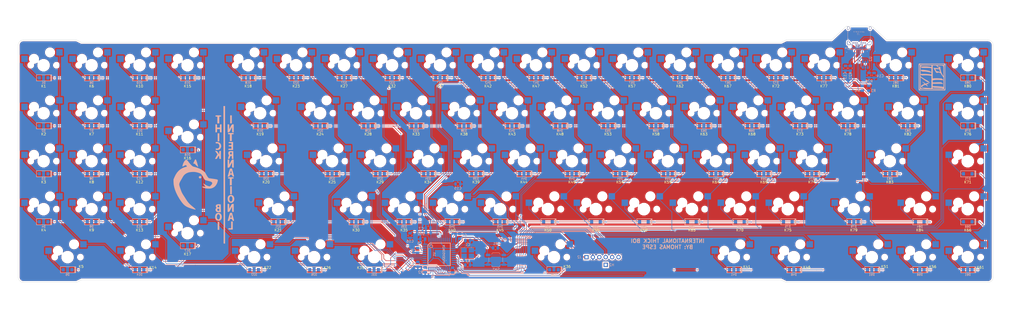
<source format=kicad_pcb>
(kicad_pcb (version 20171130) (host pcbnew "(5.0.1)-3")
  (layers (0 F.Cu signal) (31 B.Cu signal) (34 B.Paste user) (35 F.Paste user) (36 B.SilkS user) (37 F.SilkS user) (38 B.Mask user) (39 F.Mask user) (44 Edge.Cuts user))
  (net 0 "")
  (net 1 XTAL1)
  (net 2 UGnd)
  (net 3 XTAL2)
  (net 4 +5V)
  (net 5 UCap)
  (net 6 "Net-(C9-Pad1)")
  (net 7 "Net-(D1-Pad2)")
  (net 8 ROW0)
  (net 9 ROW1)
  (net 10 "Net-(D2-Pad2)")
  (net 11 "Net-(D3-Pad2)")
  (net 12 ROW2)
  (net 13 "Net-(D4-Pad2)")
  (net 14 ROW3)
  (net 15 "Net-(D5-Pad2)")
  (net 16 ROW4)
  (net 17 "Net-(D6-Pad2)")
  (net 18 "Net-(D7-Pad2)")
  (net 19 "Net-(D8-Pad2)")
  (net 20 "Net-(D9-Pad2)")
  (net 21 "Net-(D10-Pad2)")
  (net 22 "Net-(D11-Pad2)")
  (net 23 "Net-(D12-Pad2)")
  (net 24 "Net-(D13-Pad2)")
  (net 25 "Net-(D14-Pad2)")
  (net 26 "Net-(D15-Pad2)")
  (net 27 "Net-(D16-Pad2)")
  (net 28 "Net-(D17-Pad2)")
  (net 29 "Net-(D18-Pad2)")
  (net 30 "Net-(D19-Pad2)")
  (net 31 "Net-(D20-Pad2)")
  (net 32 "Net-(D21-Pad2)")
  (net 33 "Net-(D22-Pad2)")
  (net 34 "Net-(D23-Pad2)")
  (net 35 "Net-(D24-Pad2)")
  (net 36 "Net-(D25-Pad2)")
  (net 37 "Net-(D26-Pad2)")
  (net 38 "Net-(D27-Pad2)")
  (net 39 "Net-(D28-Pad2)")
  (net 40 "Net-(D29-Pad2)")
  (net 41 "Net-(D30-Pad2)")
  (net 42 "Net-(D31-Pad2)")
  (net 43 "Net-(D32-Pad2)")
  (net 44 "Net-(D33-Pad2)")
  (net 45 "Net-(D34-Pad2)")
  (net 46 "Net-(D35-Pad2)")
  (net 47 "Net-(D36-Pad2)")
  (net 48 "Net-(D37-Pad2)")
  (net 49 "Net-(D38-Pad2)")
  (net 50 "Net-(D39-Pad2)")
  (net 51 "Net-(D40-Pad2)")
  (net 52 "Net-(D41-Pad2)")
  (net 53 "Net-(D42-Pad2)")
  (net 54 "Net-(D43-Pad2)")
  (net 55 "Net-(D44-Pad2)")
  (net 56 "Net-(D45-Pad2)")
  (net 57 "Net-(D46-Pad2)")
  (net 58 "Net-(D47-Pad2)")
  (net 59 "Net-(D48-Pad2)")
  (net 60 "Net-(D49-Pad2)")
  (net 61 "Net-(D50-Pad2)")
  (net 62 "Net-(D51-Pad2)")
  (net 63 "Net-(D52-Pad2)")
  (net 64 "Net-(D53-Pad2)")
  (net 65 "Net-(D54-Pad2)")
  (net 66 "Net-(D55-Pad2)")
  (net 67 "Net-(D56-Pad2)")
  (net 68 "Net-(D57-Pad2)")
  (net 69 "Net-(D58-Pad2)")
  (net 70 "Net-(D59-Pad2)")
  (net 71 "Net-(D60-Pad2)")
  (net 72 "Net-(D61-Pad2)")
  (net 73 "Net-(D62-Pad2)")
  (net 74 "Net-(D63-Pad2)")
  (net 75 "Net-(D64-Pad2)")
  (net 76 "Net-(D65-Pad2)")
  (net 77 "Net-(D66-Pad2)")
  (net 78 "Net-(D67-Pad2)")
  (net 79 "Net-(D68-Pad2)")
  (net 80 "Net-(D69-Pad2)")
  (net 81 "Net-(D70-Pad2)")
  (net 82 "Net-(D71-Pad2)")
  (net 83 "Net-(D72-Pad2)")
  (net 84 "Net-(D73-Pad2)")
  (net 85 "Net-(D74-Pad2)")
  (net 86 "Net-(D75-Pad2)")
  (net 87 "Net-(D76-Pad2)")
  (net 88 "Net-(D77-Pad2)")
  (net 89 "Net-(D78-Pad2)")
  (net 90 "Net-(D79-Pad2)")
  (net 91 "Net-(D80-Pad2)")
  (net 92 "Net-(D81-Pad2)")
  (net 93 "Net-(D82-Pad2)")
  (net 94 "Net-(D83-Pad2)")
  (net 95 "Net-(D84-Pad2)")
  (net 96 USB_+)
  (net 97 USB_-)
  (net 98 reset)
  (net 99 CLM9)
  (net 100 CLM10)
  (net 101 CLM11)
  (net 102 CLM0)
  (net 103 CLM1)
  (net 104 CLM2)
  (net 105 CLM3)
  (net 106 CLM4)
  (net 107 CLM5)
  (net 108 CLM6)
  (net 109 CLM7)
  (net 110 CLM8)
  (net 111 CLM12)
  (net 112 CLM13)
  (net 113 CLM14)
  (net 114 CLM15)
  (net 115 CLM16)
  (net 116 CLM17)
  (net 117 LED1)
  (net 118 LED2)
  (net 119 "Net-(R2-Pad2)")
  (net 120 "Net-(R3-Pad1)")
  (net 121 "Net-(R4-Pad1)")
  (net 122 "Net-(C13-Pad2)")
  (net 123 "Net-(C14-Pad2)")
  (net 124 "Net-(H2-Pad1)")
  (net 125 "Net-(J3-PadA2)")
  (net 126 "Net-(J3-PadA3)")
  (net 127 "Net-(J3-PadA8)")
  (net 128 "Net-(J3-PadA10)")
  (net 129 "Net-(J3-PadA11)")
  (net 130 "Net-(J3-PadB8)")
  (net 131 "Net-(J3-PadB10)")
  (net 132 "Net-(J3-PadB11)")
  (net 133 "Net-(J3-PadB3)")
  (net 134 "Net-(J3-PadB2)")
  (net 135 "Net-(U2-Pad5)")
  (module lib:CUI_UJ31-CH-31-SMT-TR (layer B.Cu) (at 315.2413 -6.8173)
    (fp_text reference J3 (at 2.4492 -5.5779) (layer B.SilkS) (effects (font (size 0.631132 0.631132) (thickness 0.05)) (justify mirror)))
    (fp_text value UJ31-CH-31-SMT-TR (at 2.6778 -6.4034) (layer B.SilkS) (effects (font (size 0.25 0.25) (thickness 0.05)) (justify mirror)))
    (fp_line (start -1.28 -7.61) (end -1.28 -8.11) (layer Edge.Cuts) (width 0.1))
    (fp_line (start -1.88 -7.61) (end -1.88 -8.11) (layer Edge.Cuts) (width 0.1))
    (fp_arc (start -1.58 -7.61) (end -1.28 -7.61) (angle 180) (layer Edge.Cuts) (width 0.1))
    (fp_arc (start -1.58 -8.11) (end -1.28 -8.11) (angle -180) (layer Edge.Cuts) (width 0.1))
    (fp_arc (start 7.08 -7.61) (end 7.38 -7.61) (angle 180) (layer Edge.Cuts) (width 0.1))
    (fp_line (start 6.78 -7.61) (end 6.78 -8.11) (layer Edge.Cuts) (width 0.1))
    (fp_line (start 7.38 -7.61) (end 7.38 -8.11) (layer Edge.Cuts) (width 0.1))
    (fp_arc (start 7.08 -8.11) (end 7.38 -8.11) (angle -180) (layer Edge.Cuts) (width 0.1))
    (fp_line (start 6.2 -0.235) (end 6.5 -0.235) (layer Edge.Cuts) (width 0.1))
    (fp_line (start 6.2 -1.085) (end 6.5 -1.085) (layer Edge.Cuts) (width 0.1))
    (fp_arc (start 6.5 -0.66) (end 6.5 -1.085) (angle 180) (layer Edge.Cuts) (width 0.1))
    (fp_arc (start 6.2 -0.66) (end 6.2 -1.085) (angle -180) (layer Edge.Cuts) (width 0.1))
    (fp_text user "" (at 7.75741 -11.2207) (layer F.SilkS) (effects (font (thickness 0.05))))
    (pad SH3 thru_hole oval (at -1.58 -2.16 270) (size 1.4 0.9) (drill oval 1.1 0.6) (layers *.Cu *.Mask) (net 124 "Net-(H2-Pad1)"))
    (pad "" np_thru_hole circle (at -0.85 -0.66) (size 0.85 0.85) (drill 0.85) (layers *.Cu *.Mask B.SilkS))
    (pad SH4 thru_hole oval (at 7.08 -2.16 270) (size 1.4 0.9) (drill oval 1.1 0.6) (layers *.Cu *.Mask) (net 124 "Net-(H2-Pad1)"))
    (pad SH2 thru_hole oval (at 6.755 -1.66 180) (size 1.55 0.8) (drill oval 1.25 0.6) (layers *.Cu *.Mask) (net 124 "Net-(H2-Pad1)"))
    (pad "" np_thru_hole oval (at 6.35 -0.66) (size 1.15 0.85) (drill oval 1.15 0.85) (layers *.Cu *.Mask B.SilkS))
    (pad A1 smd rect (at 0 0) (size 0.32 0.7) (layers B.Cu B.Paste B.Mask) (net 2 UGnd))
    (pad A2 smd rect (at 0.5 0) (size 0.32 0.7) (layers B.Cu B.Paste B.Mask) (net 125 "Net-(J3-PadA2)"))
    (pad A3 smd rect (at 1 0) (size 0.32 0.7) (layers B.Cu B.Paste B.Mask) (net 126 "Net-(J3-PadA3)"))
    (pad A4 smd rect (at 1.5 0) (size 0.32 0.7) (layers B.Cu B.Paste B.Mask) (net 4 +5V))
    (pad A5 smd rect (at 2 0) (size 0.32 0.7) (layers B.Cu B.Paste B.Mask) (net 122 "Net-(C13-Pad2)"))
    (pad A6 smd rect (at 2.5 0) (size 0.32 0.7) (layers B.Cu B.Paste B.Mask) (net 96 USB_+))
    (pad A7 smd rect (at 3 0) (size 0.32 0.7) (layers B.Cu B.Paste B.Mask) (net 97 USB_-))
    (pad A8 smd rect (at 3.5 0) (size 0.32 0.7) (layers B.Cu B.Paste B.Mask) (net 127 "Net-(J3-PadA8)"))
    (pad A9 smd rect (at 4 0) (size 0.32 0.7) (layers B.Cu B.Paste B.Mask) (net 4 +5V))
    (pad A10 smd rect (at 4.5 0) (size 0.32 0.7) (layers B.Cu B.Paste B.Mask) (net 128 "Net-(J3-PadA10)"))
    (pad A11 smd rect (at 5 0) (size 0.32 0.7) (layers B.Cu B.Paste B.Mask) (net 129 "Net-(J3-PadA11)"))
    (pad A12 smd rect (at 5.5 0) (size 0.32 0.7) (layers B.Cu B.Paste B.Mask) (net 2 UGnd))
    (pad B7 thru_hole circle (at 2.35 -1.31) (size 0.6 0.6) (drill 0.4) (layers *.Cu *.Mask) (net 97 USB_-))
    (pad SH1 thru_hole oval (at -1.255 -1.66 180) (size 1.55 0.8) (drill oval 1.25 0.6) (layers *.Cu *.Mask) (net 124 "Net-(H2-Pad1)"))
    (pad B9 thru_hole circle (at 1.55 -1.31) (size 0.6 0.6) (drill 0.4) (layers *.Cu *.Mask) (net 4 +5V))
    (pad B12 thru_hole circle (at -0.05 -1.31) (size 0.6 0.6) (drill 0.4) (layers *.Cu *.Mask) (net 2 UGnd))
    (pad B6 thru_hole circle (at 3.15 -1.31) (size 0.6 0.6) (drill 0.4) (layers *.Cu *.Mask) (net 96 USB_+))
    (pad B4 thru_hole circle (at 3.95 -1.31) (size 0.6 0.6) (drill 0.4) (layers *.Cu *.Mask) (net 4 +5V))
    (pad B1 thru_hole circle (at 5.55 -1.31) (size 0.6 0.6) (drill 0.4) (layers *.Cu *.Mask) (net 2 UGnd))
    (pad B8 thru_hole circle (at 1.95 -2.01) (size 0.6 0.6) (drill 0.4) (layers *.Cu *.Mask) (net 130 "Net-(J3-PadB8)"))
    (pad B10 thru_hole circle (at 1.15 -2.01) (size 0.6 0.6) (drill 0.4) (layers *.Cu *.Mask) (net 131 "Net-(J3-PadB10)"))
    (pad B11 thru_hole circle (at 0.35 -2.01) (size 0.6 0.6) (drill 0.4) (layers *.Cu *.Mask) (net 132 "Net-(J3-PadB11)"))
    (pad B5 thru_hole circle (at 3.55 -2.01) (size 0.6 0.6) (drill 0.4) (layers *.Cu *.Mask) (net 123 "Net-(C14-Pad2)"))
    (pad B3 thru_hole circle (at 4.35 -2.01) (size 0.6 0.6) (drill 0.4) (layers *.Cu *.Mask) (net 133 "Net-(J3-PadB3)"))
    (pad B2 thru_hole circle (at 5.15 -2.01) (size 0.6 0.6) (drill 0.4) (layers *.Cu *.Mask) (net 134 "Net-(J3-PadB2)"))
    (pad SH5 thru_hole oval (at -1.58 -7.86 270) (size 1.4 0.9) (drill oval 1.1 0.6) (layers *.Cu *.Mask) (net 124 "Net-(H2-Pad1)"))
    (pad SH6 thru_hole oval (at 7.08 -7.86 270) (size 1.4 0.9) (drill oval 1.1 0.6) (layers *.Cu *.Mask) (net 124 "Net-(H2-Pad1)"))
  )
  (module Package_TO_SOT_SMD:SOT-23-6 (layer B.Cu) (at 320.4464 -0.2032 90)
    (fp_text reference U2 (at 2.2606 2.0574 90) (layer B.SilkS) (effects (justify mirror)))
    (fp_text value TPD4E1U06)
    (pad 5 smd rect (at 1.1 0 90) (size 1.06 0.65) (layers B.Cu B.Paste B.Mask) (net 135 "Net-(U2-Pad5)"))
    (pad 6 smd rect (at 1.1 0.95 90) (size 1.06 0.65) (layers B.Cu B.Paste B.Mask) (net 97 USB_-))
    (pad 4 smd rect (at 1.1 -0.95 90) (size 1.06 0.65) (layers B.Cu B.Paste B.Mask) (net 97 USB_-))
    (pad 3 smd rect (at -1.1 -0.95 90) (size 1.06 0.65) (layers B.Cu B.Paste B.Mask) (net 96 USB_+))
    (pad 2 smd rect (at -1.1 0 90) (size 1.06 0.65) (layers B.Cu B.Paste B.Mask) (net 2 UGnd))
    (pad 1 smd rect (at -1.1 0.95 90) (size 1.06 0.65) (layers B.Cu B.Paste B.Mask) (net 96 USB_+))
  )
  (module keyswitches:Kailh_socket (layer F.Cu) (at 361 19)
    (fp_text reference K76 (at 0 8.3 180) (layer F.SilkS))
    (fp_text value KEYSW)
    (pad 2 smd rect (at -7.56 -2.54) (size 2.55 2.5) (layers B.Cu B.Paste B.Mask) (net 87 "Net-(D76-Pad2)"))
    (pad "" np_thru_hole circle (at -5.08 0) (size 1.7018 1.7018) (drill 1.7018) (layers *.Cu *.Mask))
    (pad "" np_thru_hole circle (at 5.08 0) (size 1.7018 1.7018) (drill 1.7018) (layers *.Cu *.Mask))
    (pad "" np_thru_hole circle (at 0 0) (size 3.9878 3.9878) (drill 3.9878) (layers *.Cu *.Mask))
    (pad "" np_thru_hole circle (at -3.81 -2.54) (size 3 3) (drill 3) (layers *.Cu *.Mask))
    (pad "" np_thru_hole circle (at 2.54 -5.08) (size 3 3) (drill 3) (layers *.Cu *.Mask))
    (pad 1 smd rect (at 6.29 -5.08) (size 2.55 2.5) (layers B.Cu B.Paste B.Mask) (net 114 CLM15))
  )
  (module keyswitches:Kailh_socket (layer F.Cu) (at 4.5 76)
    (fp_text reference K5 (at 5.3844 3.7052 180) (layer F.SilkS))
    (fp_text value KEYSW)
    (pad 2 smd rect (at -7.56 -2.54) (size 2.55 2.5) (layers B.Cu B.Paste B.Mask) (net 15 "Net-(D5-Pad2)"))
    (pad "" np_thru_hole circle (at -5.08 0) (size 1.7018 1.7018) (drill 1.7018) (layers *.Cu *.Mask))
    (pad "" np_thru_hole circle (at 5.08 0) (size 1.7018 1.7018) (drill 1.7018) (layers *.Cu *.Mask))
    (pad "" np_thru_hole circle (at 0 0) (size 3.9878 3.9878) (drill 3.9878) (layers *.Cu *.Mask))
    (pad "" np_thru_hole circle (at -3.81 -2.54) (size 3 3) (drill 3) (layers *.Cu *.Mask))
    (pad "" np_thru_hole circle (at 2.54 -5.08) (size 3 3) (drill 3) (layers *.Cu *.Mask))
    (pad 1 smd rect (at 6.29 -5.08) (size 2.55 2.5) (layers B.Cu B.Paste B.Mask) (net 102 CLM0))
  )
  (module Crystal:Crystal_SMD_SeikoEpson_FA238-4Pin_3.2x2.5mm_HandSoldering (layer B.Cu) (at 162.9891 74.40978)
    (fp_text reference X1 (at 0 3) (layer B.SilkS) (effects (justify mirror)))
    (fp_text value XTAL_GND)
    (pad 4 smd rect (at -1.45 1.1) (size 2.1 1.8) (layers B.Cu B.Paste B.Mask) (net 2 UGnd))
    (pad 3 smd rect (at 1.45 1.1) (size 2.1 1.8) (layers B.Cu B.Paste B.Mask) (net 3 XTAL2))
    (pad 2 smd rect (at 1.45 -1.1) (size 2.1 1.8) (layers B.Cu B.Paste B.Mask) (net 2 UGnd))
    (pad 1 smd rect (at -1.45 -1.1) (size 2.1 1.8) (layers B.Cu B.Paste B.Mask) (net 1 XTAL1))
  )
  (module keyswitches:Kailh_socket (layer F.Cu) (at -5 0)
    (fp_text reference K1 (at 0 8.3 180) (layer F.SilkS))
    (fp_text value KEYSW)
    (pad 2 smd rect (at -7.56 -2.54) (size 2.55 2.5) (layers B.Cu B.Paste B.Mask) (net 7 "Net-(D1-Pad2)"))
    (pad "" np_thru_hole circle (at -5.08 0) (size 1.7018 1.7018) (drill 1.7018) (layers *.Cu *.Mask))
    (pad "" np_thru_hole circle (at 5.08 0) (size 1.7018 1.7018) (drill 1.7018) (layers *.Cu *.Mask))
    (pad "" np_thru_hole circle (at 0 0) (size 3.9878 3.9878) (drill 3.9878) (layers *.Cu *.Mask))
    (pad "" np_thru_hole circle (at -3.81 -2.54) (size 3 3) (drill 3) (layers *.Cu *.Mask))
    (pad "" np_thru_hole circle (at 2.54 -5.08) (size 3 3) (drill 3) (layers *.Cu *.Mask))
    (pad 1 smd rect (at 6.29 -5.08) (size 2.55 2.5) (layers B.Cu B.Paste B.Mask) (net 102 CLM0))
  )
  (module keyswitches:Kailh_socket (layer F.Cu) (at 14 19)
    (fp_text reference K7 (at 0 8.3 180) (layer F.SilkS))
    (fp_text value KEYSW)
    (pad 2 smd rect (at -7.56 -2.54) (size 2.55 2.5) (layers B.Cu B.Paste B.Mask) (net 18 "Net-(D7-Pad2)"))
    (pad "" np_thru_hole circle (at -5.08 0) (size 1.7018 1.7018) (drill 1.7018) (layers *.Cu *.Mask))
    (pad "" np_thru_hole circle (at 5.08 0) (size 1.7018 1.7018) (drill 1.7018) (layers *.Cu *.Mask))
    (pad "" np_thru_hole circle (at 0 0) (size 3.9878 3.9878) (drill 3.9878) (layers *.Cu *.Mask))
    (pad "" np_thru_hole circle (at -3.81 -2.54) (size 3 3) (drill 3) (layers *.Cu *.Mask))
    (pad "" np_thru_hole circle (at 2.54 -5.08) (size 3 3) (drill 3) (layers *.Cu *.Mask))
    (pad 1 smd rect (at 6.29 -5.08) (size 2.55 2.5) (layers B.Cu B.Paste B.Mask) (net 103 CLM1))
  )
  (module keyswitches:Kailh_socket (layer F.Cu) (at 14 0)
    (fp_text reference K6 (at 0 8.3 180) (layer F.SilkS))
    (fp_text value KEYSW)
    (pad 2 smd rect (at -7.56 -2.54) (size 2.55 2.5) (layers B.Cu B.Paste B.Mask) (net 17 "Net-(D6-Pad2)"))
    (pad "" np_thru_hole circle (at -5.08 0) (size 1.7018 1.7018) (drill 1.7018) (layers *.Cu *.Mask))
    (pad "" np_thru_hole circle (at 5.08 0) (size 1.7018 1.7018) (drill 1.7018) (layers *.Cu *.Mask))
    (pad "" np_thru_hole circle (at 0 0) (size 3.9878 3.9878) (drill 3.9878) (layers *.Cu *.Mask))
    (pad "" np_thru_hole circle (at -3.81 -2.54) (size 3 3) (drill 3) (layers *.Cu *.Mask))
    (pad "" np_thru_hole circle (at 2.54 -5.08) (size 3 3) (drill 3) (layers *.Cu *.Mask))
    (pad 1 smd rect (at 6.29 -5.08) (size 2.55 2.5) (layers B.Cu B.Paste B.Mask) (net 103 CLM1))
  )
  (module keyswitches:Kailh_socket (layer F.Cu) (at -5 19)
    (fp_text reference K2 (at 0 8.3 180) (layer F.SilkS))
    (fp_text value KEYSW)
    (pad 2 smd rect (at -7.56 -2.54) (size 2.55 2.5) (layers B.Cu B.Paste B.Mask) (net 10 "Net-(D2-Pad2)"))
    (pad "" np_thru_hole circle (at -5.08 0) (size 1.7018 1.7018) (drill 1.7018) (layers *.Cu *.Mask))
    (pad "" np_thru_hole circle (at 5.08 0) (size 1.7018 1.7018) (drill 1.7018) (layers *.Cu *.Mask))
    (pad "" np_thru_hole circle (at 0 0) (size 3.9878 3.9878) (drill 3.9878) (layers *.Cu *.Mask))
    (pad "" np_thru_hole circle (at -3.81 -2.54) (size 3 3) (drill 3) (layers *.Cu *.Mask))
    (pad "" np_thru_hole circle (at 2.54 -5.08) (size 3 3) (drill 3) (layers *.Cu *.Mask))
    (pad 1 smd rect (at 6.29 -5.08) (size 2.55 2.5) (layers B.Cu B.Paste B.Mask) (net 102 CLM0))
  )
  (module keyswitches:Kailh_socket (layer F.Cu) (at -5 38)
    (fp_text reference K3 (at 0 8.3 180) (layer F.SilkS))
    (fp_text value KEYSW)
    (pad 2 smd rect (at -7.56 -2.54) (size 2.55 2.5) (layers B.Cu B.Paste B.Mask) (net 11 "Net-(D3-Pad2)"))
    (pad "" np_thru_hole circle (at -5.08 0) (size 1.7018 1.7018) (drill 1.7018) (layers *.Cu *.Mask))
    (pad "" np_thru_hole circle (at 5.08 0) (size 1.7018 1.7018) (drill 1.7018) (layers *.Cu *.Mask))
    (pad "" np_thru_hole circle (at 0 0) (size 3.9878 3.9878) (drill 3.9878) (layers *.Cu *.Mask))
    (pad "" np_thru_hole circle (at -3.81 -2.54) (size 3 3) (drill 3) (layers *.Cu *.Mask))
    (pad "" np_thru_hole circle (at 2.54 -5.08) (size 3 3) (drill 3) (layers *.Cu *.Mask))
    (pad 1 smd rect (at 6.29 -5.08) (size 2.55 2.5) (layers B.Cu B.Paste B.Mask) (net 102 CLM0))
  )
  (module keyswitches:Kailh_socket (layer F.Cu) (at -5 57)
    (fp_text reference K4 (at 0 8.3 180) (layer F.SilkS))
    (fp_text value KEYSW)
    (pad 2 smd rect (at -7.56 -2.54) (size 2.55 2.5) (layers B.Cu B.Paste B.Mask) (net 13 "Net-(D4-Pad2)"))
    (pad "" np_thru_hole circle (at -5.08 0) (size 1.7018 1.7018) (drill 1.7018) (layers *.Cu *.Mask))
    (pad "" np_thru_hole circle (at 5.08 0) (size 1.7018 1.7018) (drill 1.7018) (layers *.Cu *.Mask))
    (pad "" np_thru_hole circle (at 0 0) (size 3.9878 3.9878) (drill 3.9878) (layers *.Cu *.Mask))
    (pad "" np_thru_hole circle (at -3.81 -2.54) (size 3 3) (drill 3) (layers *.Cu *.Mask))
    (pad "" np_thru_hole circle (at 2.54 -5.08) (size 3 3) (drill 3) (layers *.Cu *.Mask))
    (pad 1 smd rect (at 6.29 -5.08) (size 2.55 2.5) (layers B.Cu B.Paste B.Mask) (net 102 CLM0))
  )
  (module keyswitches:Kailh_socket (layer F.Cu) (at 14 38)
    (fp_text reference K8 (at 0 8.3 180) (layer F.SilkS))
    (fp_text value KEYSW)
    (pad 2 smd rect (at -7.56 -2.54) (size 2.55 2.5) (layers B.Cu B.Paste B.Mask) (net 19 "Net-(D8-Pad2)"))
    (pad "" np_thru_hole circle (at -5.08 0) (size 1.7018 1.7018) (drill 1.7018) (layers *.Cu *.Mask))
    (pad "" np_thru_hole circle (at 5.08 0) (size 1.7018 1.7018) (drill 1.7018) (layers *.Cu *.Mask))
    (pad "" np_thru_hole circle (at 0 0) (size 3.9878 3.9878) (drill 3.9878) (layers *.Cu *.Mask))
    (pad "" np_thru_hole circle (at -3.81 -2.54) (size 3 3) (drill 3) (layers *.Cu *.Mask))
    (pad "" np_thru_hole circle (at 2.54 -5.08) (size 3 3) (drill 3) (layers *.Cu *.Mask))
    (pad 1 smd rect (at 6.29 -5.08) (size 2.55 2.5) (layers B.Cu B.Paste B.Mask) (net 103 CLM1))
  )
  (module keyswitches:Kailh_socket (layer F.Cu) (at 14 57)
    (fp_text reference K9 (at 0 8.3 180) (layer F.SilkS))
    (fp_text value KEYSW)
    (pad 2 smd rect (at -7.56 -2.54) (size 2.55 2.5) (layers B.Cu B.Paste B.Mask) (net 20 "Net-(D9-Pad2)"))
    (pad "" np_thru_hole circle (at -5.08 0) (size 1.7018 1.7018) (drill 1.7018) (layers *.Cu *.Mask))
    (pad "" np_thru_hole circle (at 5.08 0) (size 1.7018 1.7018) (drill 1.7018) (layers *.Cu *.Mask))
    (pad "" np_thru_hole circle (at 0 0) (size 3.9878 3.9878) (drill 3.9878) (layers *.Cu *.Mask))
    (pad "" np_thru_hole circle (at -3.81 -2.54) (size 3 3) (drill 3) (layers *.Cu *.Mask))
    (pad "" np_thru_hole circle (at 2.54 -5.08) (size 3 3) (drill 3) (layers *.Cu *.Mask))
    (pad 1 smd rect (at 6.29 -5.08) (size 2.55 2.5) (layers B.Cu B.Paste B.Mask) (net 103 CLM1))
  )
  (module keyswitches:Kailh_socket (layer F.Cu) (at 33 19)
    (fp_text reference K11 (at 0 8.3 180) (layer F.SilkS))
    (fp_text value KEYSW)
    (pad 2 smd rect (at -7.56 -2.54) (size 2.55 2.5) (layers B.Cu B.Paste B.Mask) (net 22 "Net-(D11-Pad2)"))
    (pad "" np_thru_hole circle (at -5.08 0) (size 1.7018 1.7018) (drill 1.7018) (layers *.Cu *.Mask))
    (pad "" np_thru_hole circle (at 5.08 0) (size 1.7018 1.7018) (drill 1.7018) (layers *.Cu *.Mask))
    (pad "" np_thru_hole circle (at 0 0) (size 3.9878 3.9878) (drill 3.9878) (layers *.Cu *.Mask))
    (pad "" np_thru_hole circle (at -3.81 -2.54) (size 3 3) (drill 3) (layers *.Cu *.Mask))
    (pad "" np_thru_hole circle (at 2.54 -5.08) (size 3 3) (drill 3) (layers *.Cu *.Mask))
    (pad 1 smd rect (at 6.29 -5.08) (size 2.55 2.5) (layers B.Cu B.Paste B.Mask) (net 104 CLM2))
  )
  (module keyswitches:Kailh_socket (layer F.Cu) (at 33 38)
    (fp_text reference K12 (at 0 8.3 180) (layer F.SilkS))
    (fp_text value KEYSW)
    (pad 2 smd rect (at -7.56 -2.54) (size 2.55 2.5) (layers B.Cu B.Paste B.Mask) (net 23 "Net-(D12-Pad2)"))
    (pad "" np_thru_hole circle (at -5.08 0) (size 1.7018 1.7018) (drill 1.7018) (layers *.Cu *.Mask))
    (pad "" np_thru_hole circle (at 5.08 0) (size 1.7018 1.7018) (drill 1.7018) (layers *.Cu *.Mask))
    (pad "" np_thru_hole circle (at 0 0) (size 3.9878 3.9878) (drill 3.9878) (layers *.Cu *.Mask))
    (pad "" np_thru_hole circle (at -3.81 -2.54) (size 3 3) (drill 3) (layers *.Cu *.Mask))
    (pad "" np_thru_hole circle (at 2.54 -5.08) (size 3 3) (drill 3) (layers *.Cu *.Mask))
    (pad 1 smd rect (at 6.29 -5.08) (size 2.55 2.5) (layers B.Cu B.Paste B.Mask) (net 104 CLM2))
  )
  (module keyswitches:Kailh_socket (layer F.Cu) (at 33 57)
    (fp_text reference K13 (at 0 8.3 180) (layer F.SilkS))
    (fp_text value KEYSW)
    (pad 2 smd rect (at -7.56 -2.54) (size 2.55 2.5) (layers B.Cu B.Paste B.Mask) (net 24 "Net-(D13-Pad2)"))
    (pad "" np_thru_hole circle (at -5.08 0) (size 1.7018 1.7018) (drill 1.7018) (layers *.Cu *.Mask))
    (pad "" np_thru_hole circle (at 5.08 0) (size 1.7018 1.7018) (drill 1.7018) (layers *.Cu *.Mask))
    (pad "" np_thru_hole circle (at 0 0) (size 3.9878 3.9878) (drill 3.9878) (layers *.Cu *.Mask))
    (pad "" np_thru_hole circle (at -3.81 -2.54) (size 3 3) (drill 3) (layers *.Cu *.Mask))
    (pad "" np_thru_hole circle (at 2.54 -5.08) (size 3 3) (drill 3) (layers *.Cu *.Mask))
    (pad 1 smd rect (at 6.29 -5.08) (size 2.55 2.5) (layers B.Cu B.Paste B.Mask) (net 104 CLM2))
  )
  (module keyswitches:Kailh_socket (layer F.Cu) (at 33 76)
    (fp_text reference K14 (at 5.3197 4.1116 180) (layer F.SilkS))
    (fp_text value KEYSW)
    (pad 2 smd rect (at -7.56 -2.54) (size 2.55 2.5) (layers B.Cu B.Paste B.Mask) (net 25 "Net-(D14-Pad2)"))
    (pad "" np_thru_hole circle (at -5.08 0) (size 1.7018 1.7018) (drill 1.7018) (layers *.Cu *.Mask))
    (pad "" np_thru_hole circle (at 5.08 0) (size 1.7018 1.7018) (drill 1.7018) (layers *.Cu *.Mask))
    (pad "" np_thru_hole circle (at 0 0) (size 3.9878 3.9878) (drill 3.9878) (layers *.Cu *.Mask))
    (pad "" np_thru_hole circle (at -3.81 -2.54) (size 3 3) (drill 3) (layers *.Cu *.Mask))
    (pad "" np_thru_hole circle (at 2.54 -5.08) (size 3 3) (drill 3) (layers *.Cu *.Mask))
    (pad 1 smd rect (at 6.29 -5.08) (size 2.55 2.5) (layers B.Cu B.Paste B.Mask) (net 104 CLM2))
  )
  (module keyswitches:Kailh_socket (layer F.Cu) (at 52 0)
    (fp_text reference K15 (at 0 8.3 180) (layer F.SilkS))
    (fp_text value KEYSW)
    (pad 2 smd rect (at -7.56 -2.54) (size 2.55 2.5) (layers B.Cu B.Paste B.Mask) (net 26 "Net-(D15-Pad2)"))
    (pad "" np_thru_hole circle (at -5.08 0) (size 1.7018 1.7018) (drill 1.7018) (layers *.Cu *.Mask))
    (pad "" np_thru_hole circle (at 5.08 0) (size 1.7018 1.7018) (drill 1.7018) (layers *.Cu *.Mask))
    (pad "" np_thru_hole circle (at 0 0) (size 3.9878 3.9878) (drill 3.9878) (layers *.Cu *.Mask))
    (pad "" np_thru_hole circle (at -3.81 -2.54) (size 3 3) (drill 3) (layers *.Cu *.Mask))
    (pad "" np_thru_hole circle (at 2.54 -5.08) (size 3 3) (drill 3) (layers *.Cu *.Mask))
    (pad 1 smd rect (at 6.29 -5.08) (size 2.55 2.5) (layers B.Cu B.Paste B.Mask) (net 105 CLM3))
  )
  (module keyswitches:Kailh_socket (layer F.Cu) (at 52 28.5)
    (fp_text reference K16 (at 0 8.3 180) (layer F.SilkS))
    (fp_text value KEYSW)
    (pad 2 smd rect (at -7.56 -2.54) (size 2.55 2.5) (layers B.Cu B.Paste B.Mask) (net 27 "Net-(D16-Pad2)"))
    (pad "" np_thru_hole circle (at -5.08 0) (size 1.7018 1.7018) (drill 1.7018) (layers *.Cu *.Mask))
    (pad "" np_thru_hole circle (at 5.08 0) (size 1.7018 1.7018) (drill 1.7018) (layers *.Cu *.Mask))
    (pad "" np_thru_hole circle (at 0 0) (size 3.9878 3.9878) (drill 3.9878) (layers *.Cu *.Mask))
    (pad "" np_thru_hole circle (at -3.81 -2.54) (size 3 3) (drill 3) (layers *.Cu *.Mask))
    (pad "" np_thru_hole circle (at 2.54 -5.08) (size 3 3) (drill 3) (layers *.Cu *.Mask))
    (pad 1 smd rect (at 6.29 -5.08) (size 2.55 2.5) (layers B.Cu B.Paste B.Mask) (net 105 CLM3))
  )
  (module keyswitches:Kailh_socket (layer F.Cu) (at 52 66.5)
    (fp_text reference K17 (at 0 8.3 180) (layer F.SilkS))
    (fp_text value KEYSW)
    (pad 2 smd rect (at -7.56 -2.54) (size 2.55 2.5) (layers B.Cu B.Paste B.Mask) (net 28 "Net-(D17-Pad2)"))
    (pad "" np_thru_hole circle (at -5.08 0) (size 1.7018 1.7018) (drill 1.7018) (layers *.Cu *.Mask))
    (pad "" np_thru_hole circle (at 5.08 0) (size 1.7018 1.7018) (drill 1.7018) (layers *.Cu *.Mask))
    (pad "" np_thru_hole circle (at 0 0) (size 3.9878 3.9878) (drill 3.9878) (layers *.Cu *.Mask))
    (pad "" np_thru_hole circle (at -3.81 -2.54) (size 3 3) (drill 3) (layers *.Cu *.Mask))
    (pad "" np_thru_hole circle (at 2.54 -5.08) (size 3 3) (drill 3) (layers *.Cu *.Mask))
    (pad 1 smd rect (at 6.29 -5.08) (size 2.55 2.5) (layers B.Cu B.Paste B.Mask) (net 105 CLM3))
  )
  (module keyswitches:Kailh_socket (layer F.Cu) (at 76 0)
    (fp_text reference K18 (at 0 8.3 180) (layer F.SilkS))
    (fp_text value KEYSW)
    (pad 2 smd rect (at -7.56 -2.54) (size 2.55 2.5) (layers B.Cu B.Paste B.Mask) (net 29 "Net-(D18-Pad2)"))
    (pad "" np_thru_hole circle (at -5.08 0) (size 1.7018 1.7018) (drill 1.7018) (layers *.Cu *.Mask))
    (pad "" np_thru_hole circle (at 5.08 0) (size 1.7018 1.7018) (drill 1.7018) (layers *.Cu *.Mask))
    (pad "" np_thru_hole circle (at 0 0) (size 3.9878 3.9878) (drill 3.9878) (layers *.Cu *.Mask))
    (pad "" np_thru_hole circle (at -3.81 -2.54) (size 3 3) (drill 3) (layers *.Cu *.Mask))
    (pad "" np_thru_hole circle (at 2.54 -5.08) (size 3 3) (drill 3) (layers *.Cu *.Mask))
    (pad 1 smd rect (at 6.29 -5.08) (size 2.55 2.5) (layers B.Cu B.Paste B.Mask) (net 106 CLM4))
  )
  (module keyswitches:Kailh_socket (layer F.Cu) (at 80.75 19)
    (fp_text reference K19 (at 0 8.3 180) (layer F.SilkS))
    (fp_text value KEYSW)
    (pad 2 smd rect (at -7.56 -2.54) (size 2.55 2.5) (layers B.Cu B.Paste B.Mask) (net 30 "Net-(D19-Pad2)"))
    (pad "" np_thru_hole circle (at -5.08 0) (size 1.7018 1.7018) (drill 1.7018) (layers *.Cu *.Mask))
    (pad "" np_thru_hole circle (at 5.08 0) (size 1.7018 1.7018) (drill 1.7018) (layers *.Cu *.Mask))
    (pad "" np_thru_hole circle (at 0 0) (size 3.9878 3.9878) (drill 3.9878) (layers *.Cu *.Mask))
    (pad "" np_thru_hole circle (at -3.81 -2.54) (size 3 3) (drill 3) (layers *.Cu *.Mask))
    (pad "" np_thru_hole circle (at 2.54 -5.08) (size 3 3) (drill 3) (layers *.Cu *.Mask))
    (pad 1 smd rect (at 6.29 -5.08) (size 2.55 2.5) (layers B.Cu B.Paste B.Mask) (net 106 CLM4))
  )
  (module keyswitches:Kailh_socket (layer F.Cu) (at 83.125 38)
    (fp_text reference K20 (at 0 8.3 180) (layer F.SilkS))
    (fp_text value KEYSW)
    (pad 2 smd rect (at -7.56 -2.54) (size 2.55 2.5) (layers B.Cu B.Paste B.Mask) (net 31 "Net-(D20-Pad2)"))
    (pad "" np_thru_hole circle (at -5.08 0) (size 1.7018 1.7018) (drill 1.7018) (layers *.Cu *.Mask))
    (pad "" np_thru_hole circle (at 5.08 0) (size 1.7018 1.7018) (drill 1.7018) (layers *.Cu *.Mask))
    (pad "" np_thru_hole circle (at 0 0) (size 3.9878 3.9878) (drill 3.9878) (layers *.Cu *.Mask))
    (pad "" np_thru_hole circle (at -3.81 -2.54) (size 3 3) (drill 3) (layers *.Cu *.Mask))
    (pad "" np_thru_hole circle (at 2.54 -5.08) (size 3 3) (drill 3) (layers *.Cu *.Mask))
    (pad 1 smd rect (at 6.29 -5.08) (size 2.55 2.5) (layers B.Cu B.Paste B.Mask) (net 106 CLM4))
  )
  (module keyswitches:Kailh_socket (layer F.Cu) (at 87.875 57)
    (fp_text reference K21 (at 0 8.3 180) (layer F.SilkS))
    (fp_text value KEYSW)
    (pad 2 smd rect (at -7.56 -2.54) (size 2.55 2.5) (layers B.Cu B.Paste B.Mask) (net 32 "Net-(D21-Pad2)"))
    (pad "" np_thru_hole circle (at -5.08 0) (size 1.7018 1.7018) (drill 1.7018) (layers *.Cu *.Mask))
    (pad "" np_thru_hole circle (at 5.08 0) (size 1.7018 1.7018) (drill 1.7018) (layers *.Cu *.Mask))
    (pad "" np_thru_hole circle (at 0 0) (size 3.9878 3.9878) (drill 3.9878) (layers *.Cu *.Mask))
    (pad "" np_thru_hole circle (at -3.81 -2.54) (size 3 3) (drill 3) (layers *.Cu *.Mask))
    (pad "" np_thru_hole circle (at 2.54 -5.08) (size 3 3) (drill 3) (layers *.Cu *.Mask))
    (pad 1 smd rect (at 6.29 -5.08) (size 2.55 2.5) (layers B.Cu B.Paste B.Mask) (net 106 CLM4))
  )
  (module keyswitches:Kailh_socket (layer F.Cu) (at 78.375 76)
    (fp_text reference K22 (at 5.3434 4.1116 180) (layer F.SilkS))
    (fp_text value KEYSW)
    (pad 2 smd rect (at -7.56 -2.54) (size 2.55 2.5) (layers B.Cu B.Paste B.Mask) (net 33 "Net-(D22-Pad2)"))
    (pad "" np_thru_hole circle (at -5.08 0) (size 1.7018 1.7018) (drill 1.7018) (layers *.Cu *.Mask))
    (pad "" np_thru_hole circle (at 5.08 0) (size 1.7018 1.7018) (drill 1.7018) (layers *.Cu *.Mask))
    (pad "" np_thru_hole circle (at 0 0) (size 3.9878 3.9878) (drill 3.9878) (layers *.Cu *.Mask))
    (pad "" np_thru_hole circle (at -3.81 -2.54) (size 3 3) (drill 3) (layers *.Cu *.Mask))
    (pad "" np_thru_hole circle (at 2.54 -5.08) (size 3 3) (drill 3) (layers *.Cu *.Mask))
    (pad 1 smd rect (at 6.29 -5.08) (size 2.55 2.5) (layers B.Cu B.Paste B.Mask) (net 106 CLM4))
  )
  (module keyswitches:Kailh_socket (layer F.Cu) (at 95 0)
    (fp_text reference K23 (at 0 8.3 180) (layer F.SilkS))
    (fp_text value KEYSW)
    (pad 2 smd rect (at -7.56 -2.54) (size 2.55 2.5) (layers B.Cu B.Paste B.Mask) (net 34 "Net-(D23-Pad2)"))
    (pad "" np_thru_hole circle (at -5.08 0) (size 1.7018 1.7018) (drill 1.7018) (layers *.Cu *.Mask))
    (pad "" np_thru_hole circle (at 5.08 0) (size 1.7018 1.7018) (drill 1.7018) (layers *.Cu *.Mask))
    (pad "" np_thru_hole circle (at 0 0) (size 3.9878 3.9878) (drill 3.9878) (layers *.Cu *.Mask))
    (pad "" np_thru_hole circle (at -3.81 -2.54) (size 3 3) (drill 3) (layers *.Cu *.Mask))
    (pad "" np_thru_hole circle (at 2.54 -5.08) (size 3 3) (drill 3) (layers *.Cu *.Mask))
    (pad 1 smd rect (at 6.29 -5.08) (size 2.55 2.5) (layers B.Cu B.Paste B.Mask) (net 107 CLM5))
  )
  (module keyswitches:Kailh_socket (layer F.Cu) (at 104.5 19)
    (fp_text reference K24 (at 0 8.3 180) (layer F.SilkS))
    (fp_text value KEYSW)
    (pad 2 smd rect (at -7.56 -2.54) (size 2.55 2.5) (layers B.Cu B.Paste B.Mask) (net 35 "Net-(D24-Pad2)"))
    (pad "" np_thru_hole circle (at -5.08 0) (size 1.7018 1.7018) (drill 1.7018) (layers *.Cu *.Mask))
    (pad "" np_thru_hole circle (at 5.08 0) (size 1.7018 1.7018) (drill 1.7018) (layers *.Cu *.Mask))
    (pad "" np_thru_hole circle (at 0 0) (size 3.9878 3.9878) (drill 3.9878) (layers *.Cu *.Mask))
    (pad "" np_thru_hole circle (at -3.81 -2.54) (size 3 3) (drill 3) (layers *.Cu *.Mask))
    (pad "" np_thru_hole circle (at 2.54 -5.08) (size 3 3) (drill 3) (layers *.Cu *.Mask))
    (pad 1 smd rect (at 6.29 -5.08) (size 2.55 2.5) (layers B.Cu B.Paste B.Mask) (net 107 CLM5))
  )
  (module keyswitches:Kailh_socket (layer F.Cu) (at 109.25 38)
    (fp_text reference K25 (at 0 8.3 180) (layer F.SilkS))
    (fp_text value KEYSW)
    (pad 2 smd rect (at -7.56 -2.54) (size 2.55 2.5) (layers B.Cu B.Paste B.Mask) (net 36 "Net-(D25-Pad2)"))
    (pad "" np_thru_hole circle (at -5.08 0) (size 1.7018 1.7018) (drill 1.7018) (layers *.Cu *.Mask))
    (pad "" np_thru_hole circle (at 5.08 0) (size 1.7018 1.7018) (drill 1.7018) (layers *.Cu *.Mask))
    (pad "" np_thru_hole circle (at 0 0) (size 3.9878 3.9878) (drill 3.9878) (layers *.Cu *.Mask))
    (pad "" np_thru_hole circle (at -3.81 -2.54) (size 3 3) (drill 3) (layers *.Cu *.Mask))
    (pad "" np_thru_hole circle (at 2.54 -5.08) (size 3 3) (drill 3) (layers *.Cu *.Mask))
    (pad 1 smd rect (at 6.29 -5.08) (size 2.55 2.5) (layers B.Cu B.Paste B.Mask) (net 107 CLM5))
  )
  (module keyswitches:Kailh_socket (layer F.Cu) (at 102.125 76)
    (fp_text reference K26 (at 5.2154 4.2005 180) (layer F.SilkS))
    (fp_text value KEYSW)
    (pad 2 smd rect (at -7.56 -2.54) (size 2.55 2.5) (layers B.Cu B.Paste B.Mask) (net 37 "Net-(D26-Pad2)"))
    (pad "" np_thru_hole circle (at -5.08 0) (size 1.7018 1.7018) (drill 1.7018) (layers *.Cu *.Mask))
    (pad "" np_thru_hole circle (at 5.08 0) (size 1.7018 1.7018) (drill 1.7018) (layers *.Cu *.Mask))
    (pad "" np_thru_hole circle (at 0 0) (size 3.9878 3.9878) (drill 3.9878) (layers *.Cu *.Mask))
    (pad "" np_thru_hole circle (at -3.81 -2.54) (size 3 3) (drill 3) (layers *.Cu *.Mask))
    (pad "" np_thru_hole circle (at 2.54 -5.08) (size 3 3) (drill 3) (layers *.Cu *.Mask))
    (pad 1 smd rect (at 6.29 -5.08) (size 2.55 2.5) (layers B.Cu B.Paste B.Mask) (net 107 CLM5))
  )
  (module keyswitches:Kailh_socket (layer F.Cu) (at 114 0)
    (fp_text reference K27 (at 0 8.3 180) (layer F.SilkS))
    (fp_text value KEYSW)
    (pad 2 smd rect (at -7.56 -2.54) (size 2.55 2.5) (layers B.Cu B.Paste B.Mask) (net 38 "Net-(D27-Pad2)"))
    (pad "" np_thru_hole circle (at -5.08 0) (size 1.7018 1.7018) (drill 1.7018) (layers *.Cu *.Mask))
    (pad "" np_thru_hole circle (at 5.08 0) (size 1.7018 1.7018) (drill 1.7018) (layers *.Cu *.Mask))
    (pad "" np_thru_hole circle (at 0 0) (size 3.9878 3.9878) (drill 3.9878) (layers *.Cu *.Mask))
    (pad "" np_thru_hole circle (at -3.81 -2.54) (size 3 3) (drill 3) (layers *.Cu *.Mask))
    (pad "" np_thru_hole circle (at 2.54 -5.08) (size 3 3) (drill 3) (layers *.Cu *.Mask))
    (pad 1 smd rect (at 6.29 -5.08) (size 2.55 2.5) (layers B.Cu B.Paste B.Mask) (net 108 CLM6))
  )
  (module keyswitches:Kailh_socket (layer F.Cu) (at 123.5 19)
    (fp_text reference K28 (at 0 8.3 180) (layer F.SilkS))
    (fp_text value KEYSW)
    (pad 2 smd rect (at -7.56 -2.54) (size 2.55 2.5) (layers B.Cu B.Paste B.Mask) (net 39 "Net-(D28-Pad2)"))
    (pad "" np_thru_hole circle (at -5.08 0) (size 1.7018 1.7018) (drill 1.7018) (layers *.Cu *.Mask))
    (pad "" np_thru_hole circle (at 5.08 0) (size 1.7018 1.7018) (drill 1.7018) (layers *.Cu *.Mask))
    (pad "" np_thru_hole circle (at 0 0) (size 3.9878 3.9878) (drill 3.9878) (layers *.Cu *.Mask))
    (pad "" np_thru_hole circle (at -3.81 -2.54) (size 3 3) (drill 3) (layers *.Cu *.Mask))
    (pad "" np_thru_hole circle (at 2.54 -5.08) (size 3 3) (drill 3) (layers *.Cu *.Mask))
    (pad 1 smd rect (at 6.29 -5.08) (size 2.55 2.5) (layers B.Cu B.Paste B.Mask) (net 108 CLM6))
  )
  (module keyswitches:Kailh_socket (layer F.Cu) (at 128.25 38)
    (fp_text reference K29 (at 0 8.3 180) (layer F.SilkS))
    (fp_text value KEYSW)
    (pad 2 smd rect (at -7.56 -2.54) (size 2.55 2.5) (layers B.Cu B.Paste B.Mask) (net 40 "Net-(D29-Pad2)"))
    (pad "" np_thru_hole circle (at -5.08 0) (size 1.7018 1.7018) (drill 1.7018) (layers *.Cu *.Mask))
    (pad "" np_thru_hole circle (at 5.08 0) (size 1.7018 1.7018) (drill 1.7018) (layers *.Cu *.Mask))
    (pad "" np_thru_hole circle (at 0 0) (size 3.9878 3.9878) (drill 3.9878) (layers *.Cu *.Mask))
    (pad "" np_thru_hole circle (at -3.81 -2.54) (size 3 3) (drill 3) (layers *.Cu *.Mask))
    (pad "" np_thru_hole circle (at 2.54 -5.08) (size 3 3) (drill 3) (layers *.Cu *.Mask))
    (pad 1 smd rect (at 6.29 -5.08) (size 2.55 2.5) (layers B.Cu B.Paste B.Mask) (net 108 CLM6))
  )
  (module keyswitches:Kailh_socket (layer F.Cu) (at 118.75 57)
    (fp_text reference K30 (at 0 8.3 180) (layer F.SilkS))
    (fp_text value KEYSW)
    (pad 2 smd rect (at -7.56 -2.54) (size 2.55 2.5) (layers B.Cu B.Paste B.Mask) (net 41 "Net-(D30-Pad2)"))
    (pad "" np_thru_hole circle (at -5.08 0) (size 1.7018 1.7018) (drill 1.7018) (layers *.Cu *.Mask))
    (pad "" np_thru_hole circle (at 5.08 0) (size 1.7018 1.7018) (drill 1.7018) (layers *.Cu *.Mask))
    (pad "" np_thru_hole circle (at 0 0) (size 3.9878 3.9878) (drill 3.9878) (layers *.Cu *.Mask))
    (pad "" np_thru_hole circle (at -3.81 -2.54) (size 3 3) (drill 3) (layers *.Cu *.Mask))
    (pad "" np_thru_hole circle (at 2.54 -5.08) (size 3 3) (drill 3) (layers *.Cu *.Mask))
    (pad 1 smd rect (at 6.29 -5.08) (size 2.55 2.5) (layers B.Cu B.Paste B.Mask) (net 108 CLM6))
  )
  (module keyswitches:Kailh_socket (layer F.Cu) (at 125.875 76)
    (fp_text reference K31 (at -5.3139 4.2132 180) (layer F.SilkS))
    (fp_text value KEYSW)
    (pad 2 smd rect (at -7.56 -2.54) (size 2.55 2.5) (layers B.Cu B.Paste B.Mask) (net 42 "Net-(D31-Pad2)"))
    (pad "" np_thru_hole circle (at -5.08 0) (size 1.7018 1.7018) (drill 1.7018) (layers *.Cu *.Mask))
    (pad "" np_thru_hole circle (at 5.08 0) (size 1.7018 1.7018) (drill 1.7018) (layers *.Cu *.Mask))
    (pad "" np_thru_hole circle (at 0 0) (size 3.9878 3.9878) (drill 3.9878) (layers *.Cu *.Mask))
    (pad "" np_thru_hole circle (at -3.81 -2.54) (size 3 3) (drill 3) (layers *.Cu *.Mask))
    (pad "" np_thru_hole circle (at 2.54 -5.08) (size 3 3) (drill 3) (layers *.Cu *.Mask))
    (pad 1 smd rect (at 6.29 -5.08) (size 2.55 2.5) (layers B.Cu B.Paste B.Mask) (net 108 CLM6))
  )
  (module keyswitches:Kailh_socket (layer F.Cu) (at 133 0)
    (fp_text reference K32 (at 0 8.3 180) (layer F.SilkS))
    (fp_text value KEYSW)
    (pad 2 smd rect (at -7.56 -2.54) (size 2.55 2.5) (layers B.Cu B.Paste B.Mask) (net 43 "Net-(D32-Pad2)"))
    (pad "" np_thru_hole circle (at -5.08 0) (size 1.7018 1.7018) (drill 1.7018) (layers *.Cu *.Mask))
    (pad "" np_thru_hole circle (at 5.08 0) (size 1.7018 1.7018) (drill 1.7018) (layers *.Cu *.Mask))
    (pad "" np_thru_hole circle (at 0 0) (size 3.9878 3.9878) (drill 3.9878) (layers *.Cu *.Mask))
    (pad "" np_thru_hole circle (at -3.81 -2.54) (size 3 3) (drill 3) (layers *.Cu *.Mask))
    (pad "" np_thru_hole circle (at 2.54 -5.08) (size 3 3) (drill 3) (layers *.Cu *.Mask))
    (pad 1 smd rect (at 6.29 -5.08) (size 2.55 2.5) (layers B.Cu B.Paste B.Mask) (net 109 CLM7))
  )
  (module keyswitches:Kailh_socket (layer F.Cu) (at 142.5 19)
    (fp_text reference K33 (at 0 8.3 180) (layer F.SilkS))
    (fp_text value KEYSW)
    (pad 2 smd rect (at -7.56 -2.54) (size 2.55 2.5) (layers B.Cu B.Paste B.Mask) (net 44 "Net-(D33-Pad2)"))
    (pad "" np_thru_hole circle (at -5.08 0) (size 1.7018 1.7018) (drill 1.7018) (layers *.Cu *.Mask))
    (pad "" np_thru_hole circle (at 5.08 0) (size 1.7018 1.7018) (drill 1.7018) (layers *.Cu *.Mask))
    (pad "" np_thru_hole circle (at 0 0) (size 3.9878 3.9878) (drill 3.9878) (layers *.Cu *.Mask))
    (pad "" np_thru_hole circle (at -3.81 -2.54) (size 3 3) (drill 3) (layers *.Cu *.Mask))
    (pad "" np_thru_hole circle (at 2.54 -5.08) (size 3 3) (drill 3) (layers *.Cu *.Mask))
    (pad 1 smd rect (at 6.29 -5.08) (size 2.55 2.5) (layers B.Cu B.Paste B.Mask) (net 109 CLM7))
  )
  (module keyswitches:Kailh_socket (layer F.Cu) (at 147.25 38)
    (fp_text reference K34 (at 0 8.3 180) (layer F.SilkS))
    (fp_text value KEYSW)
    (pad 2 smd rect (at -7.56 -2.54) (size 2.55 2.5) (layers B.Cu B.Paste B.Mask) (net 45 "Net-(D34-Pad2)"))
    (pad "" np_thru_hole circle (at -5.08 0) (size 1.7018 1.7018) (drill 1.7018) (layers *.Cu *.Mask))
    (pad "" np_thru_hole circle (at 5.08 0) (size 1.7018 1.7018) (drill 1.7018) (layers *.Cu *.Mask))
    (pad "" np_thru_hole circle (at 0 0) (size 3.9878 3.9878) (drill 3.9878) (layers *.Cu *.Mask))
    (pad "" np_thru_hole circle (at -3.81 -2.54) (size 3 3) (drill 3) (layers *.Cu *.Mask))
    (pad "" np_thru_hole circle (at 2.54 -5.08) (size 3 3) (drill 3) (layers *.Cu *.Mask))
    (pad 1 smd rect (at 6.29 -5.08) (size 2.55 2.5) (layers B.Cu B.Paste B.Mask) (net 109 CLM7))
  )
  (module keyswitches:Kailh_socket (layer F.Cu) (at 137.75 57)
    (fp_text reference K35 (at 0 8.3 180) (layer F.SilkS))
    (fp_text value KEYSW)
    (pad 2 smd rect (at -7.56 -2.54) (size 2.55 2.5) (layers B.Cu B.Paste B.Mask) (net 46 "Net-(D35-Pad2)"))
    (pad "" np_thru_hole circle (at -5.08 0) (size 1.7018 1.7018) (drill 1.7018) (layers *.Cu *.Mask))
    (pad "" np_thru_hole circle (at 5.08 0) (size 1.7018 1.7018) (drill 1.7018) (layers *.Cu *.Mask))
    (pad "" np_thru_hole circle (at 0 0) (size 3.9878 3.9878) (drill 3.9878) (layers *.Cu *.Mask))
    (pad "" np_thru_hole circle (at -3.81 -2.54) (size 3 3) (drill 3) (layers *.Cu *.Mask))
    (pad "" np_thru_hole circle (at 2.54 -5.08) (size 3 3) (drill 3) (layers *.Cu *.Mask))
    (pad 1 smd rect (at 6.29 -5.08) (size 2.55 2.5) (layers B.Cu B.Paste B.Mask) (net 109 CLM7))
  )
  (module keyswitches:Kailh_socket (layer F.Cu) (at 197.125 76)
    (fp_text reference K36 (at 5.1733 3.756 180) (layer F.SilkS))
    (fp_text value KEYSW)
    (pad 2 smd rect (at -7.56 -2.54) (size 2.55 2.5) (layers B.Cu B.Paste B.Mask) (net 47 "Net-(D36-Pad2)"))
    (pad "" np_thru_hole circle (at -5.08 0) (size 1.7018 1.7018) (drill 1.7018) (layers *.Cu *.Mask))
    (pad "" np_thru_hole circle (at 5.08 0) (size 1.7018 1.7018) (drill 1.7018) (layers *.Cu *.Mask))
    (pad "" np_thru_hole circle (at 0 0) (size 3.9878 3.9878) (drill 3.9878) (layers *.Cu *.Mask))
    (pad "" np_thru_hole circle (at -3.81 -2.54) (size 3 3) (drill 3) (layers *.Cu *.Mask))
    (pad "" np_thru_hole circle (at 2.54 -5.08) (size 3 3) (drill 3) (layers *.Cu *.Mask))
    (pad 1 smd rect (at 6.29 -5.08) (size 2.55 2.5) (layers B.Cu B.Paste B.Mask) (net 109 CLM7))
  )
  (module keyswitches:Kailh_socket (layer F.Cu) (at 152 0)
    (fp_text reference K37 (at 0 8.3 180) (layer F.SilkS))
    (fp_text value KEYSW)
    (pad 2 smd rect (at -7.56 -2.54) (size 2.55 2.5) (layers B.Cu B.Paste B.Mask) (net 48 "Net-(D37-Pad2)"))
    (pad "" np_thru_hole circle (at -5.08 0) (size 1.7018 1.7018) (drill 1.7018) (layers *.Cu *.Mask))
    (pad "" np_thru_hole circle (at 5.08 0) (size 1.7018 1.7018) (drill 1.7018) (layers *.Cu *.Mask))
    (pad "" np_thru_hole circle (at 0 0) (size 3.9878 3.9878) (drill 3.9878) (layers *.Cu *.Mask))
    (pad "" np_thru_hole circle (at -3.81 -2.54) (size 3 3) (drill 3) (layers *.Cu *.Mask))
    (pad "" np_thru_hole circle (at 2.54 -5.08) (size 3 3) (drill 3) (layers *.Cu *.Mask))
    (pad 1 smd rect (at 6.29 -5.08) (size 2.55 2.5) (layers B.Cu B.Paste B.Mask) (net 110 CLM8))
  )
  (module keyswitches:Kailh_socket (layer F.Cu) (at 161.5 19)
    (fp_text reference K38 (at 0 8.3 180) (layer F.SilkS))
    (fp_text value KEYSW)
    (pad 2 smd rect (at -7.56 -2.54) (size 2.55 2.5) (layers B.Cu B.Paste B.Mask) (net 49 "Net-(D38-Pad2)"))
    (pad "" np_thru_hole circle (at -5.08 0) (size 1.7018 1.7018) (drill 1.7018) (layers *.Cu *.Mask))
    (pad "" np_thru_hole circle (at 5.08 0) (size 1.7018 1.7018) (drill 1.7018) (layers *.Cu *.Mask))
    (pad "" np_thru_hole circle (at 0 0) (size 3.9878 3.9878) (drill 3.9878) (layers *.Cu *.Mask))
    (pad "" np_thru_hole circle (at -3.81 -2.54) (size 3 3) (drill 3) (layers *.Cu *.Mask))
    (pad "" np_thru_hole circle (at 2.54 -5.08) (size 3 3) (drill 3) (layers *.Cu *.Mask))
    (pad 1 smd rect (at 6.29 -5.08) (size 2.55 2.5) (layers B.Cu B.Paste B.Mask) (net 110 CLM8))
  )
  (module keyswitches:Kailh_socket (layer F.Cu) (at 166.25 38)
    (fp_text reference K39 (at 0 8.3 180) (layer F.SilkS))
    (fp_text value KEYSW)
    (pad 2 smd rect (at -7.56 -2.54) (size 2.55 2.5) (layers B.Cu B.Paste B.Mask) (net 50 "Net-(D39-Pad2)"))
    (pad "" np_thru_hole circle (at -5.08 0) (size 1.7018 1.7018) (drill 1.7018) (layers *.Cu *.Mask))
    (pad "" np_thru_hole circle (at 5.08 0) (size 1.7018 1.7018) (drill 1.7018) (layers *.Cu *.Mask))
    (pad "" np_thru_hole circle (at 0 0) (size 3.9878 3.9878) (drill 3.9878) (layers *.Cu *.Mask))
    (pad "" np_thru_hole circle (at -3.81 -2.54) (size 3 3) (drill 3) (layers *.Cu *.Mask))
    (pad "" np_thru_hole circle (at 2.54 -5.08) (size 3 3) (drill 3) (layers *.Cu *.Mask))
    (pad 1 smd rect (at 6.29 -5.08) (size 2.55 2.5) (layers B.Cu B.Paste B.Mask) (net 110 CLM8))
  )
  (module keyswitches:Kailh_socket (layer F.Cu) (at 156.75 57)
    (fp_text reference K40 (at 0 8.3 180) (layer F.SilkS))
    (fp_text value KEYSW)
    (pad 2 smd rect (at -7.56 -2.54) (size 2.55 2.5) (layers B.Cu B.Paste B.Mask) (net 51 "Net-(D40-Pad2)"))
    (pad "" np_thru_hole circle (at -5.08 0) (size 1.7018 1.7018) (drill 1.7018) (layers *.Cu *.Mask))
    (pad "" np_thru_hole circle (at 5.08 0) (size 1.7018 1.7018) (drill 1.7018) (layers *.Cu *.Mask))
    (pad "" np_thru_hole circle (at 0 0) (size 3.9878 3.9878) (drill 3.9878) (layers *.Cu *.Mask))
    (pad "" np_thru_hole circle (at -3.81 -2.54) (size 3 3) (drill 3) (layers *.Cu *.Mask))
    (pad "" np_thru_hole circle (at 2.54 -5.08) (size 3 3) (drill 3) (layers *.Cu *.Mask))
    (pad 1 smd rect (at 6.29 -5.08) (size 2.55 2.5) (layers B.Cu B.Paste B.Mask) (net 110 CLM8))
  )
  (module keyswitches:Kailh_socket (layer F.Cu) (at 268.375 76)
    (fp_text reference K41 (at 5.1195 3.8449 180) (layer F.SilkS))
    (fp_text value KEYSW)
    (pad 2 smd rect (at -7.56 -2.54) (size 2.55 2.5) (layers B.Cu B.Paste B.Mask) (net 52 "Net-(D41-Pad2)"))
    (pad "" np_thru_hole circle (at -5.08 0) (size 1.7018 1.7018) (drill 1.7018) (layers *.Cu *.Mask))
    (pad "" np_thru_hole circle (at 5.08 0) (size 1.7018 1.7018) (drill 1.7018) (layers *.Cu *.Mask))
    (pad "" np_thru_hole circle (at 0 0) (size 3.9878 3.9878) (drill 3.9878) (layers *.Cu *.Mask))
    (pad "" np_thru_hole circle (at -3.81 -2.54) (size 3 3) (drill 3) (layers *.Cu *.Mask))
    (pad "" np_thru_hole circle (at 2.54 -5.08) (size 3 3) (drill 3) (layers *.Cu *.Mask))
    (pad 1 smd rect (at 6.29 -5.08) (size 2.55 2.5) (layers B.Cu B.Paste B.Mask) (net 110 CLM8))
  )
  (module keyswitches:Kailh_socket (layer F.Cu) (at 171 0)
    (fp_text reference K42 (at 0 8.3 180) (layer F.SilkS))
    (fp_text value KEYSW)
    (pad 2 smd rect (at -7.56 -2.54) (size 2.55 2.5) (layers B.Cu B.Paste B.Mask) (net 53 "Net-(D42-Pad2)"))
    (pad "" np_thru_hole circle (at -5.08 0) (size 1.7018 1.7018) (drill 1.7018) (layers *.Cu *.Mask))
    (pad "" np_thru_hole circle (at 5.08 0) (size 1.7018 1.7018) (drill 1.7018) (layers *.Cu *.Mask))
    (pad "" np_thru_hole circle (at 0 0) (size 3.9878 3.9878) (drill 3.9878) (layers *.Cu *.Mask))
    (pad "" np_thru_hole circle (at -3.81 -2.54) (size 3 3) (drill 3) (layers *.Cu *.Mask))
    (pad "" np_thru_hole circle (at 2.54 -5.08) (size 3 3) (drill 3) (layers *.Cu *.Mask))
    (pad 1 smd rect (at 6.29 -5.08) (size 2.55 2.5) (layers B.Cu B.Paste B.Mask) (net 99 CLM9))
  )
  (module keyswitches:Kailh_socket (layer F.Cu) (at 180.5 19)
    (fp_text reference K43 (at 0 8.3 180) (layer F.SilkS))
    (fp_text value KEYSW)
    (pad 2 smd rect (at -7.56 -2.54) (size 2.55 2.5) (layers B.Cu B.Paste B.Mask) (net 54 "Net-(D43-Pad2)"))
    (pad "" np_thru_hole circle (at -5.08 0) (size 1.7018 1.7018) (drill 1.7018) (layers *.Cu *.Mask))
    (pad "" np_thru_hole circle (at 5.08 0) (size 1.7018 1.7018) (drill 1.7018) (layers *.Cu *.Mask))
    (pad "" np_thru_hole circle (at 0 0) (size 3.9878 3.9878) (drill 3.9878) (layers *.Cu *.Mask))
    (pad "" np_thru_hole circle (at -3.81 -2.54) (size 3 3) (drill 3) (layers *.Cu *.Mask))
    (pad "" np_thru_hole circle (at 2.54 -5.08) (size 3 3) (drill 3) (layers *.Cu *.Mask))
    (pad 1 smd rect (at 6.29 -5.08) (size 2.55 2.5) (layers B.Cu B.Paste B.Mask) (net 99 CLM9))
  )
  (module keyswitches:Kailh_socket (layer F.Cu) (at 185.25 38)
    (fp_text reference K44 (at 0 8.3) (layer F.SilkS))
    (fp_text value KEYSW)
    (pad 2 smd rect (at -7.56 -2.54) (size 2.55 2.5) (layers B.Cu B.Paste B.Mask) (net 55 "Net-(D44-Pad2)"))
    (pad "" np_thru_hole circle (at -5.08 0) (size 1.7018 1.7018) (drill 1.7018) (layers *.Cu *.Mask))
    (pad "" np_thru_hole circle (at 5.08 0) (size 1.7018 1.7018) (drill 1.7018) (layers *.Cu *.Mask))
    (pad "" np_thru_hole circle (at 0 0) (size 3.9878 3.9878) (drill 3.9878) (layers *.Cu *.Mask))
    (pad "" np_thru_hole circle (at -3.81 -2.54) (size 3 3) (drill 3) (layers *.Cu *.Mask))
    (pad "" np_thru_hole circle (at 2.54 -5.08) (size 3 3) (drill 3) (layers *.Cu *.Mask))
    (pad 1 smd rect (at 6.29 -5.08) (size 2.55 2.5) (layers B.Cu B.Paste B.Mask) (net 99 CLM9))
  )
  (module keyswitches:Kailh_socket (layer F.Cu) (at 175.75 57)
    (fp_text reference K45 (at 0 8.3 180) (layer F.SilkS))
    (fp_text value KEYSW)
    (pad 2 smd rect (at -7.56 -2.54) (size 2.55 2.5) (layers B.Cu B.Paste B.Mask) (net 56 "Net-(D45-Pad2)"))
    (pad "" np_thru_hole circle (at -5.08 0) (size 1.7018 1.7018) (drill 1.7018) (layers *.Cu *.Mask))
    (pad "" np_thru_hole circle (at 5.08 0) (size 1.7018 1.7018) (drill 1.7018) (layers *.Cu *.Mask))
    (pad "" np_thru_hole circle (at 0 0) (size 3.9878 3.9878) (drill 3.9878) (layers *.Cu *.Mask))
    (pad "" np_thru_hole circle (at -3.81 -2.54) (size 3 3) (drill 3) (layers *.Cu *.Mask))
    (pad "" np_thru_hole circle (at 2.54 -5.08) (size 3 3) (drill 3) (layers *.Cu *.Mask))
    (pad 1 smd rect (at 6.29 -5.08) (size 2.55 2.5) (layers B.Cu B.Paste B.Mask) (net 99 CLM9))
  )
  (module keyswitches:Kailh_socket (layer F.Cu) (at 292.125 76)
    (fp_text reference K46 (at 5.1439 4.0227 180) (layer F.SilkS))
    (fp_text value KEYSW)
    (pad 2 smd rect (at -7.56 -2.54) (size 2.55 2.5) (layers B.Cu B.Paste B.Mask) (net 57 "Net-(D46-Pad2)"))
    (pad "" np_thru_hole circle (at -5.08 0) (size 1.7018 1.7018) (drill 1.7018) (layers *.Cu *.Mask))
    (pad "" np_thru_hole circle (at 5.08 0) (size 1.7018 1.7018) (drill 1.7018) (layers *.Cu *.Mask))
    (pad "" np_thru_hole circle (at 0 0) (size 3.9878 3.9878) (drill 3.9878) (layers *.Cu *.Mask))
    (pad "" np_thru_hole circle (at -3.81 -2.54) (size 3 3) (drill 3) (layers *.Cu *.Mask))
    (pad "" np_thru_hole circle (at 2.54 -5.08) (size 3 3) (drill 3) (layers *.Cu *.Mask))
    (pad 1 smd rect (at 6.29 -5.08) (size 2.55 2.5) (layers B.Cu B.Paste B.Mask) (net 99 CLM9))
  )
  (module keyswitches:Kailh_socket (layer F.Cu) (at 190 0)
    (fp_text reference K47 (at 0 8.3 180) (layer F.SilkS))
    (fp_text value KEYSW)
    (pad 2 smd rect (at -7.56 -2.54) (size 2.55 2.5) (layers B.Cu B.Paste B.Mask) (net 58 "Net-(D47-Pad2)"))
    (pad "" np_thru_hole circle (at -5.08 0) (size 1.7018 1.7018) (drill 1.7018) (layers *.Cu *.Mask))
    (pad "" np_thru_hole circle (at 5.08 0) (size 1.7018 1.7018) (drill 1.7018) (layers *.Cu *.Mask))
    (pad "" np_thru_hole circle (at 0 0) (size 3.9878 3.9878) (drill 3.9878) (layers *.Cu *.Mask))
    (pad "" np_thru_hole circle (at -3.81 -2.54) (size 3 3) (drill 3) (layers *.Cu *.Mask))
    (pad "" np_thru_hole circle (at 2.54 -5.08) (size 3 3) (drill 3) (layers *.Cu *.Mask))
    (pad 1 smd rect (at 6.29 -5.08) (size 2.55 2.5) (layers B.Cu B.Paste B.Mask) (net 100 CLM10))
  )
  (module keyswitches:Kailh_socket (layer F.Cu) (at 199.5 19)
    (fp_text reference K48 (at 0 8.3 180) (layer F.SilkS))
    (fp_text value KEYSW)
    (pad 2 smd rect (at -7.56 -2.54) (size 2.55 2.5) (layers B.Cu B.Paste B.Mask) (net 59 "Net-(D48-Pad2)"))
    (pad "" np_thru_hole circle (at -5.08 0) (size 1.7018 1.7018) (drill 1.7018) (layers *.Cu *.Mask))
    (pad "" np_thru_hole circle (at 5.08 0) (size 1.7018 1.7018) (drill 1.7018) (layers *.Cu *.Mask))
    (pad "" np_thru_hole circle (at 0 0) (size 3.9878 3.9878) (drill 3.9878) (layers *.Cu *.Mask))
    (pad "" np_thru_hole circle (at -3.81 -2.54) (size 3 3) (drill 3) (layers *.Cu *.Mask))
    (pad "" np_thru_hole circle (at 2.54 -5.08) (size 3 3) (drill 3) (layers *.Cu *.Mask))
    (pad 1 smd rect (at 6.29 -5.08) (size 2.55 2.5) (layers B.Cu B.Paste B.Mask) (net 100 CLM10))
  )
  (module keyswitches:Kailh_socket (layer F.Cu) (at 204.25 38)
    (fp_text reference K49 (at 0 8.3 180) (layer F.SilkS))
    (fp_text value KEYSW)
    (pad 2 smd rect (at -7.56 -2.54) (size 2.55 2.5) (layers B.Cu B.Paste B.Mask) (net 60 "Net-(D49-Pad2)"))
    (pad "" np_thru_hole circle (at -5.08 0) (size 1.7018 1.7018) (drill 1.7018) (layers *.Cu *.Mask))
    (pad "" np_thru_hole circle (at 5.08 0) (size 1.7018 1.7018) (drill 1.7018) (layers *.Cu *.Mask))
    (pad "" np_thru_hole circle (at 0 0) (size 3.9878 3.9878) (drill 3.9878) (layers *.Cu *.Mask))
    (pad "" np_thru_hole circle (at -3.81 -2.54) (size 3 3) (drill 3) (layers *.Cu *.Mask))
    (pad "" np_thru_hole circle (at 2.54 -5.08) (size 3 3) (drill 3) (layers *.Cu *.Mask))
    (pad 1 smd rect (at 6.29 -5.08) (size 2.55 2.5) (layers B.Cu B.Paste B.Mask) (net 100 CLM10))
  )
  (module keyswitches:Kailh_socket (layer F.Cu) (at 194.75 57)
    (fp_text reference K50 (at 0 8.3 180) (layer F.SilkS))
    (fp_text value KEYSW)
    (pad 2 smd rect (at -7.56 -2.54) (size 2.55 2.5) (layers B.Cu B.Paste B.Mask) (net 61 "Net-(D50-Pad2)"))
    (pad "" np_thru_hole circle (at -5.08 0) (size 1.7018 1.7018) (drill 1.7018) (layers *.Cu *.Mask))
    (pad "" np_thru_hole circle (at 5.08 0) (size 1.7018 1.7018) (drill 1.7018) (layers *.Cu *.Mask))
    (pad "" np_thru_hole circle (at 0 0) (size 3.9878 3.9878) (drill 3.9878) (layers *.Cu *.Mask))
    (pad "" np_thru_hole circle (at -3.81 -2.54) (size 3 3) (drill 3) (layers *.Cu *.Mask))
    (pad "" np_thru_hole circle (at 2.54 -5.08) (size 3 3) (drill 3) (layers *.Cu *.Mask))
    (pad 1 smd rect (at 6.29 -5.08) (size 2.55 2.5) (layers B.Cu B.Paste B.Mask) (net 100 CLM10))
  )
  (module keyswitches:Kailh_socket (layer F.Cu) (at 323 76)
    (fp_text reference K51 (at 5.1172 3.7179 180) (layer F.SilkS))
    (fp_text value KEYSW)
    (pad 2 smd rect (at -7.56 -2.54) (size 2.55 2.5) (layers B.Cu B.Paste B.Mask) (net 62 "Net-(D51-Pad2)"))
    (pad "" np_thru_hole circle (at -5.08 0) (size 1.7018 1.7018) (drill 1.7018) (layers *.Cu *.Mask))
    (pad "" np_thru_hole circle (at 5.08 0) (size 1.7018 1.7018) (drill 1.7018) (layers *.Cu *.Mask))
    (pad "" np_thru_hole circle (at 0 0) (size 3.9878 3.9878) (drill 3.9878) (layers *.Cu *.Mask))
    (pad "" np_thru_hole circle (at -3.81 -2.54) (size 3 3) (drill 3) (layers *.Cu *.Mask))
    (pad "" np_thru_hole circle (at 2.54 -5.08) (size 3 3) (drill 3) (layers *.Cu *.Mask))
    (pad 1 smd rect (at 6.29 -5.08) (size 2.55 2.5) (layers B.Cu B.Paste B.Mask) (net 100 CLM10))
  )
  (module keyswitches:Kailh_socket (layer F.Cu) (at 209 0)
    (fp_text reference K52 (at 0 8.3 180) (layer F.SilkS))
    (fp_text value KEYSW)
    (pad 2 smd rect (at -7.56 -2.54) (size 2.55 2.5) (layers B.Cu B.Paste B.Mask) (net 63 "Net-(D52-Pad2)"))
    (pad "" np_thru_hole circle (at -5.08 0) (size 1.7018 1.7018) (drill 1.7018) (layers *.Cu *.Mask))
    (pad "" np_thru_hole circle (at 5.08 0) (size 1.7018 1.7018) (drill 1.7018) (layers *.Cu *.Mask))
    (pad "" np_thru_hole circle (at 0 0) (size 3.9878 3.9878) (drill 3.9878) (layers *.Cu *.Mask))
    (pad "" np_thru_hole circle (at -3.81 -2.54) (size 3 3) (drill 3) (layers *.Cu *.Mask))
    (pad "" np_thru_hole circle (at 2.54 -5.08) (size 3 3) (drill 3) (layers *.Cu *.Mask))
    (pad 1 smd rect (at 6.29 -5.08) (size 2.55 2.5) (layers B.Cu B.Paste B.Mask) (net 101 CLM11))
  )
  (module keyswitches:Kailh_socket (layer F.Cu) (at 218.5 19)
    (fp_text reference K53 (at 0 8.3 180) (layer F.SilkS))
    (fp_text value KEYSW)
    (pad 2 smd rect (at -7.56 -2.54) (size 2.55 2.5) (layers B.Cu B.Paste B.Mask) (net 64 "Net-(D53-Pad2)"))
    (pad "" np_thru_hole circle (at -5.08 0) (size 1.7018 1.7018) (drill 1.7018) (layers *.Cu *.Mask))
    (pad "" np_thru_hole circle (at 5.08 0) (size 1.7018 1.7018) (drill 1.7018) (layers *.Cu *.Mask))
    (pad "" np_thru_hole circle (at 0 0) (size 3.9878 3.9878) (drill 3.9878) (layers *.Cu *.Mask))
    (pad "" np_thru_hole circle (at -3.81 -2.54) (size 3 3) (drill 3) (layers *.Cu *.Mask))
    (pad "" np_thru_hole circle (at 2.54 -5.08) (size 3 3) (drill 3) (layers *.Cu *.Mask))
    (pad 1 smd rect (at 6.29 -5.08) (size 2.55 2.5) (layers B.Cu B.Paste B.Mask) (net 101 CLM11))
  )
  (module keyswitches:Kailh_socket (layer F.Cu) (at 223.25 38)
    (fp_text reference K54 (at 0 8.3 180) (layer F.SilkS))
    (fp_text value KEYSW)
    (pad 2 smd rect (at -7.56 -2.54) (size 2.55 2.5) (layers B.Cu B.Paste B.Mask) (net 65 "Net-(D54-Pad2)"))
    (pad "" np_thru_hole circle (at -5.08 0) (size 1.7018 1.7018) (drill 1.7018) (layers *.Cu *.Mask))
    (pad "" np_thru_hole circle (at 5.08 0) (size 1.7018 1.7018) (drill 1.7018) (layers *.Cu *.Mask))
    (pad "" np_thru_hole circle (at 0 0) (size 3.9878 3.9878) (drill 3.9878) (layers *.Cu *.Mask))
    (pad "" np_thru_hole circle (at -3.81 -2.54) (size 3 3) (drill 3) (layers *.Cu *.Mask))
    (pad "" np_thru_hole circle (at 2.54 -5.08) (size 3 3) (drill 3) (layers *.Cu *.Mask))
    (pad 1 smd rect (at 6.29 -5.08) (size 2.55 2.5) (layers B.Cu B.Paste B.Mask) (net 101 CLM11))
  )
  (module keyswitches:Kailh_socket (layer F.Cu) (at 213.75 57)
    (fp_text reference K55 (at 0 8.3 180) (layer F.SilkS))
    (fp_text value KEYSW)
    (pad 2 smd rect (at -7.56 -2.54) (size 2.55 2.5) (layers B.Cu B.Paste B.Mask) (net 66 "Net-(D55-Pad2)"))
    (pad "" np_thru_hole circle (at -5.08 0) (size 1.7018 1.7018) (drill 1.7018) (layers *.Cu *.Mask))
    (pad "" np_thru_hole circle (at 5.08 0) (size 1.7018 1.7018) (drill 1.7018) (layers *.Cu *.Mask))
    (pad "" np_thru_hole circle (at 0 0) (size 3.9878 3.9878) (drill 3.9878) (layers *.Cu *.Mask))
    (pad "" np_thru_hole circle (at -3.81 -2.54) (size 3 3) (drill 3) (layers *.Cu *.Mask))
    (pad "" np_thru_hole circle (at 2.54 -5.08) (size 3 3) (drill 3) (layers *.Cu *.Mask))
    (pad 1 smd rect (at 6.29 -5.08) (size 2.55 2.5) (layers B.Cu B.Paste B.Mask) (net 101 CLM11))
  )
  (module keyswitches:Kailh_socket (layer F.Cu) (at 342 76)
    (fp_text reference K56 (at 5.1291 3.8068 180) (layer F.SilkS))
    (fp_text value KEYSW)
    (pad 2 smd rect (at -7.56 -2.54) (size 2.55 2.5) (layers B.Cu B.Paste B.Mask) (net 67 "Net-(D56-Pad2)"))
    (pad "" np_thru_hole circle (at -5.08 0) (size 1.7018 1.7018) (drill 1.7018) (layers *.Cu *.Mask))
    (pad "" np_thru_hole circle (at 5.08 0) (size 1.7018 1.7018) (drill 1.7018) (layers *.Cu *.Mask))
    (pad "" np_thru_hole circle (at 0 0) (size 3.9878 3.9878) (drill 3.9878) (layers *.Cu *.Mask))
    (pad "" np_thru_hole circle (at -3.81 -2.54) (size 3 3) (drill 3) (layers *.Cu *.Mask))
    (pad "" np_thru_hole circle (at 2.54 -5.08) (size 3 3) (drill 3) (layers *.Cu *.Mask))
    (pad 1 smd rect (at 6.29 -5.08) (size 2.55 2.5) (layers B.Cu B.Paste B.Mask) (net 101 CLM11))
  )
  (module keyswitches:Kailh_socket (layer F.Cu) (at 228 0)
    (fp_text reference K57 (at 0 8.3 180) (layer F.SilkS))
    (fp_text value KEYSW)
    (pad 2 smd rect (at -7.56 -2.54) (size 2.55 2.5) (layers B.Cu B.Paste B.Mask) (net 68 "Net-(D57-Pad2)"))
    (pad "" np_thru_hole circle (at -5.08 0) (size 1.7018 1.7018) (drill 1.7018) (layers *.Cu *.Mask))
    (pad "" np_thru_hole circle (at 5.08 0) (size 1.7018 1.7018) (drill 1.7018) (layers *.Cu *.Mask))
    (pad "" np_thru_hole circle (at 0 0) (size 3.9878 3.9878) (drill 3.9878) (layers *.Cu *.Mask))
    (pad "" np_thru_hole circle (at -3.81 -2.54) (size 3 3) (drill 3) (layers *.Cu *.Mask))
    (pad "" np_thru_hole circle (at 2.54 -5.08) (size 3 3) (drill 3) (layers *.Cu *.Mask))
    (pad 1 smd rect (at 6.29 -5.08) (size 2.55 2.5) (layers B.Cu B.Paste B.Mask) (net 111 CLM12))
  )
  (module keyswitches:Kailh_socket (layer F.Cu) (at 237.5 19)
    (fp_text reference K58 (at 0 8.3 180) (layer F.SilkS))
    (fp_text value KEYSW)
    (pad 2 smd rect (at -7.56 -2.54) (size 2.55 2.5) (layers B.Cu B.Paste B.Mask) (net 69 "Net-(D58-Pad2)"))
    (pad "" np_thru_hole circle (at -5.08 0) (size 1.7018 1.7018) (drill 1.7018) (layers *.Cu *.Mask))
    (pad "" np_thru_hole circle (at 5.08 0) (size 1.7018 1.7018) (drill 1.7018) (layers *.Cu *.Mask))
    (pad "" np_thru_hole circle (at 0 0) (size 3.9878 3.9878) (drill 3.9878) (layers *.Cu *.Mask))
    (pad "" np_thru_hole circle (at -3.81 -2.54) (size 3 3) (drill 3) (layers *.Cu *.Mask))
    (pad "" np_thru_hole circle (at 2.54 -5.08) (size 3 3) (drill 3) (layers *.Cu *.Mask))
    (pad 1 smd rect (at 6.29 -5.08) (size 2.55 2.5) (layers B.Cu B.Paste B.Mask) (net 111 CLM12))
  )
  (module keyswitches:Kailh_socket (layer F.Cu) (at 242.25 38)
    (fp_text reference K59 (at 0 8.3 180) (layer F.SilkS))
    (fp_text value KEYSW)
    (pad 2 smd rect (at -7.56 -2.54) (size 2.55 2.5) (layers B.Cu B.Paste B.Mask) (net 70 "Net-(D59-Pad2)"))
    (pad "" np_thru_hole circle (at -5.08 0) (size 1.7018 1.7018) (drill 1.7018) (layers *.Cu *.Mask))
    (pad "" np_thru_hole circle (at 5.08 0) (size 1.7018 1.7018) (drill 1.7018) (layers *.Cu *.Mask))
    (pad "" np_thru_hole circle (at 0 0) (size 3.9878 3.9878) (drill 3.9878) (layers *.Cu *.Mask))
    (pad "" np_thru_hole circle (at -3.81 -2.54) (size 3 3) (drill 3) (layers *.Cu *.Mask))
    (pad "" np_thru_hole circle (at 2.54 -5.08) (size 3 3) (drill 3) (layers *.Cu *.Mask))
    (pad 1 smd rect (at 6.29 -5.08) (size 2.55 2.5) (layers B.Cu B.Paste B.Mask) (net 111 CLM12))
  )
  (module keyswitches:Kailh_socket (layer F.Cu) (at 232.75 57)
    (fp_text reference K60 (at 0 8.3 180) (layer F.SilkS))
    (fp_text value KEYSW)
    (pad 2 smd rect (at -7.56 -2.54) (size 2.55 2.5) (layers B.Cu B.Paste B.Mask) (net 71 "Net-(D60-Pad2)"))
    (pad "" np_thru_hole circle (at -5.08 0) (size 1.7018 1.7018) (drill 1.7018) (layers *.Cu *.Mask))
    (pad "" np_thru_hole circle (at 5.08 0) (size 1.7018 1.7018) (drill 1.7018) (layers *.Cu *.Mask))
    (pad "" np_thru_hole circle (at 0 0) (size 3.9878 3.9878) (drill 3.9878) (layers *.Cu *.Mask))
    (pad "" np_thru_hole circle (at -3.81 -2.54) (size 3 3) (drill 3) (layers *.Cu *.Mask))
    (pad "" np_thru_hole circle (at 2.54 -5.08) (size 3 3) (drill 3) (layers *.Cu *.Mask))
    (pad 1 smd rect (at 6.29 -5.08) (size 2.55 2.5) (layers B.Cu B.Paste B.Mask) (net 111 CLM12))
  )
  (module keyswitches:Kailh_socket (layer F.Cu) (at 361 76)
    (fp_text reference K61 (at 5.0394 4.0481 180) (layer F.SilkS))
    (fp_text value KEYSW)
    (pad 2 smd rect (at -7.56 -2.54) (size 2.55 2.5) (layers B.Cu B.Paste B.Mask) (net 72 "Net-(D61-Pad2)"))
    (pad "" np_thru_hole circle (at -5.08 0) (size 1.7018 1.7018) (drill 1.7018) (layers *.Cu *.Mask))
    (pad "" np_thru_hole circle (at 5.08 0) (size 1.7018 1.7018) (drill 1.7018) (layers *.Cu *.Mask))
    (pad "" np_thru_hole circle (at 0 0) (size 3.9878 3.9878) (drill 3.9878) (layers *.Cu *.Mask))
    (pad "" np_thru_hole circle (at -3.81 -2.54) (size 3 3) (drill 3) (layers *.Cu *.Mask))
    (pad "" np_thru_hole circle (at 2.54 -5.08) (size 3 3) (drill 3) (layers *.Cu *.Mask))
    (pad 1 smd rect (at 6.29 -5.08) (size 2.55 2.5) (layers B.Cu B.Paste B.Mask) (net 111 CLM12))
  )
  (module keyswitches:Kailh_socket (layer F.Cu) (at 247 0)
    (fp_text reference K62 (at 0 8.3 180) (layer F.SilkS))
    (fp_text value KEYSW)
    (pad 2 smd rect (at -7.56 -2.54) (size 2.55 2.5) (layers B.Cu B.Paste B.Mask) (net 73 "Net-(D62-Pad2)"))
    (pad "" np_thru_hole circle (at -5.08 0) (size 1.7018 1.7018) (drill 1.7018) (layers *.Cu *.Mask))
    (pad "" np_thru_hole circle (at 5.08 0) (size 1.7018 1.7018) (drill 1.7018) (layers *.Cu *.Mask))
    (pad "" np_thru_hole circle (at 0 0) (size 3.9878 3.9878) (drill 3.9878) (layers *.Cu *.Mask))
    (pad "" np_thru_hole circle (at -3.81 -2.54) (size 3 3) (drill 3) (layers *.Cu *.Mask))
    (pad "" np_thru_hole circle (at 2.54 -5.08) (size 3 3) (drill 3) (layers *.Cu *.Mask))
    (pad 1 smd rect (at 6.29 -5.08) (size 2.55 2.5) (layers B.Cu B.Paste B.Mask) (net 112 CLM13))
  )
  (module keyswitches:Kailh_socket (layer F.Cu) (at 256.5 19)
    (fp_text reference K63 (at 0 8.3 180) (layer F.SilkS))
    (fp_text value KEYSW)
    (pad 2 smd rect (at -7.56 -2.54) (size 2.55 2.5) (layers B.Cu B.Paste B.Mask) (net 74 "Net-(D63-Pad2)"))
    (pad "" np_thru_hole circle (at -5.08 0) (size 1.7018 1.7018) (drill 1.7018) (layers *.Cu *.Mask))
    (pad "" np_thru_hole circle (at 5.08 0) (size 1.7018 1.7018) (drill 1.7018) (layers *.Cu *.Mask))
    (pad "" np_thru_hole circle (at 0 0) (size 3.9878 3.9878) (drill 3.9878) (layers *.Cu *.Mask))
    (pad "" np_thru_hole circle (at -3.81 -2.54) (size 3 3) (drill 3) (layers *.Cu *.Mask))
    (pad "" np_thru_hole circle (at 2.54 -5.08) (size 3 3) (drill 3) (layers *.Cu *.Mask))
    (pad 1 smd rect (at 6.29 -5.08) (size 2.55 2.5) (layers B.Cu B.Paste B.Mask) (net 112 CLM13))
  )
  (module keyswitches:Kailh_socket (layer F.Cu) (at 261.25 38)
    (fp_text reference K64 (at 0 8.3 180) (layer F.SilkS))
    (fp_text value KEYSW)
    (pad 2 smd rect (at -7.56 -2.54) (size 2.55 2.5) (layers B.Cu B.Paste B.Mask) (net 75 "Net-(D64-Pad2)"))
    (pad "" np_thru_hole circle (at -5.08 0) (size 1.7018 1.7018) (drill 1.7018) (layers *.Cu *.Mask))
    (pad "" np_thru_hole circle (at 5.08 0) (size 1.7018 1.7018) (drill 1.7018) (layers *.Cu *.Mask))
    (pad "" np_thru_hole circle (at 0 0) (size 3.9878 3.9878) (drill 3.9878) (layers *.Cu *.Mask))
    (pad "" np_thru_hole circle (at -3.81 -2.54) (size 3 3) (drill 3) (layers *.Cu *.Mask))
    (pad "" np_thru_hole circle (at 2.54 -5.08) (size 3 3) (drill 3) (layers *.Cu *.Mask))
    (pad 1 smd rect (at 6.29 -5.08) (size 2.55 2.5) (layers B.Cu B.Paste B.Mask) (net 112 CLM13))
  )
  (module keyswitches:Kailh_socket (layer F.Cu) (at 251.75 57)
    (fp_text reference K65 (at 0 8.3 180) (layer F.SilkS))
    (fp_text value KEYSW)
    (pad 2 smd rect (at -7.56 -2.54) (size 2.55 2.5) (layers B.Cu B.Paste B.Mask) (net 76 "Net-(D65-Pad2)"))
    (pad "" np_thru_hole circle (at -5.08 0) (size 1.7018 1.7018) (drill 1.7018) (layers *.Cu *.Mask))
    (pad "" np_thru_hole circle (at 5.08 0) (size 1.7018 1.7018) (drill 1.7018) (layers *.Cu *.Mask))
    (pad "" np_thru_hole circle (at 0 0) (size 3.9878 3.9878) (drill 3.9878) (layers *.Cu *.Mask))
    (pad "" np_thru_hole circle (at -3.81 -2.54) (size 3 3) (drill 3) (layers *.Cu *.Mask))
    (pad "" np_thru_hole circle (at 2.54 -5.08) (size 3 3) (drill 3) (layers *.Cu *.Mask))
    (pad 1 smd rect (at 6.29 -5.08) (size 2.55 2.5) (layers B.Cu B.Paste B.Mask) (net 112 CLM13))
  )
  (module keyswitches:Kailh_socket (layer F.Cu) (at 361 57)
    (fp_text reference K66 (at 0 8.3 180) (layer F.SilkS))
    (fp_text value KEYSW)
    (pad 2 smd rect (at -7.56 -2.54) (size 2.55 2.5) (layers B.Cu B.Paste B.Mask) (net 77 "Net-(D66-Pad2)"))
    (pad "" np_thru_hole circle (at -5.08 0) (size 1.7018 1.7018) (drill 1.7018) (layers *.Cu *.Mask))
    (pad "" np_thru_hole circle (at 5.08 0) (size 1.7018 1.7018) (drill 1.7018) (layers *.Cu *.Mask))
    (pad "" np_thru_hole circle (at 0 0) (size 3.9878 3.9878) (drill 3.9878) (layers *.Cu *.Mask))
    (pad "" np_thru_hole circle (at -3.81 -2.54) (size 3 3) (drill 3) (layers *.Cu *.Mask))
    (pad "" np_thru_hole circle (at 2.54 -5.08) (size 3 3) (drill 3) (layers *.Cu *.Mask))
    (pad 1 smd rect (at 6.29 -5.08) (size 2.55 2.5) (layers B.Cu B.Paste B.Mask) (net 112 CLM13))
  )
  (module keyswitches:Kailh_socket (layer F.Cu) (at 266 0)
    (fp_text reference K67 (at 0 8.3 180) (layer F.SilkS))
    (fp_text value KEYSW)
    (pad 2 smd rect (at -7.56 -2.54) (size 2.55 2.5) (layers B.Cu B.Paste B.Mask) (net 78 "Net-(D67-Pad2)"))
    (pad "" np_thru_hole circle (at -5.08 0) (size 1.7018 1.7018) (drill 1.7018) (layers *.Cu *.Mask))
    (pad "" np_thru_hole circle (at 5.08 0) (size 1.7018 1.7018) (drill 1.7018) (layers *.Cu *.Mask))
    (pad "" np_thru_hole circle (at 0 0) (size 3.9878 3.9878) (drill 3.9878) (layers *.Cu *.Mask))
    (pad "" np_thru_hole circle (at -3.81 -2.54) (size 3 3) (drill 3) (layers *.Cu *.Mask))
    (pad "" np_thru_hole circle (at 2.54 -5.08) (size 3 3) (drill 3) (layers *.Cu *.Mask))
    (pad 1 smd rect (at 6.29 -5.08) (size 2.55 2.5) (layers B.Cu B.Paste B.Mask) (net 113 CLM14))
  )
  (module keyswitches:Kailh_socket (layer F.Cu) (at 275.5 19)
    (fp_text reference K68 (at 0 8.3 180) (layer F.SilkS))
    (fp_text value KEYSW)
    (pad 2 smd rect (at -7.56 -2.54) (size 2.55 2.5) (layers B.Cu B.Paste B.Mask) (net 79 "Net-(D68-Pad2)"))
    (pad "" np_thru_hole circle (at -5.08 0) (size 1.7018 1.7018) (drill 1.7018) (layers *.Cu *.Mask))
    (pad "" np_thru_hole circle (at 5.08 0) (size 1.7018 1.7018) (drill 1.7018) (layers *.Cu *.Mask))
    (pad "" np_thru_hole circle (at 0 0) (size 3.9878 3.9878) (drill 3.9878) (layers *.Cu *.Mask))
    (pad "" np_thru_hole circle (at -3.81 -2.54) (size 3 3) (drill 3) (layers *.Cu *.Mask))
    (pad "" np_thru_hole circle (at 2.54 -5.08) (size 3 3) (drill 3) (layers *.Cu *.Mask))
    (pad 1 smd rect (at 6.29 -5.08) (size 2.55 2.5) (layers B.Cu B.Paste B.Mask) (net 113 CLM14))
  )
  (module keyswitches:Kailh_socket (layer F.Cu) (at 280.25 38)
    (fp_text reference K69 (at 0 8.3 180) (layer F.SilkS))
    (fp_text value KEYSW)
    (pad 2 smd rect (at -7.56 -2.54) (size 2.55 2.5) (layers B.Cu B.Paste B.Mask) (net 80 "Net-(D69-Pad2)"))
    (pad "" np_thru_hole circle (at -5.08 0) (size 1.7018 1.7018) (drill 1.7018) (layers *.Cu *.Mask))
    (pad "" np_thru_hole circle (at 5.08 0) (size 1.7018 1.7018) (drill 1.7018) (layers *.Cu *.Mask))
    (pad "" np_thru_hole circle (at 0 0) (size 3.9878 3.9878) (drill 3.9878) (layers *.Cu *.Mask))
    (pad "" np_thru_hole circle (at -3.81 -2.54) (size 3 3) (drill 3) (layers *.Cu *.Mask))
    (pad "" np_thru_hole circle (at 2.54 -5.08) (size 3 3) (drill 3) (layers *.Cu *.Mask))
    (pad 1 smd rect (at 6.29 -5.08) (size 2.55 2.5) (layers B.Cu B.Paste B.Mask) (net 113 CLM14))
  )
  (module keyswitches:Kailh_socket (layer F.Cu) (at 270.75 57)
    (fp_text reference K70 (at 0 8.3 180) (layer F.SilkS))
    (fp_text value KEYSW)
    (pad 2 smd rect (at -7.56 -2.54) (size 2.55 2.5) (layers B.Cu B.Paste B.Mask) (net 81 "Net-(D70-Pad2)"))
    (pad "" np_thru_hole circle (at -5.08 0) (size 1.7018 1.7018) (drill 1.7018) (layers *.Cu *.Mask))
    (pad "" np_thru_hole circle (at 5.08 0) (size 1.7018 1.7018) (drill 1.7018) (layers *.Cu *.Mask))
    (pad "" np_thru_hole circle (at 0 0) (size 3.9878 3.9878) (drill 3.9878) (layers *.Cu *.Mask))
    (pad "" np_thru_hole circle (at -3.81 -2.54) (size 3 3) (drill 3) (layers *.Cu *.Mask))
    (pad "" np_thru_hole circle (at 2.54 -5.08) (size 3 3) (drill 3) (layers *.Cu *.Mask))
    (pad 1 smd rect (at 6.29 -5.08) (size 2.55 2.5) (layers B.Cu B.Paste B.Mask) (net 113 CLM14))
  )
  (module keyswitches:Kailh_socket (layer F.Cu) (at 361 38)
    (fp_text reference K71 (at 0 8.3 180) (layer F.SilkS))
    (fp_text value KEYSW)
    (pad 2 smd rect (at -7.56 -2.54) (size 2.55 2.5) (layers B.Cu B.Paste B.Mask) (net 82 "Net-(D71-Pad2)"))
    (pad "" np_thru_hole circle (at -5.08 0) (size 1.7018 1.7018) (drill 1.7018) (layers *.Cu *.Mask))
    (pad "" np_thru_hole circle (at 5.08 0) (size 1.7018 1.7018) (drill 1.7018) (layers *.Cu *.Mask))
    (pad "" np_thru_hole circle (at 0 0) (size 3.9878 3.9878) (drill 3.9878) (layers *.Cu *.Mask))
    (pad "" np_thru_hole circle (at -3.81 -2.54) (size 3 3) (drill 3) (layers *.Cu *.Mask))
    (pad "" np_thru_hole circle (at 2.54 -5.08) (size 3 3) (drill 3) (layers *.Cu *.Mask))
    (pad 1 smd rect (at 6.29 -5.08) (size 2.55 2.5) (layers B.Cu B.Paste B.Mask) (net 113 CLM14))
  )
  (module keyswitches:Kailh_socket (layer F.Cu) (at 285 0)
    (fp_text reference K72 (at 0 8.3 180) (layer F.SilkS))
    (fp_text value KEYSW)
    (pad 2 smd rect (at -7.56 -2.54) (size 2.55 2.5) (layers B.Cu B.Paste B.Mask) (net 83 "Net-(D72-Pad2)"))
    (pad "" np_thru_hole circle (at -5.08 0) (size 1.7018 1.7018) (drill 1.7018) (layers *.Cu *.Mask))
    (pad "" np_thru_hole circle (at 5.08 0) (size 1.7018 1.7018) (drill 1.7018) (layers *.Cu *.Mask))
    (pad "" np_thru_hole circle (at 0 0) (size 3.9878 3.9878) (drill 3.9878) (layers *.Cu *.Mask))
    (pad "" np_thru_hole circle (at -3.81 -2.54) (size 3 3) (drill 3) (layers *.Cu *.Mask))
    (pad "" np_thru_hole circle (at 2.54 -5.08) (size 3 3) (drill 3) (layers *.Cu *.Mask))
    (pad 1 smd rect (at 6.29 -5.08) (size 2.55 2.5) (layers B.Cu B.Paste B.Mask) (net 114 CLM15))
  )
  (module keyswitches:Kailh_socket (layer F.Cu) (at 294.5 19)
    (fp_text reference K73 (at 0 8.3 180) (layer F.SilkS))
    (fp_text value KEYSW)
    (pad 2 smd rect (at -7.56 -2.54) (size 2.55 2.5) (layers B.Cu B.Paste B.Mask) (net 84 "Net-(D73-Pad2)"))
    (pad "" np_thru_hole circle (at -5.08 0) (size 1.7018 1.7018) (drill 1.7018) (layers *.Cu *.Mask))
    (pad "" np_thru_hole circle (at 5.08 0) (size 1.7018 1.7018) (drill 1.7018) (layers *.Cu *.Mask))
    (pad "" np_thru_hole circle (at 0 0) (size 3.9878 3.9878) (drill 3.9878) (layers *.Cu *.Mask))
    (pad "" np_thru_hole circle (at -3.81 -2.54) (size 3 3) (drill 3) (layers *.Cu *.Mask))
    (pad "" np_thru_hole circle (at 2.54 -5.08) (size 3 3) (drill 3) (layers *.Cu *.Mask))
    (pad 1 smd rect (at 6.29 -5.08) (size 2.55 2.5) (layers B.Cu B.Paste B.Mask) (net 114 CLM15))
  )
  (module keyswitches:Kailh_socket (layer F.Cu) (at 299.25 38)
    (fp_text reference K74 (at 0 8.3 180) (layer F.SilkS))
    (fp_text value KEYSW)
    (pad 2 smd rect (at -7.56 -2.54) (size 2.55 2.5) (layers B.Cu B.Paste B.Mask) (net 85 "Net-(D74-Pad2)"))
    (pad "" np_thru_hole circle (at -5.08 0) (size 1.7018 1.7018) (drill 1.7018) (layers *.Cu *.Mask))
    (pad "" np_thru_hole circle (at 5.08 0) (size 1.7018 1.7018) (drill 1.7018) (layers *.Cu *.Mask))
    (pad "" np_thru_hole circle (at 0 0) (size 3.9878 3.9878) (drill 3.9878) (layers *.Cu *.Mask))
    (pad "" np_thru_hole circle (at -3.81 -2.54) (size 3 3) (drill 3) (layers *.Cu *.Mask))
    (pad "" np_thru_hole circle (at 2.54 -5.08) (size 3 3) (drill 3) (layers *.Cu *.Mask))
    (pad 1 smd rect (at 6.29 -5.08) (size 2.55 2.5) (layers B.Cu B.Paste B.Mask) (net 114 CLM15))
  )
  (module keyswitches:Kailh_socket (layer F.Cu) (at 289.75 57)
    (fp_text reference K75 (at 0 8.3 180) (layer F.SilkS))
    (fp_text value KEYSW)
    (pad 2 smd rect (at -7.56 -2.54) (size 2.55 2.5) (layers B.Cu B.Paste B.Mask) (net 86 "Net-(D75-Pad2)"))
    (pad "" np_thru_hole circle (at -5.08 0) (size 1.7018 1.7018) (drill 1.7018) (layers *.Cu *.Mask))
    (pad "" np_thru_hole circle (at 5.08 0) (size 1.7018 1.7018) (drill 1.7018) (layers *.Cu *.Mask))
    (pad "" np_thru_hole circle (at 0 0) (size 3.9878 3.9878) (drill 3.9878) (layers *.Cu *.Mask))
    (pad "" np_thru_hole circle (at -3.81 -2.54) (size 3 3) (drill 3) (layers *.Cu *.Mask))
    (pad "" np_thru_hole circle (at 2.54 -5.08) (size 3 3) (drill 3) (layers *.Cu *.Mask))
    (pad 1 smd rect (at 6.29 -5.08) (size 2.55 2.5) (layers B.Cu B.Paste B.Mask) (net 114 CLM15))
  )
  (module keyswitches:Kailh_socket (layer F.Cu) (at 304 0)
    (fp_text reference K77 (at 0 8.3 180) (layer F.SilkS))
    (fp_text value KEYSW)
    (pad 2 smd rect (at -7.56 -2.54) (size 2.55 2.5) (layers B.Cu B.Paste B.Mask) (net 88 "Net-(D77-Pad2)"))
    (pad "" np_thru_hole circle (at -5.08 0) (size 1.7018 1.7018) (drill 1.7018) (layers *.Cu *.Mask))
    (pad "" np_thru_hole circle (at 5.08 0) (size 1.7018 1.7018) (drill 1.7018) (layers *.Cu *.Mask))
    (pad "" np_thru_hole circle (at 0 0) (size 3.9878 3.9878) (drill 3.9878) (layers *.Cu *.Mask))
    (pad "" np_thru_hole circle (at -3.81 -2.54) (size 3 3) (drill 3) (layers *.Cu *.Mask))
    (pad "" np_thru_hole circle (at 2.54 -5.08) (size 3 3) (drill 3) (layers *.Cu *.Mask))
    (pad 1 smd rect (at 6.29 -5.08) (size 2.55 2.5) (layers B.Cu B.Paste B.Mask) (net 115 CLM16))
  )
  (module keyswitches:Kailh_socket (layer F.Cu) (at 313.5 19)
    (fp_text reference K78 (at 0 8.3 180) (layer F.SilkS))
    (fp_text value KEYSW)
    (pad 2 smd rect (at -7.56 -2.54) (size 2.55 2.5) (layers B.Cu B.Paste B.Mask) (net 89 "Net-(D78-Pad2)"))
    (pad "" np_thru_hole circle (at -5.08 0) (size 1.7018 1.7018) (drill 1.7018) (layers *.Cu *.Mask))
    (pad "" np_thru_hole circle (at 5.08 0) (size 1.7018 1.7018) (drill 1.7018) (layers *.Cu *.Mask))
    (pad "" np_thru_hole circle (at 0 0) (size 3.9878 3.9878) (drill 3.9878) (layers *.Cu *.Mask))
    (pad "" np_thru_hole circle (at -3.81 -2.54) (size 3 3) (drill 3) (layers *.Cu *.Mask))
    (pad "" np_thru_hole circle (at 2.54 -5.08) (size 3 3) (drill 3) (layers *.Cu *.Mask))
    (pad 1 smd rect (at 6.29 -5.08) (size 2.55 2.5) (layers B.Cu B.Paste B.Mask) (net 115 CLM16))
  )
  (module keyswitches:Kailh_socket (layer F.Cu) (at 315.875 57)
    (fp_text reference K79 (at 0 8.3 180) (layer F.SilkS))
    (fp_text value KEYSW)
    (pad 2 smd rect (at -7.56 -2.54) (size 2.55 2.5) (layers B.Cu B.Paste B.Mask) (net 90 "Net-(D79-Pad2)"))
    (pad "" np_thru_hole circle (at -5.08 0) (size 1.7018 1.7018) (drill 1.7018) (layers *.Cu *.Mask))
    (pad "" np_thru_hole circle (at 5.08 0) (size 1.7018 1.7018) (drill 1.7018) (layers *.Cu *.Mask))
    (pad "" np_thru_hole circle (at 0 0) (size 3.9878 3.9878) (drill 3.9878) (layers *.Cu *.Mask))
    (pad "" np_thru_hole circle (at -3.81 -2.54) (size 3 3) (drill 3) (layers *.Cu *.Mask))
    (pad "" np_thru_hole circle (at 2.54 -5.08) (size 3 3) (drill 3) (layers *.Cu *.Mask))
    (pad 1 smd rect (at 6.29 -5.08) (size 2.55 2.5) (layers B.Cu B.Paste B.Mask) (net 115 CLM16))
  )
  (module keyswitches:Kailh_socket (layer F.Cu) (at 361 0)
    (fp_text reference K80 (at 0 8.3 180) (layer F.SilkS))
    (fp_text value KEYSW)
    (pad 2 smd rect (at -7.56 -2.54) (size 2.55 2.5) (layers B.Cu B.Paste B.Mask) (net 91 "Net-(D80-Pad2)"))
    (pad "" np_thru_hole circle (at -5.08 0) (size 1.7018 1.7018) (drill 1.7018) (layers *.Cu *.Mask))
    (pad "" np_thru_hole circle (at 5.08 0) (size 1.7018 1.7018) (drill 1.7018) (layers *.Cu *.Mask))
    (pad "" np_thru_hole circle (at 0 0) (size 3.9878 3.9878) (drill 3.9878) (layers *.Cu *.Mask))
    (pad "" np_thru_hole circle (at -3.81 -2.54) (size 3 3) (drill 3) (layers *.Cu *.Mask))
    (pad "" np_thru_hole circle (at 2.54 -5.08) (size 3 3) (drill 3) (layers *.Cu *.Mask))
    (pad 1 smd rect (at 6.29 -5.08) (size 2.55 2.5) (layers B.Cu B.Paste B.Mask) (net 115 CLM16))
  )
  (module keyswitches:Kailh_socket (layer F.Cu) (at 332.5 0)
    (fp_text reference K81 (at 0 8.3 180) (layer F.SilkS))
    (fp_text value KEYSW)
    (pad 2 smd rect (at -7.56 -2.54) (size 2.55 2.5) (layers B.Cu B.Paste B.Mask) (net 92 "Net-(D81-Pad2)"))
    (pad "" np_thru_hole circle (at -5.08 0) (size 1.7018 1.7018) (drill 1.7018) (layers *.Cu *.Mask))
    (pad "" np_thru_hole circle (at 5.08 0) (size 1.7018 1.7018) (drill 1.7018) (layers *.Cu *.Mask))
    (pad "" np_thru_hole circle (at 0 0) (size 3.9878 3.9878) (drill 3.9878) (layers *.Cu *.Mask))
    (pad "" np_thru_hole circle (at -3.81 -2.54) (size 3 3) (drill 3) (layers *.Cu *.Mask))
    (pad "" np_thru_hole circle (at 2.54 -5.08) (size 3 3) (drill 3) (layers *.Cu *.Mask))
    (pad 1 smd rect (at 6.29 -5.08) (size 2.55 2.5) (layers B.Cu B.Paste B.Mask) (net 116 CLM17))
  )
  (module keyswitches:Kailh_socket (layer F.Cu) (at 337.25 19)
    (fp_text reference K82 (at 0 8.3 180) (layer F.SilkS))
    (fp_text value KEYSW)
    (pad 2 smd rect (at -7.56 -2.54) (size 2.55 2.5) (layers B.Cu B.Paste B.Mask) (net 93 "Net-(D82-Pad2)"))
    (pad "" np_thru_hole circle (at -5.08 0) (size 1.7018 1.7018) (drill 1.7018) (layers *.Cu *.Mask))
    (pad "" np_thru_hole circle (at 5.08 0) (size 1.7018 1.7018) (drill 1.7018) (layers *.Cu *.Mask))
    (pad "" np_thru_hole circle (at 0 0) (size 3.9878 3.9878) (drill 3.9878) (layers *.Cu *.Mask))
    (pad "" np_thru_hole circle (at -3.81 -2.54) (size 3 3) (drill 3) (layers *.Cu *.Mask))
    (pad "" np_thru_hole circle (at 2.54 -5.08) (size 3 3) (drill 3) (layers *.Cu *.Mask))
    (pad 1 smd rect (at 6.29 -5.08) (size 2.55 2.5) (layers B.Cu B.Paste B.Mask) (net 116 CLM17))
  )
  (module keyswitches:Kailh_socket (layer F.Cu) (at 330.125 38)
    (fp_text reference K83 (at 0 8.3 180) (layer F.SilkS))
    (fp_text value KEYSW)
    (pad 2 smd rect (at -7.56 -2.54) (size 2.55 2.5) (layers B.Cu B.Paste B.Mask) (net 94 "Net-(D83-Pad2)"))
    (pad "" np_thru_hole circle (at -5.08 0) (size 1.7018 1.7018) (drill 1.7018) (layers *.Cu *.Mask))
    (pad "" np_thru_hole circle (at 5.08 0) (size 1.7018 1.7018) (drill 1.7018) (layers *.Cu *.Mask))
    (pad "" np_thru_hole circle (at 0 0) (size 3.9878 3.9878) (drill 3.9878) (layers *.Cu *.Mask))
    (pad "" np_thru_hole circle (at -3.81 -2.54) (size 3 3) (drill 3) (layers *.Cu *.Mask))
    (pad "" np_thru_hole circle (at 2.54 -5.08) (size 3 3) (drill 3) (layers *.Cu *.Mask))
    (pad 1 smd rect (at 6.29 -5.08) (size 2.55 2.5) (layers B.Cu B.Paste B.Mask) (net 116 CLM17))
  )
  (module keyswitches:Kailh_socket (layer F.Cu) (at 342 57)
    (fp_text reference K84 (at 0 8.3 180) (layer F.SilkS))
    (fp_text value KEYSW)
    (pad 2 smd rect (at -7.56 -2.54) (size 2.55 2.5) (layers B.Cu B.Paste B.Mask) (net 95 "Net-(D84-Pad2)"))
    (pad "" np_thru_hole circle (at -5.08 0) (size 1.7018 1.7018) (drill 1.7018) (layers *.Cu *.Mask))
    (pad "" np_thru_hole circle (at 5.08 0) (size 1.7018 1.7018) (drill 1.7018) (layers *.Cu *.Mask))
    (pad "" np_thru_hole circle (at 0 0) (size 3.9878 3.9878) (drill 3.9878) (layers *.Cu *.Mask))
    (pad "" np_thru_hole circle (at -3.81 -2.54) (size 3 3) (drill 3) (layers *.Cu *.Mask))
    (pad "" np_thru_hole circle (at 2.54 -5.08) (size 3 3) (drill 3) (layers *.Cu *.Mask))
    (pad 1 smd rect (at 6.29 -5.08) (size 2.55 2.5) (layers B.Cu B.Paste B.Mask) (net 116 CLM17))
  )
  (module keyswitches:Kailh_socket (layer F.Cu) (at 33 0)
    (fp_text reference K10 (at 0 8.3 180) (layer F.SilkS))
    (fp_text value KEYSW)
    (pad 2 smd rect (at -7.56 -2.54) (size 2.55 2.5) (layers B.Cu B.Paste B.Mask) (net 21 "Net-(D10-Pad2)"))
    (pad "" np_thru_hole circle (at -5.08 0) (size 1.7018 1.7018) (drill 1.7018) (layers *.Cu *.Mask))
    (pad "" np_thru_hole circle (at 5.08 0) (size 1.7018 1.7018) (drill 1.7018) (layers *.Cu *.Mask))
    (pad "" np_thru_hole circle (at 0 0) (size 3.9878 3.9878) (drill 3.9878) (layers *.Cu *.Mask))
    (pad "" np_thru_hole circle (at -3.81 -2.54) (size 3 3) (drill 3) (layers *.Cu *.Mask))
    (pad "" np_thru_hole circle (at 2.54 -5.08) (size 3 3) (drill 3) (layers *.Cu *.Mask))
    (pad 1 smd rect (at 6.29 -5.08) (size 2.55 2.5) (layers B.Cu B.Paste B.Mask) (net 104 CLM2))
  )
  (module Capacitor_SMD:C_0805_2012Metric (layer B.Cu) (at 162.9891 69.40978)
    (fp_text reference C1 (at 0 1.65) (layer B.SilkS) (effects (justify mirror)))
    (fp_text value 22pF)
    (pad 2 smd roundrect (at 0.9375 0) (size 0.975 1.4) (layers B.Cu B.Paste B.Mask) (net 2 UGnd))
    (pad 1 smd roundrect (at -0.9375 0) (size 0.975 1.4) (layers B.Cu B.Paste B.Mask) (net 1 XTAL1))
  )
  (module Capacitor_SMD:C_0805_2012Metric (layer B.Cu) (at 162.9791 79.121)
    (fp_text reference C2 (at -0.006 -1.677) (layer B.SilkS) (effects (justify mirror)))
    (fp_text value 22pF)
    (pad 2 smd roundrect (at 0.9375 0) (size 0.975 1.4) (layers B.Cu B.Paste B.Mask) (net 2 UGnd))
    (pad 1 smd roundrect (at -0.9375 0) (size 0.975 1.4) (layers B.Cu B.Paste B.Mask) (net 3 XTAL2))
  )
  (module Capacitor_SMD:C_0805_2012Metric (layer B.Cu) (at 157.0007 81.11218 270)
    (fp_text reference C3 (at 0.7874 -1.7018) (layer B.SilkS) (effects (justify mirror)))
    (fp_text value .1u)
    (pad 2 smd roundrect (at 0.9375 0 270) (size 0.975 1.4) (layers B.Cu B.Paste B.Mask) (net 4 +5V))
    (pad 1 smd roundrect (at -0.9375 0 270) (size 0.975 1.4) (layers B.Cu B.Paste B.Mask) (net 2 UGnd))
  )
  (module Capacitor_SMD:C_0805_2012Metric (layer B.Cu) (at 159.8201 67.70328 90)
    (fp_text reference C4 (at 0.34248 1.8763) (layer B.SilkS) (effects (justify mirror)))
    (fp_text value .1u)
    (pad 2 smd roundrect (at 0.9375 0 90) (size 0.975 1.4) (layers B.Cu B.Paste B.Mask) (net 2 UGnd))
    (pad 1 smd roundrect (at -0.9375 0 90) (size 0.975 1.4) (layers B.Cu B.Paste B.Mask) (net 4 +5V))
  )
  (module Capacitor_SMD:C_0805_2012Metric (layer B.Cu) (at 145.124778 68.84765 180)
    (fp_text reference C5 (at 1.132178 -1.53575 180) (layer B.SilkS) (effects (justify mirror)))
    (fp_text value .1u)
    (pad 2 smd roundrect (at 0.9375 0 180) (size 0.975 1.4) (layers B.Cu B.Paste B.Mask) (net 2 UGnd))
    (pad 1 smd roundrect (at -0.9375 0 180) (size 0.975 1.4) (layers B.Cu B.Paste B.Mask) (net 4 +5V))
  )
  (module Capacitor_SMD:C_0805_2012Metric (layer B.Cu) (at 143.2085 78.79848 270)
    (fp_text reference C6 (at 0.01772 1.7813 180) (layer B.SilkS) (effects (justify mirror)))
    (fp_text value .1u)
    (pad 2 smd roundrect (at 0.9375 0 270) (size 0.975 1.4) (layers B.Cu B.Paste B.Mask) (net 2 UGnd))
    (pad 1 smd roundrect (at -0.9375 0 270) (size 0.975 1.4) (layers B.Cu B.Paste B.Mask) (net 4 +5V))
  )
  (module Capacitor_SMD:C_0805_2012Metric (layer B.Cu) (at 147.3256 64.44978 180)
    (fp_text reference C7 (at 2.794 -0.254 180) (layer B.SilkS) (effects (justify mirror)))
    (fp_text value 4.7u)
    (pad 2 smd roundrect (at 0.9375 0 180) (size 0.975 1.4) (layers B.Cu B.Paste B.Mask) (net 2 UGnd))
    (pad 1 smd roundrect (at -0.9375 0 180) (size 0.975 1.4) (layers B.Cu B.Paste B.Mask) (net 4 +5V))
  )
  (module Capacitor_SMD:C_0805_2012Metric (layer B.Cu) (at 143.124778 73.34765 270)
    (fp_text reference C9 (at 0 1.65) (layer B.SilkS) (effects (justify mirror)))
    (fp_text value .01uF)
    (pad 2 smd roundrect (at 0.9375 0 270) (size 0.975 1.4) (layers B.Cu B.Paste B.Mask) (net 2 UGnd))
    (pad 1 smd roundrect (at -0.9375 0 270) (size 0.975 1.4) (layers B.Cu B.Paste B.Mask) (net 6 "Net-(C9-Pad1)"))
  )
  (module Capacitor_SMD:C_0805_2012Metric (layer B.Cu) (at 147.374778 66.36365 180)
    (fp_text reference C12 (at 2.899578 -0.36215 180) (layer B.SilkS) (effects (justify mirror)))
    (fp_text value .1u)
    (pad 2 smd roundrect (at 0.9375 0 180) (size 0.975 1.4) (layers B.Cu B.Paste B.Mask) (net 2 UGnd))
    (pad 1 smd roundrect (at -0.9375 0 180) (size 0.975 1.4) (layers B.Cu B.Paste B.Mask) (net 4 +5V))
  )
  (module keyboard_parts:D_SOD123 (layer B.Cu) (at -5 5 180)
    (fp_text reference D1 (at 0 -1.925 180) (layer B.SilkS) (effects (font (size 0.8 0.8)) (justify mirror)))
    (fp_text value D hide)
    (pad 1 smd rect (at -1.7 0 180) (size 1.2 1.4) (layers B.Cu B.Paste B.Mask) (net 8 ROW0))
    (pad 2 smd rect (at 1.7 0 180) (size 1.2 1.4) (layers B.Cu B.Paste B.Mask) (net 7 "Net-(D1-Pad2)"))
  )
  (module keyboard_parts:D_SOD123 (layer B.Cu) (at -5 24 180)
    (fp_text reference D2 (at 0 -1.925 180) (layer B.SilkS) (effects (font (size 0.8 0.8)) (justify mirror)))
    (fp_text value D hide)
    (pad 1 smd rect (at -1.7 0 180) (size 1.2 1.4) (layers B.Cu B.Paste B.Mask) (net 9 ROW1))
    (pad 2 smd rect (at 1.7 0 180) (size 1.2 1.4) (layers B.Cu B.Paste B.Mask) (net 10 "Net-(D2-Pad2)"))
  )
  (module keyboard_parts:D_SOD123 (layer B.Cu) (at -5 43 180)
    (fp_text reference D3 (at 0 -1.925 180) (layer B.SilkS) (effects (font (size 0.8 0.8)) (justify mirror)))
    (fp_text value D hide)
    (pad 1 smd rect (at -1.7 0 180) (size 1.2 1.4) (layers B.Cu B.Paste B.Mask) (net 12 ROW2))
    (pad 2 smd rect (at 1.7 0 180) (size 1.2 1.4) (layers B.Cu B.Paste B.Mask) (net 11 "Net-(D3-Pad2)"))
  )
  (module keyboard_parts:D_SOD123 (layer B.Cu) (at -5 62 180)
    (fp_text reference D4 (at 0 -1.925 180) (layer B.SilkS) (effects (font (size 0.8 0.8)) (justify mirror)))
    (fp_text value D hide)
    (pad 1 smd rect (at -1.7 0 180) (size 1.2 1.4) (layers B.Cu B.Paste B.Mask) (net 14 ROW3))
    (pad 2 smd rect (at 1.7 0 180) (size 1.2 1.4) (layers B.Cu B.Paste B.Mask) (net 13 "Net-(D4-Pad2)"))
  )
  (module keyboard_parts:D_SOD123 (layer B.Cu) (at 4.5 81 180)
    (fp_text reference D5 (at 0 -1.925 180) (layer B.SilkS) (effects (font (size 0.8 0.8)) (justify mirror)))
    (fp_text value D hide)
    (pad 1 smd rect (at -1.7 0 180) (size 1.2 1.4) (layers B.Cu B.Paste B.Mask) (net 16 ROW4))
    (pad 2 smd rect (at 1.7 0 180) (size 1.2 1.4) (layers B.Cu B.Paste B.Mask) (net 15 "Net-(D5-Pad2)"))
  )
  (module keyboard_parts:D_SOD123 (layer B.Cu) (at 14 5 180)
    (fp_text reference D6 (at 0 -1.925 180) (layer B.SilkS) (effects (font (size 0.8 0.8)) (justify mirror)))
    (fp_text value D hide)
    (pad 1 smd rect (at -1.7 0 180) (size 1.2 1.4) (layers B.Cu B.Paste B.Mask) (net 8 ROW0))
    (pad 2 smd rect (at 1.7 0 180) (size 1.2 1.4) (layers B.Cu B.Paste B.Mask) (net 17 "Net-(D6-Pad2)"))
  )
  (module keyboard_parts:D_SOD123 (layer B.Cu) (at 14 24 180)
    (fp_text reference D7 (at 0 -1.925 180) (layer B.SilkS) (effects (font (size 0.8 0.8)) (justify mirror)))
    (fp_text value D hide)
    (pad 1 smd rect (at -1.7 0 180) (size 1.2 1.4) (layers B.Cu B.Paste B.Mask) (net 9 ROW1))
    (pad 2 smd rect (at 1.7 0 180) (size 1.2 1.4) (layers B.Cu B.Paste B.Mask) (net 18 "Net-(D7-Pad2)"))
  )
  (module keyboard_parts:D_SOD123 (layer B.Cu) (at 14 43 180)
    (fp_text reference D8 (at 0 -1.925 180) (layer B.SilkS) (effects (font (size 0.8 0.8)) (justify mirror)))
    (fp_text value D hide)
    (pad 1 smd rect (at -1.7 0 180) (size 1.2 1.4) (layers B.Cu B.Paste B.Mask) (net 12 ROW2))
    (pad 2 smd rect (at 1.7 0 180) (size 1.2 1.4) (layers B.Cu B.Paste B.Mask) (net 19 "Net-(D8-Pad2)"))
  )
  (module keyboard_parts:D_SOD123 (layer B.Cu) (at 14 62 180)
    (fp_text reference D9 (at 0 -1.925 180) (layer B.SilkS) (effects (font (size 0.8 0.8)) (justify mirror)))
    (fp_text value D hide)
    (pad 1 smd rect (at -1.7 0 180) (size 1.2 1.4) (layers B.Cu B.Paste B.Mask) (net 14 ROW3))
    (pad 2 smd rect (at 1.7 0 180) (size 1.2 1.4) (layers B.Cu B.Paste B.Mask) (net 20 "Net-(D9-Pad2)"))
  )
  (module keyboard_parts:D_SOD123 (layer B.Cu) (at 33 5 180)
    (fp_text reference D10 (at 0 -1.925 180) (layer B.SilkS) (effects (font (size 0.8 0.8)) (justify mirror)))
    (fp_text value D hide)
    (pad 1 smd rect (at -1.7 0 180) (size 1.2 1.4) (layers B.Cu B.Paste B.Mask) (net 8 ROW0))
    (pad 2 smd rect (at 1.7 0 180) (size 1.2 1.4) (layers B.Cu B.Paste B.Mask) (net 21 "Net-(D10-Pad2)"))
  )
  (module keyboard_parts:D_SOD123 (layer B.Cu) (at 33 24 180)
    (fp_text reference D11 (at 0 -1.925 180) (layer B.SilkS) (effects (font (size 0.8 0.8)) (justify mirror)))
    (fp_text value D hide)
    (pad 1 smd rect (at -1.7 0 180) (size 1.2 1.4) (layers B.Cu B.Paste B.Mask) (net 9 ROW1))
    (pad 2 smd rect (at 1.7 0 180) (size 1.2 1.4) (layers B.Cu B.Paste B.Mask) (net 22 "Net-(D11-Pad2)"))
  )
  (module keyboard_parts:D_SOD123 (layer B.Cu) (at 33 43 180)
    (fp_text reference D12 (at 0 -1.925 180) (layer B.SilkS) (effects (font (size 0.8 0.8)) (justify mirror)))
    (fp_text value D hide)
    (pad 1 smd rect (at -1.7 0 180) (size 1.2 1.4) (layers B.Cu B.Paste B.Mask) (net 12 ROW2))
    (pad 2 smd rect (at 1.7 0 180) (size 1.2 1.4) (layers B.Cu B.Paste B.Mask) (net 23 "Net-(D12-Pad2)"))
  )
  (module keyboard_parts:D_SOD123 (layer B.Cu) (at 33 62 180)
    (fp_text reference D13 (at 0 -1.925 180) (layer B.SilkS) (effects (font (size 0.8 0.8)) (justify mirror)))
    (fp_text value D hide)
    (pad 1 smd rect (at -1.7 0 180) (size 1.2 1.4) (layers B.Cu B.Paste B.Mask) (net 14 ROW3))
    (pad 2 smd rect (at 1.7 0 180) (size 1.2 1.4) (layers B.Cu B.Paste B.Mask) (net 24 "Net-(D13-Pad2)"))
  )
  (module keyboard_parts:D_SOD123 (layer B.Cu) (at 33 81 180)
    (fp_text reference D14 (at 0 -1.925 180) (layer B.SilkS) (effects (font (size 0.8 0.8)) (justify mirror)))
    (fp_text value D hide)
    (pad 1 smd rect (at -1.7 0 180) (size 1.2 1.4) (layers B.Cu B.Paste B.Mask) (net 16 ROW4))
    (pad 2 smd rect (at 1.7 0 180) (size 1.2 1.4) (layers B.Cu B.Paste B.Mask) (net 25 "Net-(D14-Pad2)"))
  )
  (module keyboard_parts:D_SOD123 (layer B.Cu) (at 52 5 180)
    (fp_text reference D15 (at 0 -1.925 180) (layer B.SilkS) (effects (font (size 0.8 0.8)) (justify mirror)))
    (fp_text value D hide)
    (pad 1 smd rect (at -1.7 0 180) (size 1.2 1.4) (layers B.Cu B.Paste B.Mask) (net 8 ROW0))
    (pad 2 smd rect (at 1.7 0 180) (size 1.2 1.4) (layers B.Cu B.Paste B.Mask) (net 26 "Net-(D15-Pad2)"))
  )
  (module keyboard_parts:D_SOD123 (layer B.Cu) (at 52 33.5 180)
    (fp_text reference D16 (at 0 -1.925 180) (layer B.SilkS) (effects (font (size 0.8 0.8)) (justify mirror)))
    (fp_text value D hide)
    (pad 1 smd rect (at -1.7 0 180) (size 1.2 1.4) (layers B.Cu B.Paste B.Mask) (net 12 ROW2))
    (pad 2 smd rect (at 1.7 0 180) (size 1.2 1.4) (layers B.Cu B.Paste B.Mask) (net 27 "Net-(D16-Pad2)"))
  )
  (module keyboard_parts:D_SOD123 (layer B.Cu) (at 52 71.5 180)
    (fp_text reference D17 (at 0 -1.925 180) (layer B.SilkS) (effects (font (size 0.8 0.8)) (justify mirror)))
    (fp_text value D hide)
    (pad 1 smd rect (at -1.7 0 180) (size 1.2 1.4) (layers B.Cu B.Paste B.Mask) (net 16 ROW4))
    (pad 2 smd rect (at 1.7 0 180) (size 1.2 1.4) (layers B.Cu B.Paste B.Mask) (net 28 "Net-(D17-Pad2)"))
  )
  (module keyboard_parts:D_SOD123 (layer B.Cu) (at 76 5 180)
    (fp_text reference D18 (at 0 -1.925 180) (layer B.SilkS) (effects (font (size 0.8 0.8)) (justify mirror)))
    (fp_text value D hide)
    (pad 1 smd rect (at -1.7 0 180) (size 1.2 1.4) (layers B.Cu B.Paste B.Mask) (net 8 ROW0))
    (pad 2 smd rect (at 1.7 0 180) (size 1.2 1.4) (layers B.Cu B.Paste B.Mask) (net 29 "Net-(D18-Pad2)"))
  )
  (module keyboard_parts:D_SOD123 (layer B.Cu) (at 80.75 24 180)
    (fp_text reference D19 (at 0 -1.925 180) (layer B.SilkS) (effects (font (size 0.8 0.8)) (justify mirror)))
    (fp_text value D hide)
    (pad 1 smd rect (at -1.7 0 180) (size 1.2 1.4) (layers B.Cu B.Paste B.Mask) (net 9 ROW1))
    (pad 2 smd rect (at 1.7 0 180) (size 1.2 1.4) (layers B.Cu B.Paste B.Mask) (net 30 "Net-(D19-Pad2)"))
  )
  (module keyboard_parts:D_SOD123 (layer B.Cu) (at 83.125 43 180)
    (fp_text reference D20 (at 0 -1.925 180) (layer B.SilkS) (effects (font (size 0.8 0.8)) (justify mirror)))
    (fp_text value D hide)
    (pad 1 smd rect (at -1.7 0 180) (size 1.2 1.4) (layers B.Cu B.Paste B.Mask) (net 12 ROW2))
    (pad 2 smd rect (at 1.7 0 180) (size 1.2 1.4) (layers B.Cu B.Paste B.Mask) (net 31 "Net-(D20-Pad2)"))
  )
  (module keyboard_parts:D_SOD123 (layer B.Cu) (at 87.875 62 180)
    (fp_text reference D21 (at 0 -1.925 180) (layer B.SilkS) (effects (font (size 0.8 0.8)) (justify mirror)))
    (fp_text value D hide)
    (pad 1 smd rect (at -1.7 0 180) (size 1.2 1.4) (layers B.Cu B.Paste B.Mask) (net 14 ROW3))
    (pad 2 smd rect (at 1.7 0 180) (size 1.2 1.4) (layers B.Cu B.Paste B.Mask) (net 32 "Net-(D21-Pad2)"))
  )
  (module keyboard_parts:D_SOD123 (layer B.Cu) (at 78.375 81 180)
    (fp_text reference D22 (at 0 -1.925 180) (layer B.SilkS) (effects (font (size 0.8 0.8)) (justify mirror)))
    (fp_text value D hide)
    (pad 1 smd rect (at -1.7 0 180) (size 1.2 1.4) (layers B.Cu B.Paste B.Mask) (net 16 ROW4))
    (pad 2 smd rect (at 1.7 0 180) (size 1.2 1.4) (layers B.Cu B.Paste B.Mask) (net 33 "Net-(D22-Pad2)"))
  )
  (module keyboard_parts:D_SOD123 (layer B.Cu) (at 95 5 180)
    (fp_text reference D23 (at 0 -1.925 180) (layer B.SilkS) (effects (font (size 0.8 0.8)) (justify mirror)))
    (fp_text value D hide)
    (pad 1 smd rect (at -1.7 0 180) (size 1.2 1.4) (layers B.Cu B.Paste B.Mask) (net 8 ROW0))
    (pad 2 smd rect (at 1.7 0 180) (size 1.2 1.4) (layers B.Cu B.Paste B.Mask) (net 34 "Net-(D23-Pad2)"))
  )
  (module keyboard_parts:D_SOD123 (layer B.Cu) (at 104.5 24 180)
    (fp_text reference D24 (at 0 -1.925 180) (layer B.SilkS) (effects (font (size 0.8 0.8)) (justify mirror)))
    (fp_text value D hide)
    (pad 1 smd rect (at -1.7 0 180) (size 1.2 1.4) (layers B.Cu B.Paste B.Mask) (net 9 ROW1))
    (pad 2 smd rect (at 1.7 0 180) (size 1.2 1.4) (layers B.Cu B.Paste B.Mask) (net 35 "Net-(D24-Pad2)"))
  )
  (module keyboard_parts:D_SOD123 (layer B.Cu) (at 109.25 43 180)
    (fp_text reference D25 (at 0 -1.925 180) (layer B.SilkS) (effects (font (size 0.8 0.8)) (justify mirror)))
    (fp_text value D hide)
    (pad 1 smd rect (at -1.7 0 180) (size 1.2 1.4) (layers B.Cu B.Paste B.Mask) (net 12 ROW2))
    (pad 2 smd rect (at 1.7 0 180) (size 1.2 1.4) (layers B.Cu B.Paste B.Mask) (net 36 "Net-(D25-Pad2)"))
  )
  (module keyboard_parts:D_SOD123 (layer B.Cu) (at 102.125 81 180)
    (fp_text reference D26 (at 0 -1.925 180) (layer B.SilkS) (effects (font (size 0.8 0.8)) (justify mirror)))
    (fp_text value D hide)
    (pad 1 smd rect (at -1.7 0 180) (size 1.2 1.4) (layers B.Cu B.Paste B.Mask) (net 16 ROW4))
    (pad 2 smd rect (at 1.7 0 180) (size 1.2 1.4) (layers B.Cu B.Paste B.Mask) (net 37 "Net-(D26-Pad2)"))
  )
  (module keyboard_parts:D_SOD123 (layer B.Cu) (at 114 5 180)
    (fp_text reference D27 (at 0 -1.925 180) (layer B.SilkS) (effects (font (size 0.8 0.8)) (justify mirror)))
    (fp_text value D hide)
    (pad 1 smd rect (at -1.7 0 180) (size 1.2 1.4) (layers B.Cu B.Paste B.Mask) (net 8 ROW0))
    (pad 2 smd rect (at 1.7 0 180) (size 1.2 1.4) (layers B.Cu B.Paste B.Mask) (net 38 "Net-(D27-Pad2)"))
  )
  (module keyboard_parts:D_SOD123 (layer B.Cu) (at 123.5 24 180)
    (fp_text reference D28 (at 0 -1.925 180) (layer B.SilkS) (effects (font (size 0.8 0.8)) (justify mirror)))
    (fp_text value D hide)
    (pad 1 smd rect (at -1.7 0 180) (size 1.2 1.4) (layers B.Cu B.Paste B.Mask) (net 9 ROW1))
    (pad 2 smd rect (at 1.7 0 180) (size 1.2 1.4) (layers B.Cu B.Paste B.Mask) (net 39 "Net-(D28-Pad2)"))
  )
  (module keyboard_parts:D_SOD123 (layer B.Cu) (at 128.25 43 180)
    (fp_text reference D29 (at 0 -1.925 180) (layer B.SilkS) (effects (font (size 0.8 0.8)) (justify mirror)))
    (fp_text value D hide)
    (pad 1 smd rect (at -1.7 0 180) (size 1.2 1.4) (layers B.Cu B.Paste B.Mask) (net 12 ROW2))
    (pad 2 smd rect (at 1.7 0 180) (size 1.2 1.4) (layers B.Cu B.Paste B.Mask) (net 40 "Net-(D29-Pad2)"))
  )
  (module keyboard_parts:D_SOD123 (layer B.Cu) (at 118.75 62 180)
    (fp_text reference D30 (at 0 -1.925 180) (layer B.SilkS) (effects (font (size 0.8 0.8)) (justify mirror)))
    (fp_text value D hide)
    (pad 1 smd rect (at -1.7 0 180) (size 1.2 1.4) (layers B.Cu B.Paste B.Mask) (net 14 ROW3))
    (pad 2 smd rect (at 1.7 0 180) (size 1.2 1.4) (layers B.Cu B.Paste B.Mask) (net 41 "Net-(D30-Pad2)"))
  )
  (module keyboard_parts:D_SOD123 (layer B.Cu) (at 125.875 81 180)
    (fp_text reference D31 (at 0 -1.925 180) (layer B.SilkS) (effects (font (size 0.8 0.8)) (justify mirror)))
    (fp_text value D hide)
    (pad 1 smd rect (at -1.7 0 180) (size 1.2 1.4) (layers B.Cu B.Paste B.Mask) (net 16 ROW4))
    (pad 2 smd rect (at 1.7 0 180) (size 1.2 1.4) (layers B.Cu B.Paste B.Mask) (net 42 "Net-(D31-Pad2)"))
  )
  (module keyboard_parts:D_SOD123 (layer B.Cu) (at 133 5 180)
    (fp_text reference D32 (at 0 -1.925 180) (layer B.SilkS) (effects (font (size 0.8 0.8)) (justify mirror)))
    (fp_text value D hide)
    (pad 1 smd rect (at -1.7 0 180) (size 1.2 1.4) (layers B.Cu B.Paste B.Mask) (net 8 ROW0))
    (pad 2 smd rect (at 1.7 0 180) (size 1.2 1.4) (layers B.Cu B.Paste B.Mask) (net 43 "Net-(D32-Pad2)"))
  )
  (module keyboard_parts:D_SOD123 (layer B.Cu) (at 142.5 24 180)
    (fp_text reference D33 (at 0 -1.925 180) (layer B.SilkS) (effects (font (size 0.8 0.8)) (justify mirror)))
    (fp_text value D hide)
    (pad 1 smd rect (at -1.7 0 180) (size 1.2 1.4) (layers B.Cu B.Paste B.Mask) (net 9 ROW1))
    (pad 2 smd rect (at 1.7 0 180) (size 1.2 1.4) (layers B.Cu B.Paste B.Mask) (net 44 "Net-(D33-Pad2)"))
  )
  (module keyboard_parts:D_SOD123 (layer B.Cu) (at 147.25 43 180)
    (fp_text reference D34 (at 0 -1.925 180) (layer B.SilkS) (effects (font (size 0.8 0.8)) (justify mirror)))
    (fp_text value D hide)
    (pad 1 smd rect (at -1.7 0 180) (size 1.2 1.4) (layers B.Cu B.Paste B.Mask) (net 12 ROW2))
    (pad 2 smd rect (at 1.7 0 180) (size 1.2 1.4) (layers B.Cu B.Paste B.Mask) (net 45 "Net-(D34-Pad2)"))
  )
  (module keyboard_parts:D_SOD123 (layer B.Cu) (at 137.75 62 180)
    (fp_text reference D35 (at 0 -1.925 180) (layer B.SilkS) (effects (font (size 0.8 0.8)) (justify mirror)))
    (fp_text value D hide)
    (pad 1 smd rect (at -1.7 0 180) (size 1.2 1.4) (layers B.Cu B.Paste B.Mask) (net 14 ROW3))
    (pad 2 smd rect (at 1.7 0 180) (size 1.2 1.4) (layers B.Cu B.Paste B.Mask) (net 46 "Net-(D35-Pad2)"))
  )
  (module keyboard_parts:D_SOD123 (layer B.Cu) (at 197.125 81 180)
    (fp_text reference D36 (at 0 -1.925 180) (layer B.SilkS) (effects (font (size 0.8 0.8)) (justify mirror)))
    (fp_text value D hide)
    (pad 1 smd rect (at -1.7 0 180) (size 1.2 1.4) (layers B.Cu B.Paste B.Mask) (net 16 ROW4))
    (pad 2 smd rect (at 1.7 0 180) (size 1.2 1.4) (layers B.Cu B.Paste B.Mask) (net 47 "Net-(D36-Pad2)"))
  )
  (module keyboard_parts:D_SOD123 (layer B.Cu) (at 152 5 180)
    (fp_text reference D37 (at 0 -1.925 180) (layer B.SilkS) (effects (font (size 0.8 0.8)) (justify mirror)))
    (fp_text value D hide)
    (pad 1 smd rect (at -1.7 0 180) (size 1.2 1.4) (layers B.Cu B.Paste B.Mask) (net 8 ROW0))
    (pad 2 smd rect (at 1.7 0 180) (size 1.2 1.4) (layers B.Cu B.Paste B.Mask) (net 48 "Net-(D37-Pad2)"))
  )
  (module keyboard_parts:D_SOD123 (layer B.Cu) (at 161.5 24 180)
    (fp_text reference D38 (at 0 -1.925) (layer B.SilkS) (effects (font (size 0.8 0.8)) (justify mirror)))
    (fp_text value D hide)
    (pad 1 smd rect (at -1.7 0 180) (size 1.2 1.4) (layers B.Cu B.Paste B.Mask) (net 9 ROW1))
    (pad 2 smd rect (at 1.7 0 180) (size 1.2 1.4) (layers B.Cu B.Paste B.Mask) (net 49 "Net-(D38-Pad2)"))
  )
  (module keyboard_parts:D_SOD123 (layer B.Cu) (at 166.25 43 180)
    (fp_text reference D39 (at 0 -1.925 180) (layer B.SilkS) (effects (font (size 0.8 0.8)) (justify mirror)))
    (fp_text value D hide)
    (pad 1 smd rect (at -1.7 0 180) (size 1.2 1.4) (layers B.Cu B.Paste B.Mask) (net 12 ROW2))
    (pad 2 smd rect (at 1.7 0 180) (size 1.2 1.4) (layers B.Cu B.Paste B.Mask) (net 50 "Net-(D39-Pad2)"))
  )
  (module keyboard_parts:D_SOD123 (layer B.Cu) (at 156.75 62 180)
    (fp_text reference D40 (at 0 -1.925 180) (layer B.SilkS) (effects (font (size 0.8 0.8)) (justify mirror)))
    (fp_text value D hide)
    (pad 1 smd rect (at -1.7 0 180) (size 1.2 1.4) (layers B.Cu B.Paste B.Mask) (net 14 ROW3))
    (pad 2 smd rect (at 1.7 0 180) (size 1.2 1.4) (layers B.Cu B.Paste B.Mask) (net 51 "Net-(D40-Pad2)"))
  )
  (module keyboard_parts:D_SOD123 (layer B.Cu) (at 268.375 81 180)
    (fp_text reference D41 (at 0 -1.925 180) (layer B.SilkS) (effects (font (size 0.8 0.8)) (justify mirror)))
    (fp_text value D hide)
    (pad 1 smd rect (at -1.7 0 180) (size 1.2 1.4) (layers B.Cu B.Paste B.Mask) (net 16 ROW4))
    (pad 2 smd rect (at 1.7 0 180) (size 1.2 1.4) (layers B.Cu B.Paste B.Mask) (net 52 "Net-(D41-Pad2)"))
  )
  (module keyboard_parts:D_SOD123 (layer B.Cu) (at 171 5 180)
    (fp_text reference D42 (at 0 -1.925 180) (layer B.SilkS) (effects (font (size 0.8 0.8)) (justify mirror)))
    (fp_text value D hide)
    (pad 1 smd rect (at -1.7 0 180) (size 1.2 1.4) (layers B.Cu B.Paste B.Mask) (net 8 ROW0))
    (pad 2 smd rect (at 1.7 0 180) (size 1.2 1.4) (layers B.Cu B.Paste B.Mask) (net 53 "Net-(D42-Pad2)"))
  )
  (module keyboard_parts:D_SOD123 (layer B.Cu) (at 180.5 24 180)
    (fp_text reference D43 (at 0 -1.925 180) (layer B.SilkS) (effects (font (size 0.8 0.8)) (justify mirror)))
    (fp_text value D hide)
    (pad 1 smd rect (at -1.7 0 180) (size 1.2 1.4) (layers B.Cu B.Paste B.Mask) (net 9 ROW1))
    (pad 2 smd rect (at 1.7 0 180) (size 1.2 1.4) (layers B.Cu B.Paste B.Mask) (net 54 "Net-(D43-Pad2)"))
  )
  (module keyboard_parts:D_SOD123 (layer B.Cu) (at 185.25 43 180)
    (fp_text reference D44 (at 0 -1.925 180) (layer B.SilkS) (effects (font (size 0.8 0.8)) (justify mirror)))
    (fp_text value D hide)
    (pad 1 smd rect (at -1.7 0 180) (size 1.2 1.4) (layers B.Cu B.Paste B.Mask) (net 12 ROW2))
    (pad 2 smd rect (at 1.7 0 180) (size 1.2 1.4) (layers B.Cu B.Paste B.Mask) (net 55 "Net-(D44-Pad2)"))
  )
  (module keyboard_parts:D_SOD123 (layer B.Cu) (at 175.75 62 180)
    (fp_text reference D45 (at 0 -1.925 180) (layer B.SilkS) (effects (font (size 0.8 0.8)) (justify mirror)))
    (fp_text value D hide)
    (pad 1 smd rect (at -1.7 0 180) (size 1.2 1.4) (layers B.Cu B.Paste B.Mask) (net 14 ROW3))
    (pad 2 smd rect (at 1.7 0 180) (size 1.2 1.4) (layers B.Cu B.Paste B.Mask) (net 56 "Net-(D45-Pad2)"))
  )
  (module keyboard_parts:D_SOD123 (layer B.Cu) (at 292.125 81 180)
    (fp_text reference D46 (at 0 -1.925 180) (layer B.SilkS) (effects (font (size 0.8 0.8)) (justify mirror)))
    (fp_text value D hide)
    (pad 1 smd rect (at -1.7 0 180) (size 1.2 1.4) (layers B.Cu B.Paste B.Mask) (net 16 ROW4))
    (pad 2 smd rect (at 1.7 0 180) (size 1.2 1.4) (layers B.Cu B.Paste B.Mask) (net 57 "Net-(D46-Pad2)"))
  )
  (module keyboard_parts:D_SOD123 (layer B.Cu) (at 190 5 180)
    (fp_text reference D47 (at 0 -1.925 180) (layer B.SilkS) (effects (font (size 0.8 0.8)) (justify mirror)))
    (fp_text value D hide)
    (pad 1 smd rect (at -1.7 0 180) (size 1.2 1.4) (layers B.Cu B.Paste B.Mask) (net 8 ROW0))
    (pad 2 smd rect (at 1.7 0 180) (size 1.2 1.4) (layers B.Cu B.Paste B.Mask) (net 58 "Net-(D47-Pad2)"))
  )
  (module keyboard_parts:D_SOD123 (layer B.Cu) (at 199.5 24 180)
    (fp_text reference D48 (at 0 -1.925 180) (layer B.SilkS) (effects (font (size 0.8 0.8)) (justify mirror)))
    (fp_text value D hide)
    (pad 1 smd rect (at -1.7 0 180) (size 1.2 1.4) (layers B.Cu B.Paste B.Mask) (net 9 ROW1))
    (pad 2 smd rect (at 1.7 0 180) (size 1.2 1.4) (layers B.Cu B.Paste B.Mask) (net 59 "Net-(D48-Pad2)"))
  )
  (module keyboard_parts:D_SOD123 (layer B.Cu) (at 204.25 43 180)
    (fp_text reference D49 (at 0 -1.925 180) (layer B.SilkS) (effects (font (size 0.8 0.8)) (justify mirror)))
    (fp_text value D hide)
    (pad 1 smd rect (at -1.7 0 180) (size 1.2 1.4) (layers B.Cu B.Paste B.Mask) (net 12 ROW2))
    (pad 2 smd rect (at 1.7 0 180) (size 1.2 1.4) (layers B.Cu B.Paste B.Mask) (net 60 "Net-(D49-Pad2)"))
  )
  (module keyboard_parts:D_SOD123 (layer B.Cu) (at 194.75 62 180)
    (fp_text reference D50 (at 0 -1.925 180) (layer B.SilkS) (effects (font (size 0.8 0.8)) (justify mirror)))
    (fp_text value D hide)
    (pad 1 smd rect (at -1.7 0 180) (size 1.2 1.4) (layers B.Cu B.Paste B.Mask) (net 14 ROW3))
    (pad 2 smd rect (at 1.7 0 180) (size 1.2 1.4) (layers B.Cu B.Paste B.Mask) (net 61 "Net-(D50-Pad2)"))
  )
  (module keyboard_parts:D_SOD123 (layer B.Cu) (at 323 81 180)
    (fp_text reference D51 (at 0 -1.925 180) (layer B.SilkS) (effects (font (size 0.8 0.8)) (justify mirror)))
    (fp_text value D hide)
    (pad 1 smd rect (at -1.7 0 180) (size 1.2 1.4) (layers B.Cu B.Paste B.Mask) (net 16 ROW4))
    (pad 2 smd rect (at 1.7 0 180) (size 1.2 1.4) (layers B.Cu B.Paste B.Mask) (net 62 "Net-(D51-Pad2)"))
  )
  (module keyboard_parts:D_SOD123 (layer B.Cu) (at 209 5 180)
    (fp_text reference D52 (at 0 -1.925 180) (layer B.SilkS) (effects (font (size 0.8 0.8)) (justify mirror)))
    (fp_text value D hide)
    (pad 1 smd rect (at -1.7 0 180) (size 1.2 1.4) (layers B.Cu B.Paste B.Mask) (net 8 ROW0))
    (pad 2 smd rect (at 1.7 0 180) (size 1.2 1.4) (layers B.Cu B.Paste B.Mask) (net 63 "Net-(D52-Pad2)"))
  )
  (module keyboard_parts:D_SOD123 (layer B.Cu) (at 218.5 24 180)
    (fp_text reference D53 (at 0 -1.925 180) (layer B.SilkS) (effects (font (size 0.8 0.8)) (justify mirror)))
    (fp_text value D hide)
    (pad 1 smd rect (at -1.7 0 180) (size 1.2 1.4) (layers B.Cu B.Paste B.Mask) (net 9 ROW1))
    (pad 2 smd rect (at 1.7 0 180) (size 1.2 1.4) (layers B.Cu B.Paste B.Mask) (net 64 "Net-(D53-Pad2)"))
  )
  (module keyboard_parts:D_SOD123 (layer B.Cu) (at 223.25 43 180)
    (fp_text reference D54 (at 0 -1.925 180) (layer B.SilkS) (effects (font (size 0.8 0.8)) (justify mirror)))
    (fp_text value D hide)
    (pad 1 smd rect (at -1.7 0 180) (size 1.2 1.4) (layers B.Cu B.Paste B.Mask) (net 12 ROW2))
    (pad 2 smd rect (at 1.7 0 180) (size 1.2 1.4) (layers B.Cu B.Paste B.Mask) (net 65 "Net-(D54-Pad2)"))
  )
  (module keyboard_parts:D_SOD123 (layer B.Cu) (at 213.75 62 180)
    (fp_text reference D55 (at 0 -1.925 180) (layer B.SilkS) (effects (font (size 0.8 0.8)) (justify mirror)))
    (fp_text value D hide)
    (pad 1 smd rect (at -1.7 0 180) (size 1.2 1.4) (layers B.Cu B.Paste B.Mask) (net 14 ROW3))
    (pad 2 smd rect (at 1.7 0 180) (size 1.2 1.4) (layers B.Cu B.Paste B.Mask) (net 66 "Net-(D55-Pad2)"))
  )
  (module keyboard_parts:D_SOD123 (layer B.Cu) (at 342 81 180)
    (fp_text reference D56 (at 0 -1.925 180) (layer B.SilkS) (effects (font (size 0.8 0.8)) (justify mirror)))
    (fp_text value D hide)
    (pad 1 smd rect (at -1.7 0 180) (size 1.2 1.4) (layers B.Cu B.Paste B.Mask) (net 16 ROW4))
    (pad 2 smd rect (at 1.7 0 180) (size 1.2 1.4) (layers B.Cu B.Paste B.Mask) (net 67 "Net-(D56-Pad2)"))
  )
  (module keyboard_parts:D_SOD123 (layer B.Cu) (at 228 5 180)
    (fp_text reference D57 (at 0 -1.925 180) (layer B.SilkS) (effects (font (size 0.8 0.8)) (justify mirror)))
    (fp_text value D hide)
    (pad 1 smd rect (at -1.7 0 180) (size 1.2 1.4) (layers B.Cu B.Paste B.Mask) (net 8 ROW0))
    (pad 2 smd rect (at 1.7 0 180) (size 1.2 1.4) (layers B.Cu B.Paste B.Mask) (net 68 "Net-(D57-Pad2)"))
  )
  (module keyboard_parts:D_SOD123 (layer B.Cu) (at 237.5 24 180)
    (fp_text reference D58 (at 0 -1.925 180) (layer B.SilkS) (effects (font (size 0.8 0.8)) (justify mirror)))
    (fp_text value D hide)
    (pad 1 smd rect (at -1.7 0 180) (size 1.2 1.4) (layers B.Cu B.Paste B.Mask) (net 9 ROW1))
    (pad 2 smd rect (at 1.7 0 180) (size 1.2 1.4) (layers B.Cu B.Paste B.Mask) (net 69 "Net-(D58-Pad2)"))
  )
  (module keyboard_parts:D_SOD123 (layer B.Cu) (at 242.25 43 180)
    (fp_text reference D59 (at 0 -1.925 180) (layer B.SilkS) (effects (font (size 0.8 0.8)) (justify mirror)))
    (fp_text value D hide)
    (pad 1 smd rect (at -1.7 0 180) (size 1.2 1.4) (layers B.Cu B.Paste B.Mask) (net 12 ROW2))
    (pad 2 smd rect (at 1.7 0 180) (size 1.2 1.4) (layers B.Cu B.Paste B.Mask) (net 70 "Net-(D59-Pad2)"))
  )
  (module keyboard_parts:D_SOD123 (layer B.Cu) (at 232.75 62 180)
    (fp_text reference D60 (at 0 -1.925 180) (layer B.SilkS) (effects (font (size 0.8 0.8)) (justify mirror)))
    (fp_text value D hide)
    (pad 1 smd rect (at -1.7 0 180) (size 1.2 1.4) (layers B.Cu B.Paste B.Mask) (net 14 ROW3))
    (pad 2 smd rect (at 1.7 0 180) (size 1.2 1.4) (layers B.Cu B.Paste B.Mask) (net 71 "Net-(D60-Pad2)"))
  )
  (module keyboard_parts:D_SOD123 (layer B.Cu) (at 361 81 180)
    (fp_text reference D61 (at 0 -1.925 180) (layer B.SilkS) (effects (font (size 0.8 0.8)) (justify mirror)))
    (fp_text value D hide)
    (pad 1 smd rect (at -1.7 0 180) (size 1.2 1.4) (layers B.Cu B.Paste B.Mask) (net 16 ROW4))
    (pad 2 smd rect (at 1.7 0 180) (size 1.2 1.4) (layers B.Cu B.Paste B.Mask) (net 72 "Net-(D61-Pad2)"))
  )
  (module keyboard_parts:D_SOD123 (layer B.Cu) (at 247 5 180)
    (fp_text reference D62 (at 0 -1.925 180) (layer B.SilkS) (effects (font (size 0.8 0.8)) (justify mirror)))
    (fp_text value D hide)
    (pad 1 smd rect (at -1.7 0 180) (size 1.2 1.4) (layers B.Cu B.Paste B.Mask) (net 8 ROW0))
    (pad 2 smd rect (at 1.7 0 180) (size 1.2 1.4) (layers B.Cu B.Paste B.Mask) (net 73 "Net-(D62-Pad2)"))
  )
  (module keyboard_parts:D_SOD123 (layer B.Cu) (at 256.5 24 180)
    (fp_text reference D63 (at 0 -1.925 180) (layer B.SilkS) (effects (font (size 0.8 0.8)) (justify mirror)))
    (fp_text value D hide)
    (pad 1 smd rect (at -1.7 0 180) (size 1.2 1.4) (layers B.Cu B.Paste B.Mask) (net 9 ROW1))
    (pad 2 smd rect (at 1.7 0 180) (size 1.2 1.4) (layers B.Cu B.Paste B.Mask) (net 74 "Net-(D63-Pad2)"))
  )
  (module keyboard_parts:D_SOD123 (layer B.Cu) (at 261.25 43 180)
    (fp_text reference D64 (at 0 -1.925 180) (layer B.SilkS) (effects (font (size 0.8 0.8)) (justify mirror)))
    (fp_text value D hide)
    (pad 1 smd rect (at -1.7 0 180) (size 1.2 1.4) (layers B.Cu B.Paste B.Mask) (net 12 ROW2))
    (pad 2 smd rect (at 1.7 0 180) (size 1.2 1.4) (layers B.Cu B.Paste B.Mask) (net 75 "Net-(D64-Pad2)"))
  )
  (module keyboard_parts:D_SOD123 (layer B.Cu) (at 251.75 62 180)
    (fp_text reference D65 (at 0 -1.925 180) (layer B.SilkS) (effects (font (size 0.8 0.8)) (justify mirror)))
    (fp_text value D hide)
    (pad 1 smd rect (at -1.7 0 180) (size 1.2 1.4) (layers B.Cu B.Paste B.Mask) (net 14 ROW3))
    (pad 2 smd rect (at 1.7 0 180) (size 1.2 1.4) (layers B.Cu B.Paste B.Mask) (net 76 "Net-(D65-Pad2)"))
  )
  (module keyboard_parts:D_SOD123 (layer B.Cu) (at 361 62 180)
    (fp_text reference D66 (at 0 -1.925 180) (layer B.SilkS) (effects (font (size 0.8 0.8)) (justify mirror)))
    (fp_text value D hide)
    (pad 1 smd rect (at -1.7 0 180) (size 1.2 1.4) (layers B.Cu B.Paste B.Mask) (net 16 ROW4))
    (pad 2 smd rect (at 1.7 0 180) (size 1.2 1.4) (layers B.Cu B.Paste B.Mask) (net 77 "Net-(D66-Pad2)"))
  )
  (module keyboard_parts:D_SOD123 (layer B.Cu) (at 266 5 180)
    (fp_text reference D67 (at 0 -1.925 180) (layer B.SilkS) (effects (font (size 0.8 0.8)) (justify mirror)))
    (fp_text value D hide)
    (pad 1 smd rect (at -1.7 0 180) (size 1.2 1.4) (layers B.Cu B.Paste B.Mask) (net 8 ROW0))
    (pad 2 smd rect (at 1.7 0 180) (size 1.2 1.4) (layers B.Cu B.Paste B.Mask) (net 78 "Net-(D67-Pad2)"))
  )
  (module keyboard_parts:D_SOD123 (layer B.Cu) (at 275.5 24 180)
    (fp_text reference D68 (at 0 -1.925 180) (layer B.SilkS) (effects (font (size 0.8 0.8)) (justify mirror)))
    (fp_text value D hide)
    (pad 1 smd rect (at -1.7 0 180) (size 1.2 1.4) (layers B.Cu B.Paste B.Mask) (net 9 ROW1))
    (pad 2 smd rect (at 1.7 0 180) (size 1.2 1.4) (layers B.Cu B.Paste B.Mask) (net 79 "Net-(D68-Pad2)"))
  )
  (module keyboard_parts:D_SOD123 (layer B.Cu) (at 280.25 43 180)
    (fp_text reference D69 (at 0 -1.925 180) (layer B.SilkS) (effects (font (size 0.8 0.8)) (justify mirror)))
    (fp_text value D hide)
    (pad 1 smd rect (at -1.7 0 180) (size 1.2 1.4) (layers B.Cu B.Paste B.Mask) (net 12 ROW2))
    (pad 2 smd rect (at 1.7 0 180) (size 1.2 1.4) (layers B.Cu B.Paste B.Mask) (net 80 "Net-(D69-Pad2)"))
  )
  (module keyboard_parts:D_SOD123 (layer B.Cu) (at 270.75 62 180)
    (fp_text reference D70 (at 0 -1.925 180) (layer B.SilkS) (effects (font (size 0.8 0.8)) (justify mirror)))
    (fp_text value D hide)
    (pad 1 smd rect (at -1.7 0 180) (size 1.2 1.4) (layers B.Cu B.Paste B.Mask) (net 14 ROW3))
    (pad 2 smd rect (at 1.7 0 180) (size 1.2 1.4) (layers B.Cu B.Paste B.Mask) (net 81 "Net-(D70-Pad2)"))
  )
  (module keyboard_parts:D_SOD123 (layer B.Cu) (at 361 43 180)
    (fp_text reference D71 (at 0 -1.925 180) (layer B.SilkS) (effects (font (size 0.8 0.8)) (justify mirror)))
    (fp_text value D hide)
    (pad 1 smd rect (at -1.7 0 180) (size 1.2 1.4) (layers B.Cu B.Paste B.Mask) (net 16 ROW4))
    (pad 2 smd rect (at 1.7 0 180) (size 1.2 1.4) (layers B.Cu B.Paste B.Mask) (net 82 "Net-(D71-Pad2)"))
  )
  (module keyboard_parts:D_SOD123 (layer B.Cu) (at 285 5 180)
    (fp_text reference D72 (at 0 -1.925 180) (layer B.SilkS) (effects (font (size 0.8 0.8)) (justify mirror)))
    (fp_text value D hide)
    (pad 1 smd rect (at -1.7 0 180) (size 1.2 1.4) (layers B.Cu B.Paste B.Mask) (net 8 ROW0))
    (pad 2 smd rect (at 1.7 0 180) (size 1.2 1.4) (layers B.Cu B.Paste B.Mask) (net 83 "Net-(D72-Pad2)"))
  )
  (module keyboard_parts:D_SOD123 (layer B.Cu) (at 294.5 24 180)
    (fp_text reference D73 (at 0 -1.925 180) (layer B.SilkS) (effects (font (size 0.8 0.8)) (justify mirror)))
    (fp_text value D hide)
    (pad 1 smd rect (at -1.7 0 180) (size 1.2 1.4) (layers B.Cu B.Paste B.Mask) (net 9 ROW1))
    (pad 2 smd rect (at 1.7 0 180) (size 1.2 1.4) (layers B.Cu B.Paste B.Mask) (net 84 "Net-(D73-Pad2)"))
  )
  (module keyboard_parts:D_SOD123 (layer B.Cu) (at 299.25 43 180)
    (fp_text reference D74 (at 0 -1.925 180) (layer B.SilkS) (effects (font (size 0.8 0.8)) (justify mirror)))
    (fp_text value D hide)
    (pad 1 smd rect (at -1.7 0 180) (size 1.2 1.4) (layers B.Cu B.Paste B.Mask) (net 12 ROW2))
    (pad 2 smd rect (at 1.7 0 180) (size 1.2 1.4) (layers B.Cu B.Paste B.Mask) (net 85 "Net-(D74-Pad2)"))
  )
  (module keyboard_parts:D_SOD123 (layer B.Cu) (at 289.75 62 180)
    (fp_text reference D75 (at 0 -1.925 180) (layer B.SilkS) (effects (font (size 0.8 0.8)) (justify mirror)))
    (fp_text value D hide)
    (pad 1 smd rect (at -1.7 0 180) (size 1.2 1.4) (layers B.Cu B.Paste B.Mask) (net 14 ROW3))
    (pad 2 smd rect (at 1.7 0 180) (size 1.2 1.4) (layers B.Cu B.Paste B.Mask) (net 86 "Net-(D75-Pad2)"))
  )
  (module keyboard_parts:D_SOD123 (layer B.Cu) (at 361 24 180)
    (fp_text reference D76 (at 0 -1.925 180) (layer B.SilkS) (effects (font (size 0.8 0.8)) (justify mirror)))
    (fp_text value D hide)
    (pad 1 smd rect (at -1.7 0 180) (size 1.2 1.4) (layers B.Cu B.Paste B.Mask) (net 16 ROW4))
    (pad 2 smd rect (at 1.7 0 180) (size 1.2 1.4) (layers B.Cu B.Paste B.Mask) (net 87 "Net-(D76-Pad2)"))
  )
  (module keyboard_parts:D_SOD123 (layer B.Cu) (at 304 5 180)
    (fp_text reference D77 (at 0 -1.925 180) (layer B.SilkS) (effects (font (size 0.8 0.8)) (justify mirror)))
    (fp_text value D hide)
    (pad 1 smd rect (at -1.7 0 180) (size 1.2 1.4) (layers B.Cu B.Paste B.Mask) (net 8 ROW0))
    (pad 2 smd rect (at 1.7 0 180) (size 1.2 1.4) (layers B.Cu B.Paste B.Mask) (net 88 "Net-(D77-Pad2)"))
  )
  (module keyboard_parts:D_SOD123 (layer B.Cu) (at 313.5 24 180)
    (fp_text reference D78 (at 0 -1.925 180) (layer B.SilkS) (effects (font (size 0.8 0.8)) (justify mirror)))
    (fp_text value D hide)
    (pad 1 smd rect (at -1.7 0 180) (size 1.2 1.4) (layers B.Cu B.Paste B.Mask) (net 9 ROW1))
    (pad 2 smd rect (at 1.7 0 180) (size 1.2 1.4) (layers B.Cu B.Paste B.Mask) (net 89 "Net-(D78-Pad2)"))
  )
  (module keyboard_parts:D_SOD123 (layer B.Cu) (at 315.875 62 180)
    (fp_text reference D79 (at 0 -1.925 180) (layer B.SilkS) (effects (font (size 0.8 0.8)) (justify mirror)))
    (fp_text value D hide)
    (pad 1 smd rect (at -1.7 0 180) (size 1.2 1.4) (layers B.Cu B.Paste B.Mask) (net 14 ROW3))
    (pad 2 smd rect (at 1.7 0 180) (size 1.2 1.4) (layers B.Cu B.Paste B.Mask) (net 90 "Net-(D79-Pad2)"))
  )
  (module keyboard_parts:D_SOD123 (layer B.Cu) (at 361 5 180)
    (fp_text reference D80 (at 0 -1.925 180) (layer B.SilkS) (effects (font (size 0.8 0.8)) (justify mirror)))
    (fp_text value D hide)
    (pad 1 smd rect (at -1.7 0 180) (size 1.2 1.4) (layers B.Cu B.Paste B.Mask) (net 16 ROW4))
    (pad 2 smd rect (at 1.7 0 180) (size 1.2 1.4) (layers B.Cu B.Paste B.Mask) (net 91 "Net-(D80-Pad2)"))
  )
  (module keyboard_parts:D_SOD123 (layer B.Cu) (at 332.5 5 180)
    (fp_text reference D81 (at 0 -1.925 180) (layer B.SilkS) (effects (font (size 0.8 0.8)) (justify mirror)))
    (fp_text value D hide)
    (pad 1 smd rect (at -1.7 0 180) (size 1.2 1.4) (layers B.Cu B.Paste B.Mask) (net 8 ROW0))
    (pad 2 smd rect (at 1.7 0 180) (size 1.2 1.4) (layers B.Cu B.Paste B.Mask) (net 92 "Net-(D81-Pad2)"))
  )
  (module keyboard_parts:D_SOD123 (layer B.Cu) (at 337.25 24 180)
    (fp_text reference D82 (at 0 -1.925 180) (layer B.SilkS) (effects (font (size 0.8 0.8)) (justify mirror)))
    (fp_text value D hide)
    (pad 1 smd rect (at -1.7 0 180) (size 1.2 1.4) (layers B.Cu B.Paste B.Mask) (net 9 ROW1))
    (pad 2 smd rect (at 1.7 0 180) (size 1.2 1.4) (layers B.Cu B.Paste B.Mask) (net 93 "Net-(D82-Pad2)"))
  )
  (module keyboard_parts:D_SOD123 (layer B.Cu) (at 330.125 43 180)
    (fp_text reference D83 (at 0 -1.925 180) (layer B.SilkS) (effects (font (size 0.8 0.8)) (justify mirror)))
    (fp_text value D hide)
    (pad 1 smd rect (at -1.7 0 180) (size 1.2 1.4) (layers B.Cu B.Paste B.Mask) (net 12 ROW2))
    (pad 2 smd rect (at 1.7 0 180) (size 1.2 1.4) (layers B.Cu B.Paste B.Mask) (net 94 "Net-(D83-Pad2)"))
  )
  (module keyboard_parts:D_SOD123 (layer B.Cu) (at 342 62 180)
    (fp_text reference D84 (at 0 -1.925 180) (layer B.SilkS) (effects (font (size 0.8 0.8)) (justify mirror)))
    (fp_text value D hide)
    (pad 1 smd rect (at -1.7 0 180) (size 1.2 1.4) (layers B.Cu B.Paste B.Mask) (net 14 ROW3))
    (pad 2 smd rect (at 1.7 0 180) (size 1.2 1.4) (layers B.Cu B.Paste B.Mask) (net 95 "Net-(D84-Pad2)"))
  )
  (module Connector_PinSocket_2.54mm:PinSocket_1x06_P2.54mm_Vertical (layer B.Cu) (at 210 76 270)
    (fp_text reference J2 (at 0 2.77) (layer B.SilkS) (effects (justify mirror)))
    (fp_text value ICSP)
    (pad 6 thru_hole oval (at 0 -12.7 270) (size 1.7 1.7) (drill 1) (layers *.Cu *.Mask) (net 101 CLM11))
    (pad 5 thru_hole oval (at 0 -10.16 270) (size 1.7 1.7) (drill 1) (layers *.Cu *.Mask) (net 100 CLM10))
    (pad 4 thru_hole oval (at 0 -7.62 270) (size 1.7 1.7) (drill 1) (layers *.Cu *.Mask) (net 99 CLM9))
    (pad 3 thru_hole oval (at 0 -5.08 270) (size 1.7 1.7) (drill 1) (layers *.Cu *.Mask) (net 98 reset))
    (pad 2 thru_hole oval (at 0 -2.54 270) (size 1.7 1.7) (drill 1) (layers *.Cu *.Mask) (net 2 UGnd))
    (pad 1 thru_hole rect (at 0 0 270) (size 1.7 1.7) (drill 1) (layers *.Cu *.Mask) (net 4 +5V))
  )
  (module Resistor_SMD:R_0805_2012Metric (layer B.Cu) (at 173.9392 72.3392 180)
    (fp_text reference R1 (at 0 1.65 180) (layer B.SilkS) (effects (justify mirror)))
    (fp_text value 10k)
    (pad 2 smd roundrect (at 0.9375 0 180) (size 0.975 1.4) (layers B.Cu B.Paste B.Mask) (net 4 +5V))
    (pad 1 smd roundrect (at -0.9375 0 180) (size 0.975 1.4) (layers B.Cu B.Paste B.Mask) (net 98 reset))
  )
  (module Resistor_SMD:R_0805_2012Metric (layer B.Cu) (at 146.1041 81.06138 90)
    (fp_text reference R2 (at -0.95522 -1.8067 180) (layer B.SilkS) (effects (justify mirror)))
    (fp_text value 10k)
    (pad 2 smd roundrect (at 0.9375 0 90) (size 0.975 1.4) (layers B.Cu B.Paste B.Mask) (net 119 "Net-(R2-Pad2)"))
    (pad 1 smd roundrect (at -0.9375 0 90) (size 0.975 1.4) (layers B.Cu B.Paste B.Mask) (net 2 UGnd))
  )
  (module Resistor_SMD:R_0805_2012Metric (layer B.Cu) (at 321.7799 9.0932 90)
    (fp_text reference R3 (at -0.9906 1.8542 180) (layer B.SilkS) (effects (justify mirror)))
    (fp_text value 22)
    (pad 2 smd roundrect (at 0.9375 0 90) (size 0.975 1.4) (layers B.Cu B.Paste B.Mask) (net 97 USB_-))
    (pad 1 smd roundrect (at -0.9375 0 90) (size 0.975 1.4) (layers B.Cu B.Paste B.Mask) (net 120 "Net-(R3-Pad1)"))
  )
  (module Resistor_SMD:R_0805_2012Metric (layer B.Cu) (at 319.2018 9.1313 90)
    (fp_text reference R4 (at -0.9652 -1.8288 180) (layer B.SilkS) (effects (justify mirror)))
    (fp_text value 22)
    (pad 2 smd roundrect (at 0.9375 0 90) (size 0.975 1.4) (layers B.Cu B.Paste B.Mask) (net 96 USB_+))
    (pad 1 smd roundrect (at -0.9375 0 90) (size 0.975 1.4) (layers B.Cu B.Paste B.Mask) (net 121 "Net-(R4-Pad1)"))
  )
  (module Button_Switch_SMD:SW_SPST_TL3342 (layer B.Cu) (at 174.117 77.0636)
    (fp_text reference SW1 (at 0 3.75) (layer B.SilkS) (effects (justify mirror)))
    (fp_text value SW_PUSH)
    (pad 2 smd rect (at 3.15 -1.9) (size 1.7 1) (layers B.Cu B.Paste B.Mask) (net 98 reset))
    (pad 2 smd rect (at -3.15 -1.9) (size 1.7 1) (layers B.Cu B.Paste B.Mask) (net 98 reset))
    (pad 1 smd rect (at 3.15 1.9) (size 1.7 1) (layers B.Cu B.Paste B.Mask) (net 2 UGnd))
    (pad 1 smd rect (at -3.15 1.9) (size 1.7 1) (layers B.Cu B.Paste B.Mask) (net 2 UGnd))
  )
  (module keyboard_parts:QFP44 (layer B.Cu) (at 151.624778 74.89965 270)
    (fp_text reference U1 (at 0 1.905 270) (layer B.SilkS) (effects (font (size 0.8 0.8)) (justify mirror)))
    (fp_text value ATMEGA32U4 (at 0 -1.905 270) (layer B.SilkS) (effects (font (size 0.8 0.8)) (justify mirror)))
    (pad 1 smd rect (at -5.715 4.0005 270) (size 1.524 0.4064) (layers B.Cu B.Paste B.Mask) (net 109 CLM7))
    (pad 33 smd rect (at 5.715 4.0005 270) (size 1.524 0.4064) (layers B.Cu B.Paste B.Mask) (net 119 "Net-(R2-Pad2)"))
    (pad 32 smd rect (at 5.715 3.2004 270) (size 1.524 0.4064) (layers B.Cu B.Paste B.Mask) (net 103 CLM1))
    (pad 2 smd rect (at -5.715 3.2004 270) (size 1.524 0.4064) (layers B.Cu B.Paste B.Mask) (net 4 +5V))
    (pad 3 smd rect (at -5.715 2.4003 270) (size 1.524 0.4064) (layers B.Cu B.Paste B.Mask) (net 120 "Net-(R3-Pad1)"))
    (pad 31 smd rect (at 5.715 2.4003 270) (size 1.524 0.4064) (layers B.Cu B.Paste B.Mask) (net 104 CLM2))
    (pad 30 smd rect (at 5.715 1.6002 270) (size 1.524 0.4064) (layers B.Cu B.Paste B.Mask) (net 118 LED2))
    (pad 4 smd rect (at -5.715 1.6002 270) (size 1.524 0.4064) (layers B.Cu B.Paste B.Mask) (net 121 "Net-(R4-Pad1)"))
    (pad 5 smd rect (at -5.715 0.8001 270) (size 1.524 0.4064) (layers B.Cu B.Paste B.Mask) (net 2 UGnd))
    (pad 29 smd rect (at 5.715 0.8001 270) (size 1.524 0.4064) (layers B.Cu B.Paste B.Mask) (net 117 LED1))
    (pad 23 smd rect (at 5.715 -4.0005 270) (size 1.524 0.4064) (layers B.Cu B.Paste B.Mask) (net 2 UGnd))
    (pad 11 smd rect (at -5.715 -4.0005 270) (size 1.524 0.4064) (layers B.Cu B.Paste B.Mask) (net 101 CLM11))
    (pad 10 smd rect (at -5.715 -3.2004 270) (size 1.524 0.4064) (layers B.Cu B.Paste B.Mask) (net 100 CLM10))
    (pad 24 smd rect (at 5.715 -3.2004 270) (size 1.524 0.4064) (layers B.Cu B.Paste B.Mask) (net 4 +5V))
    (pad 25 smd rect (at 5.715 -2.4003 270) (size 1.524 0.4064) (layers B.Cu B.Paste B.Mask) (net 108 CLM6))
    (pad 9 smd rect (at -5.715 -2.4003 270) (size 1.524 0.4064) (layers B.Cu B.Paste B.Mask) (net 99 CLM9))
    (pad 8 smd rect (at -5.715 -1.6002 270) (size 1.524 0.4064) (layers B.Cu B.Paste B.Mask) (net 110 CLM8))
    (pad 26 smd rect (at 5.715 -1.6002 270) (size 1.524 0.4064) (layers B.Cu B.Paste B.Mask) (net 107 CLM5))
    (pad 27 smd rect (at 5.715 -0.8001 270) (size 1.524 0.4064) (layers B.Cu B.Paste B.Mask) (net 106 CLM4))
    (pad 7 smd rect (at -5.715 -0.8001 270) (size 1.524 0.4064) (layers B.Cu B.Paste B.Mask) (net 4 +5V))
    (pad 28 smd rect (at 5.715 0 270) (size 1.524 0.4064) (layers B.Cu B.Paste B.Mask) (net 105 CLM3))
    (pad 6 smd rect (at -5.715 0 270) (size 1.524 0.4064) (layers B.Cu B.Paste B.Mask) (net 5 UCap))
    (pad 22 smd rect (at 4.0005 -5.715 270) (size 0.4064 1.524) (layers B.Cu B.Paste B.Mask) (net 116 CLM17))
    (pad 21 smd rect (at 3.2004 -5.715 270) (size 0.4064 1.524) (layers B.Cu B.Paste B.Mask) (net 115 CLM16))
    (pad 20 smd rect (at 2.4003 -5.715 270) (size 0.4064 1.524) (layers B.Cu B.Paste B.Mask) (net 114 CLM15))
    (pad 19 smd rect (at 1.6002 -5.715 270) (size 0.4064 1.524) (layers B.Cu B.Paste B.Mask) (net 113 CLM14))
    (pad 18 smd rect (at 0.8001 -5.715 270) (size 0.4064 1.524) (layers B.Cu B.Paste B.Mask) (net 112 CLM13))
    (pad 12 smd rect (at -4.0005 -5.715 270) (size 0.4064 1.524) (layers B.Cu B.Paste B.Mask) (net 111 CLM12))
    (pad 13 smd rect (at -3.2004 -5.715 270) (size 0.4064 1.524) (layers B.Cu B.Paste B.Mask) (net 98 reset))
    (pad 14 smd rect (at -2.4003 -5.715 270) (size 0.4064 1.524) (layers B.Cu B.Paste B.Mask) (net 4 +5V))
    (pad 15 smd rect (at -1.6002 -5.715 270) (size 0.4064 1.524) (layers B.Cu B.Paste B.Mask) (net 2 UGnd))
    (pad 16 smd rect (at -0.8001 -5.715 270) (size 0.4064 1.524) (layers B.Cu B.Paste B.Mask) (net 1 XTAL1))
    (pad 17 smd rect (at 0 -5.715 270) (size 0.4064 1.524) (layers B.Cu B.Paste B.Mask) (net 3 XTAL2))
    (pad 34 smd rect (at 4.0005 5.715 270) (size 0.4064 1.524) (layers B.Cu B.Paste B.Mask) (net 4 +5V))
    (pad 35 smd rect (at 3.2004 5.715 270) (size 0.4064 1.524) (layers B.Cu B.Paste B.Mask) (net 2 UGnd))
    (pad 36 smd rect (at 2.4003 5.715 270) (size 0.4064 1.524) (layers B.Cu B.Paste B.Mask) (net 102 CLM0))
    (pad 37 smd rect (at 1.6002 5.715 270) (size 0.4064 1.524) (layers B.Cu B.Paste B.Mask) (net 16 ROW4))
    (pad 38 smd rect (at 0.8001 5.715 270) (size 0.4064 1.524) (layers B.Cu B.Paste B.Mask) (net 14 ROW3))
    (pad 44 smd rect (at -4.0005 5.715 270) (size 0.4064 1.524) (layers B.Cu B.Paste B.Mask) (net 4 +5V))
    (pad 43 smd rect (at -3.2004 5.715 270) (size 0.4064 1.524) (layers B.Cu B.Paste B.Mask) (net 2 UGnd))
    (pad 42 smd rect (at -2.4003 5.715 270) (size 0.4064 1.524) (layers B.Cu B.Paste B.Mask) (net 6 "Net-(C9-Pad1)"))
    (pad 41 smd rect (at -1.6002 5.715 270) (size 0.4064 1.524) (layers B.Cu B.Paste B.Mask) (net 8 ROW0))
    (pad 40 smd rect (at -0.8001 5.715 270) (size 0.4064 1.524) (layers B.Cu B.Paste B.Mask) (net 9 ROW1))
    (pad 39 smd rect (at 0 5.715 270) (size 0.4064 1.524) (layers B.Cu B.Paste B.Mask) (net 12 ROW2))
  )
  (module Capacitor_SMD:C_0805_2012Metric (layer B.Cu) (at 312.5851 1.1938 90)
    (fp_text reference C13 (at -2.9083 -0.1778 270) (layer B.SilkS) (effects (justify mirror)))
    (fp_text value 220pF)
    (pad 1 smd roundrect (at -0.9375 0 90) (size 0.975 1.4) (layers B.Cu B.Paste B.Mask) (net 2 UGnd))
    (pad 2 smd roundrect (at 0.9375 0 90) (size 0.975 1.4) (layers B.Cu B.Paste B.Mask) (net 122 "Net-(C13-Pad2)"))
  )
  (module Capacitor_SMD:C_0805_2012Metric (layer B.Cu) (at 323.9389 3.9878 90)
    (fp_text reference C14 (at -0.2413 2.3622) (layer B.SilkS) (effects (justify mirror)))
    (fp_text value 220pF)
    (pad 1 smd roundrect (at -0.9375 0 90) (size 0.975 1.4) (layers B.Cu B.Paste B.Mask) (net 2 UGnd))
    (pad 2 smd roundrect (at 0.9375 0 90) (size 0.975 1.4) (layers B.Cu B.Paste B.Mask) (net 123 "Net-(C14-Pad2)"))
  )
  (module Capacitor_SMD:C_0805_2012Metric (layer B.Cu) (at 159.0802 47.0408)
    (fp_text reference C15 (at 0 1.65) (layer B.SilkS) (effects (justify mirror)))
    (fp_text value 1u)
    (pad 1 smd roundrect (at -0.9375 0) (size 0.975 1.4) (layers B.Cu B.Paste B.Mask) (net 5 UCap))
    (pad 2 smd roundrect (at 0.9375 0) (size 0.975 1.4) (layers B.Cu B.Paste B.Mask) (net 2 UGnd))
  )
  (module Connector_PinHeader_2.54mm:PinHeader_1x01_P2.54mm_Vertical (layer B.Cu) (at 217.6272 79.0702 90)
    (fp_text reference H2 (at 0 2.33 180) (layer B.SilkS) (effects (justify mirror)))
    (fp_text value SHLD)
    (pad 1 thru_hole rect (at 0 0 90) (size 1.7 1.7) (drill 1) (layers *.Cu *.Mask) (net 124 "Net-(H2-Pad1)"))
  )
  (module Resistor_SMD:R_0805_2012Metric (layer B.Cu) (at 314.4901 1.1938 270)
    (fp_text reference R27 (at 2.9083 -0.0889 90) (layer B.SilkS) (effects (justify mirror)))
    (fp_text value 5.1K)
    (pad 1 smd roundrect (at -0.9375 0 270) (size 0.975 1.4) (layers B.Cu B.Paste B.Mask) (net 122 "Net-(C13-Pad2)"))
    (pad 2 smd roundrect (at 0.9375 0 270) (size 0.975 1.4) (layers B.Cu B.Paste B.Mask) (net 2 UGnd))
  )
  (module Resistor_SMD:R_0805_2012Metric (layer B.Cu) (at 321.8815 3.9624 270)
    (fp_text reference R28 (at 2.3622 -0.0381 180) (layer B.SilkS) (effects (justify mirror)))
    (fp_text value 5.1K)
    (pad 1 smd roundrect (at -0.9375 0 270) (size 0.975 1.4) (layers B.Cu B.Paste B.Mask) (net 123 "Net-(C14-Pad2)"))
    (pad 2 smd roundrect (at 0.9375 0 270) (size 0.975 1.4) (layers B.Cu B.Paste B.Mask) (net 2 UGnd))
  )
  (module Capacitor_SMD:C_0805_2012Metric (layer B.Cu) (at 140.1064 67.4624 90)
    (fp_text reference C16 (at -2.2352 0 180) (layer B.SilkS) (effects (justify mirror)))
    (fp_text value .1u)
    (pad 1 smd roundrect (at -0.9375 0 90) (size 0.975 1.4) (layers B.Cu B.Paste B.Mask) (net 2 UGnd))
    (pad 2 smd roundrect (at 0.9375 0 90) (size 0.975 1.4) (layers B.Cu B.Paste B.Mask) (net 4 +5V))
  )
  (module "LOGO:dog 20mm" (layer B.Cu) (at 57.6599 45.5041 180)
    (fp_text reference G*** hide)
    (fp_text value LOGO hide)
  )
  (module LOGO:english200 (layer B.Cu) (at 44.7694 41.8211 180)
    (fp_text reference G*** hide)
    (fp_text value LOGO hide)
  )
  (module LOGO:name900 (layer B.Cu) (at 345.9099 3.5179 180)
    (fp_text reference G*** hide)
    (fp_text value LOGO hide)
  )
  (gr_line (start 289.1072 86) (end 369 86) (layer Edge.Cuts) (width 0.1))
  (gr_line (start 287.1072 85) (end 289.1072 86) (layer Edge.Cuts) (width 0.1))
  (gr_line (start 8 86) (end 10 85) (layer Edge.Cuts) (width 0.1))
  (gr_line (start 10 85) (end 287.1072 85) (layer Edge.Cuts) (width 0.1))
  (gr_line (start 289.1072 -10) (end 307.1072 -10) (layer Edge.Cuts) (width 0.1))
  (gr_line (start 287.1072 -9) (end 289.1072 -10) (layer Edge.Cuts) (width 0.1))
  (gr_line (start 10 -9) (end 8 -10) (layer Edge.Cuts) (width 0.1))
  (gr_line (start 10 -9) (end 287.1072 -9) (layer Edge.Cuts) (width 0.1))
  (gr_text "INTERNATIONAL THICK BOI\nBY: THOMAS ESPE\n" (at 242.1382 70.8025) (layer B.SilkS) (effects (font (size 1.5 1.5) (thickness 0.3)) (justify mirror)))
  (gr_line (start 357.5 -10) (end 369 -10) (layer Edge.Cuts) (width 0.1))
  (gr_line (start 328.8928 -10) (end 357.5 -10) (layer Edge.Cuts) (width 0.1))
  (gr_line (start 313 -15.5) (end 307.1072 -10) (layer Edge.Cuts) (width 0.1))
  (gr_line (start 323 -15.5) (end 328.8928 -10) (layer Edge.Cuts) (width 0.1))
  (gr_line (start 313 -15.5) (end 323 -15.5) (layer Edge.Cuts) (width 0.1))
  (gr_arc (start 369 84) (end 371 84) (angle 90) (layer Edge.Cuts) (width 0.1))
  (gr_arc (start -13 84) (end -13 86) (angle 90) (layer Edge.Cuts) (width 0.1))
  (gr_arc (start -13 -8) (end -15 -8) (angle 90) (layer Edge.Cuts) (width 0.1))
  (gr_arc (start 369 -8) (end 369 -10) (angle 90) (layer Edge.Cuts) (width 0.1))
  (gr_line (start -13 86) (end 8 86) (layer Edge.Cuts) (width 0.1))
  (gr_line (start -15 -8) (end -15 84) (layer Edge.Cuts) (width 0.1))
  (gr_line (start 371 -8) (end 371 84) (layer Edge.Cuts) (width 0.1))
  (gr_line (start -13 -10) (end 8 -10) (layer Edge.Cuts) (width 0.1))
  (segment (start 161.5436 72.79728) (end 161.0311 73.30978) (width 0.2032) (layer B.Cu) (net 1))
  (segment (start 157.339778 74.09955) (end 157.898578 74.09955) (width 0.2032) (layer B.Cu) (net 1))
  (segment (start 162.0516 70.6886) (end 162.0516 69.40978) (width 0.1524) (layer B.Cu) (net 1))
  (segment (start 161.5391 72.1536) (end 161.5391 73.30978) (width 0.1524) (layer B.Cu) (net 1))
  (segment (start 162.0516 71.6411) (end 161.5391 72.1536) (width 0.1524) (layer B.Cu) (net 1))
  (segment (start 161.74952 71.18078) (end 162.0516 70.8787) (width 0.1524) (layer B.Cu) (net 1))
  (segment (start 162.0516 70.6886) (end 162.0516 70.8787) (width 0.1524) (layer B.Cu) (net 1))
  (segment (start 157.339778 74.09955) (end 158.254178 74.09955) (width 0.1524) (layer B.Cu) (net 1))
  (segment (start 158.254178 74.09955) (end 158.256408 74.10178) (width 0.1524) (layer B.Cu) (net 1))
  (segment (start 162.0516 70.8787) (end 162.0516 71.6411) (width 0.1524) (layer B.Cu) (net 1))
  (segment (start 158.256408 74.10178) (end 159.0581 74.10178) (width 0.1524) (layer B.Cu) (net 1))
  (segment (start 159.0581 74.10178) (end 159.5661 73.59378) (width 0.1524) (layer B.Cu) (net 1))
  (segment (start 159.5661 73.59378) (end 159.5661 72.7931) (width 0.1524) (layer B.Cu) (net 1))
  (segment (start 159.5661 72.7931) (end 159.8803 72.4789) (width 0.1524) (layer B.Cu) (net 1))
  (segment (start 159.8803 72.4789) (end 159.8803 71.9836) (width 0.1524) (layer B.Cu) (net 1))
  (segment (start 160.68312 71.18078) (end 161.74952 71.18078) (width 0.1524) (layer B.Cu) (net 1))
  (segment (start 159.8803 71.9836) (end 160.68312 71.18078) (width 0.1524) (layer B.Cu) (net 1))
  (via (at 150.8031 67.75178) (size 0.3556) (drill 0.2032) (layers F.Cu B.Cu) (net 2))
  (segment (start 150.824678 69.18465) (end 150.824678 67.773358) (width 0.2032) (layer B.Cu) (net 2))
  (segment (start 150.824678 67.773358) (end 150.8031 67.75178) (width 0.2032) (layer B.Cu) (net 2))
  (segment (start 150.8031 67.75178) (end 150.8031 61.7507) (width 0.2032) (layer B.Cu) (net 2))
  (via (at 148.0058 58.9788) (size 0.3556) (drill 0.2032) (layers F.Cu B.Cu) (net 2))
  (segment (start 150.8031 61.7507) (end 148.0312 58.9788) (width 0.2032) (layer B.Cu) (net 2))
  (segment (start 148.0312 58.9788) (end 148.0058 58.9788) (width 0.2032) (layer B.Cu) (net 2))
  (segment (start 148.0058 58.9788) (end 148.0058 56.6928) (width 0.2032) (layer F.Cu) (net 2))
  (segment (start 148.0058 56.6928) (end 147.32 56.007) (width 0.2032) (layer F.Cu) (net 2))
  (segment (start 147.32 56.007) (end 147.32 52.578) (width 0.2032) (layer F.Cu) (net 2))
  (segment (start 147.32 52.578) (end 153.4414 46.4566) (width 0.2032) (layer F.Cu) (net 2))
  (segment (start 153.4414 46.4566) (end 154.7876 46.4566) (width 0.2032) (layer F.Cu) (net 2))
  (segment (start 320.7913 -6.8673) (end 320.7413 -6.8173) (width 0.2032) (layer B.Cu) (net 2))
  (segment (start 320.7913 -8.1273) (end 320.7913 -6.8673) (width 0.2032) (layer B.Cu) (net 2))
  (segment (start 315.1913 -6.8673) (end 315.2413 -6.8173) (width 0.2032) (layer B.Cu) (net 2))
  (segment (start 315.1913 -8.1273) (end 315.1913 -6.8673) (width 0.2032) (layer B.Cu) (net 2))
  (via (at 157.3276 45.8216) (size 0.3556) (drill 0.2032) (layers F.Cu B.Cu) (net 2))
  (segment (start 154.7876 46.4566) (end 156.6926 46.4566) (width 0.2032) (layer F.Cu) (net 2))
  (segment (start 156.6926 46.4566) (end 157.3276 45.8216) (width 0.2032) (layer F.Cu) (net 2))
  (segment (start 158.7985 45.8216) (end 160.0177 47.0408) (width 0.2032) (layer B.Cu) (net 2))
  (segment (start 157.3276 45.8216) (end 158.7985 45.8216) (width 0.2032) (layer B.Cu) (net 2))
  (via (at 157.7594 81.0768) (size 0.3556) (drill 0.2032) (layers F.Cu B.Cu) (net 2))
  (segment (start 157.0007 80.17468) (end 157.0007 80.3181) (width 0.2032) (layer B.Cu) (net 2))
  (segment (start 157.0007 80.3181) (end 157.7594 81.0768) (width 0.2032) (layer B.Cu) (net 2))
  (via (at 159.0929 81.9023) (size 0.3556) (drill 0.2032) (layers F.Cu B.Cu) (net 2))
  (segment (start 157.7594 81.0768) (end 158.2674 81.0768) (width 0.2032) (layer F.Cu) (net 2))
  (segment (start 158.2674 81.0768) (end 159.0929 81.9023) (width 0.2032) (layer F.Cu) (net 2))
  (segment (start 159.0929 81.9023) (end 159.0929 82.153747) (width 0.2032) (layer B.Cu) (net 2))
  (segment (start 159.0929 82.153747) (end 159.0929 83.6295) (width 0.2032) (layer B.Cu) (net 2))
  (segment (start 156.56073 80.61465) (end 157.0007 80.17468) (width 0.2032) (layer B.Cu) (net 2))
  (segment (start 155.625278 80.61465) (end 156.56073 80.61465) (width 0.2032) (layer B.Cu) (net 2))
  (segment (start 155.625278 73.774822) (end 155.625278 74.504906) (width 0.2032) (layer B.Cu) (net 2))
  (segment (start 157.339778 73.29945) (end 156.10065 73.29945) (width 0.2032) (layer B.Cu) (net 2))
  (segment (start 156.10065 73.29945) (end 155.625278 73.774822) (width 0.2032) (layer B.Cu) (net 2))
  (via (at 147.4597 77.3176) (size 0.3556) (drill 0.2032) (layers F.Cu B.Cu) (net 2))
  (segment (start 145.909778 78.10005) (end 146.67725 78.10005) (width 0.2032) (layer B.Cu) (net 2))
  (segment (start 146.67725 78.10005) (end 147.4597 77.3176) (width 0.2032) (layer B.Cu) (net 2))
  (via (at 154.4574 77.3303) (size 0.3556) (drill 0.2032) (layers F.Cu B.Cu) (net 2))
  (segment (start 154.4447 77.3176) (end 154.4574 77.3303) (width 0.2032) (layer F.Cu) (net 2))
  (segment (start 155.625278 74.504906) (end 155.625278 76.2381) (width 0.2032) (layer B.Cu) (net 2))
  (segment (start 154.761678 77.3303) (end 155.625278 76.4667) (width 0.2032) (layer B.Cu) (net 2))
  (segment (start 154.4574 77.3303) (end 154.761678 77.3303) (width 0.2032) (layer B.Cu) (net 2))
  (segment (start 155.625278 76.2381) (end 155.625278 76.4667) (width 0.2032) (layer B.Cu) (net 2))
  (segment (start 155.625278 76.4667) (end 155.625278 80.61465) (width 0.2032) (layer B.Cu) (net 2))
  (via (at 147.8026 72.6059) (size 0.3556) (drill 0.2032) (layers F.Cu B.Cu) (net 2))
  (segment (start 145.909778 71.69925) (end 146.85785 71.69925) (width 0.2032) (layer B.Cu) (net 2))
  (segment (start 146.85785 71.69925) (end 147.2311 72.0725) (width 0.2032) (layer B.Cu) (net 2))
  (segment (start 147.802599 72.250299) (end 152.8699 77.3176) (width 0.2032) (layer F.Cu) (net 2))
  (segment (start 147.408899 72.250299) (end 147.802599 72.250299) (width 0.2032) (layer F.Cu) (net 2))
  (segment (start 147.2311 72.0725) (end 147.408899 72.250299) (width 0.2032) (layer F.Cu) (net 2))
  (segment (start 147.4597 77.3176) (end 152.8699 77.3176) (width 0.2032) (layer F.Cu) (net 2))
  (segment (start 152.8699 77.3176) (end 154.4447 77.3176) (width 0.2032) (layer F.Cu) (net 2))
  (segment (start 315.2413 -6.3149) (end 314.0953 -5.1689) (width 0.1524) (layer B.Cu) (net 2))
  (segment (start 315.2413 -6.8173) (end 315.2413 -6.3149) (width 0.1524) (layer B.Cu) (net 2))
  (via (at 313.055 -5.1689) (size 0.3556) (drill 0.2032) (layers F.Cu B.Cu) (net 2))
  (segment (start 314.0953 -5.1689) (end 313.055 -5.1689) (width 0.1524) (layer B.Cu) (net 2))
  (via (at 321.1703 -5.4483) (size 0.3556) (drill 0.2032) (layers F.Cu B.Cu) (net 2))
  (segment (start 320.7413 -6.8173) (end 320.7413 -5.8773) (width 0.1524) (layer B.Cu) (net 2))
  (segment (start 320.7413 -5.8773) (end 321.1703 -5.4483) (width 0.1524) (layer B.Cu) (net 2))
  (via (at 324.2437 -5.5118) (size 0.3556) (drill 0.2032) (layers F.Cu B.Cu) (net 2))
  (segment (start 321.1703 -5.4483) (end 324.1802 -5.4483) (width 0.1524) (layer F.Cu) (net 2))
  (segment (start 324.1802 -5.4483) (end 324.2437 -5.5118) (width 0.1524) (layer F.Cu) (net 2))
  (segment (start 324.2437 -5.763247) (end 324.2564 -5.775947) (width 0.1524) (layer B.Cu) (net 2))
  (segment (start 324.2437 -5.5118) (end 324.2437 -5.763247) (width 0.1524) (layer B.Cu) (net 2))
  (segment (start 324.2564 -5.775947) (end 324.2564 -5.9563) (width 0.1524) (layer B.Cu) (net 2))
  (segment (start 147.2692 72.0725) (end 147.8026 72.6059) (width 0.2032) (layer B.Cu) (net 2))
  (segment (start 147.2311 72.0725) (end 147.2692 72.0725) (width 0.2032) (layer B.Cu) (net 2))
  (segment (start 157.339778 74.89965) (end 157.898578 74.89965) (width 0.2032) (layer B.Cu) (net 3))
  (segment (start 164.2891 75.50978) (end 164.4391 75.50978) (width 0.1524) (layer B.Cu) (net 3))
  (segment (start 157.339778 74.89965) (end 158.254178 74.89965) (width 0.1524) (layer B.Cu) (net 3))
  (segment (start 158.254178 74.89965) (end 158.290048 74.86378) (width 0.1524) (layer B.Cu) (net 3))
  (segment (start 158.290048 74.86378) (end 159.0581 74.86378) (width 0.1524) (layer B.Cu) (net 3))
  (segment (start 159.0581 74.86378) (end 159.5661 75.37178) (width 0.1524) (layer B.Cu) (net 3))
  (segment (start 159.5661 75.37178) (end 159.5661 77.02278) (width 0.1524) (layer B.Cu) (net 3))
  (segment (start 159.5661 77.02278) (end 159.8201 77.27678) (width 0.1524) (layer B.Cu) (net 3))
  (segment (start 160.7058 77.7852) (end 162.0416 79.121) (width 0.1524) (layer B.Cu) (net 3))
  (via (at 160.401 77.2668) (size 0.3556) (drill 0.2032) (layers F.Cu B.Cu) (net 3))
  (segment (start 159.8201 77.27678) (end 160.39102 77.27678) (width 0.1524) (layer B.Cu) (net 3))
  (segment (start 160.39102 77.27678) (end 160.401 77.2668) (width 0.1524) (layer B.Cu) (net 3))
  (segment (start 160.401 77.2668) (end 164.0459 77.2668) (width 0.1524) (layer F.Cu) (net 3))
  (segment (start 160.7058 77.5716) (end 160.401 77.2668) (width 0.1524) (layer B.Cu) (net 3))
  (segment (start 160.7058 77.7852) (end 160.7058 77.5716) (width 0.1524) (layer B.Cu) (net 3))
  (via (at 167.3733 75.5269) (size 0.3556) (drill 0.2032) (layers F.Cu B.Cu) (net 3))
  (segment (start 164.0459 77.2668) (end 165.6334 77.2668) (width 0.1524) (layer F.Cu) (net 3))
  (segment (start 165.6334 77.2668) (end 167.3733 75.5269) (width 0.1524) (layer F.Cu) (net 3))
  (segment (start 164.45622 75.5269) (end 164.4391 75.50978) (width 0.1524) (layer B.Cu) (net 3))
  (segment (start 167.3733 75.5269) (end 164.45622 75.5269) (width 0.1524) (layer B.Cu) (net 3))
  (segment (start 148.312278 69.07255) (end 148.424378 69.18465) (width 0.3048) (layer B.Cu) (net 4))
  (segment (start 145.909778 69.00015) (end 146.062278 68.84765) (width 0.3048) (layer B.Cu) (net 4))
  (segment (start 145.909778 70.89915) (end 145.909778 69.00015) (width 0.3048) (layer B.Cu) (net 4))
  (segment (start 145.899778 78.91015) (end 145.909778 78.90015) (width 0.3048) (layer B.Cu) (net 4))
  (segment (start 152.424878 70.64775) (end 152.424878 69.18465) (width 0.3048) (layer B.Cu) (net 4))
  (segment (start 154.276478 72.49935) (end 152.424878 70.64775) (width 0.3048) (layer B.Cu) (net 4))
  (segment (start 148.424378 69.18465) (end 148.424378 71.64525) (width 0.3048) (layer B.Cu) (net 4))
  (segment (start 149.278478 72.49935) (end 154.345778 72.49935) (width 0.3048) (layer B.Cu) (net 4))
  (segment (start 148.424378 71.64525) (end 149.278478 72.49935) (width 0.3048) (layer B.Cu) (net 4))
  (segment (start 157.339778 72.49935) (end 154.345778 72.49935) (width 0.3048) (layer B.Cu) (net 4))
  (segment (start 154.345778 72.49935) (end 154.276478 72.49935) (width 0.3048) (layer B.Cu) (net 4))
  (segment (start 147.621078 71.64525) (end 148.424378 71.64525) (width 0.3048) (layer B.Cu) (net 4))
  (segment (start 146.874978 70.89915) (end 147.621078 71.64525) (width 0.3048) (layer B.Cu) (net 4))
  (segment (start 145.909778 70.89915) (end 146.874978 70.89915) (width 0.3048) (layer B.Cu) (net 4))
  (segment (start 149.278478 76.49665) (end 149.278478 72.49935) (width 0.3048) (layer B.Cu) (net 4))
  (segment (start 146.874978 78.90015) (end 149.278478 76.49665) (width 0.3048) (layer B.Cu) (net 4))
  (segment (start 145.909778 78.90015) (end 146.874978 78.90015) (width 0.3048) (layer B.Cu) (net 4))
  (segment (start 151.265978 76.49665) (end 149.278478 76.49665) (width 0.3048) (layer B.Cu) (net 4))
  (segment (start 154.825178 80.05585) (end 151.265978 76.49665) (width 0.3048) (layer B.Cu) (net 4))
  (segment (start 154.825178 80.61465) (end 154.825178 80.05585) (width 0.3048) (layer B.Cu) (net 4))
  (segment (start 157.339778 72.49935) (end 158.88253 72.49935) (width 0.3048) (layer B.Cu) (net 4))
  (segment (start 158.88253 72.49935) (end 159.1851 72.19678) (width 0.3048) (layer B.Cu) (net 4))
  (segment (start 159.1851 69.27578) (end 159.8201 68.64078) (width 0.3048) (layer B.Cu) (net 4))
  (segment (start 159.1851 72.19678) (end 159.1851 69.27578) (width 0.3048) (layer B.Cu) (net 4))
  (segment (start 148.424378 66.47575) (end 148.312278 66.36365) (width 0.3048) (layer B.Cu) (net 4))
  (segment (start 148.424378 69.18465) (end 148.424378 66.47575) (width 0.3048) (layer B.Cu) (net 4))
  (segment (start 148.312278 64.498958) (end 148.2631 64.44978) (width 0.3048) (layer B.Cu) (net 4))
  (segment (start 148.312278 66.36365) (end 148.312278 64.498958) (width 0.3048) (layer B.Cu) (net 4))
  (segment (start 144.24767 78.90015) (end 143.2085 77.86098) (width 0.3048) (layer B.Cu) (net 4))
  (segment (start 145.909778 78.90015) (end 144.24767 78.90015) (width 0.3048) (layer B.Cu) (net 4))
  (segment (start 154.825178 80.61465) (end 154.825178 81.17345) (width 0.3048) (layer B.Cu) (net 4))
  (via (at 145.8468 59.1566) (size 0.3556) (drill 0.2032) (layers F.Cu B.Cu) (net 4))
  (segment (start 148.2631 64.44978) (end 148.2631 61.5729) (width 0.3048) (layer B.Cu) (net 4))
  (segment (start 148.2631 61.5729) (end 145.8468 59.1566) (width 0.3048) (layer B.Cu) (net 4))
  (segment (start 145.8468 59.1566) (end 145.8468 51.0794) (width 0.3048) (layer F.Cu) (net 4))
  (via (at 153.1366 43.815) (size 0.3556) (drill 0.2032) (layers F.Cu B.Cu) (net 4))
  (segment (start 145.8468 51.0794) (end 145.8722 51.0794) (width 0.3048) (layer F.Cu) (net 4))
  (segment (start 145.8722 51.0794) (end 153.1366 43.815) (width 0.3048) (layer F.Cu) (net 4))
  (segment (start 153.1366 43.815) (end 155.4226 41.529) (width 0.3048) (layer B.Cu) (net 4))
  (segment (start 155.4226 41.529) (end 155.4226 29.718) (width 0.3048) (layer B.Cu) (net 4))
  (segment (start 155.4226 29.718) (end 150.5204 24.8158) (width 0.3048) (layer B.Cu) (net 4))
  (segment (start 150.5204 24.8158) (end 150.5204 8.382) (width 0.3048) (layer B.Cu) (net 4))
  (segment (start 150.5204 8.382) (end 151.9174 6.985) (width 0.3048) (layer B.Cu) (net 4))
  (segment (start 160.376337 68.084543) (end 165.112543 68.084543) (width 0.3048) (layer B.Cu) (net 4))
  (segment (start 159.8201 68.64078) (end 160.376337 68.084543) (width 0.3048) (layer B.Cu) (net 4))
  (segment (start 165.112543 68.084543) (end 165.989 68.961) (width 0.3048) (layer B.Cu) (net 4))
  (segment (start 169.036 68.961) (end 165.989 68.961) (width 0.3048) (layer B.Cu) (net 4))
  (segment (start 173.0017 72.3392) (end 172.4142 72.3392) (width 0.3048) (layer B.Cu) (net 4))
  (via (at 152.4 66.7004) (size 0.3556) (drill 0.2032) (layers F.Cu B.Cu) (net 4))
  (segment (start 152.424878 69.18465) (end 152.424878 66.725278) (width 0.3048) (layer B.Cu) (net 4))
  (segment (start 152.424878 66.725278) (end 152.4 66.7004) (width 0.3048) (layer B.Cu) (net 4))
  (segment (start 152.4 66.7004) (end 152.4 66.3448) (width 0.3048) (layer F.Cu) (net 4))
  (segment (start 152.4 66.3448) (end 151.9682 65.913) (width 0.3048) (layer F.Cu) (net 4))
  (via (at 141.9352 65.913) (size 0.3556) (drill 0.2032) (layers F.Cu B.Cu) (net 4))
  (segment (start 151.9682 65.913) (end 141.9352 65.913) (width 0.3048) (layer F.Cu) (net 4))
  (segment (start 140.7183 65.913) (end 140.1064 66.5249) (width 0.3048) (layer B.Cu) (net 4))
  (segment (start 141.9352 65.913) (end 140.7183 65.913) (width 0.3048) (layer B.Cu) (net 4))
  (via (at 316.1411 -5.7531) (size 0.3556) (drill 0.2032) (layers F.Cu B.Cu) (net 4))
  (via (at 319.2399 -5.4229) (size 0.3556) (drill 0.2032) (layers F.Cu B.Cu) (net 4))
  (via (at 159.893 7.0104) (size 0.3556) (drill 0.2032) (layers F.Cu B.Cu) (net 4))
  (segment (start 151.9174 6.985) (end 159.8676 6.985) (width 0.3048) (layer B.Cu) (net 4))
  (segment (start 159.8676 6.985) (end 159.893 7.0104) (width 0.3048) (layer B.Cu) (net 4))
  (via (at 314.706 6.7564) (size 0.3556) (drill 0.2032) (layers F.Cu B.Cu) (net 4))
  (via (at 316.318899 -1.1557) (size 0.3556) (drill 0.2032) (layers F.Cu B.Cu) (net 4))
  (segment (start 316.7913 -6.8673) (end 316.7413 -6.8173) (width 0.3048) (layer B.Cu) (net 4))
  (segment (start 316.7913 -8.1273) (end 316.7913 -6.8673) (width 0.3048) (layer B.Cu) (net 4))
  (segment (start 316.7413 -6.3533) (end 316.1411 -5.7531) (width 0.3048) (layer B.Cu) (net 4))
  (segment (start 316.7413 -6.8173) (end 316.7413 -6.3533) (width 0.3048) (layer B.Cu) (net 4))
  (segment (start 316.318899 -1.308099) (end 316.318899 -1.1557) (width 0.3048) (layer F.Cu) (net 4))
  (segment (start 319.2399 -4.2291) (end 316.318899 -1.308099) (width 0.3048) (layer F.Cu) (net 4))
  (segment (start 319.1913 -6.8673) (end 319.2413 -6.8173) (width 0.3048) (layer B.Cu) (net 4))
  (segment (start 319.1913 -8.1273) (end 319.1913 -6.8673) (width 0.3048) (layer B.Cu) (net 4))
  (segment (start 319.2413 -5.4243) (end 319.2399 -5.4229) (width 0.3048) (layer B.Cu) (net 4))
  (segment (start 319.2413 -6.8173) (end 319.2413 -5.4243) (width 0.3048) (layer B.Cu) (net 4))
  (segment (start 314.452 7.0104) (end 159.893 7.0104) (width 0.3048) (layer F.Cu) (net 4))
  (segment (start 314.706 6.7564) (end 314.452 7.0104) (width 0.3048) (layer F.Cu) (net 4))
  (segment (start 170.9156 70.8406) (end 169.036 68.961) (width 0.3048) (layer B.Cu) (net 4))
  (segment (start 172.4142 72.3392) (end 170.9156 70.8406) (width 0.3048) (layer B.Cu) (net 4))
  (segment (start 182.217047 70.866) (end 182.750447 70.3326) (width 0.3048) (layer F.Cu) (net 4))
  (segment (start 181.9656 70.866) (end 182.217047 70.866) (width 0.3048) (layer F.Cu) (net 4))
  (segment (start 182.750447 70.3326) (end 186.4614 70.3326) (width 0.3048) (layer F.Cu) (net 4))
  (segment (start 186.4614 70.3326) (end 189.4078 67.3862) (width 0.3048) (layer F.Cu) (net 4))
  (segment (start 208.8452 76) (end 210 76) (width 0.3048) (layer F.Cu) (net 4))
  (segment (start 200.2314 67.3862) (end 208.8452 76) (width 0.3048) (layer F.Cu) (net 4))
  (segment (start 189.4078 67.3862) (end 200.2314 67.3862) (width 0.3048) (layer F.Cu) (net 4))
  (segment (start 315.925199 -0.762) (end 316.318899 -1.1557) (width 0.3048) (layer B.Cu) (net 4))
  (segment (start 314.706 6.7564) (end 315.925199 5.537201) (width 0.3048) (layer B.Cu) (net 4))
  (segment (start 315.925199 5.537201) (end 315.925199 -0.762) (width 0.3048) (layer B.Cu) (net 4))
  (segment (start 316.1411 -1.333499) (end 316.318899 -1.1557) (width 0.3048) (layer F.Cu) (net 4))
  (segment (start 316.1411 -5.5372) (end 316.1411 -1.333499) (width 0.3048) (layer F.Cu) (net 4))
  (segment (start 319.2399 -5.207) (end 319.2399 -4.2291) (width 0.3048) (layer F.Cu) (net 4))
  (segment (start 316.1411 -5.5372) (end 316.1411 -5.7531) (width 0.3048) (layer F.Cu) (net 4))
  (segment (start 319.2399 -5.207) (end 319.2399 -5.4229) (width 0.3048) (layer F.Cu) (net 4))
  (segment (start 156.2007 82.04968) (end 157.0007 82.04968) (width 0.3048) (layer B.Cu) (net 4))
  (segment (start 155.193408 82.04968) (end 156.2007 82.04968) (width 0.3048) (layer B.Cu) (net 4))
  (segment (start 154.825178 81.68145) (end 155.193408 82.04968) (width 0.3048) (layer B.Cu) (net 4))
  (segment (start 154.825178 80.61465) (end 154.825178 81.68145) (width 0.3048) (layer B.Cu) (net 4))
  (via (at 175.3616 70.8406) (size 0.3556) (drill 0.2032) (layers F.Cu B.Cu) (net 4))
  (segment (start 181.9656 70.866) (end 175.387 70.866) (width 0.3048) (layer F.Cu) (net 4))
  (segment (start 175.387 70.866) (end 175.3616 70.8406) (width 0.3048) (layer F.Cu) (net 4))
  (segment (start 175.110153 70.8406) (end 170.9156 70.8406) (width 0.3048) (layer B.Cu) (net 4))
  (segment (start 175.3616 70.8406) (end 175.110153 70.8406) (width 0.3048) (layer B.Cu) (net 4))
  (via (at 151.5651 67.75178) (size 0.3556) (drill 0.2032) (layers F.Cu B.Cu) (net 5))
  (segment (start 151.624778 69.18465) (end 151.624778 67.811458) (width 0.2032) (layer B.Cu) (net 5))
  (segment (start 151.624778 67.811458) (end 151.5651 67.75178) (width 0.2032) (layer B.Cu) (net 5))
  (via (at 152.0444 63.2206) (size 0.3556) (drill 0.2032) (layers F.Cu B.Cu) (net 5))
  (segment (start 151.5651 67.75178) (end 151.5651 63.6999) (width 0.2032) (layer B.Cu) (net 5))
  (segment (start 151.5651 63.6999) (end 152.0444 63.2206) (width 0.2032) (layer B.Cu) (net 5))
  (via (at 153.2382 62.611) (size 0.3556) (drill 0.2032) (layers F.Cu B.Cu) (net 5))
  (segment (start 152.0444 63.2206) (end 152.6286 63.2206) (width 0.2032) (layer F.Cu) (net 5))
  (segment (start 152.6286 63.2206) (end 153.2382 62.611) (width 0.2032) (layer F.Cu) (net 5))
  (segment (start 153.2382 62.611) (end 147.3454 56.7182) (width 0.2032) (layer B.Cu) (net 5))
  (segment (start 147.3454 56.7182) (end 147.3454 52.4764) (width 0.2032) (layer B.Cu) (net 5))
  (segment (start 147.3454 52.4764) (end 152.5778 47.244) (width 0.2032) (layer B.Cu) (net 5))
  (segment (start 152.5778 47.244) (end 154.7368 47.244) (width 0.2032) (layer B.Cu) (net 5))
  (segment (start 154.94 47.0408) (end 158.1427 47.0408) (width 0.2032) (layer B.Cu) (net 5))
  (segment (start 154.7368 47.244) (end 154.94 47.0408) (width 0.2032) (layer B.Cu) (net 5))
  (segment (start 145.820578 72.41015) (end 145.909778 72.49935) (width 0.2032) (layer B.Cu) (net 6))
  (segment (start 143.124778 72.41015) (end 145.820578 72.41015) (width 0.2032) (layer B.Cu) (net 6))
  (segment (start -7.5032 5) (end -6.7 5) (width 0.2032) (layer B.Cu) (net 7))
  (segment (start -12.56 -0.0568) (end -7.5032 5) (width 0.2032) (layer B.Cu) (net 7))
  (segment (start -12.56 -2.54) (end -12.56 -0.0568) (width 0.2032) (layer B.Cu) (net 7))
  (segment (start -2.4968 5) (end -2.4803 5.0165) (width 0.2032) (layer B.Cu) (net 8))
  (segment (start -3.3 5) (end -2.4968 5) (width 0.2032) (layer B.Cu) (net 8))
  (via (at -0.682 5.0165) (size 0.3556) (drill 0.2032) (layers F.Cu B.Cu) (net 8))
  (segment (start -2.4803 5.0165) (end -0.682 5.0165) (width 0.2032) (layer B.Cu) (net 8))
  (via (at 18.495 5.0165) (size 0.3556) (drill 0.2032) (layers F.Cu B.Cu) (net 8))
  (segment (start -0.682 5.0165) (end 18.495 5.0165) (width 0.2032) (layer F.Cu) (net 8))
  (segment (start 15.7165 5.0165) (end 15.7 5) (width 0.2032) (layer B.Cu) (net 8))
  (segment (start 18.495 5.0165) (end 15.7165 5.0165) (width 0.2032) (layer B.Cu) (net 8))
  (via (at 37.6085 5.0165) (size 0.3556) (drill 0.2032) (layers F.Cu B.Cu) (net 8))
  (segment (start 18.495 5.0165) (end 37.6085 5.0165) (width 0.2032) (layer F.Cu) (net 8))
  (segment (start 34.7165 5.0165) (end 34.7 5) (width 0.2032) (layer B.Cu) (net 8))
  (segment (start 37.6085 5.0165) (end 34.7165 5.0165) (width 0.2032) (layer B.Cu) (net 8))
  (segment (start 37.6085 5.0165) (end 56.5315 5.0165) (width 0.2032) (layer F.Cu) (net 8))
  (via (at 56.5315 5.0165) (size 0.3556) (drill 0.2032) (layers F.Cu B.Cu) (net 8))
  (segment (start 53.7165 5.0165) (end 53.7 5) (width 0.2032) (layer B.Cu) (net 8))
  (segment (start 56.5315 5.0165) (end 53.7165 5.0165) (width 0.2032) (layer B.Cu) (net 8))
  (via (at 80.645 4.953) (size 0.3556) (drill 0.2032) (layers F.Cu B.Cu) (net 8))
  (segment (start 77.747 4.953) (end 77.7 5) (width 0.2032) (layer B.Cu) (net 8))
  (segment (start 80.645 4.953) (end 77.747 4.953) (width 0.2032) (layer B.Cu) (net 8))
  (via (at 99.6315 4.953) (size 0.3556) (drill 0.2032) (layers F.Cu B.Cu) (net 8))
  (segment (start 80.645 4.953) (end 99.6315 4.953) (width 0.2032) (layer F.Cu) (net 8))
  (segment (start 96.747 4.953) (end 96.7 5) (width 0.2032) (layer B.Cu) (net 8))
  (segment (start 99.6315 4.953) (end 96.747 4.953) (width 0.2032) (layer B.Cu) (net 8))
  (via (at 118.745 4.953) (size 0.3556) (drill 0.2032) (layers F.Cu B.Cu) (net 8))
  (segment (start 99.6315 4.953) (end 118.745 4.953) (width 0.2032) (layer F.Cu) (net 8))
  (segment (start 115.747 4.953) (end 115.7 5) (width 0.2032) (layer B.Cu) (net 8))
  (segment (start 118.745 4.953) (end 115.747 4.953) (width 0.2032) (layer B.Cu) (net 8))
  (via (at 137.16 4.953) (size 0.3556) (drill 0.2032) (layers F.Cu B.Cu) (net 8))
  (segment (start 134.747 4.953) (end 134.7 5) (width 0.2032) (layer B.Cu) (net 8))
  (segment (start 137.16 4.953) (end 134.747 4.953) (width 0.2032) (layer B.Cu) (net 8))
  (via (at 156.6545 4.953) (size 0.3556) (drill 0.2032) (layers F.Cu B.Cu) (net 8))
  (segment (start 137.16 4.953) (end 156.6545 4.953) (width 0.2032) (layer F.Cu) (net 8))
  (segment (start 153.747 4.953) (end 153.7 5) (width 0.2032) (layer B.Cu) (net 8))
  (segment (start 156.6545 4.953) (end 153.747 4.953) (width 0.2032) (layer B.Cu) (net 8))
  (via (at 175.514 4.953) (size 0.3556) (drill 0.2032) (layers F.Cu B.Cu) (net 8))
  (segment (start 156.6545 4.953) (end 175.514 4.953) (width 0.2032) (layer F.Cu) (net 8))
  (segment (start 172.747 4.953) (end 172.7 5) (width 0.2032) (layer B.Cu) (net 8))
  (segment (start 175.514 4.953) (end 172.747 4.953) (width 0.2032) (layer B.Cu) (net 8))
  (via (at 194.564 4.953) (size 0.3556) (drill 0.2032) (layers F.Cu B.Cu) (net 8))
  (segment (start 175.514 4.953) (end 194.564 4.953) (width 0.2032) (layer F.Cu) (net 8))
  (segment (start 191.747 4.953) (end 191.7 5) (width 0.2032) (layer B.Cu) (net 8))
  (segment (start 194.564 4.953) (end 191.747 4.953) (width 0.2032) (layer B.Cu) (net 8))
  (via (at 213.4235 4.953) (size 0.3556) (drill 0.2032) (layers F.Cu B.Cu) (net 8))
  (segment (start 194.564 4.953) (end 213.4235 4.953) (width 0.2032) (layer F.Cu) (net 8))
  (segment (start 210.747 4.953) (end 210.7 5) (width 0.2032) (layer B.Cu) (net 8))
  (segment (start 213.4235 4.953) (end 210.747 4.953) (width 0.2032) (layer B.Cu) (net 8))
  (via (at 232.3465 4.953) (size 0.3556) (drill 0.2032) (layers F.Cu B.Cu) (net 8))
  (segment (start 213.4235 4.953) (end 232.3465 4.953) (width 0.2032) (layer F.Cu) (net 8))
  (segment (start 229.747 4.953) (end 229.7 5) (width 0.2032) (layer B.Cu) (net 8))
  (segment (start 232.3465 4.953) (end 229.747 4.953) (width 0.2032) (layer B.Cu) (net 8))
  (via (at 251.5235 4.953) (size 0.3556) (drill 0.2032) (layers F.Cu B.Cu) (net 8))
  (segment (start 232.3465 4.953) (end 251.5235 4.953) (width 0.2032) (layer F.Cu) (net 8))
  (segment (start 248.747 4.953) (end 248.7 5) (width 0.2032) (layer B.Cu) (net 8))
  (segment (start 251.5235 4.953) (end 248.747 4.953) (width 0.2032) (layer B.Cu) (net 8))
  (via (at 270.383 4.953) (size 0.3556) (drill 0.2032) (layers F.Cu B.Cu) (net 8))
  (segment (start 251.5235 4.953) (end 270.383 4.953) (width 0.2032) (layer F.Cu) (net 8))
  (segment (start 267.747 4.953) (end 267.7 5) (width 0.2032) (layer B.Cu) (net 8))
  (segment (start 270.383 4.953) (end 267.747 4.953) (width 0.2032) (layer B.Cu) (net 8))
  (via (at 289.3695 4.953) (size 0.3556) (drill 0.2032) (layers F.Cu B.Cu) (net 8))
  (segment (start 270.383 4.953) (end 289.3695 4.953) (width 0.2032) (layer F.Cu) (net 8))
  (segment (start 286.747 4.953) (end 286.7 5) (width 0.2032) (layer B.Cu) (net 8))
  (segment (start 289.3695 4.953) (end 286.747 4.953) (width 0.2032) (layer B.Cu) (net 8))
  (via (at 308.5465 4.953) (size 0.3556) (drill 0.2032) (layers F.Cu B.Cu) (net 8))
  (segment (start 289.3695 4.953) (end 308.5465 4.953) (width 0.2032) (layer F.Cu) (net 8))
  (segment (start 305.747 4.953) (end 305.7 5) (width 0.2032) (layer B.Cu) (net 8))
  (segment (start 308.5465 4.953) (end 305.747 4.953) (width 0.2032) (layer B.Cu) (net 8))
  (segment (start 334.247 4.953) (end 334.2 5) (width 0.2032) (layer B.Cu) (net 8))
  (segment (start 336.7405 4.953) (end 334.247 4.953) (width 0.2032) (layer B.Cu) (net 8))
  (via (at 336.7405 4.953) (size 0.3556) (drill 0.2032) (layers F.Cu B.Cu) (net 8))
  (via (at 144.6055 73.28898) (size 0.3556) (drill 0.2032) (layers F.Cu B.Cu) (net 8))
  (segment (start 145.909778 73.29945) (end 144.61597 73.29945) (width 0.2032) (layer B.Cu) (net 8))
  (segment (start 144.61597 73.29945) (end 144.6055 73.28898) (width 0.2032) (layer B.Cu) (net 8))
  (segment (start 144.6055 73.037533) (end 144.3769 72.808933) (width 0.2032) (layer F.Cu) (net 8))
  (segment (start 144.6055 73.28898) (end 144.6055 73.037533) (width 0.2032) (layer F.Cu) (net 8))
  (via (at 144.1196 71.5264) (size 0.3556) (drill 0.2032) (layers F.Cu B.Cu) (net 8))
  (segment (start 144.3769 72.808933) (end 144.3769 71.7837) (width 0.2032) (layer F.Cu) (net 8))
  (segment (start 144.3769 71.7837) (end 144.1196 71.5264) (width 0.2032) (layer F.Cu) (net 8))
  (segment (start 138.6586 71.5264) (end 135.8646 68.7324) (width 0.2032) (layer B.Cu) (net 8))
  (segment (start 135.8646 68.7324) (end 135.8646 67.437) (width 0.2032) (layer B.Cu) (net 8))
  (segment (start 135.8646 67.437) (end 135.8646 66.9036) (width 0.2032) (layer B.Cu) (net 8))
  (segment (start 135.8646 66.9036) (end 128.397 59.436) (width 0.2032) (layer B.Cu) (net 8))
  (segment (start 128.397 59.436) (end 128.397 50.1396) (width 0.2032) (layer B.Cu) (net 8))
  (segment (start 138.211799 40.324801) (end 138.211799 27.112199) (width 0.2032) (layer B.Cu) (net 8))
  (segment (start 128.397 50.1396) (end 138.211799 40.324801) (width 0.2032) (layer B.Cu) (net 8))
  (via (at 131.7498 9.1948) (size 0.3556) (drill 0.2032) (layers F.Cu B.Cu) (net 8))
  (segment (start 138.211799 27.112199) (end 131.7498 20.6502) (width 0.2032) (layer B.Cu) (net 8))
  (segment (start 131.7498 20.6502) (end 131.7498 9.1948) (width 0.2032) (layer B.Cu) (net 8))
  (segment (start 131.572001 9.017001) (end 127.508 4.953) (width 0.2032) (layer F.Cu) (net 8))
  (segment (start 131.7498 9.1948) (end 131.572001 9.017001) (width 0.2032) (layer F.Cu) (net 8))
  (segment (start 118.745 4.953) (end 127.508 4.953) (width 0.2032) (layer F.Cu) (net 8))
  (segment (start 127.508 4.953) (end 137.16 4.953) (width 0.2032) (layer F.Cu) (net 8))
  (segment (start 328.3585 4.953) (end 336.7405 4.953) (width 0.2032) (layer F.Cu) (net 8))
  (segment (start 308.797947 4.953) (end 309.610747 5.7658) (width 0.2032) (layer F.Cu) (net 8))
  (segment (start 308.5465 4.953) (end 308.797947 4.953) (width 0.2032) (layer F.Cu) (net 8))
  (segment (start 309.610747 5.7658) (end 316.9031 5.7658) (width 0.2032) (layer F.Cu) (net 8))
  (segment (start 316.9031 5.7658) (end 318.135 6.9977) (width 0.2032) (layer F.Cu) (net 8))
  (segment (start 318.135 6.9977) (end 326.3138 6.9977) (width 0.2032) (layer F.Cu) (net 8))
  (segment (start 326.3138 6.9977) (end 328.3585 4.953) (width 0.2032) (layer F.Cu) (net 8))
  (via (at 139.1412 71.5137) (size 0.3556) (drill 0.2032) (layers F.Cu B.Cu) (net 8))
  (segment (start 138.6586 71.5264) (end 139.1285 71.5264) (width 0.2032) (layer B.Cu) (net 8))
  (segment (start 139.1285 71.5264) (end 139.1412 71.5137) (width 0.2032) (layer B.Cu) (net 8))
  (segment (start 144.1069 71.5137) (end 144.1196 71.5264) (width 0.2032) (layer F.Cu) (net 8))
  (segment (start 139.1412 71.5137) (end 144.1069 71.5137) (width 0.2032) (layer F.Cu) (net 8))
  (segment (start 80.5815 5.0165) (end 80.645 4.953) (width 0.2032) (layer F.Cu) (net 8))
  (segment (start 56.5315 5.0165) (end 80.5815 5.0165) (width 0.2032) (layer F.Cu) (net 8))
  (via (at -0.682 24.003) (size 0.3556) (drill 0.2032) (layers F.Cu B.Cu) (net 9))
  (segment (start -3.3 24) (end -0.685 24) (width 0.2032) (layer B.Cu) (net 9))
  (segment (start -0.685 24) (end -0.682 24.003) (width 0.2032) (layer B.Cu) (net 9))
  (via (at 18.495 24.003) (size 0.3556) (drill 0.2032) (layers F.Cu B.Cu) (net 9))
  (segment (start -0.682 24.003) (end 18.495 24.003) (width 0.2032) (layer F.Cu) (net 9))
  (segment (start 15.703 24.003) (end 15.7 24) (width 0.2032) (layer B.Cu) (net 9))
  (segment (start 18.495 24.003) (end 15.703 24.003) (width 0.2032) (layer B.Cu) (net 9))
  (via (at 37.545 24.003) (size 0.3556) (drill 0.2032) (layers F.Cu B.Cu) (net 9))
  (segment (start 18.495 24.003) (end 37.545 24.003) (width 0.2032) (layer F.Cu) (net 9))
  (segment (start 34.703 24.003) (end 34.7 24) (width 0.2032) (layer B.Cu) (net 9))
  (segment (start 37.545 24.003) (end 34.703 24.003) (width 0.2032) (layer B.Cu) (net 9))
  (via (at 85.09 24.0665) (size 0.3556) (drill 0.2032) (layers F.Cu B.Cu) (net 9))
  (segment (start 82.5165 24.0665) (end 82.45 24) (width 0.2032) (layer B.Cu) (net 9))
  (segment (start 85.09 24.0665) (end 82.5165 24.0665) (width 0.2032) (layer B.Cu) (net 9))
  (via (at 108.712 24.0665) (size 0.3556) (drill 0.2032) (layers F.Cu B.Cu) (net 9))
  (segment (start 85.09 24.0665) (end 108.712 24.0665) (width 0.2032) (layer F.Cu) (net 9))
  (segment (start 106.2665 24.0665) (end 106.2 24) (width 0.2032) (layer B.Cu) (net 9))
  (segment (start 108.712 24.0665) (end 106.2665 24.0665) (width 0.2032) (layer B.Cu) (net 9))
  (via (at 127.6985 24.0665) (size 0.3556) (drill 0.2032) (layers F.Cu B.Cu) (net 9))
  (segment (start 108.712 24.0665) (end 127.6985 24.0665) (width 0.2032) (layer F.Cu) (net 9))
  (segment (start 125.2665 24.0665) (end 125.2 24) (width 0.2032) (layer B.Cu) (net 9))
  (segment (start 127.6985 24.0665) (end 125.2665 24.0665) (width 0.2032) (layer B.Cu) (net 9))
  (via (at 146.812 24.0665) (size 0.3556) (drill 0.2032) (layers F.Cu B.Cu) (net 9))
  (segment (start 144.2665 24.0665) (end 144.2 24) (width 0.2032) (layer B.Cu) (net 9))
  (segment (start 146.812 24.0665) (end 144.2665 24.0665) (width 0.2032) (layer B.Cu) (net 9))
  (via (at 165.6715 24.0665) (size 0.3556) (drill 0.2032) (layers F.Cu B.Cu) (net 9))
  (segment (start 146.812 24.0665) (end 165.6715 24.0665) (width 0.2032) (layer F.Cu) (net 9))
  (segment (start 163.2665 24.0665) (end 163.2 24) (width 0.2032) (layer B.Cu) (net 9))
  (segment (start 165.6715 24.0665) (end 163.2665 24.0665) (width 0.2032) (layer B.Cu) (net 9))
  (via (at 184.8485 24.0665) (size 0.3556) (drill 0.2032) (layers F.Cu B.Cu) (net 9))
  (segment (start 165.6715 24.0665) (end 184.8485 24.0665) (width 0.2032) (layer F.Cu) (net 9))
  (segment (start 182.2665 24.0665) (end 182.2 24) (width 0.2032) (layer B.Cu) (net 9))
  (segment (start 184.8485 24.0665) (end 182.2665 24.0665) (width 0.2032) (layer B.Cu) (net 9))
  (via (at 203.7715 24.003) (size 0.3556) (drill 0.2032) (layers F.Cu B.Cu) (net 9))
  (segment (start 184.8485 24.0665) (end 203.708 24.0665) (width 0.2032) (layer F.Cu) (net 9))
  (segment (start 203.708 24.0665) (end 203.7715 24.003) (width 0.2032) (layer F.Cu) (net 9))
  (segment (start 201.203 24.003) (end 201.2 24) (width 0.2032) (layer B.Cu) (net 9))
  (segment (start 203.7715 24.003) (end 201.203 24.003) (width 0.2032) (layer B.Cu) (net 9))
  (via (at 222.8215 24.003) (size 0.3556) (drill 0.2032) (layers F.Cu B.Cu) (net 9))
  (segment (start 203.7715 24.003) (end 222.8215 24.003) (width 0.2032) (layer F.Cu) (net 9))
  (segment (start 220.203 24.003) (end 220.2 24) (width 0.2032) (layer B.Cu) (net 9))
  (segment (start 222.8215 24.003) (end 220.203 24.003) (width 0.2032) (layer B.Cu) (net 9))
  (via (at 241.8715 24.003) (size 0.3556) (drill 0.2032) (layers F.Cu B.Cu) (net 9))
  (segment (start 222.8215 24.003) (end 241.8715 24.003) (width 0.2032) (layer F.Cu) (net 9))
  (segment (start 239.203 24.003) (end 239.2 24) (width 0.2032) (layer B.Cu) (net 9))
  (segment (start 241.8715 24.003) (end 239.203 24.003) (width 0.2032) (layer B.Cu) (net 9))
  (via (at 260.985 24.003) (size 0.3556) (drill 0.2032) (layers F.Cu B.Cu) (net 9))
  (segment (start 241.8715 24.003) (end 260.985 24.003) (width 0.2032) (layer F.Cu) (net 9))
  (segment (start 258.203 24.003) (end 258.2 24) (width 0.2032) (layer B.Cu) (net 9))
  (segment (start 260.985 24.003) (end 258.203 24.003) (width 0.2032) (layer B.Cu) (net 9))
  (via (at 279.9715 24.003) (size 0.3556) (drill 0.2032) (layers F.Cu B.Cu) (net 9))
  (segment (start 260.985 24.003) (end 279.9715 24.003) (width 0.2032) (layer F.Cu) (net 9))
  (segment (start 277.203 24.003) (end 277.2 24) (width 0.2032) (layer B.Cu) (net 9))
  (segment (start 279.9715 24.003) (end 277.203 24.003) (width 0.2032) (layer B.Cu) (net 9))
  (via (at 298.958 24.003) (size 0.3556) (drill 0.2032) (layers F.Cu B.Cu) (net 9))
  (segment (start 279.9715 24.003) (end 298.958 24.003) (width 0.2032) (layer F.Cu) (net 9))
  (segment (start 296.203 24.003) (end 296.2 24) (width 0.2032) (layer B.Cu) (net 9))
  (segment (start 298.958 24.003) (end 296.203 24.003) (width 0.2032) (layer B.Cu) (net 9))
  (via (at 317.5 24.003) (size 0.3556) (drill 0.2032) (layers F.Cu B.Cu) (net 9))
  (segment (start 298.958 24.003) (end 317.5 24.003) (width 0.2032) (layer F.Cu) (net 9))
  (segment (start 315.203 24.003) (end 315.2 24) (width 0.2032) (layer B.Cu) (net 9))
  (segment (start 317.5 24.003) (end 315.203 24.003) (width 0.2032) (layer B.Cu) (net 9))
  (via (at 341.5665 24.003) (size 0.3556) (drill 0.2032) (layers F.Cu B.Cu) (net 9))
  (segment (start 317.5 24.003) (end 341.5665 24.003) (width 0.2032) (layer F.Cu) (net 9))
  (segment (start 338.953 24.003) (end 338.95 24) (width 0.2032) (layer B.Cu) (net 9))
  (segment (start 341.5665 24.003) (end 338.953 24.003) (width 0.2032) (layer B.Cu) (net 9))
  (segment (start 135.3058 68.834) (end 135.3058 67.3862) (width 0.2032) (layer B.Cu) (net 9))
  (segment (start 135.3058 67.3862) (end 135.3058 67.0052) (width 0.2032) (layer B.Cu) (net 9))
  (segment (start 127.787401 59.486801) (end 127.787401 50.012599) (width 0.2032) (layer B.Cu) (net 9))
  (segment (start 135.3058 67.0052) (end 127.787401 59.486801) (width 0.2032) (layer B.Cu) (net 9))
  (via (at 136.4996 27.1272) (size 0.3556) (drill 0.2032) (layers F.Cu B.Cu) (net 9))
  (segment (start 127.787401 50.012599) (end 136.4996 41.3004) (width 0.2032) (layer B.Cu) (net 9))
  (segment (start 136.4996 41.3004) (end 136.4996 27.1272) (width 0.2032) (layer B.Cu) (net 9))
  (segment (start 127.6985 24.0665) (end 131.5466 24.0665) (width 0.2032) (layer F.Cu) (net 9))
  (segment (start 133.4389 24.0665) (end 133.3754 24.0665) (width 0.2032) (layer F.Cu) (net 9))
  (segment (start 136.4996 27.1272) (end 133.4389 24.0665) (width 0.2032) (layer F.Cu) (net 9))
  (segment (start 131.5466 24.0665) (end 133.3754 24.0665) (width 0.2032) (layer F.Cu) (net 9))
  (segment (start 133.3754 24.0665) (end 146.812 24.0665) (width 0.2032) (layer F.Cu) (net 9))
  (via (at 144.5768 74.1045) (size 0.3556) (drill 0.2032) (layers F.Cu B.Cu) (net 9))
  (segment (start 145.909778 74.09955) (end 144.58175 74.09955) (width 0.1524) (layer B.Cu) (net 9))
  (segment (start 144.58175 74.09955) (end 144.5768 74.1045) (width 0.1524) (layer B.Cu) (net 9))
  (via (at 140.3096 73.8378) (size 0.3556) (drill 0.2032) (layers F.Cu B.Cu) (net 9))
  (segment (start 140.5763 74.1045) (end 140.3096 73.8378) (width 0.2032) (layer F.Cu) (net 9))
  (segment (start 144.5768 74.1045) (end 140.5763 74.1045) (width 0.2032) (layer F.Cu) (net 9))
  (segment (start 140.3096 73.8378) (end 135.3058 68.834) (width 0.2032) (layer B.Cu) (net 9))
  (segment (start 71.9455 24.0665) (end 85.09 24.0665) (width 0.2032) (layer F.Cu) (net 9))
  (segment (start 65.7225 17.8435) (end 71.9455 24.0665) (width 0.2032) (layer F.Cu) (net 9))
  (segment (start 45.927 17.8435) (end 65.7225 17.8435) (width 0.2032) (layer F.Cu) (net 9))
  (segment (start 37.545 24.003) (end 39.7675 24.003) (width 0.2032) (layer F.Cu) (net 9))
  (segment (start 39.7675 24.003) (end 45.927 17.8435) (width 0.2032) (layer F.Cu) (net 9))
  (segment (start -7.5032 24) (end -6.7 24) (width 0.2032) (layer B.Cu) (net 10))
  (segment (start -12.56 18.9432) (end -7.5032 24) (width 0.2032) (layer B.Cu) (net 10))
  (segment (start -12.56 16.46) (end -12.56 18.9432) (width 0.2032) (layer B.Cu) (net 10))
  (segment (start -7.5032 43) (end -6.7 43) (width 0.2032) (layer B.Cu) (net 11))
  (segment (start -12.56 37.9432) (end -7.5032 43) (width 0.2032) (layer B.Cu) (net 11))
  (segment (start -12.56 35.46) (end -12.56 37.9432) (width 0.2032) (layer B.Cu) (net 11))
  (via (at -0.4915 42.9895) (size 0.3556) (drill 0.2032) (layers F.Cu B.Cu) (net 12))
  (segment (start -3.3 43) (end -0.502 43) (width 0.2032) (layer B.Cu) (net 12))
  (segment (start -0.502 43) (end -0.4915 42.9895) (width 0.2032) (layer B.Cu) (net 12))
  (via (at 18.368 42.9895) (size 0.3556) (drill 0.2032) (layers F.Cu B.Cu) (net 12))
  (segment (start -0.4915 42.9895) (end 18.368 42.9895) (width 0.2032) (layer F.Cu) (net 12))
  (segment (start 15.7105 42.9895) (end 15.7 43) (width 0.2032) (layer B.Cu) (net 12))
  (segment (start 18.368 42.9895) (end 15.7105 42.9895) (width 0.2032) (layer B.Cu) (net 12))
  (via (at 37.6085 42.9895) (size 0.3556) (drill 0.2032) (layers F.Cu B.Cu) (net 12))
  (segment (start 18.368 42.9895) (end 37.6085 42.9895) (width 0.2032) (layer F.Cu) (net 12))
  (segment (start 34.7105 42.9895) (end 34.7 43) (width 0.2032) (layer B.Cu) (net 12))
  (segment (start 37.6085 42.9895) (end 34.7105 42.9895) (width 0.2032) (layer B.Cu) (net 12))
  (segment (start 37.6085 42.9895) (end 51.8325 42.9895) (width 0.2032) (layer F.Cu) (net 12))
  (via (at 56.341 33.528) (size 0.3556) (drill 0.2032) (layers F.Cu B.Cu) (net 12))
  (segment (start 51.8325 42.9895) (end 56.341 38.481) (width 0.2032) (layer F.Cu) (net 12))
  (segment (start 56.341 38.481) (end 56.341 33.528) (width 0.2032) (layer F.Cu) (net 12))
  (segment (start 53.728 33.528) (end 53.7 33.5) (width 0.2032) (layer B.Cu) (net 12))
  (segment (start 56.341 33.528) (end 53.728 33.528) (width 0.2032) (layer B.Cu) (net 12))
  (via (at 87.4395 42.9895) (size 0.3556) (drill 0.2032) (layers F.Cu B.Cu) (net 12))
  (segment (start 56.8325 42.9895) (end 87.4395 42.9895) (width 0.2032) (layer F.Cu) (net 12))
  (segment (start 84.8355 42.9895) (end 84.825 43) (width 0.2032) (layer B.Cu) (net 12))
  (segment (start 87.4395 42.9895) (end 84.8355 42.9895) (width 0.2032) (layer B.Cu) (net 12))
  (via (at 113.6015 42.9895) (size 0.3556) (drill 0.2032) (layers F.Cu B.Cu) (net 12))
  (segment (start 87.4395 42.9895) (end 113.6015 42.9895) (width 0.2032) (layer F.Cu) (net 12))
  (segment (start 110.9605 42.9895) (end 110.95 43) (width 0.2032) (layer B.Cu) (net 12))
  (segment (start 113.6015 42.9895) (end 110.9605 42.9895) (width 0.2032) (layer B.Cu) (net 12))
  (via (at 132.6515 42.9895) (size 0.3556) (drill 0.2032) (layers F.Cu B.Cu) (net 12))
  (segment (start 129.9605 42.9895) (end 129.95 43) (width 0.2032) (layer B.Cu) (net 12))
  (segment (start 132.6515 42.9895) (end 129.9605 42.9895) (width 0.2032) (layer B.Cu) (net 12))
  (via (at 151.5745 42.9895) (size 0.3556) (drill 0.2032) (layers F.Cu B.Cu) (net 12))
  (segment (start 132.6515 42.9895) (end 151.5745 42.9895) (width 0.2032) (layer F.Cu) (net 12))
  (segment (start 148.9605 42.9895) (end 148.95 43) (width 0.2032) (layer B.Cu) (net 12))
  (segment (start 151.5745 42.9895) (end 148.9605 42.9895) (width 0.2032) (layer B.Cu) (net 12))
  (via (at 170.6245 42.9895) (size 0.3556) (drill 0.2032) (layers F.Cu B.Cu) (net 12))
  (segment (start 151.5745 42.9895) (end 170.6245 42.9895) (width 0.2032) (layer F.Cu) (net 12))
  (segment (start 167.9605 42.9895) (end 167.95 43) (width 0.2032) (layer B.Cu) (net 12))
  (segment (start 170.6245 42.9895) (end 167.9605 42.9895) (width 0.2032) (layer B.Cu) (net 12))
  (via (at 189.6745 42.9895) (size 0.3556) (drill 0.2032) (layers F.Cu B.Cu) (net 12))
  (segment (start 170.6245 42.9895) (end 189.6745 42.9895) (width 0.2032) (layer F.Cu) (net 12))
  (segment (start 186.9605 42.9895) (end 186.95 43) (width 0.2032) (layer B.Cu) (net 12))
  (segment (start 189.6745 42.9895) (end 186.9605 42.9895) (width 0.2032) (layer B.Cu) (net 12))
  (via (at 208.534 42.9895) (size 0.3556) (drill 0.2032) (layers F.Cu B.Cu) (net 12))
  (segment (start 189.6745 42.9895) (end 208.534 42.9895) (width 0.2032) (layer F.Cu) (net 12))
  (segment (start 205.9605 42.9895) (end 205.95 43) (width 0.2032) (layer B.Cu) (net 12))
  (segment (start 208.534 42.9895) (end 205.9605 42.9895) (width 0.2032) (layer B.Cu) (net 12))
  (via (at 227.7745 42.9895) (size 0.3556) (drill 0.2032) (layers F.Cu B.Cu) (net 12))
  (segment (start 208.534 42.9895) (end 227.7745 42.9895) (width 0.2032) (layer F.Cu) (net 12))
  (segment (start 224.9605 42.9895) (end 224.95 43) (width 0.2032) (layer B.Cu) (net 12))
  (segment (start 227.7745 42.9895) (end 224.9605 42.9895) (width 0.2032) (layer B.Cu) (net 12))
  (via (at 246.507 42.9895) (size 0.3556) (drill 0.2032) (layers F.Cu B.Cu) (net 12))
  (segment (start 227.7745 42.9895) (end 246.507 42.9895) (width 0.2032) (layer F.Cu) (net 12))
  (segment (start 243.9605 42.9895) (end 243.95 43) (width 0.2032) (layer B.Cu) (net 12))
  (segment (start 246.507 42.9895) (end 243.9605 42.9895) (width 0.2032) (layer B.Cu) (net 12))
  (via (at 265.7475 42.9895) (size 0.3556) (drill 0.2032) (layers F.Cu B.Cu) (net 12))
  (segment (start 246.507 42.9895) (end 265.7475 42.9895) (width 0.2032) (layer F.Cu) (net 12))
  (segment (start 262.9605 42.9895) (end 262.95 43) (width 0.2032) (layer B.Cu) (net 12))
  (segment (start 265.7475 42.9895) (end 262.9605 42.9895) (width 0.2032) (layer B.Cu) (net 12))
  (via (at 284.4165 42.9895) (size 0.3556) (drill 0.2032) (layers F.Cu B.Cu) (net 12))
  (segment (start 265.7475 42.9895) (end 284.4165 42.9895) (width 0.2032) (layer F.Cu) (net 12))
  (segment (start 281.9605 42.9895) (end 281.95 43) (width 0.2032) (layer B.Cu) (net 12))
  (segment (start 284.4165 42.9895) (end 281.9605 42.9895) (width 0.2032) (layer B.Cu) (net 12))
  (via (at 303.53 42.9895) (size 0.3556) (drill 0.2032) (layers F.Cu B.Cu) (net 12))
  (segment (start 284.4165 42.9895) (end 303.53 42.9895) (width 0.2032) (layer F.Cu) (net 12))
  (segment (start 300.9605 42.9895) (end 300.95 43) (width 0.2032) (layer B.Cu) (net 12))
  (segment (start 303.53 42.9895) (end 300.9605 42.9895) (width 0.2032) (layer B.Cu) (net 12))
  (via (at 334.391 42.9895) (size 0.3556) (drill 0.2032) (layers F.Cu B.Cu) (net 12))
  (segment (start 303.53 42.9895) (end 334.391 42.9895) (width 0.2032) (layer F.Cu) (net 12))
  (segment (start 331.8355 42.9895) (end 331.825 43) (width 0.2032) (layer B.Cu) (net 12))
  (segment (start 334.391 42.9895) (end 331.8355 42.9895) (width 0.2032) (layer B.Cu) (net 12))
  (via (at 127.4064 50.5968) (size 0.3556) (drill 0.2032) (layers F.Cu B.Cu) (net 12))
  (segment (start 127.4064 50.1269) (end 120.269 42.9895) (width 0.2032) (layer F.Cu) (net 12))
  (segment (start 127.4064 50.5968) (end 127.4064 50.1269) (width 0.2032) (layer F.Cu) (net 12))
  (segment (start 113.6015 42.9895) (end 120.269 42.9895) (width 0.2032) (layer F.Cu) (net 12))
  (segment (start 120.269 42.9895) (end 132.6515 42.9895) (width 0.2032) (layer F.Cu) (net 12))
  (segment (start 127.1524 50.8508) (end 127.4064 50.5968) (width 0.2032) (layer B.Cu) (net 12))
  (segment (start 127.1524 59.5884) (end 127.1524 50.8508) (width 0.2032) (layer B.Cu) (net 12))
  (segment (start 144.72203 74.89965) (end 144.39958 75.2221) (width 0.2032) (layer B.Cu) (net 12))
  (segment (start 144.39958 75.2221) (end 140.8811 75.2221) (width 0.2032) (layer B.Cu) (net 12))
  (segment (start 140.8811 75.2221) (end 134.6708 69.0118) (width 0.2032) (layer B.Cu) (net 12))
  (segment (start 145.909778 74.89965) (end 144.72203 74.89965) (width 0.2032) (layer B.Cu) (net 12))
  (segment (start 134.6708 69.0118) (end 134.6708 67.1068) (width 0.2032) (layer B.Cu) (net 12))
  (segment (start 134.6708 67.1068) (end 127.1524 59.5884) (width 0.2032) (layer B.Cu) (net 12))
  (segment (start 56.8325 42.9895) (end 51.8325 42.9895) (width 0.2032) (layer F.Cu) (net 12))
  (segment (start -7.5032 62) (end -6.7 62) (width 0.2032) (layer B.Cu) (net 13))
  (segment (start -12.56 56.9432) (end -7.5032 62) (width 0.2032) (layer B.Cu) (net 13))
  (segment (start -12.56 54.46) (end -12.56 56.9432) (width 0.2032) (layer B.Cu) (net 13))
  (via (at -0.682 61.976) (size 0.3556) (drill 0.2032) (layers F.Cu B.Cu) (net 14))
  (segment (start -3.3 62) (end -0.706 62) (width 0.2032) (layer B.Cu) (net 14))
  (segment (start -0.706 62) (end -0.682 61.976) (width 0.2032) (layer B.Cu) (net 14))
  (via (at 18.4315 61.976) (size 0.3556) (drill 0.2032) (layers F.Cu B.Cu) (net 14))
  (segment (start -0.682 61.976) (end 18.4315 61.976) (width 0.2032) (layer F.Cu) (net 14))
  (segment (start 15.724 61.976) (end 15.7 62) (width 0.2032) (layer B.Cu) (net 14))
  (segment (start 18.4315 61.976) (end 15.724 61.976) (width 0.2032) (layer B.Cu) (net 14))
  (via (at 37.3545 61.976) (size 0.3556) (drill 0.2032) (layers F.Cu B.Cu) (net 14))
  (segment (start 18.4315 61.976) (end 37.3545 61.976) (width 0.2032) (layer F.Cu) (net 14))
  (segment (start 34.724 61.976) (end 34.7 62) (width 0.2032) (layer B.Cu) (net 14))
  (segment (start 37.3545 61.976) (end 34.724 61.976) (width 0.2032) (layer B.Cu) (net 14))
  (via (at 92.075 62.0395) (size 0.3556) (drill 0.2032) (layers F.Cu B.Cu) (net 14))
  (segment (start 89.6145 62.0395) (end 89.575 62) (width 0.2032) (layer B.Cu) (net 14))
  (segment (start 92.075 62.0395) (end 89.6145 62.0395) (width 0.2032) (layer B.Cu) (net 14))
  (via (at 123.063 62.0395) (size 0.3556) (drill 0.2032) (layers F.Cu B.Cu) (net 14))
  (segment (start 92.075 62.0395) (end 123.063 62.0395) (width 0.2032) (layer F.Cu) (net 14))
  (segment (start 120.4895 62.0395) (end 120.45 62) (width 0.2032) (layer B.Cu) (net 14))
  (segment (start 123.063 62.0395) (end 120.4895 62.0395) (width 0.2032) (layer B.Cu) (net 14))
  (via (at 142.1765 62.0395) (size 0.3556) (drill 0.2032) (layers F.Cu B.Cu) (net 14))
  (segment (start 139.4895 62.0395) (end 139.45 62) (width 0.2032) (layer B.Cu) (net 14))
  (segment (start 142.1765 62.0395) (end 139.4895 62.0395) (width 0.2032) (layer B.Cu) (net 14))
  (via (at 161.2265 62.0395) (size 0.3556) (drill 0.2032) (layers F.Cu B.Cu) (net 14))
  (segment (start 142.1765 62.0395) (end 161.2265 62.0395) (width 0.2032) (layer F.Cu) (net 14))
  (segment (start 158.4895 62.0395) (end 158.45 62) (width 0.2032) (layer B.Cu) (net 14))
  (segment (start 161.2265 62.0395) (end 158.4895 62.0395) (width 0.2032) (layer B.Cu) (net 14))
  (via (at 180.086 62.0395) (size 0.3556) (drill 0.2032) (layers F.Cu B.Cu) (net 14))
  (segment (start 161.2265 62.0395) (end 180.086 62.0395) (width 0.2032) (layer F.Cu) (net 14))
  (segment (start 177.4895 62.0395) (end 177.45 62) (width 0.2032) (layer B.Cu) (net 14))
  (segment (start 180.086 62.0395) (end 177.4895 62.0395) (width 0.2032) (layer B.Cu) (net 14))
  (via (at 198.9455 62.0395) (size 0.3556) (drill 0.2032) (layers F.Cu B.Cu) (net 14))
  (segment (start 180.086 62.0395) (end 198.9455 62.0395) (width 0.2032) (layer F.Cu) (net 14))
  (segment (start 196.4895 62.0395) (end 196.45 62) (width 0.2032) (layer B.Cu) (net 14))
  (segment (start 198.9455 62.0395) (end 196.4895 62.0395) (width 0.2032) (layer B.Cu) (net 14))
  (via (at 217.9955 62.0395) (size 0.3556) (drill 0.2032) (layers F.Cu B.Cu) (net 14))
  (segment (start 198.9455 62.0395) (end 217.9955 62.0395) (width 0.2032) (layer F.Cu) (net 14))
  (segment (start 215.4895 62.0395) (end 215.45 62) (width 0.2032) (layer B.Cu) (net 14))
  (segment (start 217.9955 62.0395) (end 215.4895 62.0395) (width 0.2032) (layer B.Cu) (net 14))
  (via (at 237.1725 62.0395) (size 0.3556) (drill 0.2032) (layers F.Cu B.Cu) (net 14))
  (segment (start 217.9955 62.0395) (end 237.1725 62.0395) (width 0.2032) (layer F.Cu) (net 14))
  (segment (start 234.4895 62.0395) (end 234.45 62) (width 0.2032) (layer B.Cu) (net 14))
  (segment (start 237.1725 62.0395) (end 234.4895 62.0395) (width 0.2032) (layer B.Cu) (net 14))
  (via (at 256.032 62.0395) (size 0.3556) (drill 0.2032) (layers F.Cu B.Cu) (net 14))
  (segment (start 237.1725 62.0395) (end 256.032 62.0395) (width 0.2032) (layer F.Cu) (net 14))
  (segment (start 253.4895 62.0395) (end 253.45 62) (width 0.2032) (layer B.Cu) (net 14))
  (segment (start 256.032 62.0395) (end 253.4895 62.0395) (width 0.2032) (layer B.Cu) (net 14))
  (via (at 275.336 62.0395) (size 0.3556) (drill 0.2032) (layers F.Cu B.Cu) (net 14))
  (segment (start 256.032 62.0395) (end 275.336 62.0395) (width 0.2032) (layer F.Cu) (net 14))
  (segment (start 272.4895 62.0395) (end 272.45 62) (width 0.2032) (layer B.Cu) (net 14))
  (segment (start 275.336 62.0395) (end 272.4895 62.0395) (width 0.2032) (layer B.Cu) (net 14))
  (via (at 294.132 62.0395) (size 0.3556) (drill 0.2032) (layers F.Cu B.Cu) (net 14))
  (segment (start 275.336 62.0395) (end 294.132 62.0395) (width 0.2032) (layer F.Cu) (net 14))
  (segment (start 291.4895 62.0395) (end 291.45 62) (width 0.2032) (layer B.Cu) (net 14))
  (segment (start 294.132 62.0395) (end 291.4895 62.0395) (width 0.2032) (layer B.Cu) (net 14))
  (via (at 320.2305 62.0395) (size 0.3556) (drill 0.2032) (layers F.Cu B.Cu) (net 14))
  (segment (start 294.132 62.0395) (end 320.2305 62.0395) (width 0.2032) (layer F.Cu) (net 14))
  (segment (start 317.6145 62.0395) (end 317.575 62) (width 0.2032) (layer B.Cu) (net 14))
  (segment (start 320.2305 62.0395) (end 317.6145 62.0395) (width 0.2032) (layer B.Cu) (net 14))
  (via (at 346.202 62.0395) (size 0.3556) (drill 0.2032) (layers F.Cu B.Cu) (net 14))
  (segment (start 320.2305 62.0395) (end 346.202 62.0395) (width 0.2032) (layer F.Cu) (net 14))
  (segment (start 343.7395 62.0395) (end 343.7 62) (width 0.2032) (layer B.Cu) (net 14))
  (segment (start 346.202 62.0395) (end 343.7395 62.0395) (width 0.2032) (layer B.Cu) (net 14))
  (segment (start 140.77678 75.85438) (end 134.112 69.1896) (width 0.2032) (layer B.Cu) (net 14))
  (segment (start 134.112 69.1896) (end 134.112 67.31) (width 0.2032) (layer B.Cu) (net 14))
  (via (at 134.112 67.31) (size 0.3556) (drill 0.2032) (layers F.Cu B.Cu) (net 14))
  (segment (start 128.8415 62.0395) (end 128.8034 62.0395) (width 0.2032) (layer F.Cu) (net 14))
  (segment (start 134.112 67.31) (end 128.8415 62.0395) (width 0.2032) (layer F.Cu) (net 14))
  (segment (start 123.063 62.0395) (end 128.8034 62.0395) (width 0.2032) (layer F.Cu) (net 14))
  (segment (start 128.8034 62.0395) (end 142.1765 62.0395) (width 0.2032) (layer F.Cu) (net 14))
  (segment (start 144.789948 75.85438) (end 140.77678 75.85438) (width 0.2032) (layer B.Cu) (net 14))
  (segment (start 144.944578 75.69975) (end 144.789948 75.85438) (width 0.2032) (layer B.Cu) (net 14))
  (segment (start 145.909778 75.69975) (end 144.944578 75.69975) (width 0.2032) (layer B.Cu) (net 14))
  (segment (start 76.327 62.0395) (end 92.075 62.0395) (width 0.2032) (layer F.Cu) (net 14))
  (segment (start 71.755 57.4675) (end 76.327 62.0395) (width 0.2032) (layer F.Cu) (net 14))
  (segment (start 37.3545 61.976) (end 41.863 57.4675) (width 0.2032) (layer F.Cu) (net 14))
  (segment (start 41.863 57.4675) (end 71.755 57.4675) (width 0.2032) (layer F.Cu) (net 14))
  (segment (start 1.9968 81) (end 2.8 81) (width 0.2032) (layer B.Cu) (net 15))
  (segment (start -3.06 75.9432) (end 1.9968 81) (width 0.2032) (layer B.Cu) (net 15))
  (segment (start -3.06 73.46) (end -3.06 75.9432) (width 0.2032) (layer B.Cu) (net 15))
  (via (at 8.7795 81.026) (size 0.3556) (drill 0.2032) (layers F.Cu B.Cu) (net 16))
  (segment (start 6.2 81) (end 8.7535 81) (width 0.2032) (layer B.Cu) (net 16))
  (segment (start 8.7535 81) (end 8.7795 81.026) (width 0.2032) (layer B.Cu) (net 16))
  (via (at 37.418 81.026) (size 0.3556) (drill 0.2032) (layers F.Cu B.Cu) (net 16))
  (segment (start 8.7795 81.026) (end 37.418 81.026) (width 0.2032) (layer F.Cu) (net 16))
  (segment (start 34.726 81.026) (end 34.7 81) (width 0.2032) (layer B.Cu) (net 16))
  (segment (start 37.418 81.026) (end 34.726 81.026) (width 0.2032) (layer B.Cu) (net 16))
  (via (at 56.2775 71.501) (size 0.3556) (drill 0.2032) (layers F.Cu B.Cu) (net 16))
  (segment (start 46.7525 81.026) (end 56.2775 71.501) (width 0.2032) (layer F.Cu) (net 16))
  (segment (start 53.701 71.501) (end 53.7 71.5) (width 0.2032) (layer B.Cu) (net 16))
  (segment (start 56.2775 71.501) (end 53.701 71.501) (width 0.2032) (layer B.Cu) (net 16))
  (via (at 82.677 81.026) (size 0.3556) (drill 0.2032) (layers F.Cu B.Cu) (net 16))
  (segment (start 51.6255 81.026) (end 82.677 81.026) (width 0.2032) (layer F.Cu) (net 16))
  (segment (start 46.6255 81.026) (end 46.7525 81.026) (width 0.2032) (layer F.Cu) (net 16))
  (segment (start 37.418 81.026) (end 46.6255 81.026) (width 0.2032) (layer F.Cu) (net 16))
  (segment (start 80.101 81.026) (end 80.075 81) (width 0.2032) (layer B.Cu) (net 16))
  (segment (start 82.677 81.026) (end 80.101 81.026) (width 0.2032) (layer B.Cu) (net 16))
  (via (at 106.6165 81.026) (size 0.3556) (drill 0.2032) (layers F.Cu B.Cu) (net 16))
  (segment (start 82.677 81.026) (end 106.6165 81.026) (width 0.2032) (layer F.Cu) (net 16))
  (segment (start 103.851 81.026) (end 103.825 81) (width 0.2032) (layer B.Cu) (net 16))
  (segment (start 106.6165 81.026) (end 103.851 81.026) (width 0.2032) (layer B.Cu) (net 16))
  (via (at 130.175 81.026) (size 0.3556) (drill 0.2032) (layers F.Cu B.Cu) (net 16))
  (segment (start 106.6165 81.026) (end 130.175 81.026) (width 0.2032) (layer F.Cu) (net 16))
  (segment (start 127.601 81.026) (end 127.575 81) (width 0.2032) (layer B.Cu) (net 16))
  (segment (start 130.175 81.026) (end 127.601 81.026) (width 0.2032) (layer B.Cu) (net 16))
  (via (at 365.0615 81.026) (size 0.3556) (drill 0.2032) (layers F.Cu B.Cu) (net 16))
  (segment (start 362.7 81) (end 365.0355 81) (width 0.2032) (layer B.Cu) (net 16))
  (segment (start 365.0355 81) (end 365.0615 81.026) (width 0.2032) (layer B.Cu) (net 16))
  (via (at 346.329 81.026) (size 0.3556) (drill 0.2032) (layers F.Cu B.Cu) (net 16))
  (segment (start 365.0615 81.026) (end 346.329 81.026) (width 0.2032) (layer F.Cu) (net 16))
  (segment (start 343.726 81.026) (end 343.7 81) (width 0.2032) (layer B.Cu) (net 16))
  (segment (start 346.329 81.026) (end 343.726 81.026) (width 0.2032) (layer B.Cu) (net 16))
  (via (at 327.406 81.026) (size 0.3556) (drill 0.2032) (layers F.Cu B.Cu) (net 16))
  (segment (start 346.329 81.026) (end 327.406 81.026) (width 0.2032) (layer F.Cu) (net 16))
  (segment (start 324.726 81.026) (end 324.7 81) (width 0.2032) (layer B.Cu) (net 16))
  (segment (start 327.406 81.026) (end 324.726 81.026) (width 0.2032) (layer B.Cu) (net 16))
  (via (at 303.5935 81.026) (size 0.3556) (drill 0.2032) (layers F.Cu B.Cu) (net 16))
  (segment (start 327.406 81.026) (end 303.5935 81.026) (width 0.2032) (layer F.Cu) (net 16))
  (via (at 275.1455 81.026) (size 0.3556) (drill 0.2032) (layers F.Cu B.Cu) (net 16))
  (segment (start 303.5935 81.026) (end 275.1455 81.026) (width 0.2032) (layer F.Cu) (net 16))
  (via (at 201.2315 81.026) (size 0.3556) (drill 0.2032) (layers F.Cu B.Cu) (net 16))
  (segment (start 198.851 81.026) (end 198.825 81) (width 0.2032) (layer B.Cu) (net 16))
  (segment (start 201.2315 81.026) (end 198.851 81.026) (width 0.2032) (layer B.Cu) (net 16))
  (segment (start 365.0615 81.026) (end 366.8395 81.026) (width 0.2032) (layer F.Cu) (net 16))
  (segment (start 366.8395 81.026) (end 367.3475 81.026) (width 0.2032) (layer F.Cu) (net 16))
  (segment (start 367.3475 81.026) (end 368.046 80.3275) (width 0.2032) (layer F.Cu) (net 16))
  (segment (start 368.046 80.3275) (end 368.046 68.6435) (width 0.2032) (layer F.Cu) (net 16))
  (via (at 365.76 62.0395) (size 0.3556) (drill 0.2032) (layers F.Cu B.Cu) (net 16))
  (segment (start 368.046 68.6435) (end 368.046 64.3255) (width 0.2032) (layer F.Cu) (net 16))
  (segment (start 368.046 64.3255) (end 365.76 62.0395) (width 0.2032) (layer F.Cu) (net 16))
  (segment (start 362.7395 62.0395) (end 362.7 62) (width 0.2032) (layer B.Cu) (net 16))
  (segment (start 365.76 62.0395) (end 362.7395 62.0395) (width 0.2032) (layer B.Cu) (net 16))
  (via (at 366.141 43.053) (size 0.3556) (drill 0.2032) (layers F.Cu B.Cu) (net 16))
  (segment (start 368.046 64.3255) (end 368.046 44.958) (width 0.2032) (layer F.Cu) (net 16))
  (segment (start 368.046 44.958) (end 366.141 43.053) (width 0.2032) (layer F.Cu) (net 16))
  (segment (start 362.753 43.053) (end 362.7 43) (width 0.2032) (layer B.Cu) (net 16))
  (segment (start 366.141 43.053) (end 362.753 43.053) (width 0.2032) (layer B.Cu) (net 16))
  (via (at 366.2045 24.003) (size 0.3556) (drill 0.2032) (layers F.Cu B.Cu) (net 16))
  (segment (start 368.046 44.958) (end 368.046 25.8445) (width 0.2032) (layer F.Cu) (net 16))
  (segment (start 368.046 25.8445) (end 366.2045 24.003) (width 0.2032) (layer F.Cu) (net 16))
  (segment (start 362.703 24.003) (end 362.7 24) (width 0.2032) (layer B.Cu) (net 16))
  (segment (start 366.2045 24.003) (end 362.703 24.003) (width 0.2032) (layer B.Cu) (net 16))
  (via (at 366.268 5.0165) (size 0.3556) (drill 0.2032) (layers F.Cu B.Cu) (net 16))
  (segment (start 368.046 25.8445) (end 368.046 6.7945) (width 0.2032) (layer F.Cu) (net 16))
  (segment (start 368.046 6.7945) (end 366.268 5.0165) (width 0.2032) (layer F.Cu) (net 16))
  (segment (start 362.7165 5.0165) (end 362.7 5) (width 0.2032) (layer B.Cu) (net 16))
  (segment (start 366.268 5.0165) (end 362.7165 5.0165) (width 0.2032) (layer B.Cu) (net 16))
  (segment (start 145.909778 76.49985) (end 144.944578 76.49985) (width 0.2032) (layer B.Cu) (net 16))
  (via (at 134.366 74.3966) (size 0.3556) (drill 0.2032) (layers F.Cu B.Cu) (net 16))
  (segment (start 138.303 74.3966) (end 134.366 74.3966) (width 0.2032) (layer B.Cu) (net 16))
  (via (at 132.4356 76.8604) (size 0.3556) (drill 0.2032) (layers F.Cu B.Cu) (net 16))
  (segment (start 134.366 74.3966) (end 132.4356 76.327) (width 0.2032) (layer F.Cu) (net 16))
  (segment (start 132.4356 76.327) (end 132.4356 76.8604) (width 0.2032) (layer F.Cu) (net 16))
  (segment (start 132.4356 78.7654) (end 130.175 81.026) (width 0.2032) (layer B.Cu) (net 16))
  (segment (start 132.4356 76.8604) (end 132.4356 78.7654) (width 0.2032) (layer B.Cu) (net 16))
  (via (at 135.8392 82.169) (size 0.3556) (drill 0.2032) (layers F.Cu B.Cu) (net 16))
  (segment (start 130.175 81.026) (end 134.6962 81.026) (width 0.2032) (layer B.Cu) (net 16))
  (segment (start 134.6962 81.026) (end 135.8392 82.169) (width 0.2032) (layer B.Cu) (net 16))
  (segment (start 136.880619 83.210419) (end 135.8392 82.169) (width 0.2032) (layer F.Cu) (net 16))
  (segment (start 201.2315 81.026) (end 199.047081 83.210419) (width 0.2032) (layer F.Cu) (net 16))
  (segment (start 199.047081 83.210419) (end 136.880619 83.210419) (width 0.2032) (layer F.Cu) (net 16))
  (segment (start 144.746328 76.3016) (end 140.462 76.3016) (width 0.2032) (layer B.Cu) (net 16))
  (segment (start 144.944578 76.49985) (end 144.746328 76.3016) (width 0.2032) (layer B.Cu) (net 16))
  (segment (start 138.557 74.3966) (end 138.303 74.3966) (width 0.2032) (layer B.Cu) (net 16))
  (segment (start 140.462 76.3016) (end 138.557 74.3966) (width 0.2032) (layer B.Cu) (net 16))
  (via (at 244.7417 81.026) (size 0.3556) (drill 0.2032) (layers F.Cu B.Cu) (net 16))
  (segment (start 244.4877 81.026) (end 201.2315 81.026) (width 0.2032) (layer F.Cu) (net 16))
  (via (at 253.8603 81.026) (size 0.3556) (drill 0.2032) (layers F.Cu B.Cu) (net 16))
  (segment (start 275.1455 81.026) (end 254.1905 81.026) (width 0.2032) (layer F.Cu) (net 16))
  (segment (start 244.7417 81.026) (end 244.4877 81.026) (width 0.2032) (layer F.Cu) (net 16))
  (segment (start 253.8603 81.026) (end 254.1905 81.026) (width 0.2032) (layer F.Cu) (net 16))
  (segment (start 253.608853 81.026) (end 244.7417 81.026) (width 0.2032) (layer B.Cu) (net 16))
  (segment (start 253.8603 81.026) (end 253.608853 81.026) (width 0.2032) (layer B.Cu) (net 16))
  (segment (start 270.9042 81.026) (end 272.8976 81.026) (width 0.2032) (layer B.Cu) (net 16))
  (segment (start 270.8782 81) (end 270.9042 81.026) (width 0.2032) (layer B.Cu) (net 16))
  (segment (start 270.075 81) (end 270.8782 81) (width 0.2032) (layer B.Cu) (net 16))
  (segment (start 275.1455 81.026) (end 272.8976 81.026) (width 0.2032) (layer B.Cu) (net 16))
  (segment (start 272.8976 81.026) (end 272.476 81.026) (width 0.2032) (layer B.Cu) (net 16))
  (segment (start 294.6542 81.026) (end 301.1678 81.026) (width 0.2032) (layer B.Cu) (net 16))
  (segment (start 294.6282 81) (end 294.6542 81.026) (width 0.2032) (layer B.Cu) (net 16))
  (segment (start 293.825 81) (end 294.6282 81) (width 0.2032) (layer B.Cu) (net 16))
  (segment (start 303.5935 81.026) (end 301.1678 81.026) (width 0.2032) (layer B.Cu) (net 16))
  (segment (start 301.1678 81.026) (end 300.976 81.026) (width 0.2032) (layer B.Cu) (net 16))
  (segment (start 51.6255 81.026) (end 46.7525 81.026) (width 0.2032) (layer F.Cu) (net 16))
  (segment (start 11.4968 5) (end 12.3 5) (width 0.2032) (layer B.Cu) (net 17))
  (segment (start 6.44 -0.0568) (end 11.4968 5) (width 0.2032) (layer B.Cu) (net 17))
  (segment (start 6.44 -2.54) (end 6.44 -0.0568) (width 0.2032) (layer B.Cu) (net 17))
  (segment (start 11.4968 24) (end 12.3 24) (width 0.2032) (layer B.Cu) (net 18))
  (segment (start 6.44 18.9432) (end 11.4968 24) (width 0.2032) (layer B.Cu) (net 18))
  (segment (start 6.44 16.46) (end 6.44 18.9432) (width 0.2032) (layer B.Cu) (net 18))
  (segment (start 11.4968 43) (end 12.3 43) (width 0.2032) (layer B.Cu) (net 19))
  (segment (start 6.44 37.9432) (end 11.4968 43) (width 0.2032) (layer B.Cu) (net 19))
  (segment (start 6.44 35.46) (end 6.44 37.9432) (width 0.2032) (layer B.Cu) (net 19))
  (segment (start 11.4968 62) (end 12.3 62) (width 0.2032) (layer B.Cu) (net 20))
  (segment (start 6.44 56.9432) (end 11.4968 62) (width 0.2032) (layer B.Cu) (net 20))
  (segment (start 6.44 54.46) (end 6.44 56.9432) (width 0.2032) (layer B.Cu) (net 20))
  (segment (start 30.4968 5) (end 31.3 5) (width 0.2032) (layer B.Cu) (net 21))
  (segment (start 25.44 -0.0568) (end 30.4968 5) (width 0.2032) (layer B.Cu) (net 21))
  (segment (start 25.44 -2.54) (end 25.44 -0.0568) (width 0.2032) (layer B.Cu) (net 21))
  (segment (start 30.4968 24) (end 31.3 24) (width 0.2032) (layer B.Cu) (net 22))
  (segment (start 25.44 18.9432) (end 30.4968 24) (width 0.2032) (layer B.Cu) (net 22))
  (segment (start 25.44 16.46) (end 25.44 18.9432) (width 0.2032) (layer B.Cu) (net 22))
  (segment (start 30.4968 43) (end 31.3 43) (width 0.2032) (layer B.Cu) (net 23))
  (segment (start 25.44 37.9432) (end 30.4968 43) (width 0.2032) (layer B.Cu) (net 23))
  (segment (start 25.44 35.46) (end 25.44 37.9432) (width 0.2032) (layer B.Cu) (net 23))
  (segment (start 30.4968 62) (end 31.3 62) (width 0.2032) (layer B.Cu) (net 24))
  (segment (start 25.44 56.9432) (end 30.4968 62) (width 0.2032) (layer B.Cu) (net 24))
  (segment (start 25.44 54.46) (end 25.44 56.9432) (width 0.2032) (layer B.Cu) (net 24))
  (segment (start 30.4968 81) (end 31.3 81) (width 0.2032) (layer B.Cu) (net 25))
  (segment (start 25.44 75.9432) (end 30.4968 81) (width 0.2032) (layer B.Cu) (net 25))
  (segment (start 25.44 73.46) (end 25.44 75.9432) (width 0.2032) (layer B.Cu) (net 25))
  (segment (start 49.4968 5) (end 50.3 5) (width 0.2032) (layer B.Cu) (net 26))
  (segment (start 44.44 -0.0568) (end 49.4968 5) (width 0.2032) (layer B.Cu) (net 26))
  (segment (start 44.44 -2.54) (end 44.44 -0.0568) (width 0.2032) (layer B.Cu) (net 26))
  (segment (start 49.4968 33.5) (end 50.3 33.5) (width 0.2032) (layer B.Cu) (net 27))
  (segment (start 44.44 28.4432) (end 49.4968 33.5) (width 0.2032) (layer B.Cu) (net 27))
  (segment (start 44.44 25.96) (end 44.44 28.4432) (width 0.2032) (layer B.Cu) (net 27))
  (segment (start 44.44 65.4132) (end 44.44 63.96) (width 0.2032) (layer B.Cu) (net 28))
  (segment (start 44.44 66.4432) (end 44.44 65.4132) (width 0.2032) (layer B.Cu) (net 28))
  (segment (start 49.4968 71.5) (end 44.44 66.4432) (width 0.2032) (layer B.Cu) (net 28))
  (segment (start 50.3 71.5) (end 49.4968 71.5) (width 0.2032) (layer B.Cu) (net 28))
  (segment (start 73.4968 5) (end 74.3 5) (width 0.2032) (layer B.Cu) (net 29))
  (segment (start 68.44 -0.0568) (end 73.4968 5) (width 0.2032) (layer B.Cu) (net 29))
  (segment (start 68.44 -2.54) (end 68.44 -0.0568) (width 0.2032) (layer B.Cu) (net 29))
  (segment (start 78.2468 24) (end 79.05 24) (width 0.2032) (layer B.Cu) (net 30))
  (segment (start 73.19 18.9432) (end 78.2468 24) (width 0.2032) (layer B.Cu) (net 30))
  (segment (start 73.19 16.46) (end 73.19 18.9432) (width 0.2032) (layer B.Cu) (net 30))
  (segment (start 80.6218 43) (end 81.425 43) (width 0.2032) (layer B.Cu) (net 31))
  (segment (start 75.565 37.9432) (end 80.6218 43) (width 0.2032) (layer B.Cu) (net 31))
  (segment (start 75.565 35.46) (end 75.565 37.9432) (width 0.2032) (layer B.Cu) (net 31))
  (segment (start 85.3718 62) (end 86.175 62) (width 0.2032) (layer B.Cu) (net 32))
  (segment (start 80.315 56.9432) (end 85.3718 62) (width 0.2032) (layer B.Cu) (net 32))
  (segment (start 80.315 54.46) (end 80.315 56.9432) (width 0.2032) (layer B.Cu) (net 32))
  (segment (start 75.8718 81) (end 76.675 81) (width 0.2032) (layer B.Cu) (net 33))
  (segment (start 70.815 75.9432) (end 75.8718 81) (width 0.2032) (layer B.Cu) (net 33))
  (segment (start 70.815 73.46) (end 70.815 75.9432) (width 0.2032) (layer B.Cu) (net 33))
  (segment (start 92.4968 5) (end 93.3 5) (width 0.2032) (layer B.Cu) (net 34))
  (segment (start 87.44 -0.0568) (end 92.4968 5) (width 0.2032) (layer B.Cu) (net 34))
  (segment (start 87.44 -2.54) (end 87.44 -0.0568) (width 0.2032) (layer B.Cu) (net 34))
  (segment (start 101.9968 24) (end 102.8 24) (width 0.2032) (layer B.Cu) (net 35))
  (segment (start 96.94 18.9432) (end 101.9968 24) (width 0.2032) (layer B.Cu) (net 35))
  (segment (start 96.94 16.46) (end 96.94 18.9432) (width 0.2032) (layer B.Cu) (net 35))
  (segment (start 106.7468 43) (end 107.55 43) (width 0.2032) (layer B.Cu) (net 36))
  (segment (start 101.69 37.9432) (end 106.7468 43) (width 0.2032) (layer B.Cu) (net 36))
  (segment (start 101.69 35.46) (end 101.69 37.9432) (width 0.2032) (layer B.Cu) (net 36))
  (segment (start 99.6218 81) (end 100.425 81) (width 0.2032) (layer B.Cu) (net 37))
  (segment (start 94.565 75.9432) (end 99.6218 81) (width 0.2032) (layer B.Cu) (net 37))
  (segment (start 94.565 73.46) (end 94.565 75.9432) (width 0.2032) (layer B.Cu) (net 37))
  (segment (start 111.4968 5) (end 112.3 5) (width 0.2032) (layer B.Cu) (net 38))
  (segment (start 106.44 -0.0568) (end 111.4968 5) (width 0.2032) (layer B.Cu) (net 38))
  (segment (start 106.44 -2.54) (end 106.44 -0.0568) (width 0.2032) (layer B.Cu) (net 38))
  (segment (start 120.9968 24) (end 121.8 24) (width 0.2032) (layer B.Cu) (net 39))
  (segment (start 115.94 18.9432) (end 120.9968 24) (width 0.2032) (layer B.Cu) (net 39))
  (segment (start 115.94 16.46) (end 115.94 18.9432) (width 0.2032) (layer B.Cu) (net 39))
  (segment (start 125.7468 43) (end 126.55 43) (width 0.2032) (layer B.Cu) (net 40))
  (segment (start 120.69 37.9432) (end 125.7468 43) (width 0.2032) (layer B.Cu) (net 40))
  (segment (start 120.69 35.46) (end 120.69 37.9432) (width 0.2032) (layer B.Cu) (net 40))
  (segment (start 116.2468 62) (end 117.05 62) (width 0.2032) (layer B.Cu) (net 41))
  (segment (start 111.19 56.9432) (end 116.2468 62) (width 0.2032) (layer B.Cu) (net 41))
  (segment (start 111.19 54.46) (end 111.19 56.9432) (width 0.2032) (layer B.Cu) (net 41))
  (segment (start 123.3718 81) (end 124.175 81) (width 0.2032) (layer B.Cu) (net 42))
  (segment (start 118.315 75.9432) (end 123.3718 81) (width 0.2032) (layer B.Cu) (net 42))
  (segment (start 118.315 73.46) (end 118.315 75.9432) (width 0.2032) (layer B.Cu) (net 42))
  (segment (start 130.4968 5) (end 131.3 5) (width 0.2032) (layer B.Cu) (net 43))
  (segment (start 125.44 -0.0568) (end 130.4968 5) (width 0.2032) (layer B.Cu) (net 43))
  (segment (start 125.44 -2.54) (end 125.44 -0.0568) (width 0.2032) (layer B.Cu) (net 43))
  (segment (start 139.9968 24) (end 140.8 24) (width 0.2032) (layer B.Cu) (net 44))
  (segment (start 134.94 18.9432) (end 139.9968 24) (width 0.2032) (layer B.Cu) (net 44))
  (segment (start 134.94 16.46) (end 134.94 18.9432) (width 0.2032) (layer B.Cu) (net 44))
  (segment (start 144.7468 43) (end 145.55 43) (width 0.2032) (layer B.Cu) (net 45))
  (segment (start 139.69 37.9432) (end 144.7468 43) (width 0.2032) (layer B.Cu) (net 45))
  (segment (start 139.69 35.46) (end 139.69 37.9432) (width 0.2032) (layer B.Cu) (net 45))
  (segment (start 135.2468 62) (end 136.05 62) (width 0.2032) (layer B.Cu) (net 46))
  (segment (start 130.19 56.9432) (end 135.2468 62) (width 0.2032) (layer B.Cu) (net 46))
  (segment (start 130.19 54.46) (end 130.19 56.9432) (width 0.2032) (layer B.Cu) (net 46))
  (segment (start 194.6218 81) (end 195.425 81) (width 0.2032) (layer B.Cu) (net 47))
  (segment (start 189.565 75.9432) (end 194.6218 81) (width 0.2032) (layer B.Cu) (net 47))
  (segment (start 189.565 73.46) (end 189.565 75.9432) (width 0.2032) (layer B.Cu) (net 47))
  (segment (start 149.4968 5) (end 150.3 5) (width 0.2032) (layer B.Cu) (net 48))
  (segment (start 144.44 -0.0568) (end 149.4968 5) (width 0.2032) (layer B.Cu) (net 48))
  (segment (start 144.44 -2.54) (end 144.44 -0.0568) (width 0.2032) (layer B.Cu) (net 48))
  (segment (start 158.9968 24) (end 159.8 24) (width 0.2032) (layer B.Cu) (net 49))
  (segment (start 153.94 18.9432) (end 158.9968 24) (width 0.2032) (layer B.Cu) (net 49))
  (segment (start 153.94 16.46) (end 153.94 18.9432) (width 0.2032) (layer B.Cu) (net 49))
  (segment (start 163.7468 43) (end 164.55 43) (width 0.2032) (layer B.Cu) (net 50))
  (segment (start 158.69 37.9432) (end 163.7468 43) (width 0.2032) (layer B.Cu) (net 50))
  (segment (start 158.69 35.46) (end 158.69 37.9432) (width 0.2032) (layer B.Cu) (net 50))
  (segment (start 154.2468 62) (end 155.05 62) (width 0.2032) (layer B.Cu) (net 51))
  (segment (start 149.19 56.9432) (end 154.2468 62) (width 0.2032) (layer B.Cu) (net 51))
  (segment (start 149.19 54.46) (end 149.19 56.9432) (width 0.2032) (layer B.Cu) (net 51))
  (segment (start 265.8718 81) (end 266.675 81) (width 0.2032) (layer B.Cu) (net 52))
  (segment (start 260.815 75.9432) (end 265.8718 81) (width 0.2032) (layer B.Cu) (net 52))
  (segment (start 260.815 73.46) (end 260.815 75.9432) (width 0.2032) (layer B.Cu) (net 52))
  (segment (start 168.4968 5) (end 169.3 5) (width 0.2032) (layer B.Cu) (net 53))
  (segment (start 163.44 -0.0568) (end 168.4968 5) (width 0.2032) (layer B.Cu) (net 53))
  (segment (start 163.44 -2.54) (end 163.44 -0.0568) (width 0.2032) (layer B.Cu) (net 53))
  (segment (start 177.9968 24) (end 178.8 24) (width 0.2032) (layer B.Cu) (net 54))
  (segment (start 172.94 18.9432) (end 177.9968 24) (width 0.2032) (layer B.Cu) (net 54))
  (segment (start 172.94 16.46) (end 172.94 18.9432) (width 0.2032) (layer B.Cu) (net 54))
  (segment (start 182.7468 43) (end 183.55 43) (width 0.2032) (layer B.Cu) (net 55))
  (segment (start 177.69 37.9432) (end 182.7468 43) (width 0.2032) (layer B.Cu) (net 55))
  (segment (start 177.69 35.46) (end 177.69 37.9432) (width 0.2032) (layer B.Cu) (net 55))
  (segment (start 173.2468 62) (end 174.05 62) (width 0.2032) (layer B.Cu) (net 56))
  (segment (start 168.19 56.9432) (end 173.2468 62) (width 0.2032) (layer B.Cu) (net 56))
  (segment (start 168.19 54.46) (end 168.19 56.9432) (width 0.2032) (layer B.Cu) (net 56))
  (segment (start 289.6218 81) (end 290.425 81) (width 0.2032) (layer B.Cu) (net 57))
  (segment (start 284.565 75.9432) (end 289.6218 81) (width 0.2032) (layer B.Cu) (net 57))
  (segment (start 284.565 73.46) (end 284.565 75.9432) (width 0.2032) (layer B.Cu) (net 57))
  (segment (start 187.4968 5) (end 188.3 5) (width 0.2032) (layer B.Cu) (net 58))
  (segment (start 182.44 -0.0568) (end 187.4968 5) (width 0.2032) (layer B.Cu) (net 58))
  (segment (start 182.44 -2.54) (end 182.44 -0.0568) (width 0.2032) (layer B.Cu) (net 58))
  (segment (start 196.9968 24) (end 197.8 24) (width 0.2032) (layer B.Cu) (net 59))
  (segment (start 191.94 18.9432) (end 196.9968 24) (width 0.2032) (layer B.Cu) (net 59))
  (segment (start 191.94 16.46) (end 191.94 18.9432) (width 0.2032) (layer B.Cu) (net 59))
  (segment (start 201.7468 43) (end 202.55 43) (width 0.2032) (layer B.Cu) (net 60))
  (segment (start 196.69 37.9432) (end 201.7468 43) (width 0.2032) (layer B.Cu) (net 60))
  (segment (start 196.69 35.46) (end 196.69 37.9432) (width 0.2032) (layer B.Cu) (net 60))
  (segment (start 192.2468 62) (end 193.05 62) (width 0.2032) (layer B.Cu) (net 61))
  (segment (start 187.19 56.9432) (end 192.2468 62) (width 0.2032) (layer B.Cu) (net 61))
  (segment (start 187.19 54.46) (end 187.19 56.9432) (width 0.2032) (layer B.Cu) (net 61))
  (segment (start 320.4968 81) (end 321.3 81) (width 0.2032) (layer B.Cu) (net 62))
  (segment (start 315.44 75.9432) (end 320.4968 81) (width 0.2032) (layer B.Cu) (net 62))
  (segment (start 315.44 73.46) (end 315.44 75.9432) (width 0.2032) (layer B.Cu) (net 62))
  (segment (start 206.4968 5) (end 207.3 5) (width 0.2032) (layer B.Cu) (net 63))
  (segment (start 201.44 -0.0568) (end 206.4968 5) (width 0.2032) (layer B.Cu) (net 63))
  (segment (start 201.44 -2.54) (end 201.44 -0.0568) (width 0.2032) (layer B.Cu) (net 63))
  (segment (start 215.9968 24) (end 216.8 24) (width 0.2032) (layer B.Cu) (net 64))
  (segment (start 210.94 18.9432) (end 215.9968 24) (width 0.2032) (layer B.Cu) (net 64))
  (segment (start 210.94 16.46) (end 210.94 18.9432) (width 0.2032) (layer B.Cu) (net 64))
  (segment (start 220.7468 43) (end 221.55 43) (width 0.2032) (layer B.Cu) (net 65))
  (segment (start 215.69 37.9432) (end 220.7468 43) (width 0.2032) (layer B.Cu) (net 65))
  (segment (start 215.69 35.46) (end 215.69 37.9432) (width 0.2032) (layer B.Cu) (net 65))
  (segment (start 211.2468 62) (end 212.05 62) (width 0.2032) (layer B.Cu) (net 66))
  (segment (start 206.19 56.9432) (end 211.2468 62) (width 0.2032) (layer B.Cu) (net 66))
  (segment (start 206.19 54.46) (end 206.19 56.9432) (width 0.2032) (layer B.Cu) (net 66))
  (segment (start 339.4968 81) (end 340.3 81) (width 0.2032) (layer B.Cu) (net 67))
  (segment (start 334.44 75.9432) (end 339.4968 81) (width 0.2032) (layer B.Cu) (net 67))
  (segment (start 334.44 73.46) (end 334.44 75.9432) (width 0.2032) (layer B.Cu) (net 67))
  (segment (start 225.4968 5) (end 226.3 5) (width 0.2032) (layer B.Cu) (net 68))
  (segment (start 220.44 -0.0568) (end 225.4968 5) (width 0.2032) (layer B.Cu) (net 68))
  (segment (start 220.44 -2.54) (end 220.44 -0.0568) (width 0.2032) (layer B.Cu) (net 68))
  (segment (start 234.9968 24) (end 235.8 24) (width 0.2032) (layer B.Cu) (net 69))
  (segment (start 229.94 18.9432) (end 234.9968 24) (width 0.2032) (layer B.Cu) (net 69))
  (segment (start 229.94 16.46) (end 229.94 18.9432) (width 0.2032) (layer B.Cu) (net 69))
  (segment (start 239.7468 43) (end 240.55 43) (width 0.2032) (layer B.Cu) (net 70))
  (segment (start 234.69 37.9432) (end 239.7468 43) (width 0.2032) (layer B.Cu) (net 70))
  (segment (start 234.69 35.46) (end 234.69 37.9432) (width 0.2032) (layer B.Cu) (net 70))
  (segment (start 225.19 55.9132) (end 225.19 54.46) (width 0.2032) (layer B.Cu) (net 71))
  (segment (start 225.19 56.9432) (end 225.19 55.9132) (width 0.2032) (layer B.Cu) (net 71))
  (segment (start 230.2468 62) (end 225.19 56.9432) (width 0.2032) (layer B.Cu) (net 71))
  (segment (start 231.05 62) (end 230.2468 62) (width 0.2032) (layer B.Cu) (net 71))
  (segment (start 358.4968 81) (end 359.3 81) (width 0.2032) (layer B.Cu) (net 72))
  (segment (start 353.44 75.9432) (end 358.4968 81) (width 0.2032) (layer B.Cu) (net 72))
  (segment (start 353.44 73.46) (end 353.44 75.9432) (width 0.2032) (layer B.Cu) (net 72))
  (segment (start 244.4968 5) (end 245.3 5) (width 0.2032) (layer B.Cu) (net 73))
  (segment (start 239.44 -0.0568) (end 244.4968 5) (width 0.2032) (layer B.Cu) (net 73))
  (segment (start 239.44 -2.54) (end 239.44 -0.0568) (width 0.2032) (layer B.Cu) (net 73))
  (segment (start 253.9968 24) (end 254.8 24) (width 0.2032) (layer B.Cu) (net 74))
  (segment (start 248.94 18.9432) (end 253.9968 24) (width 0.2032) (layer B.Cu) (net 74))
  (segment (start 248.94 16.46) (end 248.94 18.9432) (width 0.2032) (layer B.Cu) (net 74))
  (segment (start 258.7468 43) (end 259.55 43) (width 0.2032) (layer B.Cu) (net 75))
  (segment (start 253.69 37.9432) (end 258.7468 43) (width 0.2032) (layer B.Cu) (net 75))
  (segment (start 253.69 35.46) (end 253.69 37.9432) (width 0.2032) (layer B.Cu) (net 75))
  (segment (start 249.2468 62) (end 250.05 62) (width 0.2032) (layer B.Cu) (net 76))
  (segment (start 244.19 56.9432) (end 249.2468 62) (width 0.2032) (layer B.Cu) (net 76))
  (segment (start 244.19 54.46) (end 244.19 56.9432) (width 0.2032) (layer B.Cu) (net 76))
  (segment (start 358.4968 62) (end 359.3 62) (width 0.2032) (layer B.Cu) (net 77))
  (segment (start 353.44 56.9432) (end 358.4968 62) (width 0.2032) (layer B.Cu) (net 77))
  (segment (start 353.44 54.46) (end 353.44 56.9432) (width 0.2032) (layer B.Cu) (net 77))
  (segment (start 263.4968 5) (end 264.3 5) (width 0.2032) (layer B.Cu) (net 78))
  (segment (start 258.44 -0.0568) (end 263.4968 5) (width 0.2032) (layer B.Cu) (net 78))
  (segment (start 258.44 -2.54) (end 258.44 -0.0568) (width 0.2032) (layer B.Cu) (net 78))
  (segment (start 267.94 17.9132) (end 267.94 16.46) (width 0.2032) (layer B.Cu) (net 79))
  (segment (start 267.94 18.9432) (end 267.94 17.9132) (width 0.2032) (layer B.Cu) (net 79))
  (segment (start 272.9968 24) (end 267.94 18.9432) (width 0.2032) (layer B.Cu) (net 79))
  (segment (start 273.8 24) (end 272.9968 24) (width 0.2032) (layer B.Cu) (net 79))
  (segment (start 277.7468 43) (end 278.55 43) (width 0.2032) (layer B.Cu) (net 80))
  (segment (start 272.69 37.9432) (end 277.7468 43) (width 0.2032) (layer B.Cu) (net 80))
  (segment (start 272.69 35.46) (end 272.69 37.9432) (width 0.2032) (layer B.Cu) (net 80))
  (segment (start 268.2468 62) (end 269.05 62) (width 0.2032) (layer B.Cu) (net 81))
  (segment (start 263.19 56.9432) (end 268.2468 62) (width 0.2032) (layer B.Cu) (net 81))
  (segment (start 263.19 54.46) (end 263.19 56.9432) (width 0.2032) (layer B.Cu) (net 81))
  (segment (start 358.4968 43) (end 359.3 43) (width 0.2032) (layer B.Cu) (net 82))
  (segment (start 353.44 37.9432) (end 358.4968 43) (width 0.2032) (layer B.Cu) (net 82))
  (segment (start 353.44 35.46) (end 353.44 37.9432) (width 0.2032) (layer B.Cu) (net 82))
  (segment (start 282.4968 5) (end 283.3 5) (width 0.2032) (layer B.Cu) (net 83))
  (segment (start 277.44 -0.0568) (end 282.4968 5) (width 0.2032) (layer B.Cu) (net 83))
  (segment (start 277.44 -2.54) (end 277.44 -0.0568) (width 0.2032) (layer B.Cu) (net 83))
  (segment (start 291.9968 24) (end 292.8 24) (width 0.2032) (layer B.Cu) (net 84))
  (segment (start 286.94 18.9432) (end 291.9968 24) (width 0.2032) (layer B.Cu) (net 84))
  (segment (start 286.94 16.46) (end 286.94 18.9432) (width 0.2032) (layer B.Cu) (net 84))
  (segment (start 296.7468 43) (end 297.55 43) (width 0.2032) (layer B.Cu) (net 85))
  (segment (start 291.69 37.9432) (end 296.7468 43) (width 0.2032) (layer B.Cu) (net 85))
  (segment (start 291.69 35.46) (end 291.69 37.9432) (width 0.2032) (layer B.Cu) (net 85))
  (segment (start 287.2468 62) (end 288.05 62) (width 0.2032) (layer B.Cu) (net 86))
  (segment (start 282.19 56.9432) (end 287.2468 62) (width 0.2032) (layer B.Cu) (net 86))
  (segment (start 282.19 54.46) (end 282.19 56.9432) (width 0.2032) (layer B.Cu) (net 86))
  (segment (start 358.4968 24) (end 359.3 24) (width 0.2032) (layer B.Cu) (net 87))
  (segment (start 353.44 18.9432) (end 358.4968 24) (width 0.2032) (layer B.Cu) (net 87))
  (segment (start 353.44 16.46) (end 353.44 18.9432) (width 0.2032) (layer B.Cu) (net 87))
  (segment (start 301.4968 5) (end 302.3 5) (width 0.2032) (layer B.Cu) (net 88))
  (segment (start 296.44 -0.0568) (end 301.4968 5) (width 0.2032) (layer B.Cu) (net 88))
  (segment (start 296.44 -2.54) (end 296.44 -0.0568) (width 0.2032) (layer B.Cu) (net 88))
  (segment (start 310.9968 24) (end 311.8 24) (width 0.2032) (layer B.Cu) (net 89))
  (segment (start 305.94 18.9432) (end 310.9968 24) (width 0.2032) (layer B.Cu) (net 89))
  (segment (start 305.94 16.46) (end 305.94 18.9432) (width 0.2032) (layer B.Cu) (net 89))
  (segment (start 313.3718 62) (end 314.175 62) (width 0.2032) (layer B.Cu) (net 90))
  (segment (start 308.315 56.9432) (end 313.3718 62) (width 0.2032) (layer B.Cu) (net 90))
  (segment (start 308.315 54.46) (end 308.315 56.9432) (width 0.2032) (layer B.Cu) (net 90))
  (segment (start 358.4968 5) (end 359.3 5) (width 0.2032) (layer B.Cu) (net 91))
  (segment (start 353.44 -0.0568) (end 358.4968 5) (width 0.2032) (layer B.Cu) (net 91))
  (segment (start 353.44 -2.54) (end 353.44 -0.0568) (width 0.2032) (layer B.Cu) (net 91))
  (segment (start 329.9968 5) (end 330.8 5) (width 0.2032) (layer B.Cu) (net 92))
  (segment (start 324.94 -0.0568) (end 329.9968 5) (width 0.2032) (layer B.Cu) (net 92))
  (segment (start 324.94 -2.54) (end 324.94 -0.0568) (width 0.2032) (layer B.Cu) (net 92))
  (segment (start 334.7468 24) (end 335.55 24) (width 0.2032) (layer B.Cu) (net 93))
  (segment (start 329.69 18.9432) (end 334.7468 24) (width 0.2032) (layer B.Cu) (net 93))
  (segment (start 329.69 16.46) (end 329.69 18.9432) (width 0.2032) (layer B.Cu) (net 93))
  (segment (start 327.6218 43) (end 328.425 43) (width 0.2032) (layer B.Cu) (net 94))
  (segment (start 322.565 37.9432) (end 327.6218 43) (width 0.2032) (layer B.Cu) (net 94))
  (segment (start 322.565 35.46) (end 322.565 37.9432) (width 0.2032) (layer B.Cu) (net 94))
  (segment (start 339.4968 62) (end 340.3 62) (width 0.2032) (layer B.Cu) (net 95))
  (segment (start 334.44 56.9432) (end 339.4968 62) (width 0.2032) (layer B.Cu) (net 95))
  (segment (start 334.44 54.46) (end 334.44 56.9432) (width 0.2032) (layer B.Cu) (net 95))
  (via (at 317.2333 -7.5565) (size 0.3556) (drill 0.2032) (layers F.Cu B.Cu) (net 96))
  (segment (start 318.3913 -8.1273) (end 317.8205 -7.5565) (width 0.2032) (layer F.Cu) (net 96))
  (segment (start 317.8205 -7.5565) (end 317.2333 -7.5565) (width 0.2032) (layer F.Cu) (net 96))
  (segment (start 317.7413 -7.3705) (end 317.7413 -6.8173) (width 0.2032) (layer B.Cu) (net 96))
  (segment (start 317.733099 -7.378701) (end 317.7413 -7.3705) (width 0.2032) (layer B.Cu) (net 96))
  (segment (start 317.411099 -7.378701) (end 317.733099 -7.378701) (width 0.2032) (layer B.Cu) (net 96))
  (segment (start 317.2333 -7.5565) (end 317.411099 -7.378701) (width 0.2032) (layer B.Cu) (net 96))
  (segment (start 319.4964 1.1018) (end 319.4964 0.8968) (width 0.1524) (layer B.Cu) (net 96))
  (segment (start 319.4964 1.0897) (end 319.4964 0.8968) (width 0.1524) (layer B.Cu) (net 96))
  (segment (start 318.9682 0.8968) (end 319.4964 0.8968) (width 0.2032) (layer B.Cu) (net 96))
  (segment (start 318.6303 0.5589) (end 318.9682 0.8968) (width 0.2032) (layer B.Cu) (net 96))
  (segment (start 318.6303 -1.3589) (end 318.6303 0.5589) (width 0.2032) (layer B.Cu) (net 96))
  (segment (start 317.7413 -2.2479) (end 318.6303 -1.3589) (width 0.2032) (layer B.Cu) (net 96))
  (segment (start 319.4964 0.1636) (end 319.7743 -0.1143) (width 0.2032) (layer B.Cu) (net 96))
  (segment (start 319.4964 0.8968) (end 319.4964 0.1636) (width 0.2032) (layer B.Cu) (net 96))
  (segment (start 319.7743 -0.1143) (end 321.1195 -0.1143) (width 0.2032) (layer B.Cu) (net 96))
  (segment (start 321.3964 0.1626) (end 321.3964 0.8968) (width 0.2032) (layer B.Cu) (net 96))
  (segment (start 321.1195 -0.1143) (end 321.3964 0.1626) (width 0.2032) (layer B.Cu) (net 96))
  (segment (start 317.3476 -1.8542) (end 317.7413 -2.2479) (width 0.2032) (layer B.Cu) (net 96))
  (segment (start 319.2018 8.1938) (end 317.3476 6.3396) (width 0.2032) (layer B.Cu) (net 96))
  (segment (start 317.3476 6.3396) (end 317.3476 -1.8542) (width 0.2032) (layer B.Cu) (net 96))
  (segment (start 317.7413 -5.6235) (end 317.7413 -2.2479) (width 0.2032) (layer B.Cu) (net 96))
  (segment (start 317.7413 -6.8173) (end 317.7413 -5.6235) (width 0.2032) (layer B.Cu) (net 96))
  (segment (start 318.2413 -7.4773) (end 318.2413 -6.8173) (width 0.2032) (layer B.Cu) (net 97))
  (segment (start 317.5913 -8.1273) (end 318.2413 -7.4773) (width 0.2032) (layer B.Cu) (net 97))
  (segment (start 319.4964 -1.0982) (end 319.4964 -1.3032) (width 0.1524) (layer B.Cu) (net 97))
  (segment (start 319.4964 -1.3032) (end 319.4964 -1.9856) (width 0.1524) (layer B.Cu) (net 97))
  (segment (start 320.66 7.0358) (end 321.7799 8.1557) (width 0.2032) (layer B.Cu) (net 97))
  (segment (start 318.9732 7.0358) (end 320.66 7.0358) (width 0.2032) (layer B.Cu) (net 97))
  (segment (start 317.8476 2.4384) (end 317.8476 5.9102) (width 0.2032) (layer B.Cu) (net 97))
  (segment (start 317.8476 5.9102) (end 318.9732 7.0358) (width 0.2032) (layer B.Cu) (net 97))
  (segment (start 319.4964 -2.1866) (end 319.4964 -1.3032) (width 0.2032) (layer B.Cu) (net 97))
  (segment (start 319.2319 -2.4511) (end 319.4964 -2.1866) (width 0.2032) (layer B.Cu) (net 97))
  (segment (start 321.3964 -2.0364) (end 321.3964 -1.3032) (width 0.2032) (layer B.Cu) (net 97))
  (segment (start 320.9817 -2.4511) (end 321.3964 -2.0364) (width 0.2032) (layer B.Cu) (net 97))
  (segment (start 319.2319 -2.4511) (end 320.9817 -2.4511) (width 0.2032) (layer B.Cu) (net 97))
  (via (at 317.9445 -1.2192) (size 0.3556) (drill 0.2032) (layers F.Cu B.Cu) (net 97))
  (segment (start 317.8476 2.4384) (end 317.8476 -1.1223) (width 0.2032) (layer B.Cu) (net 97))
  (segment (start 317.8476 -1.1223) (end 317.9445 -1.2192) (width 0.2032) (layer B.Cu) (net 97))
  (via (at 318.5033 -2.2987) (size 0.3556) (drill 0.2032) (layers F.Cu B.Cu) (net 97))
  (segment (start 317.9445 -1.2192) (end 317.9445 -1.7399) (width 0.2032) (layer F.Cu) (net 97))
  (segment (start 317.9445 -1.7399) (end 318.5033 -2.2987) (width 0.2032) (layer F.Cu) (net 97))
  (segment (start 318.2413 -3.4417) (end 318.6557 -3.0273) (width 0.2032) (layer B.Cu) (net 97))
  (segment (start 318.6557 -3.0273) (end 319.2319 -2.4511) (width 0.2032) (layer B.Cu) (net 97))
  (segment (start 318.2413 -2.812147) (end 318.2413 -3.4417) (width 0.2032) (layer B.Cu) (net 97))
  (segment (start 318.5033 -2.550147) (end 318.2413 -2.812147) (width 0.2032) (layer B.Cu) (net 97))
  (segment (start 318.5033 -2.2987) (end 318.5033 -2.550147) (width 0.2032) (layer B.Cu) (net 97))
  (segment (start 318.2413 -5.6235) (end 318.2413 -3.4417) (width 0.2032) (layer B.Cu) (net 97))
  (segment (start 318.2413 -6.8173) (end 318.2413 -5.6235) (width 0.2032) (layer B.Cu) (net 97))
  (segment (start 157.339778 71.69925) (end 158.304978 71.69925) (width 0.2032) (layer B.Cu) (net 98))
  (via (at 158.5976 71.7042) (size 0.3556) (drill 0.2032) (layers F.Cu B.Cu) (net 98))
  (segment (start 158.304978 71.69925) (end 158.59265 71.69925) (width 0.2032) (layer B.Cu) (net 98))
  (segment (start 158.59265 71.69925) (end 158.5976 71.7042) (width 0.2032) (layer B.Cu) (net 98))
  (segment (start 158.5976 71.7042) (end 160.8328 69.469) (width 0.2032) (layer F.Cu) (net 98))
  (segment (start 160.8328 69.469) (end 160.8328 68.5038) (width 0.2032) (layer F.Cu) (net 98))
  (segment (start 160.8328 68.5038) (end 161.036 68.3006) (width 0.2032) (layer F.Cu) (net 98))
  (segment (start 161.036 68.3006) (end 161.0614 68.2752) (width 0.2032) (layer F.Cu) (net 98))
  (segment (start 161.0614 68.2752) (end 166.3954 68.2752) (width 0.2032) (layer F.Cu) (net 98))
  (segment (start 177.267 74.4604) (end 177.267 75.1636) (width 0.2032) (layer B.Cu) (net 98))
  (segment (start 177.267 74.142) (end 177.267 74.4604) (width 0.2032) (layer B.Cu) (net 98))
  (segment (start 175.4642 72.3392) (end 177.267 74.142) (width 0.2032) (layer B.Cu) (net 98))
  (segment (start 174.8767 72.3392) (end 175.4642 72.3392) (width 0.2032) (layer B.Cu) (net 98))
  (segment (start 177.267 75.1636) (end 170.967 75.1636) (width 0.2032) (layer B.Cu) (net 98))
  (via (at 170.7388 72.2376) (size 0.3556) (drill 0.2032) (layers F.Cu B.Cu) (net 98))
  (segment (start 166.3954 68.2752) (end 166.7764 68.2752) (width 0.2032) (layer F.Cu) (net 98))
  (segment (start 166.7764 68.2752) (end 170.7388 72.2376) (width 0.2032) (layer F.Cu) (net 98))
  (segment (start 170.7388 74.9354) (end 170.967 75.1636) (width 0.2032) (layer B.Cu) (net 98))
  (segment (start 170.7388 72.2376) (end 170.7388 74.9354) (width 0.2032) (layer B.Cu) (net 98))
  (via (at 181.9148 71.9582) (size 0.3556) (drill 0.2032) (layers F.Cu B.Cu) (net 98))
  (segment (start 209.2452 78.0034) (end 213.0766 78.0034) (width 0.2032) (layer F.Cu) (net 98))
  (segment (start 213.0766 78.0034) (end 215.08 76) (width 0.2032) (layer F.Cu) (net 98))
  (segment (start 208.2292 76.9874) (end 209.2452 78.0034) (width 0.2032) (layer F.Cu) (net 98))
  (segment (start 208.2292 76.5556) (end 208.2292 76.9874) (width 0.2032) (layer F.Cu) (net 98))
  (segment (start 199.8472 68.1736) (end 208.2292 76.5556) (width 0.2032) (layer F.Cu) (net 98))
  (segment (start 189.9158 68.1736) (end 199.8472 68.1736) (width 0.2032) (layer F.Cu) (net 98))
  (segment (start 187.0964 70.993) (end 189.9158 68.1736) (width 0.2032) (layer F.Cu) (net 98))
  (segment (start 178.7094 75.1636) (end 181.9148 71.9582) (width 0.2032) (layer B.Cu) (net 98))
  (segment (start 177.267 75.1636) (end 178.7094 75.1636) (width 0.2032) (layer B.Cu) (net 98))
  (segment (start 187.0964 70.993) (end 184.4167 70.993) (width 0.2032) (layer F.Cu) (net 98))
  (segment (start 183.4515 71.9582) (end 181.9148 71.9582) (width 0.2032) (layer F.Cu) (net 98))
  (segment (start 184.4167 70.993) (end 183.4515 71.9582) (width 0.2032) (layer F.Cu) (net 98))
  (segment (start 186.765 13.92) (end 186.79 13.92) (width 0.2032) (layer B.Cu) (net 99))
  (segment (start 177.29 4.445) (end 186.765 13.92) (width 0.2032) (layer B.Cu) (net 99))
  (segment (start 177.29 -5.08) (end 177.29 4.445) (width 0.2032) (layer B.Cu) (net 99))
  (segment (start 191.515 32.92) (end 191.54 32.92) (width 0.2032) (layer B.Cu) (net 99))
  (segment (start 186.79 28.195) (end 191.515 32.92) (width 0.2032) (layer B.Cu) (net 99))
  (segment (start 186.79 13.92) (end 186.79 28.195) (width 0.2032) (layer B.Cu) (net 99))
  (segment (start 182.065 51.92) (end 182.04 51.92) (width 0.2032) (layer B.Cu) (net 99))
  (segment (start 191.54 42.445) (end 182.065 51.92) (width 0.2032) (layer B.Cu) (net 99))
  (segment (start 191.54 32.92) (end 191.54 42.445) (width 0.2032) (layer B.Cu) (net 99))
  (segment (start 182.04 59.0786) (end 182.04 51.92) (width 0.2032) (layer B.Cu) (net 99))
  (segment (start 212.344 67.183) (end 210.058 64.897) (width 0.2032) (layer B.Cu) (net 99))
  (segment (start 210.058 64.897) (end 187.8584 64.897) (width 0.2032) (layer B.Cu) (net 99))
  (segment (start 187.8584 64.897) (end 182.04 59.0786) (width 0.2032) (layer B.Cu) (net 99))
  (via (at 184.9374 64.4652) (size 0.3556) (drill 0.2032) (layers F.Cu B.Cu) (net 99))
  (segment (start 182.04 59.0786) (end 182.04 61.5678) (width 0.2032) (layer B.Cu) (net 99))
  (segment (start 182.04 61.5678) (end 184.9374 64.4652) (width 0.2032) (layer B.Cu) (net 99))
  (segment (start 154.025078 68.21945) (end 154.0256 68.218928) (width 0.2032) (layer B.Cu) (net 99))
  (segment (start 154.025078 69.18465) (end 154.025078 68.21945) (width 0.2032) (layer B.Cu) (net 99))
  (segment (start 154.0256 68.218928) (end 154.0256 65.9892) (width 0.2032) (layer B.Cu) (net 99))
  (segment (start 154.0256 65.9892) (end 154.813 65.2018) (width 0.2032) (layer B.Cu) (net 99))
  (segment (start 154.813 65.2018) (end 181.8132 65.2018) (width 0.2032) (layer B.Cu) (net 99))
  (via (at 183.388 66.0146) (size 0.3556) (drill 0.2032) (layers F.Cu B.Cu) (net 99))
  (segment (start 182.626 66.0146) (end 183.388 66.0146) (width 0.2032) (layer B.Cu) (net 99))
  (segment (start 181.8132 65.2018) (end 182.626 66.0146) (width 0.2032) (layer B.Cu) (net 99))
  (segment (start 184.9374 64.4652) (end 183.388 66.0146) (width 0.2032) (layer F.Cu) (net 99))
  (via (at 213.0298 68.6562) (size 0.3556) (drill 0.2032) (layers F.Cu B.Cu) (net 99))
  (segment (start 217.62 76) (end 217.62 73.2464) (width 0.2032) (layer B.Cu) (net 99))
  (segment (start 217.62 73.2464) (end 213.0298 68.6562) (width 0.2032) (layer B.Cu) (net 99))
  (via (at 212.344 67.183) (size 0.3556) (drill 0.2032) (layers F.Cu B.Cu) (net 99))
  (segment (start 213.0298 68.6562) (end 212.344 67.9704) (width 0.2032) (layer F.Cu) (net 99))
  (segment (start 212.344 67.9704) (end 212.344 67.183) (width 0.2032) (layer F.Cu) (net 99))
  (segment (start 296.1312 67.183) (end 295.275 67.183) (width 0.2032) (layer B.Cu) (net 99))
  (segment (start 298.415 69.4668) (end 296.1312 67.183) (width 0.2032) (layer B.Cu) (net 99))
  (segment (start 298.415 70.92) (end 298.415 69.4668) (width 0.2032) (layer B.Cu) (net 99))
  (segment (start 295.275 67.183) (end 212.344 67.183) (width 0.2032) (layer B.Cu) (net 99))
  (segment (start 205.765 13.92) (end 205.79 13.92) (width 0.2032) (layer B.Cu) (net 100))
  (segment (start 196.29 4.445) (end 205.765 13.92) (width 0.2032) (layer B.Cu) (net 100))
  (segment (start 196.29 -5.08) (end 196.29 4.445) (width 0.2032) (layer B.Cu) (net 100))
  (segment (start 210.515 32.92) (end 210.54 32.92) (width 0.2032) (layer B.Cu) (net 100))
  (segment (start 205.79 28.195) (end 210.515 32.92) (width 0.2032) (layer B.Cu) (net 100))
  (segment (start 205.79 13.92) (end 205.79 28.195) (width 0.2032) (layer B.Cu) (net 100))
  (segment (start 201.065 51.92) (end 201.04 51.92) (width 0.2032) (layer B.Cu) (net 100))
  (segment (start 210.54 42.445) (end 201.065 51.92) (width 0.2032) (layer B.Cu) (net 100))
  (segment (start 210.54 32.92) (end 210.54 42.445) (width 0.2032) (layer B.Cu) (net 100))
  (segment (start 201.04 53.3732) (end 214.3418 66.675) (width 0.2032) (layer B.Cu) (net 100))
  (segment (start 201.04 51.92) (end 201.04 53.3732) (width 0.2032) (layer B.Cu) (net 100))
  (segment (start 329.265 70.92) (end 329.29 70.92) (width 0.2032) (layer B.Cu) (net 100))
  (segment (start 325.02 66.675) (end 329.265 70.92) (width 0.2032) (layer B.Cu) (net 100))
  (segment (start 214.3418 66.675) (end 325.02 66.675) (width 0.2032) (layer B.Cu) (net 100))
  (via (at 213.233 66.2178) (size 0.3556) (drill 0.2032) (layers F.Cu B.Cu) (net 100))
  (segment (start 214.3418 66.675) (end 213.6902 66.675) (width 0.2032) (layer B.Cu) (net 100))
  (segment (start 213.6902 66.675) (end 213.233 66.2178) (width 0.2032) (layer B.Cu) (net 100))
  (segment (start 213.233 66.2178) (end 189.6618 66.2178) (width 0.2032) (layer F.Cu) (net 100))
  (via (at 187.8076 68.1228) (size 0.3556) (drill 0.2032) (layers F.Cu B.Cu) (net 100))
  (segment (start 189.6618 66.2178) (end 187.8076 68.072) (width 0.2032) (layer F.Cu) (net 100))
  (segment (start 187.8076 68.072) (end 187.8076 68.1228) (width 0.2032) (layer F.Cu) (net 100))
  (segment (start 187.8076 68.1228) (end 186.2328 69.6976) (width 0.2032) (layer F.Cu) (net 100))
  (via (at 214.3418 66.675) (size 0.3556) (drill 0.2032) (layers F.Cu B.Cu) (net 100))
  (segment (start 220.16 76) (end 220.16 72.4932) (width 0.2032) (layer F.Cu) (net 100))
  (segment (start 220.16 72.4932) (end 214.3418 66.675) (width 0.2032) (layer F.Cu) (net 100))
  (segment (start 186.2328 69.6976) (end 181.7624 69.6976) (width 0.2032) (layer F.Cu) (net 100))
  (segment (start 154.825178 68.21945) (end 154.825178 69.18465) (width 0.2032) (layer B.Cu) (net 100))
  (segment (start 177.187847 65.6844) (end 155.321 65.6844) (width 0.2032) (layer B.Cu) (net 100))
  (segment (start 155.321 65.6844) (end 154.7368 66.2686) (width 0.2032) (layer B.Cu) (net 100))
  (segment (start 154.7368 66.2686) (end 154.7368 68.131072) (width 0.2032) (layer B.Cu) (net 100))
  (segment (start 154.7368 68.131072) (end 154.825178 68.21945) (width 0.2032) (layer B.Cu) (net 100))
  (segment (start 181.7624 69.6976) (end 180.9496 69.6976) (width 0.2032) (layer F.Cu) (net 100))
  (via (at 179.8701 69.6976) (size 0.3556) (drill 0.2032) (layers F.Cu B.Cu) (net 100))
  (segment (start 180.9496 69.6976) (end 179.8701 69.6976) (width 0.2032) (layer F.Cu) (net 100))
  (segment (start 179.8701 68.366653) (end 177.187847 65.6844) (width 0.2032) (layer B.Cu) (net 100))
  (segment (start 179.8701 69.6976) (end 179.8701 68.366653) (width 0.2032) (layer B.Cu) (net 100))
  (segment (start 224.765 13.92) (end 224.79 13.92) (width 0.2032) (layer B.Cu) (net 101))
  (segment (start 215.29 4.445) (end 224.765 13.92) (width 0.2032) (layer B.Cu) (net 101))
  (segment (start 215.29 -5.08) (end 215.29 4.445) (width 0.2032) (layer B.Cu) (net 101))
  (segment (start 229.515 32.92) (end 229.54 32.92) (width 0.2032) (layer B.Cu) (net 101))
  (segment (start 224.79 28.195) (end 229.515 32.92) (width 0.2032) (layer B.Cu) (net 101))
  (segment (start 224.79 13.92) (end 224.79 28.195) (width 0.2032) (layer B.Cu) (net 101))
  (segment (start 220.065 51.92) (end 220.04 51.92) (width 0.2032) (layer B.Cu) (net 101))
  (segment (start 229.54 42.445) (end 220.065 51.92) (width 0.2032) (layer B.Cu) (net 101))
  (segment (start 229.54 32.92) (end 229.54 42.445) (width 0.2032) (layer B.Cu) (net 101))
  (segment (start 220.04 53.3732) (end 220.04 51.92) (width 0.2032) (layer B.Cu) (net 101))
  (segment (start 232.8846 66.2178) (end 220.04 53.3732) (width 0.2032) (layer B.Cu) (net 101))
  (segment (start 345.041 66.2178) (end 232.8846 66.2178) (width 0.2032) (layer B.Cu) (net 101))
  (segment (start 348.29 69.4668) (end 345.041 66.2178) (width 0.2032) (layer B.Cu) (net 101))
  (segment (start 348.29 70.92) (end 348.29 69.4668) (width 0.2032) (layer B.Cu) (net 101))
  (segment (start 232.8846 66.2178) (end 231.9274 66.2178) (width 0.2032) (layer B.Cu) (net 101))
  (via (at 214.249 65.8114) (size 0.3556) (drill 0.2032) (layers F.Cu B.Cu) (net 101))
  (segment (start 231.9274 66.2178) (end 231.521 65.8114) (width 0.2032) (layer B.Cu) (net 101))
  (segment (start 231.521 65.8114) (end 214.249 65.8114) (width 0.2032) (layer B.Cu) (net 101))
  (via (at 187.1472 68.1228) (size 0.3556) (drill 0.2032) (layers F.Cu B.Cu) (net 101))
  (segment (start 214.249 65.8114) (end 189.4586 65.8114) (width 0.2032) (layer F.Cu) (net 101))
  (segment (start 189.4586 65.8114) (end 187.1472 68.1228) (width 0.2032) (layer F.Cu) (net 101))
  (via (at 156.0576 66.1416) (size 0.3556) (drill 0.2032) (layers F.Cu B.Cu) (net 101))
  (segment (start 155.625278 69.18465) (end 155.625278 66.573922) (width 0.2032) (layer B.Cu) (net 101))
  (segment (start 155.625278 66.573922) (end 156.0576 66.1416) (width 0.2032) (layer B.Cu) (net 101))
  (via (at 177.7746 69.1896) (size 0.3556) (drill 0.2032) (layers F.Cu B.Cu) (net 101))
  (segment (start 187.1472 68.1228) (end 186.0804 69.1896) (width 0.2032) (layer F.Cu) (net 101))
  (segment (start 186.0804 69.1896) (end 177.7746 69.1896) (width 0.2032) (layer F.Cu) (net 101))
  (via (at 174.6758 66.1416) (size 0.3556) (drill 0.2032) (layers F.Cu B.Cu) (net 101))
  (segment (start 174.7266 66.1416) (end 174.6758 66.1416) (width 0.2032) (layer B.Cu) (net 101))
  (segment (start 156.0576 66.1416) (end 174.6758 66.1416) (width 0.2032) (layer F.Cu) (net 101))
  (segment (start 222.7 74.2624) (end 214.249 65.8114) (width 0.2032) (layer F.Cu) (net 101))
  (segment (start 222.7 76) (end 222.7 74.2624) (width 0.2032) (layer F.Cu) (net 101))
  (segment (start 174.6758 66.1416) (end 174.6758 67.1195) (width 0.2032) (layer B.Cu) (net 101))
  (segment (start 174.6758 67.1195) (end 176.7459 69.1896) (width 0.2032) (layer B.Cu) (net 101))
  (segment (start 176.7459 69.1896) (end 177.7746 69.1896) (width 0.2032) (layer B.Cu) (net 101))
  (segment (start 1.29 -5.08) (end 1.29 13.92) (width 0.2032) (layer B.Cu) (net 102))
  (segment (start 1.29 13.92) (end 1.29 32.92) (width 0.2032) (layer B.Cu) (net 102))
  (segment (start 10.765 70.92) (end 10.79 70.92) (width 0.2032) (layer B.Cu) (net 102))
  (segment (start 1.29 61.445) (end 10.765 70.92) (width 0.2032) (layer B.Cu) (net 102))
  (segment (start 1.29 51.92) (end 1.29 61.445) (width 0.2032) (layer B.Cu) (net 102))
  (segment (start 1.29 34.3732) (end 1.29 51.92) (width 0.2032) (layer B.Cu) (net 102))
  (segment (start 1.29 32.92) (end 1.29 34.3732) (width 0.2032) (layer B.Cu) (net 102))
  (via (at 27.3596 79.121) (size 0.3556) (drill 0.2032) (layers F.Cu B.Cu) (net 102))
  (segment (start 10.79 70.92) (end 19.1586 70.92) (width 0.2032) (layer B.Cu) (net 102))
  (segment (start 19.1586 70.92) (end 27.3596 79.121) (width 0.2032) (layer B.Cu) (net 102))
  (via (at 47.705 79.121) (size 0.3556) (drill 0.2032) (layers F.Cu B.Cu) (net 102))
  (segment (start 27.3596 79.121) (end 47.705 79.121) (width 0.2032) (layer F.Cu) (net 102))
  (via (at 50.0418 79.121) (size 0.3556) (drill 0.2032) (layers F.Cu B.Cu) (net 102))
  (segment (start 47.705 79.121) (end 50.0418 79.121) (width 0.2032) (layer B.Cu) (net 102))
  (via (at 134.0866 79.1464) (size 0.3556) (drill 0.2032) (layers F.Cu B.Cu) (net 102))
  (segment (start 55.0418 79.121) (end 134.0612 79.121) (width 0.2032) (layer F.Cu) (net 102))
  (segment (start 134.0612 79.121) (end 134.0866 79.1464) (width 0.2032) (layer F.Cu) (net 102))
  (via (at 135.8392 81.3054) (size 0.3556) (drill 0.2032) (layers F.Cu B.Cu) (net 102))
  (segment (start 134.0866 79.1464) (end 134.0866 79.5528) (width 0.2032) (layer B.Cu) (net 102))
  (segment (start 134.0866 79.5528) (end 135.8392 81.3054) (width 0.2032) (layer B.Cu) (net 102))
  (via (at 140.9192 76.7588) (size 0.3556) (drill 0.2032) (layers F.Cu B.Cu) (net 102))
  (segment (start 135.8392 81.3054) (end 140.3858 76.7588) (width 0.2032) (layer F.Cu) (net 102))
  (segment (start 140.3858 76.7588) (end 140.9192 76.7588) (width 0.2032) (layer F.Cu) (net 102))
  (segment (start 141.170647 76.7588) (end 140.9192 76.7588) (width 0.2032) (layer B.Cu) (net 102))
  (segment (start 144.403428 76.7588) (end 141.170647 76.7588) (width 0.2032) (layer B.Cu) (net 102))
  (segment (start 144.944578 77.29995) (end 144.403428 76.7588) (width 0.2032) (layer B.Cu) (net 102))
  (segment (start 145.909778 77.29995) (end 144.944578 77.29995) (width 0.2032) (layer B.Cu) (net 102))
  (segment (start 55.0418 79.121) (end 50.0418 79.121) (width 0.2032) (layer F.Cu) (net 102))
  (segment (start 20.29 -3.6268) (end 20.29 13.92) (width 0.2032) (layer B.Cu) (net 103))
  (segment (start 20.29 -5.08) (end 20.29 -3.6268) (width 0.2032) (layer B.Cu) (net 103))
  (segment (start 20.29 15.3732) (end 20.29 32.92) (width 0.2032) (layer B.Cu) (net 103))
  (segment (start 20.29 13.92) (end 20.29 15.3732) (width 0.2032) (layer B.Cu) (net 103))
  (segment (start 20.29 32.92) (end 20.29 51.92) (width 0.2032) (layer B.Cu) (net 103))
  (via (at 27.3088 67.3862) (size 0.3556) (drill 0.2032) (layers F.Cu B.Cu) (net 103))
  (segment (start 20.29 51.92) (end 20.29 60.3674) (width 0.2032) (layer B.Cu) (net 103))
  (segment (start 20.29 60.3674) (end 27.3088 67.3862) (width 0.2032) (layer B.Cu) (net 103))
  (via (at 40.5676 67.8688) (size 0.3556) (drill 0.2032) (layers F.Cu B.Cu) (net 103))
  (segment (start 27.3088 67.3862) (end 27.7914 67.8688) (width 0.2032) (layer F.Cu) (net 103))
  (segment (start 27.7914 67.8688) (end 40.5676 67.8688) (width 0.2032) (layer F.Cu) (net 103))
  (segment (start 40.5676 67.8688) (end 41.8376 67.8688) (width 0.2032) (layer B.Cu) (net 103))
  (segment (start 41.8376 67.8688) (end 43.3362 69.3674) (width 0.2032) (layer B.Cu) (net 103))
  (segment (start 43.3362 69.3674) (end 43.3362 78.2574) (width 0.2032) (layer B.Cu) (net 103))
  (via (at 72.009 78.5622) (size 0.3556) (drill 0.2032) (layers F.Cu B.Cu) (net 103))
  (segment (start 43.3362 78.2574) (end 43.641 78.5622) (width 0.2032) (layer B.Cu) (net 103))
  (segment (start 48.641 78.5622) (end 72.009 78.5622) (width 0.2032) (layer B.Cu) (net 103))
  (via (at 134.0866 78.5368) (size 0.3556) (drill 0.2032) (layers F.Cu B.Cu) (net 103))
  (segment (start 72.009 78.5622) (end 134.0612 78.5622) (width 0.2032) (layer F.Cu) (net 103))
  (segment (start 134.0612 78.5622) (end 134.0866 78.5368) (width 0.2032) (layer F.Cu) (net 103))
  (segment (start 134.7978 78.5368) (end 134.0866 78.5368) (width 0.2032) (layer B.Cu) (net 103))
  (segment (start 148.424378 80.61465) (end 148.424378 81.57985) (width 0.2032) (layer B.Cu) (net 103))
  (via (at 148.209 82.3468) (size 0.3556) (drill 0.2032) (layers F.Cu B.Cu) (net 103))
  (segment (start 148.424378 80.61465) (end 148.424378 82.131422) (width 0.2032) (layer B.Cu) (net 103))
  (segment (start 148.424378 82.131422) (end 148.209 82.3468) (width 0.2032) (layer B.Cu) (net 103))
  (segment (start 148.209 82.3468) (end 137.8712 82.3468) (width 0.2032) (layer F.Cu) (net 103))
  (via (at 137.3124 81.0514) (size 0.3556) (drill 0.2032) (layers F.Cu B.Cu) (net 103))
  (segment (start 137.3124 81.788) (end 137.3124 81.0514) (width 0.2032) (layer F.Cu) (net 103))
  (segment (start 137.8712 82.3468) (end 137.3124 81.788) (width 0.2032) (layer F.Cu) (net 103))
  (segment (start 137.3124 81.0514) (end 134.7978 78.5368) (width 0.2032) (layer B.Cu) (net 103))
  (segment (start 43.641 78.5622) (end 48.641 78.5622) (width 0.2032) (layer B.Cu) (net 103))
  (segment (start 39.29 -5.08) (end 39.29 13.92) (width 0.2032) (layer B.Cu) (net 104))
  (segment (start 39.29 13.92) (end 39.29 32.92) (width 0.2032) (layer B.Cu) (net 104))
  (segment (start 39.29 50.4668) (end 39.29 32.92) (width 0.2032) (layer B.Cu) (net 104))
  (segment (start 39.29 51.92) (end 39.29 50.4668) (width 0.2032) (layer B.Cu) (net 104))
  (segment (start 39.29 70.92) (end 39.29 51.92) (width 0.2032) (layer B.Cu) (net 104))
  (via (at 42.5488 77.6478) (size 0.3556) (drill 0.2032) (layers F.Cu B.Cu) (net 104))
  (segment (start 39.29 70.92) (end 39.29 74.389) (width 0.2032) (layer B.Cu) (net 104))
  (segment (start 39.29 74.389) (end 42.5488 77.6478) (width 0.2032) (layer B.Cu) (net 104))
  (via (at 48.8734 77.7748) (size 0.3556) (drill 0.2032) (layers F.Cu B.Cu) (net 104))
  (segment (start 42.5488 77.6478) (end 48.7464 77.6478) (width 0.2032) (layer F.Cu) (net 104))
  (segment (start 48.7464 77.6478) (end 48.8734 77.7748) (width 0.2032) (layer F.Cu) (net 104))
  (via (at 86.1568 68.1482) (size 0.3556) (drill 0.2032) (layers F.Cu B.Cu) (net 104))
  (segment (start 128.9558 75.057) (end 122.047 68.1482) (width 0.2032) (layer F.Cu) (net 104))
  (segment (start 128.9558 76.9112) (end 128.9558 75.057) (width 0.2032) (layer F.Cu) (net 104))
  (segment (start 86.1568 68.1482) (end 122.047 68.1482) (width 0.2032) (layer F.Cu) (net 104))
  (segment (start 69.4436 68.1482) (end 86.1568 68.1482) (width 0.2032) (layer B.Cu) (net 104))
  (segment (start 68.8848 68.707) (end 69.4436 68.1482) (width 0.2032) (layer B.Cu) (net 104))
  (segment (start 68.8848 74.93) (end 68.8848 68.707) (width 0.2032) (layer B.Cu) (net 104))
  (segment (start 48.8734 77.7748) (end 66.04 77.7748) (width 0.2032) (layer B.Cu) (net 104))
  (segment (start 66.04 77.7748) (end 68.8848 74.93) (width 0.2032) (layer B.Cu) (net 104))
  (segment (start 149.224478 81.57985) (end 149.1996 81.604728) (width 0.2032) (layer B.Cu) (net 104))
  (segment (start 149.224478 80.61465) (end 149.224478 81.57985) (width 0.2032) (layer B.Cu) (net 104))
  (segment (start 149.1996 81.604728) (end 149.1996 82.9691) (width 0.2032) (layer B.Cu) (net 104))
  (segment (start 149.1996 82.9691) (end 149.1996 83.8962) (width 0.2032) (layer B.Cu) (net 104))
  (via (at 128.9685 77.3557) (size 0.3556) (drill 0.2032) (layers F.Cu B.Cu) (net 104))
  (segment (start 128.9558 76.9112) (end 128.9558 77.343) (width 0.2032) (layer F.Cu) (net 104))
  (segment (start 128.9558 77.343) (end 128.9685 77.3557) (width 0.2032) (layer F.Cu) (net 104))
  (via (at 129.9591 79.6671) (size 0.3556) (drill 0.2032) (layers F.Cu B.Cu) (net 104))
  (segment (start 128.9685 77.3557) (end 129.9591 78.3463) (width 0.2032) (layer B.Cu) (net 104))
  (segment (start 129.9591 78.3463) (end 129.9591 79.6671) (width 0.2032) (layer B.Cu) (net 104))
  (segment (start 130.136899 79.844899) (end 132.600699 79.844899) (width 0.2032) (layer F.Cu) (net 104))
  (segment (start 129.9591 79.6671) (end 130.136899 79.844899) (width 0.2032) (layer F.Cu) (net 104))
  (via (at 149.1996 83.8962) (size 0.3556) (drill 0.2032) (layers F.Cu B.Cu) (net 104))
  (segment (start 132.600699 79.844899) (end 136.652 83.8962) (width 0.2032) (layer F.Cu) (net 104))
  (segment (start 136.652 83.8962) (end 149.1996 83.8962) (width 0.2032) (layer F.Cu) (net 104))
  (segment (start 58.29 61.42) (end 58.29 23.42) (width 0.2032) (layer B.Cu) (net 105))
  (segment (start 58.29 21.9668) (end 58.29 -5.08) (width 0.2032) (layer B.Cu) (net 105))
  (segment (start 58.29 23.42) (end 58.29 21.9668) (width 0.2032) (layer B.Cu) (net 105))
  (via (at 151.4889 81.82338) (size 0.3556) (drill 0.2032) (layers F.Cu B.Cu) (net 105))
  (segment (start 151.624778 80.61465) (end 151.624778 81.687502) (width 0.2032) (layer B.Cu) (net 105))
  (segment (start 151.624778 81.687502) (end 151.4889 81.82338) (width 0.2032) (layer B.Cu) (net 105))
  (via (at 86.9188 67.5132) (size 0.3556) (drill 0.2032) (layers F.Cu B.Cu) (net 105))
  (segment (start 69.4082 67.5132) (end 86.9188 67.5132) (width 0.2032) (layer B.Cu) (net 105))
  (segment (start 58.29 61.42) (end 58.315 61.42) (width 0.2032) (layer B.Cu) (net 105))
  (segment (start 63.315 61.42) (end 69.4082 67.5132) (width 0.2032) (layer B.Cu) (net 105))
  (segment (start 122.122466 67.5132) (end 129.7178 75.108534) (width 0.2032) (layer F.Cu) (net 105))
  (segment (start 86.9188 67.5132) (end 122.122466 67.5132) (width 0.2032) (layer F.Cu) (net 105))
  (segment (start 129.7178 75.108534) (end 129.7178 76.5556) (width 0.2032) (layer F.Cu) (net 105))
  (via (at 134.0866 77.3938) (size 0.3556) (drill 0.2032) (layers F.Cu B.Cu) (net 105))
  (segment (start 129.7178 76.5556) (end 130.556 77.3938) (width 0.2032) (layer F.Cu) (net 105))
  (segment (start 130.556 77.3938) (end 134.0866 77.3938) (width 0.2032) (layer F.Cu) (net 105))
  (via (at 138.938 78.9686) (size 0.3556) (drill 0.2032) (layers F.Cu B.Cu) (net 105))
  (segment (start 137.3632 77.3938) (end 134.0866 77.3938) (width 0.2032) (layer B.Cu) (net 105))
  (segment (start 138.938 78.9686) (end 137.3632 77.3938) (width 0.2032) (layer B.Cu) (net 105))
  (segment (start 151.4889 81.2071) (end 151.4889 81.82338) (width 0.2032) (layer F.Cu) (net 105))
  (segment (start 150.3934 80.1116) (end 151.4889 81.2071) (width 0.2032) (layer F.Cu) (net 105))
  (segment (start 140.081 80.1116) (end 150.3934 80.1116) (width 0.2032) (layer F.Cu) (net 105))
  (segment (start 138.938 78.9686) (end 140.081 80.1116) (width 0.2032) (layer F.Cu) (net 105))
  (segment (start 63.315 61.42) (end 58.29 61.42) (width 0.2032) (layer B.Cu) (net 105))
  (segment (start 87.015 13.92) (end 87.04 13.92) (width 0.2032) (layer B.Cu) (net 106))
  (segment (start 82.29 9.195) (end 87.015 13.92) (width 0.2032) (layer B.Cu) (net 106))
  (segment (start 82.29 -5.08) (end 82.29 9.195) (width 0.2032) (layer B.Cu) (net 106))
  (segment (start 89.39 32.92) (end 89.415 32.92) (width 0.2032) (layer B.Cu) (net 106))
  (segment (start 87.04 30.57) (end 89.39 32.92) (width 0.2032) (layer B.Cu) (net 106))
  (segment (start 87.04 13.92) (end 87.04 30.57) (width 0.2032) (layer B.Cu) (net 106))
  (segment (start 94.14 51.92) (end 94.165 51.92) (width 0.2032) (layer B.Cu) (net 106))
  (segment (start 89.415 47.195) (end 94.14 51.92) (width 0.2032) (layer B.Cu) (net 106))
  (segment (start 89.415 32.92) (end 89.415 47.195) (width 0.2032) (layer B.Cu) (net 106))
  (segment (start 84.69 70.92) (end 84.665 70.92) (width 0.2032) (layer B.Cu) (net 106))
  (segment (start 94.165 61.445) (end 84.69 70.92) (width 0.2032) (layer B.Cu) (net 106))
  (segment (start 94.165 51.92) (end 94.165 61.445) (width 0.2032) (layer B.Cu) (net 106))
  (via (at 152.3271 81.84878) (size 0.3556) (drill 0.2032) (layers F.Cu B.Cu) (net 106))
  (segment (start 152.424878 80.61465) (end 152.424878 81.751002) (width 0.2032) (layer B.Cu) (net 106))
  (segment (start 152.424878 81.751002) (end 152.3271 81.84878) (width 0.2032) (layer B.Cu) (net 106))
  (segment (start 84.665 70.92) (end 92.5036 70.92) (width 0.2032) (layer B.Cu) (net 106))
  (via (at 99.4918 68.707) (size 0.3556) (drill 0.2032) (layers F.Cu B.Cu) (net 106))
  (segment (start 92.5036 70.92) (end 94.7166 68.707) (width 0.2032) (layer B.Cu) (net 106))
  (segment (start 94.7166 68.707) (end 99.4918 68.707) (width 0.2032) (layer B.Cu) (net 106))
  (via (at 125.9586 73.0504) (size 0.3556) (drill 0.2032) (layers F.Cu B.Cu) (net 106))
  (segment (start 99.4918 68.707) (end 121.6152 68.707) (width 0.2032) (layer F.Cu) (net 106))
  (segment (start 121.6152 68.707) (end 125.9586 73.0504) (width 0.2032) (layer F.Cu) (net 106))
  (segment (start 125.9586 73.0504) (end 126.3142 73.406) (width 0.2032) (layer B.Cu) (net 106))
  (via (at 134.0866 76.6572) (size 0.3556) (drill 0.2032) (layers F.Cu B.Cu) (net 106))
  (segment (start 126.3142 73.406) (end 130.8354 73.406) (width 0.2032) (layer B.Cu) (net 106))
  (segment (start 130.8354 73.406) (end 134.0866 76.6572) (width 0.2032) (layer B.Cu) (net 106))
  (segment (start 152.3271 81.84878) (end 152.3271 81.2071) (width 0.2032) (layer F.Cu) (net 106))
  (segment (start 152.3271 81.2071) (end 150.5966 79.4766) (width 0.2032) (layer F.Cu) (net 106))
  (via (at 139.5222 78.5368) (size 0.3556) (drill 0.2032) (layers F.Cu B.Cu) (net 106))
  (segment (start 150.5966 79.4766) (end 140.462 79.4766) (width 0.2032) (layer F.Cu) (net 106))
  (segment (start 140.462 79.4766) (end 139.5222 78.5368) (width 0.2032) (layer F.Cu) (net 106))
  (segment (start 137.6426 76.6572) (end 134.0866 76.6572) (width 0.2032) (layer B.Cu) (net 106))
  (segment (start 139.5222 78.5368) (end 137.6426 76.6572) (width 0.2032) (layer B.Cu) (net 106))
  (segment (start 110.765 13.92) (end 110.79 13.92) (width 0.2032) (layer B.Cu) (net 107))
  (segment (start 101.29 4.445) (end 110.765 13.92) (width 0.2032) (layer B.Cu) (net 107))
  (segment (start 101.29 -5.08) (end 101.29 4.445) (width 0.2032) (layer B.Cu) (net 107))
  (segment (start 115.515 32.92) (end 115.54 32.92) (width 0.2032) (layer B.Cu) (net 107))
  (segment (start 110.79 28.195) (end 115.515 32.92) (width 0.2032) (layer B.Cu) (net 107))
  (segment (start 110.79 13.92) (end 110.79 28.195) (width 0.2032) (layer B.Cu) (net 107))
  (segment (start 108.415 70.92) (end 108.415 51.773) (width 0.2032) (layer B.Cu) (net 107))
  (segment (start 115.54 44.648) (end 115.54 32.92) (width 0.2032) (layer B.Cu) (net 107))
  (segment (start 108.415 51.773) (end 115.54 44.648) (width 0.2032) (layer B.Cu) (net 107))
  (via (at 153.1399 81.77258) (size 0.3556) (drill 0.2032) (layers F.Cu B.Cu) (net 107))
  (segment (start 153.224978 80.61465) (end 153.224978 81.687502) (width 0.2032) (layer B.Cu) (net 107))
  (segment (start 153.224978 81.687502) (end 153.1399 81.77258) (width 0.2032) (layer B.Cu) (net 107))
  (segment (start 108.415 70.92) (end 125.0982 70.92) (width 0.2032) (layer B.Cu) (net 107))
  (segment (start 125.0982 70.92) (end 127.1016 72.9234) (width 0.2032) (layer B.Cu) (net 107))
  (segment (start 127.1016 72.9234) (end 131.0894 72.9234) (width 0.2032) (layer B.Cu) (net 107))
  (via (at 134.1628 75.9206) (size 0.3556) (drill 0.2032) (layers F.Cu B.Cu) (net 107))
  (segment (start 131.0894 72.9234) (end 131.1656 72.9234) (width 0.2032) (layer B.Cu) (net 107))
  (segment (start 131.1656 72.9234) (end 134.1628 75.9206) (width 0.2032) (layer B.Cu) (net 107))
  (via (at 139.446 80.8228) (size 0.3556) (drill 0.2032) (layers F.Cu B.Cu) (net 107))
  (via (at 141.6812 78.3844) (size 0.3556) (drill 0.2032) (layers F.Cu B.Cu) (net 107))
  (segment (start 139.446 80.8228) (end 141.6812 78.5876) (width 0.2032) (layer B.Cu) (net 107))
  (segment (start 141.6812 78.5876) (end 141.6812 78.3844) (width 0.2032) (layer B.Cu) (net 107))
  (via (at 140.6906 77.343) (size 0.3556) (drill 0.2032) (layers F.Cu B.Cu) (net 107))
  (segment (start 141.6812 78.3844) (end 141.6812 78.3336) (width 0.2032) (layer F.Cu) (net 107))
  (segment (start 141.6812 78.3336) (end 140.6906 77.343) (width 0.2032) (layer F.Cu) (net 107))
  (segment (start 139.2682 75.9206) (end 134.1628 75.9206) (width 0.2032) (layer B.Cu) (net 107))
  (segment (start 140.6906 77.343) (end 139.2682 75.9206) (width 0.2032) (layer B.Cu) (net 107))
  (segment (start 139.81158 81.18838) (end 139.446 80.8228) (width 0.2032) (layer F.Cu) (net 107))
  (segment (start 149.99698 81.18838) (end 139.81158 81.18838) (width 0.2032) (layer F.Cu) (net 107))
  (segment (start 151.1046 82.296) (end 149.99698 81.18838) (width 0.2032) (layer F.Cu) (net 107))
  (segment (start 152.867927 82.296) (end 151.1046 82.296) (width 0.2032) (layer F.Cu) (net 107))
  (segment (start 153.1399 81.77258) (end 153.1399 82.024027) (width 0.2032) (layer F.Cu) (net 107))
  (segment (start 153.1399 82.024027) (end 152.867927 82.296) (width 0.2032) (layer F.Cu) (net 107))
  (segment (start 129.765 13.92) (end 129.79 13.92) (width 0.2032) (layer B.Cu) (net 108))
  (segment (start 120.29 4.445) (end 129.765 13.92) (width 0.2032) (layer B.Cu) (net 108))
  (segment (start 120.29 -5.08) (end 120.29 4.445) (width 0.2032) (layer B.Cu) (net 108))
  (segment (start 134.515 32.92) (end 134.54 32.92) (width 0.2032) (layer B.Cu) (net 108))
  (segment (start 129.79 28.195) (end 134.515 32.92) (width 0.2032) (layer B.Cu) (net 108))
  (segment (start 129.79 13.92) (end 129.79 28.195) (width 0.2032) (layer B.Cu) (net 108))
  (segment (start 125.065 51.92) (end 125.04 51.92) (width 0.2032) (layer B.Cu) (net 108))
  (segment (start 134.54 42.445) (end 125.065 51.92) (width 0.2032) (layer B.Cu) (net 108))
  (segment (start 134.54 32.92) (end 134.54 42.445) (width 0.2032) (layer B.Cu) (net 108))
  (segment (start 132.14 70.92) (end 132.165 70.92) (width 0.2032) (layer B.Cu) (net 108))
  (segment (start 125.04 63.82) (end 132.14 70.92) (width 0.2032) (layer B.Cu) (net 108))
  (segment (start 125.04 51.92) (end 125.04 63.82) (width 0.2032) (layer B.Cu) (net 108))
  (via (at 153.9781 81.84878) (size 0.3556) (drill 0.2032) (layers F.Cu B.Cu) (net 108))
  (segment (start 154.025078 80.61465) (end 154.025078 81.801802) (width 0.2032) (layer B.Cu) (net 108))
  (segment (start 154.025078 81.801802) (end 153.9781 81.84878) (width 0.2032) (layer B.Cu) (net 108))
  (via (at 134.3406 75.2094) (size 0.3556) (drill 0.2032) (layers F.Cu B.Cu) (net 108))
  (segment (start 132.165 70.92) (end 132.165 73.0338) (width 0.2032) (layer B.Cu) (net 108))
  (segment (start 132.165 73.0338) (end 134.3406 75.2094) (width 0.2032) (layer B.Cu) (net 108))
  (via (at 138.3538 80.4164) (size 0.3556) (drill 0.2032) (layers F.Cu B.Cu) (net 108))
  (segment (start 138.3538 80.4164) (end 140.1826 78.5876) (width 0.2032) (layer B.Cu) (net 108))
  (segment (start 140.1826 78.5876) (end 140.1826 78.1304) (width 0.2032) (layer B.Cu) (net 108))
  (via (at 138.43 76.4286) (size 0.3556) (drill 0.2032) (layers F.Cu B.Cu) (net 108))
  (segment (start 140.1826 78.1304) (end 138.4808 76.4286) (width 0.2032) (layer B.Cu) (net 108))
  (segment (start 138.4808 76.4286) (end 138.43 76.4286) (width 0.2032) (layer B.Cu) (net 108))
  (segment (start 137.2108 75.2094) (end 134.3406 75.2094) (width 0.2032) (layer F.Cu) (net 108))
  (segment (start 138.43 76.4286) (end 137.2108 75.2094) (width 0.2032) (layer F.Cu) (net 108))
  (segment (start 139.50678 81.56938) (end 138.3538 80.4164) (width 0.2032) (layer F.Cu) (net 108))
  (segment (start 149.51438 81.56938) (end 139.50678 81.56938) (width 0.2032) (layer F.Cu) (net 108))
  (segment (start 153.9781 82.100227) (end 153.350527 82.7278) (width 0.2032) (layer F.Cu) (net 108))
  (segment (start 153.9781 81.84878) (end 153.9781 82.100227) (width 0.2032) (layer F.Cu) (net 108))
  (segment (start 150.6728 82.7278) (end 149.51438 81.56938) (width 0.2032) (layer F.Cu) (net 108))
  (segment (start 153.350527 82.7278) (end 150.6728 82.7278) (width 0.2032) (layer F.Cu) (net 108))
  (segment (start 148.765 13.92) (end 148.79 13.92) (width 0.2032) (layer B.Cu) (net 109))
  (segment (start 139.29 4.445) (end 148.765 13.92) (width 0.2032) (layer B.Cu) (net 109))
  (segment (start 139.29 -5.08) (end 139.29 4.445) (width 0.2032) (layer B.Cu) (net 109))
  (segment (start 153.515 32.92) (end 153.54 32.92) (width 0.2032) (layer B.Cu) (net 109))
  (segment (start 148.79 28.195) (end 153.515 32.92) (width 0.2032) (layer B.Cu) (net 109))
  (segment (start 148.79 13.92) (end 148.79 28.195) (width 0.2032) (layer B.Cu) (net 109))
  (segment (start 144.065 51.92) (end 144.04 51.92) (width 0.2032) (layer B.Cu) (net 109))
  (segment (start 153.54 42.445) (end 144.065 51.92) (width 0.2032) (layer B.Cu) (net 109))
  (segment (start 153.54 32.92) (end 153.54 42.445) (width 0.2032) (layer B.Cu) (net 109))
  (segment (start 203.415 69.4668) (end 199.8104 65.8622) (width 0.2032) (layer B.Cu) (net 109))
  (segment (start 203.415 70.92) (end 203.415 69.4668) (width 0.2032) (layer B.Cu) (net 109))
  (segment (start 199.8104 65.8622) (end 184.023 65.8622) (width 0.2032) (layer B.Cu) (net 109))
  (segment (start 184.023 65.8622) (end 182.3466 64.1858) (width 0.2032) (layer B.Cu) (net 109))
  (segment (start 144.04 54.3018) (end 144.04 51.92) (width 0.2032) (layer B.Cu) (net 109))
  (segment (start 182.3466 64.1858) (end 180.6194 64.1858) (width 0.2032) (layer B.Cu) (net 109))
  (segment (start 180.6194 64.1858) (end 153.924 64.1858) (width 0.2032) (layer B.Cu) (net 109))
  (segment (start 153.924 64.1858) (end 144.04 54.3018) (width 0.2032) (layer B.Cu) (net 109))
  (via (at 144.04 58.9788) (size 0.3556) (drill 0.2032) (layers F.Cu B.Cu) (net 109))
  (segment (start 144.04 54.3018) (end 144.04 58.4708) (width 0.2032) (layer B.Cu) (net 109))
  (via (at 144.04 61.0616) (size 0.3556) (drill 0.2032) (layers F.Cu B.Cu) (net 109))
  (segment (start 144.04 58.9788) (end 144.04 58.4708) (width 0.2032) (layer B.Cu) (net 109))
  (segment (start 147.624278 68.21945) (end 147.624278 69.18465) (width 0.2032) (layer B.Cu) (net 109))
  (segment (start 146.902608 67.49778) (end 147.624278 68.21945) (width 0.2032) (layer B.Cu) (net 109))
  (segment (start 145.5674 67.49778) (end 146.902608 67.49778) (width 0.2032) (layer B.Cu) (net 109))
  (segment (start 144.04 61.0616) (end 144.04 65.97038) (width 0.2032) (layer B.Cu) (net 109))
  (segment (start 144.04 65.97038) (end 145.5674 67.49778) (width 0.2032) (layer B.Cu) (net 109))
  (segment (start 144.04 61.0616) (end 144.04 58.9788) (width 0.2032) (layer F.Cu) (net 109))
  (segment (start 167.765 13.92) (end 167.79 13.92) (width 0.2032) (layer B.Cu) (net 110))
  (segment (start 158.29 4.445) (end 167.765 13.92) (width 0.2032) (layer B.Cu) (net 110))
  (segment (start 158.29 -5.08) (end 158.29 4.445) (width 0.2032) (layer B.Cu) (net 110))
  (segment (start 172.515 32.92) (end 172.54 32.92) (width 0.2032) (layer B.Cu) (net 110))
  (segment (start 167.79 28.195) (end 172.515 32.92) (width 0.2032) (layer B.Cu) (net 110))
  (segment (start 167.79 13.92) (end 167.79 28.195) (width 0.2032) (layer B.Cu) (net 110))
  (segment (start 163.065 51.92) (end 163.04 51.92) (width 0.2032) (layer B.Cu) (net 110))
  (segment (start 172.54 42.445) (end 163.065 51.92) (width 0.2032) (layer B.Cu) (net 110))
  (segment (start 172.54 32.92) (end 172.54 42.445) (width 0.2032) (layer B.Cu) (net 110))
  (segment (start 165.8342 51.92) (end 163.04 51.92) (width 0.2032) (layer B.Cu) (net 110))
  (segment (start 167.4876 50.2666) (end 165.8342 51.92) (width 0.2032) (layer B.Cu) (net 110))
  (segment (start 173.0248 50.2666) (end 167.4876 50.2666) (width 0.2032) (layer B.Cu) (net 110))
  (segment (start 179.0446 56.2864) (end 173.0248 50.2666) (width 0.2032) (layer B.Cu) (net 110))
  (segment (start 179.0446 59.9694) (end 179.0446 56.2864) (width 0.2032) (layer B.Cu) (net 110))
  (segment (start 211.8868 67.6402) (end 209.6516 65.405) (width 0.2032) (layer B.Cu) (net 110))
  (segment (start 209.6516 65.405) (end 184.4802 65.405) (width 0.2032) (layer B.Cu) (net 110))
  (via (at 182.2704 63.7286) (size 0.3556) (drill 0.2032) (layers F.Cu B.Cu) (net 110))
  (segment (start 182.0164 63.4746) (end 182.2704 63.7286) (width 0.2032) (layer B.Cu) (net 110))
  (segment (start 182.0164 62.9412) (end 182.0164 63.4746) (width 0.2032) (layer B.Cu) (net 110))
  (segment (start 182.0164 62.9412) (end 179.0446 59.9694) (width 0.2032) (layer B.Cu) (net 110))
  (segment (start 184.4802 65.405) (end 182.0164 62.9412) (width 0.2032) (layer B.Cu) (net 110))
  (segment (start 182.2704 63.7286) (end 181.3814 64.6176) (width 0.2032) (layer F.Cu) (net 110))
  (segment (start 153.224978 69.18465) (end 153.224978 66.002422) (width 0.2032) (layer B.Cu) (net 110))
  (segment (start 153.224978 66.002422) (end 154.4828 64.7446) (width 0.2032) (layer B.Cu) (net 110))
  (segment (start 154.4828 64.7446) (end 179.7304 64.7446) (width 0.2032) (layer B.Cu) (net 110))
  (via (at 181.3814 64.7446) (size 0.3556) (drill 0.2032) (layers F.Cu B.Cu) (net 110))
  (segment (start 179.7304 64.7446) (end 181.3814 64.7446) (width 0.2032) (layer B.Cu) (net 110))
  (segment (start 181.3814 64.6176) (end 181.3814 64.7446) (width 0.2032) (layer F.Cu) (net 110))
  (segment (start 272.8384 67.6402) (end 272.2118 67.6402) (width 0.2032) (layer B.Cu) (net 110))
  (segment (start 274.665 69.4668) (end 272.8384 67.6402) (width 0.2032) (layer B.Cu) (net 110))
  (segment (start 274.665 70.92) (end 274.665 69.4668) (width 0.2032) (layer B.Cu) (net 110))
  (segment (start 272.2118 67.6402) (end 211.8868 67.6402) (width 0.2032) (layer B.Cu) (net 110))
  (segment (start 243.765 13.92) (end 243.79 13.92) (width 0.2032) (layer B.Cu) (net 111))
  (segment (start 234.29 4.445) (end 243.765 13.92) (width 0.2032) (layer B.Cu) (net 111))
  (segment (start 234.29 -5.08) (end 234.29 4.445) (width 0.2032) (layer B.Cu) (net 111))
  (segment (start 248.515 32.92) (end 248.54 32.92) (width 0.2032) (layer B.Cu) (net 111))
  (segment (start 243.79 28.195) (end 248.515 32.92) (width 0.2032) (layer B.Cu) (net 111))
  (segment (start 243.79 13.92) (end 243.79 28.195) (width 0.2032) (layer B.Cu) (net 111))
  (segment (start 239.065 51.92) (end 239.04 51.92) (width 0.2032) (layer B.Cu) (net 111))
  (segment (start 248.54 42.445) (end 239.065 51.92) (width 0.2032) (layer B.Cu) (net 111))
  (segment (start 248.54 32.92) (end 248.54 42.445) (width 0.2032) (layer B.Cu) (net 111))
  (segment (start 367.265 70.92) (end 367.29 70.92) (width 0.2032) (layer B.Cu) (net 111))
  (segment (start 239.04 53.3732) (end 243.8146 58.1478) (width 0.2032) (layer B.Cu) (net 111))
  (segment (start 243.8146 58.1478) (end 243.8146 64.897) (width 0.2032) (layer B.Cu) (net 111))
  (segment (start 243.8146 64.897) (end 244.5512 65.6336) (width 0.2032) (layer B.Cu) (net 111))
  (segment (start 239.04 51.92) (end 239.04 53.3732) (width 0.2032) (layer B.Cu) (net 111))
  (segment (start 244.5512 65.6336) (end 361.9786 65.6336) (width 0.2032) (layer B.Cu) (net 111))
  (segment (start 361.9786 65.6336) (end 367.265 70.92) (width 0.2032) (layer B.Cu) (net 111))
  (segment (start 244.5512 65.6336) (end 243.2558 65.6336) (width 0.2032) (layer B.Cu) (net 111))
  (segment (start 243.2558 65.6336) (end 243.078 65.4558) (width 0.2032) (layer B.Cu) (net 111))
  (via (at 232.8164 65.4304) (size 0.3556) (drill 0.2032) (layers F.Cu B.Cu) (net 111))
  (segment (start 243.078 65.4558) (end 232.8418 65.4558) (width 0.2032) (layer B.Cu) (net 111))
  (segment (start 232.8418 65.4558) (end 232.8164 65.4304) (width 0.2032) (layer B.Cu) (net 111))
  (segment (start 232.8164 65.4304) (end 232.564953 65.4304) (width 0.2032) (layer F.Cu) (net 111))
  (via (at 186.4106 68.072) (size 0.3556) (drill 0.2032) (layers F.Cu B.Cu) (net 111))
  (segment (start 232.564953 65.4304) (end 189.0522 65.4304) (width 0.2032) (layer F.Cu) (net 111))
  (segment (start 189.0522 65.4304) (end 186.4106 68.072) (width 0.2032) (layer F.Cu) (net 111))
  (segment (start 185.7248 68.7578) (end 171.5262 68.7578) (width 0.2032) (layer F.Cu) (net 111))
  (segment (start 186.4106 68.072) (end 185.7248 68.7578) (width 0.2032) (layer F.Cu) (net 111))
  (segment (start 171.5262 68.7578) (end 169.7228 66.9544) (width 0.2032) (layer F.Cu) (net 111))
  (via (at 157.353 67.7164) (size 0.3556) (drill 0.2032) (layers F.Cu B.Cu) (net 111))
  (segment (start 169.7228 66.9544) (end 158.115 66.9544) (width 0.2032) (layer F.Cu) (net 111))
  (segment (start 158.115 66.9544) (end 157.353 67.7164) (width 0.2032) (layer F.Cu) (net 111))
  (segment (start 157.353 70.885928) (end 157.339778 70.89915) (width 0.2032) (layer B.Cu) (net 111))
  (segment (start 157.353 67.7164) (end 157.353 70.885928) (width 0.2032) (layer B.Cu) (net 111))
  (segment (start 262.765 13.92) (end 262.79 13.92) (width 0.2032) (layer B.Cu) (net 112))
  (segment (start 253.29 4.445) (end 262.765 13.92) (width 0.2032) (layer B.Cu) (net 112))
  (segment (start 253.29 -5.08) (end 253.29 4.445) (width 0.2032) (layer B.Cu) (net 112))
  (segment (start 267.515 32.92) (end 267.54 32.92) (width 0.2032) (layer B.Cu) (net 112))
  (segment (start 262.79 28.195) (end 267.515 32.92) (width 0.2032) (layer B.Cu) (net 112))
  (segment (start 262.79 13.92) (end 262.79 28.195) (width 0.2032) (layer B.Cu) (net 112))
  (segment (start 258.065 51.92) (end 258.04 51.92) (width 0.2032) (layer B.Cu) (net 112))
  (segment (start 267.54 42.445) (end 258.065 51.92) (width 0.2032) (layer B.Cu) (net 112))
  (segment (start 267.54 32.92) (end 267.54 42.445) (width 0.2032) (layer B.Cu) (net 112))
  (segment (start 157.339778 75.69975) (end 158.304978 75.69975) (width 0.2032) (layer B.Cu) (net 112))
  (segment (start 367.29 50.4668) (end 366.531 49.7078) (width 0.2032) (layer B.Cu) (net 112))
  (segment (start 367.29 51.92) (end 367.29 50.4668) (width 0.2032) (layer B.Cu) (net 112))
  (segment (start 258.04 53.3732) (end 258.1402 53.4734) (width 0.2032) (layer B.Cu) (net 112))
  (segment (start 258.04 51.92) (end 258.04 53.3732) (width 0.2032) (layer B.Cu) (net 112))
  (segment (start 258.1402 53.4734) (end 258.1402 64.3128) (width 0.2032) (layer B.Cu) (net 112))
  (segment (start 258.1402 64.3128) (end 259.0038 65.1764) (width 0.2032) (layer B.Cu) (net 112))
  (segment (start 259.0038 65.1764) (end 364.9726 65.1764) (width 0.2032) (layer B.Cu) (net 112))
  (segment (start 367.29 62.859) (end 367.29 51.92) (width 0.2032) (layer B.Cu) (net 112))
  (segment (start 364.9726 65.1764) (end 367.29 62.859) (width 0.2032) (layer B.Cu) (net 112))
  (via (at 245.0084 65.1764) (size 0.3556) (drill 0.2032) (layers F.Cu B.Cu) (net 112))
  (segment (start 259.0038 65.1764) (end 245.0084 65.1764) (width 0.2032) (layer B.Cu) (net 112))
  (segment (start 244.756953 65.1764) (end 244.604553 65.024) (width 0.2032) (layer F.Cu) (net 112))
  (segment (start 245.0084 65.1764) (end 244.756953 65.1764) (width 0.2032) (layer F.Cu) (net 112))
  (via (at 185.674 68.072) (size 0.3556) (drill 0.2032) (layers F.Cu B.Cu) (net 112))
  (segment (start 244.604553 65.024) (end 188.722 65.024) (width 0.2032) (layer F.Cu) (net 112))
  (segment (start 188.722 65.024) (end 185.674 68.072) (width 0.2032) (layer F.Cu) (net 112))
  (via (at 160.7091 80.45178) (size 0.3556) (drill 0.2032) (layers F.Cu B.Cu) (net 112))
  (via (at 181.9656 80.3402) (size 0.3556) (drill 0.2032) (layers F.Cu B.Cu) (net 112))
  (segment (start 181.9656 80.3402) (end 185.6232 80.3402) (width 0.2032) (layer F.Cu) (net 112))
  (via (at 185.6232 80.3402) (size 0.3556) (drill 0.2032) (layers F.Cu B.Cu) (net 112))
  (segment (start 185.6232 68.1228) (end 185.674 68.072) (width 0.2032) (layer B.Cu) (net 112))
  (segment (start 185.6232 80.3402) (end 185.9026 80.0608) (width 0.2032) (layer B.Cu) (net 112))
  (segment (start 185.9026 80.0608) (end 185.9026 79.8068) (width 0.2032) (layer B.Cu) (net 112))
  (via (at 158.877 75.6666) (size 0.3556) (drill 0.2032) (layers F.Cu B.Cu) (net 112))
  (segment (start 158.304978 75.69975) (end 158.84385 75.69975) (width 0.2032) (layer B.Cu) (net 112))
  (segment (start 158.84385 75.69975) (end 158.877 75.6666) (width 0.2032) (layer B.Cu) (net 112))
  (segment (start 160.7091 79.4291) (end 160.7091 80.45178) (width 0.2032) (layer F.Cu) (net 112))
  (segment (start 158.877 75.6666) (end 158.877 75.918047) (width 0.2032) (layer F.Cu) (net 112))
  (segment (start 158.877 75.918047) (end 159.2072 76.248247) (width 0.2032) (layer F.Cu) (net 112))
  (segment (start 159.2072 76.248247) (end 159.2072 78.2828) (width 0.2032) (layer F.Cu) (net 112))
  (segment (start 159.2072 78.2828) (end 159.9946 79.0702) (width 0.2032) (layer F.Cu) (net 112))
  (segment (start 159.9946 79.0702) (end 160.3502 79.0702) (width 0.2032) (layer F.Cu) (net 112))
  (segment (start 160.3502 79.0702) (end 160.7091 79.4291) (width 0.2032) (layer F.Cu) (net 112))
  (segment (start 181.85402 80.45178) (end 181.9656 80.3402) (width 0.2032) (layer B.Cu) (net 112))
  (segment (start 160.7091 80.45178) (end 181.85402 80.45178) (width 0.2032) (layer B.Cu) (net 112))
  (via (at 185.7248 79.6163) (size 0.3556) (drill 0.2032) (layers F.Cu B.Cu) (net 112))
  (segment (start 185.9026 79.8068) (end 185.9026 79.7941) (width 0.2032) (layer B.Cu) (net 112))
  (segment (start 185.9026 79.7941) (end 185.7248 79.6163) (width 0.2032) (layer B.Cu) (net 112))
  (via (at 185.7375 75.0189) (size 0.3556) (drill 0.2032) (layers F.Cu B.Cu) (net 112))
  (segment (start 185.7248 79.6163) (end 185.7248 75.0316) (width 0.2032) (layer F.Cu) (net 112))
  (segment (start 185.7248 75.0316) (end 185.7375 75.0189) (width 0.2032) (layer F.Cu) (net 112))
  (segment (start 185.851799 68.249799) (end 185.674 68.072) (width 0.2032) (layer B.Cu) (net 112))
  (segment (start 185.915299 68.313299) (end 185.851799 68.249799) (width 0.2032) (layer B.Cu) (net 112))
  (segment (start 185.915299 74.841101) (end 185.915299 68.313299) (width 0.2032) (layer B.Cu) (net 112))
  (segment (start 185.7375 75.0189) (end 185.915299 74.841101) (width 0.2032) (layer B.Cu) (net 112))
  (segment (start 281.765 13.92) (end 281.79 13.92) (width 0.2032) (layer B.Cu) (net 113))
  (segment (start 272.29 4.445) (end 281.765 13.92) (width 0.2032) (layer B.Cu) (net 113))
  (segment (start 272.29 -5.08) (end 272.29 4.445) (width 0.2032) (layer B.Cu) (net 113))
  (segment (start 286.515 32.92) (end 286.54 32.92) (width 0.2032) (layer B.Cu) (net 113))
  (segment (start 281.79 28.195) (end 286.515 32.92) (width 0.2032) (layer B.Cu) (net 113))
  (segment (start 281.79 13.92) (end 281.79 28.195) (width 0.2032) (layer B.Cu) (net 113))
  (segment (start 277.065 51.92) (end 277.04 51.92) (width 0.2032) (layer B.Cu) (net 113))
  (segment (start 286.54 42.445) (end 277.065 51.92) (width 0.2032) (layer B.Cu) (net 113))
  (segment (start 286.54 32.92) (end 286.54 42.445) (width 0.2032) (layer B.Cu) (net 113))
  (segment (start 157.339778 76.49985) (end 157.898578 76.49985) (width 0.2032) (layer B.Cu) (net 113))
  (segment (start 367.29 47.238) (end 367.29 32.92) (width 0.2032) (layer B.Cu) (net 113))
  (segment (start 353.2124 48.9712) (end 365.5568 48.9712) (width 0.2032) (layer B.Cu) (net 113))
  (segment (start 351.409 50.7746) (end 353.2124 48.9712) (width 0.2032) (layer B.Cu) (net 113))
  (segment (start 351.409 62.103) (end 351.409 50.7746) (width 0.2032) (layer B.Cu) (net 113))
  (segment (start 277.04 53.3732) (end 277.0632 53.3964) (width 0.2032) (layer B.Cu) (net 113))
  (segment (start 277.04 51.92) (end 277.04 53.3732) (width 0.2032) (layer B.Cu) (net 113))
  (segment (start 277.0632 53.3964) (end 277.0632 63.1444) (width 0.2032) (layer B.Cu) (net 113))
  (segment (start 277.0632 63.1444) (end 278.5618 64.643) (width 0.2032) (layer B.Cu) (net 113))
  (segment (start 278.5618 64.643) (end 348.869 64.643) (width 0.2032) (layer B.Cu) (net 113))
  (segment (start 365.5568 48.9712) (end 367.29 47.238) (width 0.2032) (layer B.Cu) (net 113))
  (segment (start 348.869 64.643) (end 351.409 62.103) (width 0.2032) (layer B.Cu) (net 113))
  (via (at 259.2578 64.6176) (size 0.3556) (drill 0.2032) (layers F.Cu B.Cu) (net 113))
  (segment (start 278.5618 64.643) (end 259.2832 64.643) (width 0.2032) (layer B.Cu) (net 113))
  (segment (start 259.2832 64.643) (end 259.2578 64.6176) (width 0.2032) (layer B.Cu) (net 113))
  (segment (start 259.2578 64.6176) (end 188.3156 64.6176) (width 0.2032) (layer F.Cu) (net 113))
  (via (at 184.9628 68.072) (size 0.3556) (drill 0.2032) (layers F.Cu B.Cu) (net 113))
  (segment (start 188.3156 64.6176) (end 184.9628 67.9704) (width 0.2032) (layer F.Cu) (net 113))
  (segment (start 184.9628 67.9704) (end 184.9628 68.072) (width 0.2032) (layer F.Cu) (net 113))
  (via (at 160.1216 80.4672) (size 0.3556) (drill 0.2032) (layers F.Cu B.Cu) (net 113))
  (via (at 184.8866 81.6864) (size 0.3556) (drill 0.2032) (layers F.Cu B.Cu) (net 113))
  (segment (start 160.1216 80.4672) (end 161.3408 81.6864) (width 0.2032) (layer F.Cu) (net 113))
  (segment (start 161.3408 81.6864) (end 184.8866 81.6864) (width 0.2032) (layer F.Cu) (net 113))
  (segment (start 185.3184 80.7466) (end 184.6834 80.1116) (width 0.2032) (layer B.Cu) (net 113))
  (segment (start 184.8866 81.6864) (end 185.3184 81.2546) (width 0.2032) (layer B.Cu) (net 113))
  (segment (start 185.3184 81.2546) (end 185.3184 80.7466) (width 0.2032) (layer B.Cu) (net 113))
  (segment (start 160.1249 80.4639) (end 160.1216 80.4672) (width 0.2032) (layer B.Cu) (net 113))
  (segment (start 160.1216 80.215753) (end 160.1216 80.4672) (width 0.2032) (layer B.Cu) (net 113))
  (segment (start 160.1216 78.316472) (end 160.1216 80.215753) (width 0.2032) (layer B.Cu) (net 113))
  (segment (start 158.304978 76.49985) (end 160.1216 78.316472) (width 0.2032) (layer B.Cu) (net 113))
  (segment (start 157.339778 76.49985) (end 158.304978 76.49985) (width 0.2032) (layer B.Cu) (net 113))
  (via (at 184.785 79.6544) (size 0.3556) (drill 0.2032) (layers F.Cu B.Cu) (net 113))
  (segment (start 184.6834 80.1116) (end 184.6834 79.756) (width 0.2032) (layer B.Cu) (net 113))
  (segment (start 184.6834 79.756) (end 184.785 79.6544) (width 0.2032) (layer B.Cu) (net 113))
  (via (at 184.8104 75.0951) (size 0.3556) (drill 0.2032) (layers F.Cu B.Cu) (net 113))
  (segment (start 184.785 79.6544) (end 184.785 75.1205) (width 0.2032) (layer F.Cu) (net 113))
  (segment (start 184.785 75.1205) (end 184.8104 75.0951) (width 0.2032) (layer F.Cu) (net 113))
  (segment (start 184.988199 74.917301) (end 184.988199 68.656199) (width 0.2032) (layer B.Cu) (net 113))
  (segment (start 184.8104 75.0951) (end 184.988199 74.917301) (width 0.2032) (layer B.Cu) (net 113))
  (segment (start 184.9628 68.6308) (end 184.9628 68.072) (width 0.2032) (layer B.Cu) (net 113))
  (segment (start 184.988199 68.656199) (end 184.9628 68.6308) (width 0.2032) (layer B.Cu) (net 113))
  (segment (start 300.765 13.92) (end 300.79 13.92) (width 0.2032) (layer B.Cu) (net 114))
  (segment (start 291.29 4.445) (end 300.765 13.92) (width 0.2032) (layer B.Cu) (net 114))
  (segment (start 291.29 -5.08) (end 291.29 4.445) (width 0.2032) (layer B.Cu) (net 114))
  (segment (start 305.515 32.92) (end 305.54 32.92) (width 0.2032) (layer B.Cu) (net 114))
  (segment (start 300.79 28.195) (end 305.515 32.92) (width 0.2032) (layer B.Cu) (net 114))
  (segment (start 300.79 13.92) (end 300.79 28.195) (width 0.2032) (layer B.Cu) (net 114))
  (segment (start 296.065 51.92) (end 296.04 51.92) (width 0.2032) (layer B.Cu) (net 114))
  (segment (start 305.54 42.445) (end 296.065 51.92) (width 0.2032) (layer B.Cu) (net 114))
  (segment (start 305.54 32.92) (end 305.54 42.445) (width 0.2032) (layer B.Cu) (net 114))
  (segment (start 367.29 29.1144) (end 367.29 13.92) (width 0.2032) (layer B.Cu) (net 114))
  (segment (start 296.04 63.6808) (end 296.4942 64.135) (width 0.2032) (layer B.Cu) (net 114))
  (segment (start 296.04 51.92) (end 296.04 63.6808) (width 0.2032) (layer B.Cu) (net 114))
  (segment (start 296.4942 64.135) (end 348.3102 64.135) (width 0.2032) (layer B.Cu) (net 114))
  (segment (start 348.3102 64.135) (end 350.8502 61.595) (width 0.2032) (layer B.Cu) (net 114))
  (segment (start 350.8502 61.595) (end 350.8502 32.8422) (width 0.2032) (layer B.Cu) (net 114))
  (segment (start 350.8502 32.8422) (end 353.5172 30.1752) (width 0.2032) (layer B.Cu) (net 114))
  (via (at 278.7904 64.135) (size 0.3556) (drill 0.2032) (layers F.Cu B.Cu) (net 114))
  (segment (start 296.4942 64.135) (end 278.7904 64.135) (width 0.2032) (layer B.Cu) (net 114))
  (via (at 184.2008 68.072) (size 0.3556) (drill 0.2032) (layers F.Cu B.Cu) (net 114))
  (segment (start 278.7904 64.135) (end 188.1378 64.135) (width 0.2032) (layer F.Cu) (net 114))
  (segment (start 188.1378 64.135) (end 184.2008 68.072) (width 0.2032) (layer F.Cu) (net 114))
  (via (at 159.4358 80.518) (size 0.3556) (drill 0.2032) (layers F.Cu B.Cu) (net 114))
  (segment (start 159.4358 80.769447) (end 159.8422 81.175847) (width 0.2032) (layer F.Cu) (net 114))
  (segment (start 159.4358 80.518) (end 159.4358 80.769447) (width 0.2032) (layer F.Cu) (net 114))
  (segment (start 159.8422 81.175847) (end 159.915847 81.175847) (width 0.2032) (layer F.Cu) (net 114))
  (segment (start 159.915847 81.175847) (end 160.5788 81.8388) (width 0.2032) (layer F.Cu) (net 114))
  (via (at 160.5788 81.8388) (size 0.3556) (drill 0.2032) (layers F.Cu B.Cu) (net 114))
  (segment (start 159.4391 80.5147) (end 159.4358 80.518) (width 0.2032) (layer B.Cu) (net 114))
  (segment (start 159.4391 78.434072) (end 159.4391 80.5147) (width 0.2032) (layer B.Cu) (net 114))
  (segment (start 158.304978 77.29995) (end 159.4391 78.434072) (width 0.2032) (layer B.Cu) (net 114))
  (segment (start 157.339778 77.29995) (end 158.304978 77.29995) (width 0.2032) (layer B.Cu) (net 114))
  (segment (start 366.2292 30.1752) (end 367.29 29.1144) (width 0.2032) (layer B.Cu) (net 114))
  (segment (start 353.5172 30.1752) (end 366.2292 30.1752) (width 0.2032) (layer B.Cu) (net 114))
  (segment (start 160.756599 82.016599) (end 160.756599 82.041999) (width 0.2032) (layer B.Cu) (net 114))
  (segment (start 160.5788 81.8388) (end 160.756599 82.016599) (width 0.2032) (layer B.Cu) (net 114))
  (segment (start 183.692801 82.041999) (end 184.2008 81.534) (width 0.2032) (layer B.Cu) (net 114))
  (segment (start 160.756599 82.041999) (end 183.692801 82.041999) (width 0.2032) (layer B.Cu) (net 114))
  (segment (start 184.2008 81.534) (end 184.2008 80.9752) (width 0.2032) (layer B.Cu) (net 114))
  (via (at 184.0992 79.5655) (size 0.3556) (drill 0.2032) (layers F.Cu B.Cu) (net 114))
  (segment (start 184.2008 80.9752) (end 184.0992 80.8736) (width 0.2032) (layer B.Cu) (net 114))
  (segment (start 184.0992 80.8736) (end 184.0992 79.5655) (width 0.2032) (layer B.Cu) (net 114))
  (via (at 184.0992 75.1078) (size 0.3556) (drill 0.2032) (layers F.Cu B.Cu) (net 114))
  (segment (start 184.0992 79.5655) (end 184.0992 75.1078) (width 0.2032) (layer F.Cu) (net 114))
  (segment (start 184.0992 68.1736) (end 184.2008 68.072) (width 0.2032) (layer B.Cu) (net 114))
  (segment (start 184.0992 75.1078) (end 184.0992 68.1736) (width 0.2032) (layer B.Cu) (net 114))
  (segment (start 319.765 13.92) (end 319.79 13.92) (width 0.2032) (layer B.Cu) (net 115))
  (segment (start 310.29 4.445) (end 319.765 13.92) (width 0.2032) (layer B.Cu) (net 115))
  (segment (start 310.29 -5.08) (end 310.29 4.445) (width 0.2032) (layer B.Cu) (net 115))
  (segment (start 322.14 51.92) (end 322.165 51.92) (width 0.2032) (layer B.Cu) (net 115))
  (segment (start 319.79 49.57) (end 322.14 51.92) (width 0.2032) (layer B.Cu) (net 115))
  (segment (start 367.29 9.5444) (end 367.29 -5.08) (width 0.2032) (layer B.Cu) (net 115))
  (segment (start 354.3808 10.795) (end 366.0394 10.795) (width 0.2032) (layer B.Cu) (net 115))
  (segment (start 350.3676 14.8082) (end 354.3808 10.795) (width 0.2032) (layer B.Cu) (net 115))
  (segment (start 366.0394 10.795) (end 367.29 9.5444) (width 0.2032) (layer B.Cu) (net 115))
  (segment (start 350.3676 60.9092) (end 350.3676 14.8082) (width 0.2032) (layer B.Cu) (net 115))
  (segment (start 322.165 53.3732) (end 322.834 54.0422) (width 0.2032) (layer B.Cu) (net 115))
  (segment (start 322.165 51.92) (end 322.165 53.3732) (width 0.2032) (layer B.Cu) (net 115))
  (segment (start 322.834 54.0422) (end 322.834 61.5188) (width 0.2032) (layer B.Cu) (net 115))
  (segment (start 322.834 61.5188) (end 324.9422 63.627) (width 0.2032) (layer B.Cu) (net 115))
  (segment (start 324.9422 63.627) (end 347.6498 63.627) (width 0.2032) (layer B.Cu) (net 115))
  (segment (start 347.6498 63.627) (end 350.3676 60.9092) (width 0.2032) (layer B.Cu) (net 115))
  (segment (start 319.79 13.92) (end 319.79 46.101) (width 0.2032) (layer B.Cu) (net 115))
  (via (at 300.7868 46.0756) (size 0.3556) (drill 0.2032) (layers F.Cu B.Cu) (net 115))
  (segment (start 300.8122 46.101) (end 300.7868 46.0756) (width 0.2032) (layer F.Cu) (net 115))
  (via (at 284.5054 46.0756) (size 0.3556) (drill 0.2032) (layers F.Cu B.Cu) (net 115))
  (segment (start 300.7868 46.0756) (end 284.5054 46.0756) (width 0.2032) (layer B.Cu) (net 115))
  (via (at 281.9654 46.0502) (size 0.3556) (drill 0.2032) (layers F.Cu B.Cu) (net 115))
  (segment (start 284.5054 46.0756) (end 281.9908 46.0756) (width 0.2032) (layer F.Cu) (net 115))
  (segment (start 281.9908 46.0756) (end 281.9654 46.0502) (width 0.2032) (layer F.Cu) (net 115))
  (via (at 265.303 46.0502) (size 0.3556) (drill 0.2032) (layers F.Cu B.Cu) (net 115))
  (segment (start 281.9654 46.0502) (end 265.303 46.0502) (width 0.2032) (layer B.Cu) (net 115))
  (via (at 262.89 46.0502) (size 0.3556) (drill 0.2032) (layers F.Cu B.Cu) (net 115))
  (segment (start 265.303 46.0502) (end 262.89 46.0502) (width 0.2032) (layer F.Cu) (net 115))
  (via (at 246.253 46.0248) (size 0.3556) (drill 0.2032) (layers F.Cu B.Cu) (net 115))
  (segment (start 262.89 46.0502) (end 246.2784 46.0502) (width 0.2032) (layer B.Cu) (net 115))
  (segment (start 246.2784 46.0502) (end 246.253 46.0248) (width 0.2032) (layer B.Cu) (net 115))
  (via (at 243.7892 46.0502) (size 0.3556) (drill 0.2032) (layers F.Cu B.Cu) (net 115))
  (segment (start 246.253 46.0248) (end 243.8146 46.0248) (width 0.2032) (layer F.Cu) (net 115))
  (segment (start 243.8146 46.0248) (end 243.7892 46.0502) (width 0.2032) (layer F.Cu) (net 115))
  (via (at 226.8982 46.0756) (size 0.3556) (drill 0.2032) (layers F.Cu B.Cu) (net 115))
  (segment (start 243.7892 46.0502) (end 226.9236 46.0502) (width 0.2032) (layer B.Cu) (net 115))
  (segment (start 226.9236 46.0502) (end 226.8982 46.0756) (width 0.2032) (layer B.Cu) (net 115))
  (via (at 224.7138 46.0756) (size 0.3556) (drill 0.2032) (layers F.Cu B.Cu) (net 115))
  (segment (start 226.8982 46.0756) (end 224.7138 46.0756) (width 0.2032) (layer F.Cu) (net 115))
  (via (at 208.026 46.0756) (size 0.3556) (drill 0.2032) (layers F.Cu B.Cu) (net 115))
  (segment (start 224.7138 46.0756) (end 208.026 46.0756) (width 0.2032) (layer B.Cu) (net 115))
  (via (at 205.9178 46.0248) (size 0.3556) (drill 0.2032) (layers F.Cu B.Cu) (net 115))
  (segment (start 208.026 46.0756) (end 205.9686 46.0756) (width 0.2032) (layer F.Cu) (net 115))
  (segment (start 205.9686 46.0756) (end 205.9178 46.0248) (width 0.2032) (layer F.Cu) (net 115))
  (segment (start 205.9178 46.0248) (end 189.7888 46.0248) (width 0.2032) (layer B.Cu) (net 115))
  (segment (start 189.7888 46.0248) (end 184.4294 51.3842) (width 0.2032) (layer B.Cu) (net 115))
  (via (at 186.1312 62.5348) (size 0.3556) (drill 0.2032) (layers F.Cu B.Cu) (net 115))
  (segment (start 184.4294 51.3842) (end 184.4294 60.833) (width 0.2032) (layer B.Cu) (net 115))
  (segment (start 184.4294 60.833) (end 186.1312 62.5348) (width 0.2032) (layer B.Cu) (net 115))
  (segment (start 186.1312 62.786247) (end 186.2836 62.938647) (width 0.2032) (layer F.Cu) (net 115))
  (segment (start 186.1312 62.5348) (end 186.1312 62.786247) (width 0.2032) (layer F.Cu) (net 115))
  (via (at 183.3372 68.072) (size 0.3556) (drill 0.2032) (layers F.Cu B.Cu) (net 115))
  (segment (start 186.2836 62.938647) (end 186.2836 65.1256) (width 0.2032) (layer F.Cu) (net 115))
  (segment (start 186.2836 65.1256) (end 183.3372 68.072) (width 0.2032) (layer F.Cu) (net 115))
  (segment (start 158.9311 80.19778) (end 158.9311 80.8769) (width 0.2032) (layer B.Cu) (net 115))
  (via (at 181.61 81.0006) (size 0.3556) (drill 0.2032) (layers F.Cu B.Cu) (net 115))
  (segment (start 158.9311 80.8769) (end 159.0548 81.0006) (width 0.2032) (layer B.Cu) (net 115))
  (segment (start 159.0548 81.0006) (end 181.61 81.0006) (width 0.2032) (layer B.Cu) (net 115))
  (via (at 183.1594 80.9752) (size 0.3556) (drill 0.2032) (layers F.Cu B.Cu) (net 115))
  (segment (start 181.61 81.0006) (end 183.134 81.0006) (width 0.2032) (layer F.Cu) (net 115))
  (segment (start 183.134 81.0006) (end 183.1594 80.9752) (width 0.2032) (layer F.Cu) (net 115))
  (segment (start 183.3372 68.323447) (end 183.3372 68.072) (width 0.2032) (layer B.Cu) (net 115))
  (segment (start 158.9311 78.726172) (end 158.9311 79.121) (width 0.2032) (layer B.Cu) (net 115))
  (segment (start 158.304978 78.10005) (end 158.9311 78.726172) (width 0.2032) (layer B.Cu) (net 115))
  (segment (start 157.339778 78.10005) (end 158.304978 78.10005) (width 0.2032) (layer B.Cu) (net 115))
  (segment (start 158.9311 78.92778) (end 158.9311 79.121) (width 0.2032) (layer B.Cu) (net 115))
  (segment (start 158.9311 79.121) (end 158.9311 80.19778) (width 0.2032) (layer B.Cu) (net 115))
  (segment (start 318.8375 46.101) (end 319.79 47.0535) (width 0.2032) (layer B.Cu) (net 115))
  (segment (start 319.79 46.101) (end 319.79 47.0535) (width 0.2032) (layer B.Cu) (net 115))
  (segment (start 319.79 47.0535) (end 319.79 49.57) (width 0.2032) (layer B.Cu) (net 115))
  (via (at 317.3603 46.1137) (size 0.3556) (drill 0.2032) (layers F.Cu B.Cu) (net 115))
  (segment (start 318.8375 46.101) (end 317.373 46.101) (width 0.2032) (layer B.Cu) (net 115))
  (segment (start 317.373 46.101) (end 317.3603 46.1137) (width 0.2032) (layer B.Cu) (net 115))
  (segment (start 303.403 46.1137) (end 303.3903 46.101) (width 0.2032) (layer F.Cu) (net 115))
  (segment (start 317.3603 46.1137) (end 303.403 46.1137) (width 0.2032) (layer F.Cu) (net 115))
  (segment (start 303.53 46.101) (end 303.3903 46.101) (width 0.2032) (layer F.Cu) (net 115))
  (segment (start 303.3903 46.101) (end 300.8122 46.101) (width 0.2032) (layer F.Cu) (net 115))
  (segment (start 183.337199 80.797401) (end 183.337199 80.657701) (width 0.2032) (layer B.Cu) (net 115))
  (segment (start 183.1594 80.9752) (end 183.337199 80.797401) (width 0.2032) (layer B.Cu) (net 115))
  (via (at 183.4261 79.5401) (size 0.3556) (drill 0.2032) (layers F.Cu B.Cu) (net 115))
  (segment (start 183.337199 80.657701) (end 183.4261 80.5688) (width 0.2032) (layer B.Cu) (net 115))
  (segment (start 183.4261 80.5688) (end 183.4261 79.5401) (width 0.2032) (layer B.Cu) (net 115))
  (via (at 183.4261 75.0951) (size 0.3556) (drill 0.2032) (layers F.Cu B.Cu) (net 115))
  (segment (start 183.4261 79.5401) (end 183.4261 75.0951) (width 0.2032) (layer F.Cu) (net 115))
  (segment (start 183.4261 68.412347) (end 183.3372 68.323447) (width 0.2032) (layer B.Cu) (net 115))
  (segment (start 183.4261 75.0951) (end 183.4261 68.412347) (width 0.2032) (layer B.Cu) (net 115))
  (segment (start 343.515 13.92) (end 343.54 13.92) (width 0.2032) (layer B.Cu) (net 116))
  (segment (start 338.79 9.195) (end 343.515 13.92) (width 0.2032) (layer B.Cu) (net 116))
  (segment (start 338.79 -5.08) (end 338.79 9.195) (width 0.2032) (layer B.Cu) (net 116))
  (segment (start 336.44 32.92) (end 336.415 32.92) (width 0.2032) (layer B.Cu) (net 116))
  (segment (start 343.54 25.82) (end 336.44 32.92) (width 0.2032) (layer B.Cu) (net 116))
  (segment (start 343.54 13.92) (end 343.54 25.82) (width 0.2032) (layer B.Cu) (net 116))
  (segment (start 348.265 51.92) (end 348.29 51.92) (width 0.2032) (layer B.Cu) (net 116))
  (segment (start 336.415 32.92) (end 336.415 40.07) (width 0.2032) (layer B.Cu) (net 116))
  (via (at 320.9544 45.4406) (size 0.3556) (drill 0.2032) (layers F.Cu B.Cu) (net 116))
  (segment (start 322.6562 47.1424) (end 320.9544 45.4406) (width 0.2032) (layer B.Cu) (net 116))
  (segment (start 343.4874 47.1424) (end 322.6562 47.1424) (width 0.2032) (layer B.Cu) (net 116))
  (segment (start 343.4874 47.1424) (end 348.265 51.92) (width 0.2032) (layer B.Cu) (net 116))
  (segment (start 336.415 40.07) (end 343.4874 47.1424) (width 0.2032) (layer B.Cu) (net 116))
  (segment (start 320.9544 45.4406) (end 318.135 45.4406) (width 0.2032) (layer F.Cu) (net 116))
  (via (at 303.6316 45.4406) (size 0.3556) (drill 0.2032) (layers F.Cu B.Cu) (net 116))
  (via (at 300.8122 45.4406) (size 0.3556) (drill 0.2032) (layers F.Cu B.Cu) (net 116))
  (segment (start 303.6316 45.4406) (end 300.8122 45.4406) (width 0.2032) (layer F.Cu) (net 116))
  (via (at 284.48 45.4406) (size 0.3556) (drill 0.2032) (layers F.Cu B.Cu) (net 116))
  (segment (start 300.8122 45.4406) (end 284.48 45.4406) (width 0.2032) (layer B.Cu) (net 116))
  (via (at 282.0416 45.4406) (size 0.3556) (drill 0.2032) (layers F.Cu B.Cu) (net 116))
  (segment (start 284.48 45.4406) (end 282.0416 45.4406) (width 0.2032) (layer F.Cu) (net 116))
  (via (at 265.4046 45.466) (size 0.3556) (drill 0.2032) (layers F.Cu B.Cu) (net 116))
  (segment (start 282.0416 45.4406) (end 265.43 45.4406) (width 0.2032) (layer B.Cu) (net 116))
  (segment (start 265.43 45.4406) (end 265.4046 45.466) (width 0.2032) (layer B.Cu) (net 116))
  (via (at 263.1186 45.466) (size 0.3556) (drill 0.2032) (layers F.Cu B.Cu) (net 116))
  (segment (start 265.4046 45.466) (end 263.1186 45.466) (width 0.2032) (layer F.Cu) (net 116))
  (via (at 246.5832 45.466) (size 0.3556) (drill 0.2032) (layers F.Cu B.Cu) (net 116))
  (segment (start 263.1186 45.466) (end 246.5832 45.466) (width 0.2032) (layer B.Cu) (net 116))
  (via (at 244.094 45.4914) (size 0.3556) (drill 0.2032) (layers F.Cu B.Cu) (net 116))
  (segment (start 246.5832 45.466) (end 244.1194 45.466) (width 0.2032) (layer F.Cu) (net 116))
  (segment (start 244.1194 45.466) (end 244.094 45.4914) (width 0.2032) (layer F.Cu) (net 116))
  (via (at 227.4062 45.5422) (size 0.3556) (drill 0.2032) (layers F.Cu B.Cu) (net 116))
  (segment (start 244.094 45.4914) (end 227.457 45.4914) (width 0.2032) (layer B.Cu) (net 116))
  (segment (start 227.457 45.4914) (end 227.4062 45.5422) (width 0.2032) (layer B.Cu) (net 116))
  (segment (start 227.4062 45.5422) (end 225.5774 45.5422) (width 0.2032) (layer F.Cu) (net 116))
  (via (at 225.5774 45.5422) (size 0.3556) (drill 0.2032) (layers F.Cu B.Cu) (net 116))
  (via (at 208.5086 45.5422) (size 0.3556) (drill 0.2032) (layers F.Cu B.Cu) (net 116))
  (segment (start 225.5774 45.5422) (end 208.5086 45.5422) (width 0.2032) (layer B.Cu) (net 116))
  (via (at 206.4766 45.5168) (size 0.3556) (drill 0.2032) (layers F.Cu B.Cu) (net 116))
  (segment (start 208.5086 45.5422) (end 206.502 45.5422) (width 0.2032) (layer F.Cu) (net 116))
  (segment (start 206.502 45.5422) (end 206.4766 45.5168) (width 0.2032) (layer F.Cu) (net 116))
  (segment (start 206.4766 45.5168) (end 190.0936 45.5168) (width 0.2032) (layer B.Cu) (net 116))
  (segment (start 190.0936 45.5168) (end 189.4332 45.5168) (width 0.2032) (layer B.Cu) (net 116))
  (segment (start 189.4332 45.5168) (end 183.9722 50.9778) (width 0.2032) (layer B.Cu) (net 116))
  (via (at 183.9468 59.5122) (size 0.3556) (drill 0.2032) (layers F.Cu B.Cu) (net 116))
  (segment (start 183.9722 50.9778) (end 183.9722 59.4868) (width 0.2032) (layer B.Cu) (net 116))
  (segment (start 183.9722 59.4868) (end 183.9468 59.5122) (width 0.2032) (layer B.Cu) (net 116))
  (via (at 183.7182 61.5442) (size 0.3556) (drill 0.2032) (layers F.Cu B.Cu) (net 116))
  (segment (start 183.9468 59.5122) (end 183.7182 59.7408) (width 0.2032) (layer F.Cu) (net 116))
  (segment (start 183.7182 59.7408) (end 183.7182 61.5442) (width 0.2032) (layer F.Cu) (net 116))
  (via (at 185.6994 64.5922) (size 0.3556) (drill 0.2032) (layers F.Cu B.Cu) (net 116))
  (segment (start 183.7182 61.5442) (end 183.7182 62.611) (width 0.2032) (layer B.Cu) (net 116))
  (segment (start 183.7182 62.611) (end 185.6994 64.5922) (width 0.2032) (layer B.Cu) (net 116))
  (via (at 182.6006 68.0466) (size 0.3556) (drill 0.2032) (layers F.Cu B.Cu) (net 116))
  (segment (start 185.6994 64.5922) (end 182.6006 67.691) (width 0.2032) (layer F.Cu) (net 116))
  (segment (start 182.6006 67.691) (end 182.6006 68.0466) (width 0.2032) (layer F.Cu) (net 116))
  (segment (start 157.898578 78.90015) (end 157.339778 78.90015) (width 0.2032) (layer B.Cu) (net 116))
  (segment (start 182.6006 80.7466) (end 181.9148 81.4324) (width 0.2032) (layer B.Cu) (net 116))
  (segment (start 158.5722 81.4324) (end 158.3215 81.1817) (width 0.2032) (layer B.Cu) (net 116))
  (segment (start 181.9148 81.4324) (end 158.5722 81.4324) (width 0.2032) (layer B.Cu) (net 116))
  (segment (start 158.3215 79.323072) (end 157.898578 78.90015) (width 0.2032) (layer B.Cu) (net 116))
  (via (at 309.3085 45.4279) (size 0.3556) (drill 0.2032) (layers F.Cu B.Cu) (net 116))
  (segment (start 318.135 45.4406) (end 309.3212 45.4406) (width 0.2032) (layer F.Cu) (net 116))
  (segment (start 309.3212 45.4406) (end 309.3085 45.4279) (width 0.2032) (layer F.Cu) (net 116))
  (segment (start 303.6443 45.4279) (end 303.6316 45.4406) (width 0.2032) (layer B.Cu) (net 116))
  (segment (start 309.3085 45.4279) (end 303.6443 45.4279) (width 0.2032) (layer B.Cu) (net 116))
  (via (at 182.5879 79.5528) (size 0.3556) (drill 0.2032) (layers F.Cu B.Cu) (net 116))
  (segment (start 182.6006 80.7466) (end 182.6006 79.5655) (width 0.2032) (layer B.Cu) (net 116))
  (segment (start 182.6006 79.5655) (end 182.5879 79.5528) (width 0.2032) (layer B.Cu) (net 116))
  (via (at 182.5625 75.0697) (size 0.3556) (drill 0.2032) (layers F.Cu B.Cu) (net 116))
  (segment (start 182.5879 79.5528) (end 182.5879 75.0951) (width 0.2032) (layer F.Cu) (net 116))
  (segment (start 182.5879 75.0951) (end 182.5625 75.0697) (width 0.2032) (layer F.Cu) (net 116))
  (segment (start 182.5625 68.0847) (end 182.6006 68.0466) (width 0.2032) (layer B.Cu) (net 116))
  (segment (start 182.5625 75.0697) (end 182.5625 68.0847) (width 0.2032) (layer B.Cu) (net 116))
  (segment (start 158.3215 81.1817) (end 158.3215 79.323072) (width 0.2032) (layer B.Cu) (net 116))
  (segment (start 150.824678 80.61465) (end 150.824678 81.863678) (width 0.2032) (layer B.Cu) (net 117))
  (segment (start 150.824678 81.863678) (end 151.3586 82.3976) (width 0.2032) (layer B.Cu) (net 117))
  (via (at 193.548 82.296) (size 0.3556) (drill 0.2032) (layers F.Cu B.Cu) (net 117))
  (segment (start 151.3586 82.3976) (end 154.305 82.3976) (width 0.2032) (layer B.Cu) (net 117))
  (segment (start 160.472118 82.296) (end 193.548 82.296) (width 0.2032) (layer F.Cu) (net 117))
  (segment (start 155.166047 82.296) (end 160.472118 82.296) (width 0.2032) (layer F.Cu) (net 117))
  (via (at 154.559 82.3214) (size 0.3556) (drill 0.2032) (layers F.Cu B.Cu) (net 117))
  (segment (start 154.305 82.3976) (end 154.4828 82.3976) (width 0.2032) (layer B.Cu) (net 117))
  (segment (start 154.4828 82.3976) (end 154.559 82.3214) (width 0.2032) (layer B.Cu) (net 117))
  (segment (start 155.140647 82.3214) (end 155.166047 82.296) (width 0.2032) (layer F.Cu) (net 117))
  (segment (start 154.559 82.3214) (end 155.140647 82.3214) (width 0.2032) (layer F.Cu) (net 117))
  (segment (start 232.1941 82.296) (end 233.0958 82.296) (width 0.2032) (layer B.Cu) (net 117))
  (segment (start 193.548 82.296) (end 232.1941 82.296) (width 0.2032) (layer B.Cu) (net 117))
  (via (at 155.575 82.7532) (size 0.3556) (drill 0.2032) (layers F.Cu B.Cu) (net 118))
  (via (at 163.1696 82.7532) (size 0.3556) (drill 0.2032) (layers F.Cu B.Cu) (net 118))
  (segment (start 155.575 82.7532) (end 163.1696 82.7532) (width 0.2032) (layer F.Cu) (net 118))
  (segment (start 155.2194 82.7532) (end 155.575 82.7532) (width 0.2032) (layer B.Cu) (net 118))
  (segment (start 150.4823 82.7532) (end 155.2194 82.7532) (width 0.2032) (layer B.Cu) (net 118))
  (segment (start 150.024578 80.61465) (end 150.024578 82.295478) (width 0.2032) (layer B.Cu) (net 118))
  (segment (start 150.024578 82.295478) (end 150.4823 82.7532) (width 0.2032) (layer B.Cu) (net 118))
  (segment (start 163.421047 82.7532) (end 163.827447 83.1596) (width 0.2032) (layer B.Cu) (net 118))
  (segment (start 163.1696 82.7532) (end 163.421047 82.7532) (width 0.2032) (layer B.Cu) (net 118))
  (segment (start 163.827447 83.1596) (end 232.3211 83.1596) (width 0.2032) (layer B.Cu) (net 118))
  (segment (start 146.59487 80.61465) (end 146.1041 80.12388) (width 0.2032) (layer B.Cu) (net 119))
  (segment (start 147.624278 80.61465) (end 146.59487 80.61465) (width 0.2032) (layer B.Cu) (net 119))
  (segment (start 149.224478 68.21945) (end 149.225 68.218928) (width 0.2032) (layer B.Cu) (net 120))
  (segment (start 149.224478 69.18465) (end 149.224478 68.21945) (width 0.2032) (layer B.Cu) (net 120))
  (via (at 146.6342 59.1312) (size 0.3556) (drill 0.2032) (layers F.Cu B.Cu) (net 120))
  (segment (start 149.225 68.218928) (end 149.225 61.722) (width 0.2032) (layer B.Cu) (net 120))
  (segment (start 149.225 61.722) (end 146.6342 59.1312) (width 0.2032) (layer B.Cu) (net 120))
  (segment (start 155.9306 41.9354) (end 155.9306 29.4894) (width 0.2032) (layer B.Cu) (net 120))
  (segment (start 155.9306 29.4894) (end 151.13 24.6888) (width 0.2032) (layer B.Cu) (net 120))
  (segment (start 151.13 24.6888) (end 151.13 8.6106) (width 0.2032) (layer B.Cu) (net 120))
  (segment (start 151.13 8.6106) (end 151.892 7.8486) (width 0.2032) (layer B.Cu) (net 120))
  (via (at 151.892 7.8486) (size 0.3556) (drill 0.2032) (layers F.Cu B.Cu) (net 120))
  (via (at 312.7248 7.8232) (size 0.3556) (drill 0.2032) (layers F.Cu B.Cu) (net 120))
  (segment (start 151.892 7.8486) (end 312.6994 7.8486) (width 0.2032) (layer F.Cu) (net 120))
  (segment (start 312.6994 7.8486) (end 312.7248 7.8232) (width 0.2032) (layer F.Cu) (net 120))
  (via (at 314.198 9.2456) (size 0.3556) (drill 0.2032) (layers F.Cu B.Cu) (net 120))
  (segment (start 312.7248 7.8232) (end 314.1472 9.2456) (width 0.2032) (layer B.Cu) (net 120))
  (segment (start 314.1472 9.2456) (end 314.198 9.2456) (width 0.2032) (layer B.Cu) (net 120))
  (via (at 321.691 11.4808) (size 0.3556) (drill 0.2032) (layers F.Cu B.Cu) (net 120))
  (segment (start 314.198 9.2456) (end 319.4558 9.2456) (width 0.2032) (layer F.Cu) (net 120))
  (segment (start 319.4558 9.2456) (end 321.691 11.4808) (width 0.2032) (layer F.Cu) (net 120))
  (segment (start 321.691 10.1196) (end 321.7799 10.0307) (width 0.2032) (layer B.Cu) (net 120))
  (segment (start 321.691 11.4808) (end 321.691 10.1196) (width 0.2032) (layer B.Cu) (net 120))
  (segment (start 155.9306 41.9354) (end 155.9306 42.0624) (width 0.2032) (layer B.Cu) (net 120))
  (segment (start 155.9306 42.0624) (end 146.431 51.562) (width 0.2032) (layer B.Cu) (net 120))
  (via (at 146.3675 54.6989) (size 0.3556) (drill 0.2032) (layers F.Cu B.Cu) (net 120))
  (segment (start 146.431 51.562) (end 146.3675 51.6255) (width 0.1524) (layer B.Cu) (net 120))
  (segment (start 146.3675 51.6255) (end 146.3675 54.6989) (width 0.2032) (layer B.Cu) (net 120))
  (segment (start 146.3675 58.8391) (end 146.3675 54.6989) (width 0.2032) (layer F.Cu) (net 120))
  (segment (start 146.456401 58.928001) (end 146.3675 58.8391) (width 0.2032) (layer F.Cu) (net 120))
  (segment (start 146.456401 58.953401) (end 146.456401 58.928001) (width 0.2032) (layer F.Cu) (net 120))
  (segment (start 146.6342 59.1312) (end 146.456401 58.953401) (width 0.2032) (layer F.Cu) (net 120))
  (via (at 154.3304 44.577) (size 0.3556) (drill 0.2032) (layers F.Cu B.Cu) (net 121))
  (segment (start 146.8374 58.3946) (end 146.8374 52.07) (width 0.2032) (layer F.Cu) (net 121))
  (segment (start 146.8374 52.07) (end 154.3304 44.577) (width 0.2032) (layer F.Cu) (net 121))
  (segment (start 154.3304 44.577) (end 156.4894 42.418) (width 0.2032) (layer B.Cu) (net 121))
  (segment (start 156.4894 42.418) (end 156.4894 29.1338) (width 0.2032) (layer B.Cu) (net 121))
  (segment (start 156.4894 29.1338) (end 151.8158 24.4602) (width 0.2032) (layer B.Cu) (net 121))
  (segment (start 151.8158 24.4602) (end 151.8412 24.4348) (width 0.2032) (layer B.Cu) (net 121))
  (segment (start 151.8412 24.4348) (end 151.8412 8.7884) (width 0.2032) (layer B.Cu) (net 121))
  (segment (start 151.8412 8.7884) (end 152.0444 8.5852) (width 0.2032) (layer B.Cu) (net 121))
  (via (at 314.8076 7.6454) (size 0.3556) (drill 0.2032) (layers F.Cu B.Cu) (net 121))
  (via (at 152.0444 8.5852) (size 0.3556) (drill 0.2032) (layers F.Cu B.Cu) (net 121))
  (segment (start 314.8076 7.6454) (end 313.8678 8.5852) (width 0.2032) (layer F.Cu) (net 121))
  (segment (start 313.8678 8.5852) (end 152.0444 8.5852) (width 0.2032) (layer F.Cu) (net 121))
  (segment (start 318.0819 10.0688) (end 319.2018 10.0688) (width 0.2032) (layer B.Cu) (net 121))
  (segment (start 317.5508 9.5377) (end 318.0819 10.0688) (width 0.2032) (layer B.Cu) (net 121))
  (segment (start 317.5508 8.4178) (end 317.5508 9.5377) (width 0.2032) (layer B.Cu) (net 121))
  (segment (start 316.2173 7.0843) (end 317.5508 8.4178) (width 0.2032) (layer B.Cu) (net 121))
  (segment (start 314.8076 7.6454) (end 315.3687 7.0843) (width 0.2032) (layer B.Cu) (net 121))
  (segment (start 315.3687 7.0843) (end 316.2173 7.0843) (width 0.2032) (layer B.Cu) (net 121))
  (segment (start 146.8374 58.3946) (end 146.8374 58.4835) (width 0.2032) (layer F.Cu) (net 121))
  (segment (start 146.8374 58.4835) (end 147.3962 59.0423) (width 0.2032) (layer F.Cu) (net 121))
  (via (at 149.6314 61.3664) (size 0.3556) (drill 0.2032) (layers F.Cu B.Cu) (net 121))
  (segment (start 147.3962 59.0423) (end 147.3962 59.1312) (width 0.2032) (layer F.Cu) (net 121))
  (segment (start 147.3962 59.1312) (end 149.6314 61.3664) (width 0.2032) (layer F.Cu) (net 121))
  (segment (start 150.024578 62.011025) (end 150.024578 68.21945) (width 0.2032) (layer B.Cu) (net 121))
  (segment (start 149.6314 61.617847) (end 150.024578 62.011025) (width 0.2032) (layer B.Cu) (net 121))
  (segment (start 149.6314 61.3664) (end 149.6314 61.617847) (width 0.2032) (layer B.Cu) (net 121))
  (segment (start 150.024578 68.21945) (end 150.024578 69.18465) (width 0.2032) (layer B.Cu) (net 121))
  (segment (start 314.4901 0.2563) (end 312.5851 0.2563) (width 0.2032) (layer B.Cu) (net 122))
  (segment (start 314.4901 -1.3589) (end 314.4901 0.2563) (width 0.2032) (layer B.Cu) (net 122))
  (segment (start 316.6214 -3.4902) (end 314.4901 -1.3589) (width 0.2032) (layer B.Cu) (net 122))
  (segment (start 316.6214 -3.922) (end 316.6214 -3.4902) (width 0.2032) (layer B.Cu) (net 122))
  (segment (start 317.2413 -6.8173) (end 317.2413 -4.5419) (width 0.2032) (layer B.Cu) (net 122))
  (segment (start 317.2413 -4.5419) (end 316.6214 -3.922) (width 0.2032) (layer B.Cu) (net 122))
  (segment (start 322.8721 -10.9093) (end 323.3039 -10.4775) (width 0.2032) (layer B.Cu) (net 123))
  (segment (start 318.7913 -8.8273) (end 318.7913 -9.7114) (width 0.2032) (layer B.Cu) (net 123))
  (segment (start 318.7913 -9.7114) (end 319.9892 -10.9093) (width 0.2032) (layer B.Cu) (net 123))
  (segment (start 319.9892 -10.9093) (end 322.8721 -10.9093) (width 0.2032) (layer B.Cu) (net 123))
  (segment (start 323.9135 3.0249) (end 323.9389 3.0503) (width 0.2032) (layer B.Cu) (net 123))
  (segment (start 321.8815 3.0249) (end 323.9135 3.0249) (width 0.2032) (layer B.Cu) (net 123))
  (segment (start 323.3801 -9.292278) (end 323.3801 -6.6929) (width 0.2032) (layer B.Cu) (net 123))
  (segment (start 323.3801 -6.6929) (end 323.3801 -6.604) (width 0.2032) (layer B.Cu) (net 123))
  (segment (start 323.3039 -9.368478) (end 323.3801 -9.292278) (width 0.2032) (layer B.Cu) (net 123))
  (segment (start 323.3039 -10.4775) (end 323.3039 -9.368478) (width 0.2032) (layer B.Cu) (net 123))
  (segment (start 321.8815 2.286) (end 321.8815 3.0249) (width 0.2032) (layer B.Cu) (net 123))
  (segment (start 322.8086 1.3589) (end 321.8815 2.286) (width 0.2032) (layer B.Cu) (net 123))
  (segment (start 322.8086 -5.1943) (end 322.8086 1.3589) (width 0.2032) (layer B.Cu) (net 123))
  (segment (start 323.3801 -6.6929) (end 323.3801 -5.7658) (width 0.2032) (layer B.Cu) (net 123))
  (segment (start 323.3801 -5.7658) (end 322.8086 -5.1943) (width 0.2032) (layer B.Cu) (net 123))
  (via (at 320.4337 -0.4953) (size 0.3556) (drill 0.2032) (layers F.Cu B.Cu) (net 135))
  (segment (start 320.4464 -1.3032) (end 320.4464 -0.508) (width 0.1524) (layer B.Cu) (net 135))
  (segment (start 320.4464 -0.508) (end 320.4337 -0.4953) (width 0.1524) (layer B.Cu) (net 135))
  (zone (net 2) (net_name UGnd) (layer F.Cu) (connect_pads (clearance 0.508)) (min_thickness 0.254) (fill yes (arc_segments 16) (thermal_gap 0.508) (thermal_bridge_width 0.508))
    (polygon (pts (xy -18.7325 -21.6408) (xy 383.2733 -25.8318) (xy 379.6792 99.2632) (xy -22.2631 97.5106) (xy -19.5326 -21.8821)))
  )
  (zone (net 2) (net_name UGnd) (layer B.Cu) (connect_pads (clearance 0.508)) (min_thickness 0.254) (fill yes (arc_segments 16) (thermal_gap 0.508) (thermal_bridge_width 0.508))
    (polygon (pts (xy -18.7325 -21.6408) (xy 383.2733 -25.8318) (xy 379.6792 99.2632) (xy -22.2631 97.5106) (xy -19.5326 -21.8821)))
  )
)
</source>
